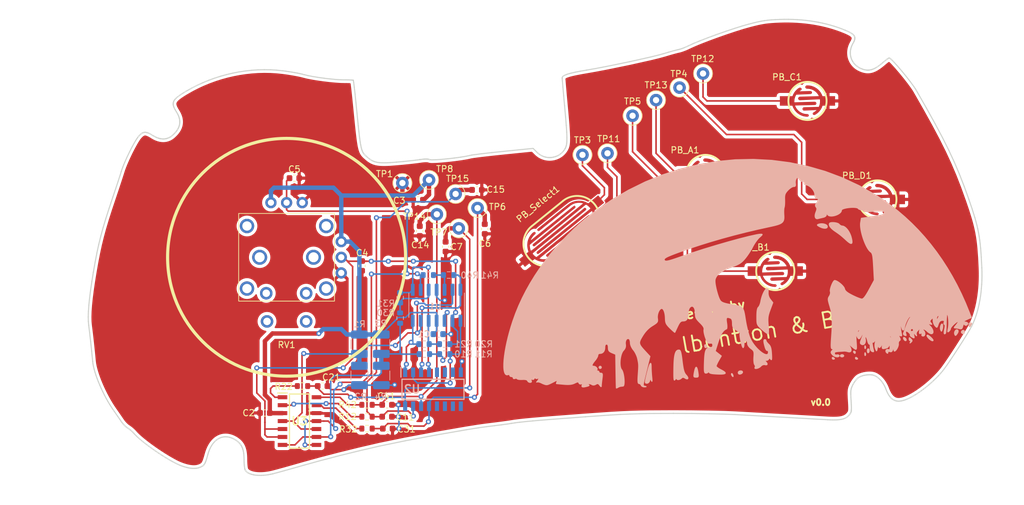
<source format=kicad_pcb>
(kicad_pcb (version 20211014) (generator pcbnew)
  (layers (0 "F.Cu" signal) (31 "B.Cu" signal) (34 "B.Paste" user) (35 "F.Paste" user) (36 "B.SilkS" user "B.Silkscreen") (37 "F.SilkS" user "F.Silkscreen") (38 "B.Mask" user) (39 "F.Mask" user) (44 "Edge.Cuts" user))
  (net 0 "")
  (net 1 "GND")
  (net 2 "Net-(PB_A1-Pad2)")
  (net 3 "Net-(PB_B1-Pad2)")
  (net 4 "Net-(PB_C1-Pad2)")
  (net 5 "Net-(PB_D1-Pad2)")
  (net 6 "TP7_BOT")
  (net 7 "TP15_TOP")
  (net 8 "TP14_LEF")
  (net 9 "TP6_RIG")
  (net 10 "VRef_p")
  (net 11 "+5V")
  (net 12 "VRef_n")
  (net 13 "Net-(R10-Pad2)")
  (net 14 "TopButton")
  (net 15 "xAxis")
  (net 16 "Net-(R20-Pad2)")
  (net 17 "BotButton")
  (net 18 "Net-(R30-Pad2)")
  (net 19 "RigButton")
  (net 20 "yAxis")
  (net 21 "Net-(R40-Pad2)")
  (net 22 "LefButton")
  (net 23 "Net-(PB_Select1-Pad2)")
  (net 24 "Net-(PB_Start1-Pad2)")
  (net 32 "Net-(R12-Pad1)")
  (net 33 "Net-(R22-Pad1)")
  (net 34 "Net-(R32-Pad1)")
  (net 35 "Net-(R42-Pad1)")
  (footprint "pad-button:RKJXV122400R_joystick" (layer "F.Cu") (at 81.76 88.12)
    (fp_text reference "RV1")
    (fp_text value "RKJXV122400R")
  )
  (footprint "TestPoint:TestPoint_Loop_D1.80mm_Drill1.0mm_Beaded" (layer "F.Cu") (at 144.5 61)
    (fp_text reference "TP4")
    (fp_text value "db15.4_ButtonD")
  )
  (footprint "Resistor_SMD:R_0603_1608Metric" (layer "F.Cu") (at 94.6 111.7)
    (fp_text reference "R42")
    (fp_text value "R")
  )
  (footprint "TestPoint:TestPoint_Loop_D1.80mm_Drill1.0mm_Beaded" (layer "F.Cu") (at 104.5 75.75)
    (fp_text reference "TP8")
    (fp_text value "db15.8_5V")
  )
  (footprint "Capacitor_SMD:C_0603_1608Metric" (layer "F.Cu") (at 78.3 113 180)
    (fp_text reference "C2")
    (fp_text value "C")
  )
  (footprint "Capacitor_SMD:C_0603_1608Metric" (layer "F.Cu") (at 113.4 83.6 -90)
    (fp_text reference "C6")
    (fp_text value "C")
  )
  (footprint "External:SOIC127P600X175-14N" (layer "F.Cu") (at 83.82 114.3)
    (fp_text reference "U3")
    (fp_text value "LM339" hide)
  )
  (footprint "pad-button:button_A" (layer "F.Cu") (at 148.64 74.8)
    (fp_text reference "PB_A1")
    (fp_text value "SW_Push")
  )
  (footprint "Resistor_SMD:R_0603_1608Metric" (layer "F.Cu") (at 84.3 108.7)
    (fp_text reference "R22")
    (fp_text value "R")
  )
  (footprint "pad-button:button_A" (layer "F.Cu") (at 176.09 78.87)
    (fp_text reference "PB_D1")
    (fp_text value "SW_Push")
  )
  (footprint "Capacitor_SMD:C_0603_1608Metric" (layer "F.Cu") (at 97.8 113.6)
    (fp_text reference "C11")
    (fp_text value "C")
  )
  (footprint "TestPoint:TestPoint_Loop_D1.80mm_Drill1.0mm_Beaded" (layer "F.Cu") (at 133 71.5)
    (fp_text reference "TP11")
    (fp_text value "db15.11_Start")
  )
  (footprint "TestPoint:TestPoint_Loop_D1.80mm_Drill1.0mm_Beaded" (layer "F.Cu") (at 108.75 78)
    (fp_text reference "TP15")
    (fp_text value "db15.15_Top")
  )
  (footprint "Capacitor_SMD:C_0603_1608Metric" (layer "F.Cu") (at 97.9 115.5)
    (fp_text reference "C31")
    (fp_text value "C")
  )
  (footprint "Capacitor_SMD:C_0603_1608Metric" (layer "F.Cu") (at 103.025 83.925 -90)
    (fp_text reference "C14")
    (fp_text value "C")
  )
  (footprint "Capacitor_SMD:C_0603_1608Metric" (layer "F.Cu") (at 102.75 78.95 180)
    (fp_text reference "C3")
    (fp_text value "C")
  )
  (footprint "pad-button:button_A" (layer "F.Cu") (at 164.93 63.13)
    (fp_text reference "PB_C1")
    (fp_text value "SW_Push")
  )
  (footprint "Capacitor_SMD:C_0603_1608Metric" (layer "F.Cu") (at 107.15 86.425 -90)
    (fp_text reference "C7")
    (fp_text value "C")
  )
  (footprint "TestPoint:TestPoint_Loop_D1.80mm_Drill1.0mm_Beaded" (layer "F.Cu") (at 140.75 63)
    (fp_text reference "TP13")
    (fp_text value "db15.13_ButtonA")
  )
  (footprint "Capacitor_SMD:C_0603_1608Metric" (layer "F.Cu") (at 83 75.475)
    (fp_text reference "C5")
    (fp_text value "C")
  )
  (footprint "Capacitor_SMD:C_0603_1608Metric" (layer "F.Cu") (at 97.8 111.7)
    (fp_text reference "C41")
    (fp_text value "C")
  )
  (footprint "TestPoint:TestPoint_Loop_D1.80mm_Drill1.0mm_Beaded" (layer "F.Cu") (at 137 65.5)
    (fp_text reference "TP5")
    (fp_text value "db15.5_ButtonB")
  )
  (footprint "TestPoint:TestPoint_Loop_D1.80mm_Drill1.0mm_Beaded" (layer "F.Cu") (at 129 71.75)
    (fp_text reference "TP3")
    (fp_text value "db15.3_Select")
  )
  (footprint "pad-button:button_A" (layer "F.Cu") (at 159.79 90.33)
    (fp_text reference "PB_B1")
    (fp_text value "SW_Push")
  )
  (footprint "Resistor_SMD:R_0603_1608Metric" (layer "F.Cu") (at 94.6 113.6)
    (fp_text reference "R12")
    (fp_text value "R")
  )
  (footprint "pad-button:button_start" (layer "F.Cu") (at 125.66 83.93 39)
    (fp_text reference "PB_Select1")
    (fp_text value "SW_Push")
  )
  (footprint "TestPoint:TestPoint_Loop_D1.80mm_Drill1.0mm_Beaded" (layer "F.Cu") (at 105.75 81.25)
    (fp_text reference "TP14")
    (fp_text value "db15.14_Left")
  )
  (footprint "Capacitor_SMD:C_0603_1608Metric" (layer "F.Cu") (at 112.15 77.35)
    (fp_text reference "C15")
    (fp_text value "C")
  )
  (footprint "Resistor_SMD:R_0603_1608Metric" (layer "F.Cu") (at 94.6 115.5)
    (fp_text reference "R32")
    (fp_text value "R")
  )
  (footprint "TestPoint:TestPoint_Loop_D1.80mm_Drill1.0mm_Beaded" (layer "F.Cu") (at 109.25 83.5)
    (fp_text reference "TP7")
    (fp_text value "db15.7_Bottom")
  )
  (footprint "pad-button:button_start" (layer "F.Cu") (at 127.27 101.24 39)
    (fp_text reference "PB_Start1")
    (fp_text value "SW_Push")
  )
  (footprint "Capacitor_SMD:C_0603_1608Metric" (layer "F.Cu") (at 87.5 108.7)
    (fp_text reference "C21")
    (fp_text value "C")
  )
  (footprint "TestPoint:TestPoint_Loop_D1.80mm_Drill1.0mm_Beaded" (layer "F.Cu") (at 148.25 58.75)
    (fp_text reference "TP12")
    (fp_text value "db15.12_ButtonC")
  )
  (footprint "Capacitor_SMD:C_0603_1608Metric" (layer "F.Cu") (at 93.8 89.5 -90)
    (fp_text reference "C4")
    (fp_text value "C")
  )
  (footprint "TestPoint:TestPoint_Loop_D1.80mm_Drill1.0mm_Beaded" (layer "F.Cu") (at 100.25 76.25)
    (fp_text reference "TP1")
    (fp_text value "db15.1_GND")
  )
  (footprint "TestPoint:TestPoint_Loop_D1.80mm_Drill1.0mm_Beaded" (layer "F.Cu") (at 112.25 80.25)
    (fp_text reference "TP6")
    (fp_text value "db15.6_Right")
  )
  (footprint "Resistor_SMD:R_0603_1608Metric" (layer "B.Cu") (at 103.76 103.597)
    (fp_text reference "R10")
    (fp_text value "R")
  )
  (footprint "Resistor_SMD:R_1210_3225Metric_Pad1.30x2.65mm_HandSolder" (layer "B.Cu") (at 93.385 102.012 90)
    (fp_text reference "R1")
    (fp_text value "R")
  )
  (footprint "Resistor_SMD:R_1210_3225Metric_Pad1.30x2.65mm_HandSolder" (layer "B.Cu") (at 96.885 102.012 90)
    (fp_text reference "R3")
    (fp_text value "R")
  )
  (footprint "Resistor_SMD:R_0603_1608Metric" (layer "B.Cu") (at 104.385 90.962)
    (fp_text reference "R40")
    (fp_text value "R")
  )
  (footprint "Resistor_SMD:R_0603_1608Metric" (layer "B.Cu") (at 99.885 94.587 90)
    (fp_text reference "R31")
    (fp_text value "R")
  )
  (footprint "Resistor_SMD:R_0603_1608Metric" (layer "B.Cu") (at 107 102 180)
    (fp_text reference "R20")
    (fp_text value "R")
  )
  (footprint "Resistor_SMD:R_1210_3225Metric_Pad1.30x2.65mm_HandSolder" (layer "B.Cu") (at 93.385 107.012 90)
    (fp_text reference "R2")
    (fp_text value "R")
  )
  (footprint "Resistor_SMD:R_1210_3225Metric_Pad1.30x2.65mm_HandSolder" (layer "B.Cu") (at 96.885 107.012 90)
    (fp_text reference "R4")
    (fp_text value "R")
  )
  (footprint "Capacitor_SMD:C_0603_1608Metric" (layer "B.Cu") (at 105.975 100.4)
    (fp_text reference "C1")
    (fp_text value "C")
  )
  (footprint "Resistor_SMD:R_0603_1608Metric" (layer "B.Cu") (at 103.71 102 180)
    (fp_text reference "R21")
    (fp_text value "R")
  )
  (footprint "Package_SO:SOIC-14_3.9x8.7mm_P1.27mm" (layer "B.Cu") (at 105.71 95.787 90)
    (fp_text reference "U1")
    (fp_text value "LPV324MX")
  )
  (footprint "Resistor_SMD:R_0603_1608Metric" (layer "B.Cu") (at 99.885 97.837 90)
    (fp_text reference "R30")
    (fp_text value "R")
  )
  (footprint "External:SOIC127P600X175-16N" (layer "B.Cu") (at 105.135 109.212 -90)
    (fp_text reference "U2")
    (fp_text value "ULN2002" hide)
  )
  (footprint "Resistor_SMD:R_0603_1608Metric" (layer "B.Cu") (at 107.635 90.962)
    (fp_text reference "R41")
    (fp_text value "R")
  )
  (footprint "Resistor_SMD:R_0603_1608Metric" (layer "B.Cu") (at 107.01 103.597)
    (fp_text reference "R11")
    (fp_text value "R")
  )
  (gr_poly (pts (xy 174.125462 103.371034) (xy 174.129739 103.372212) (xy 174.134145 103.374473) (xy 174.138676 103.377821) (xy 174.143329 103.382259) (xy 174.1481 103.387791) (xy 174.152986 103.39442) (xy 174.163087 103.410986) (xy 174.173603 103.431986) (xy 174.184504 103.457447) (xy 174.193829 103.482789) (xy 174.201754 103.50856) (xy 174.208286 103.534577) (xy 174.213433 103.560659) (xy 174.217202 103.586624) (xy 174.219601 103.612289) (xy 174.220637 103.637473) (xy 174.220318 103.661993) (xy 174.218651 103.685668) (xy 174.215644 103.708316) (xy 174.211304 103.729754) (xy 174.205638 103.7498) (xy 174.198654 103.768273) (xy 174.19036 103.78499) (xy 174.180764 103.79977) (xy 174.175479 103.806376) (xy 174.169871 103.81243) (xy 174.164155 103.8177) (xy 174.15855 103.821984) (xy 174.153061 103.825298) (xy 174.147694 103.827657) (xy 174.142457 103.829077) (xy 174.139889 103.829439) (xy 174.137355 103.829573) (xy 174.134857 103.829479) (xy 174.132394 103.829161) (xy 174.129969 103.828619) (xy 174.127581 103.827856) (xy 174.122922 103.825675) (xy 174.118424 103.822632) (xy 174.114091 103.818744) (xy 174.109931 103.814026) (xy 174.10595 103.808493) (xy 174.102154 103.802161) (xy 174.09855 103.795046) (xy 174.095143 103.787163) (xy 174.09194 103.778528) (xy 174.088947 103.769156) (xy 174.08617 103.759064) (xy 174.083616 103.748266) (xy 174.081291 103.736778) (xy 174.079201 103.724616) (xy 174.077352 103.711795) (xy 174.07575 103.698331) (xy 174.074403 103.68424) (xy 174.073315 103.669537) (xy 174.072494 103.654238) (xy 174.071944 103.638358) (xy 174.071674 103.621913) (xy 174.071689 103.604918) (xy 174.071995 103.58739) (xy 174.072598 103.569343) (xy 174.072609 103.569343) (xy 174.07468 103.530907) (xy 174.077543 103.496528) (xy 174.081169 103.466236) (xy 174.085528 103.440059) (xy 174.090591 103.418026) (xy 174.09633 103.400166) (xy 174.099444 103.39281) (xy 174.102716 103.386507) (xy 174.106142 103.381263) (xy 174.109719 103.37708) (xy 174.113443 103.373962) (xy 174.117311 103.371913) (xy 174.121318 103.370936)) (layer "B.SilkS") (width 0.14) (fill solid))
  (gr_poly (pts (xy 167.347364 82.760537) (xy 167.458447 82.77432) (xy 167.565504 82.794956) (xy 167.667034 82.822104) (xy 167.761539 82.855418) (xy 167.847517 82.894555) (xy 167.923469 82.939173) (xy 167.957217 82.963429) (xy 167.987895 82.988926) (xy 168.015317 83.015621) (xy 168.039295 83.043471) (xy 168.059641 83.072434) (xy 168.076169 83.102466) (xy 168.08869 83.133524) (xy 168.097016 83.165565) (xy 168.102039 83.202218) (xy 168.102874 83.23667) (xy 168.099653 83.268914) (xy 168.092508 83.298944) (xy 168.081571 83.326756) (xy 168.066973 83.352344) (xy 168.048848 83.375702) (xy 168.027326 83.396824) (xy 168.002539 83.415705) (xy 167.97462 83.43234) (xy 167.9437 83.446723) (xy 167.909912 83.458848) (xy 167.873387 83.46871) (xy 167.834257 83.476304) (xy 167.792654 83.481623) (xy 167.748709 83.484662) (xy 167.702556 83.485415) (xy 167.654326 83.483878) (xy 167.60415 83.480044) (xy 167.552161 83.473908) (xy 167.498491 83.465465) (xy 167.443271 83.454708) (xy 167.386633 83.441633) (xy 167.32871 83.426233) (xy 167.269632 83.408503) (xy 167.209533 83.388438) (xy 167.148544 83.366032) (xy 167.086797 83.34128) (xy 167.024424 83.314175) (xy 166.961557 83.284713) (xy 166.898327 83.252887) (xy 166.834867 83.218693) (xy 166.765663 83.179591) (xy 166.704969 83.143949) (xy 166.652661 83.111468) (xy 166.608619 83.08185) (xy 166.57272 83.054796) (xy 166.557785 83.042138) (xy 166.544841 83.030008) (xy 166.533871 83.01837) (xy 166.524861 83.007187) (xy 166.517795 82.99642) (xy 166.512657 82.986033) (xy 166.509433 82.975989) (xy 166.508107 82.96625) (xy 166.508665 82.956778) (xy 166.51109 82.947537) (xy 166.515367 82.938489) (xy 166.521482 82.929597) (xy 166.529418 82.920823) (xy 166.539161 82.91213) (xy 166.550696 82.903481) (xy 166.564006 82.894839) (xy 166.595894 82.877424) (xy 166.634703 82.859587) (xy 166.680311 82.841029) (xy 166.784053 82.806468) (xy 166.892768 82.780824) (xy 167.004956 82.763753) (xy 167.119118 82.75491) (xy 167.233754 82.753953)) (layer "B.SilkS") (width 0.14) (fill solid))
  (gr_poly (pts (xy 169.053533 82.563312) (xy 169.179068 82.57155) (xy 169.305674 82.586052) (xy 169.430511 82.606561) (xy 169.550741 82.632823) (xy 169.663525 82.66458) (xy 169.766023 82.701577) (xy 169.812528 82.72196) (xy 169.855397 82.743557) (xy 169.894275 82.766336) (xy 169.928807 82.790265) (xy 169.958639 82.815312) (xy 169.983415 82.841445) (xy 170.008171 82.869747) (xy 170.034726 82.897254) (xy 170.062835 82.923826) (xy 170.092254 82.949319) (xy 170.12274 82.97359) (xy 170.154049 82.996499) (xy 170.185937 83.017901) (xy 170.218161 83.037655) (xy 170.250477 83.055619) (xy 170.28264 83.071649) (xy 170.314408 83.085604) (xy 170.345536 83.097341) (xy 170.375781 83.106718) (xy 170.4049 83.113592) (xy 170.432647 83.117821) (xy 170.44593 83.118899) (xy 170.458779 83.119262) (xy 170.508176 83.121731) (xy 170.558431 83.129047) (xy 170.609433 83.141073) (xy 170.661074 83.157673) (xy 170.713242 83.178711) (xy 170.765827 83.204049) (xy 170.818719 83.233551) (xy 170.871806 83.267081) (xy 170.92498 83.304502) (xy 170.97813 83.345677) (xy 171.031145 83.390471) (xy 171.083915 83.438745) (xy 171.13633 83.490365) (xy 171.188279 83.545193) (xy 171.239651 83.603093) (xy 171.290338 83.663927) (xy 171.38921 83.793856) (xy 171.484013 83.933888) (xy 171.573863 84.082929) (xy 171.657878 84.239887) (xy 171.735175 84.40367) (xy 171.804872 84.573186) (xy 171.836594 84.659752) (xy 171.866085 84.747341) (xy 171.893234 84.835818) (xy 171.917932 84.925044) (xy 171.968717 85.130546) (xy 172.007039 85.311914) (xy 172.032677 85.469275) (xy 172.04067 85.538993) (xy 172.045409 85.602757) (xy 172.046867 85.660583) (xy 172.045016 85.712486) (xy 172.039828 85.758482) (xy 172.031276 85.798589) (xy 172.019332 85.83282) (xy 172.003968 85.861192) (xy 171.985157 85.883721) (xy 171.962871 85.900423) (xy 171.937083 85.911313) (xy 171.907765 85.916407) (xy 171.874889 85.915722) (xy 171.838428 85.909273) (xy 171.798354 85.897076) (xy 171.75464 85.879147) (xy 171.707257 85.855501) (xy 171.656179 85.826155) (xy 171.601378 85.791124) (xy 171.542825 85.750424) (xy 171.414357 85.652081) (xy 171.270554 85.531253) (xy 171.111195 85.388067) (xy 171.111206 85.388062) (xy 170.843649 85.142811) (xy 170.613105 84.936155) (xy 170.406868 84.757953) (xy 170.212233 84.598062) (xy 170.016495 84.446339) (xy 169.806949 84.292643) (xy 169.57089 84.126832) (xy 169.295613 83.938763) (xy 169.172253 83.852185) (xy 169.05713 83.765243) (xy 168.950482 83.67828) (xy 168.852545 83.59164) (xy 168.763557 83.505668) (xy 168.683756 83.420709) (xy 168.613379 83.337106) (xy 168.552664 83.255204) (xy 168.501847 83.175347) (xy 168.461167 83.09788) (xy 168.444702 83.06015) (xy 168.43086 83.023147) (xy 168.419672 82.986913) (xy 168.411165 82.951492) (xy 168.405371 82.916926) (xy 168.402319 82.88326) (xy 168.402038 82.850535) (xy 168.404558 82.818794) (xy 168.40991 82.788082) (xy 168.418122 82.75844) (xy 168.429224 82.729913) (xy 168.443246 82.702542) (xy 168.459724 82.68013) (xy 168.481793 82.659764) (xy 168.509098 82.641412) (xy 168.541284 82.625042) (xy 168.577997 82.610622) (xy 168.61888 82.59812) (xy 168.711742 82.578742) (xy 168.817031 82.566652) (xy 168.931908 82.561594)) (layer "B.SilkS") (width 0.14) (fill solid))
  (gr_poly (pts (xy 188.8 99.7) (xy 188.825959 99.704865) (xy 188.851593 99.713588) (xy 188.876776 99.726332) (xy 188.901386 99.743265) (xy 188.925296 99.764551) (xy 188.935465 99.775431) (xy 188.944763 99.786854) (xy 188.953192 99.79881) (xy 188.960753 99.81129) (xy 188.967448 99.824285) (xy 188.973278 99.837786) (xy 188.978244 99.851784) (xy 188.98235 99.866269) (xy 188.985595 99.881232) (xy 188.987982 99.896665) (xy 188.989512 99.912558) (xy 188.990187 99.928902) (xy 188.990008 99.945687) (xy 188.988977 99.962905) (xy 188.987095 99.980547) (xy 188.984365 99.998603) (xy 188.980787 100.017064) (xy 188.976364 100.035921) (xy 188.971096 100.055165) (xy 188.964986 100.074787) (xy 188.958035 100.094777) (xy 188.950244 100.115126) (xy 188.932151 100.156866) (xy 188.910719 100.199935) (xy 188.885961 100.244257) (xy 188.857889 100.28976) (xy 188.826516 100.336372) (xy 188.782912 100.397909) (xy 188.743605 100.451566) (xy 188.708215 100.497425) (xy 188.676362 100.535568) (xy 188.661642 100.551771) (xy 188.647664 100.566076) (xy 188.63438 100.578493) (xy 188.621743 100.589031) (xy 188.609704 100.597702) (xy 188.598216 100.604514) (xy 188.587232 100.60948) (xy 188.576704 100.612608) (xy 188.566585 100.613909) (xy 188.556826 100.613393) (xy 188.547381 100.61107) (xy 188.538202 100.606951) (xy 188.529241 100.601045) (xy 188.520451 100.593364) (xy 188.511784 100.583916) (xy 188.503192 100.572713) (xy 188.494629 100.559764) (xy 188.486046 100.54508) (xy 188.468631 100.510547) (xy 188.450567 100.469195) (xy 188.431474 100.421105) (xy 188.431474 100.421111) (xy 188.419113 100.384469) (xy 188.409792 100.34721) (xy 188.403385 100.309501) (xy 188.399768 100.271506) (xy 188.398816 100.233393) (xy 188.400405 100.195325) (xy 188.40441 100.157469) (xy 188.410707 100.119991) (xy 188.41917 100.083057) (xy 188.429676 100.046831) (xy 188.4421 100.01148) (xy 188.456316 99.977169) (xy 188.472202 99.944064) (xy 188.489631 99.912331) (xy 188.508479 99.882135) (xy 188.528622 99.853642) (xy 188.549935 99.827018) (xy 188.572293 99.802428) (xy 188.595572 99.780038) (xy 188.619647 99.760014) (xy 188.644394 99.742521) (xy 188.669688 99.727726) (xy 188.695404 99.715792) (xy 188.721418 99.706888) (xy 188.747605 99.701177) (xy 188.773841 99.698826)) (layer "B.SilkS") (width 0.14) (fill solid))
  (gr_poly (pts (xy 174.125473 102.259783) (xy 174.12975 102.260961) (xy 174.134156 102.263222) (xy 174.138687 102.26657) (xy 174.14334 102.271008) (xy 174.148111 102.27654) (xy 174.152997 102.283169) (xy 174.163097 102.299735) (xy 174.173613 102.320734) (xy 174.184515 102.346196) (xy 174.19384 102.371538) (xy 174.201765 102.397309) (xy 174.208297 102.423326) (xy 174.213444 102.449408) (xy 174.217213 102.475373) (xy 174.219612 102.501038) (xy 174.220648 102.526222) (xy 174.220329 102.550742) (xy 174.218662 102.574417) (xy 174.215655 102.597065) (xy 174.211314 102.618502) (xy 174.205649 102.638549) (xy 174.198665 102.657022) (xy 174.190371 102.673739) (xy 174.180774 102.688519) (xy 174.175489 102.695125) (xy 174.169882 102.701179) (xy 174.164166 102.706449) (xy 174.15856 102.710733) (xy 174.153071 102.714047) (xy 174.147705 102.716406) (xy 174.142468 102.717826) (xy 174.1399 102.718188) (xy 174.137366 102.718322) (xy 174.134867 102.718228) (xy 174.132405 102.71791) (xy 174.12998 102.717368) (xy 174.127592 102.716605) (xy 174.122933 102.714424) (xy 174.118434 102.711381) (xy 174.114102 102.707493) (xy 174.109942 102.702775) (xy 174.105961 102.697242) (xy 174.102165 102.69091) (xy 174.098561 102.683795) (xy 174.095154 102.675912) (xy 174.091951 102.667277) (xy 174.088958 102.657905) (xy 174.086181 102.647813) (xy 174.083627 102.637015) (xy 174.081302 102.625527) (xy 174.079212 102.613365) (xy 174.077363 102.600544) (xy 174.075761 102.58708) (xy 174.074413 102.572989) (xy 174.073326 102.558286) (xy 174.072504 102.542987) (xy 174.071955 102.527107) (xy 174.071685 102.510662) (xy 174.0717 102.493667) (xy 174.072005 102.476139) (xy 174.072609 102.458092) (xy 174.072619 102.458092) (xy 174.074691 102.419656) (xy 174.077554 102.385277) (xy 174.081179 102.354985) (xy 174.085538 102.328808) (xy 174.090602 102.306775) (xy 174.096341 102.288915) (xy 174.099454 102.281558) (xy 174.102726 102.275256) (xy 174.106153 102.270012) (xy 174.10973 102.265829) (xy 174.113454 102.262711) (xy 174.117321 102.260662) (xy 174.121329 102.259684)) (layer "B.SilkS") (width 0.14) (fill solid))
  (gr_poly (pts (xy 144.415783 102.937426) (xy 144.439625 102.940167) (xy 144.462491 102.944941) (xy 144.484431 102.951912) (xy 144.505495 102.961247) (xy 144.525732 102.973114) (xy 144.545194 102.987678) (xy 144.56393 103.005106) (xy 144.58199 103.025564) (xy 144.599425 103.04922) (xy 144.616284 103.076239) (xy 144.632617 103.106788) (xy 144.648475 103.141034) (xy 144.663908 103.179143) (xy 144.678966 103.221282) (xy 144.693698 103.267617) (xy 144.708156 103.318315) (xy 144.722389 103.373542) (xy 144.736447 103.433465) (xy 144.75038 103.49825) (xy 144.764238 103.568064) (xy 144.778073 103.643073) (xy 144.791932 103.723445) (xy 144.805867 103.809344) (xy 144.834165 103.998395) (xy 144.863366 104.211558) (xy 144.893872 104.450165) (xy 144.926083 104.715548) (xy 144.9875 105.199697) (xy 145.048381 105.60575) (xy 145.079464 105.782478) (xy 145.111425 105.943266) (xy 145.144601 106.08931) (xy 145.17933 106.221803) (xy 145.21595 106.341941) (xy 145.254798 106.450918) (xy 145.29621 106.54993) (xy 145.340525 106.64017) (xy 145.38808 106.722833) (xy 145.439212 106.799116) (xy 145.494259 106.87021) (xy 145.553558 106.937313) (xy 145.595265 106.983051) (xy 145.633558 107.027752) (xy 145.668472 107.071326) (xy 145.700041 107.113682) (xy 145.7283 107.154729) (xy 145.753284 107.194374) (xy 145.775026 107.232526) (xy 145.793561 107.269095) (xy 145.808925 107.303989) (xy 145.82115 107.337116) (xy 145.830273 107.368385) (xy 145.836326 107.397705) (xy 145.839345 107.424985) (xy 145.839365 107.450133) (xy 145.836419 107.473057) (xy 145.830542 107.493667) (xy 145.821768 107.511871) (xy 145.810133 107.527578) (xy 145.79567 107.540696) (xy 145.778414 107.551134) (xy 145.7584 107.558801) (xy 145.735661 107.563606) (xy 145.710233 107.565456) (xy 145.68215 107.564261) (xy 145.651447 107.55993) (xy 145.618157 107.55237) (xy 145.582315 107.541491) (xy 145.543957 107.527202) (xy 145.503115 107.50941) (xy 145.459826 107.488025) (xy 145.414122 107.462955) (xy 145.36604 107.43411) (xy 145.320506 107.406728) (xy 145.277287 107.382968) (xy 145.236215 107.362829) (xy 145.197119 107.34631) (xy 145.159832 107.333409) (xy 145.124184 107.324125) (xy 145.106923 107.320839) (xy 145.090007 107.318456) (xy 145.073417 107.316978) (xy 145.057131 107.316402) (xy 145.041129 107.31673) (xy 145.025388 107.31796) (xy 145.009889 107.320094) (xy 144.994609 107.32313) (xy 144.979528 107.327069) (xy 144.964624 107.33191) (xy 144.949877 107.337653) (xy 144.935266 107.344298) (xy 144.920769 107.351845) (xy 144.906364 107.360294) (xy 144.877751 107.379896) (xy 144.849257 107.403102) (xy 144.820713 107.429912) (xy 144.793694 107.455689) (xy 144.765615 107.480113) (xy 144.736603 107.503172) (xy 144.706783 107.52485) (xy 144.645221 107.56401) (xy 144.581937 107.597481) (xy 144.517936 107.625154) (xy 144.454224 107.646915) (xy 144.391805 107.662654) (xy 144.331687 107.672259) (xy 144.274876 107.675618) (xy 144.248024 107.674921) (xy 144.222376 107.67262) (xy 144.198057 107.668702) (xy 144.175193 107.663154) (xy 144.15391 107.65596) (xy 144.134334 107.647107) (xy 144.116589 107.636582) (xy 144.100803 107.624369) (xy 144.087101 107.610456) (xy 144.075608 107.594828) (xy 144.06645 107.577472) (xy 144.059753 107.558373) (xy 144.055643 107.537517) (xy 144.054245 107.514891) (xy 144.053918 107.50487) (xy 144.052949 107.495859) (xy 144.051354 107.487852) (xy 144.049148 107.480837) (xy 144.047821 107.4777) (xy 144.046348 107.474808) (xy 144.04473 107.47216) (xy 144.04297 107.469755) (xy 144.041069 107.467592) (xy 144.039029 107.46567) (xy 144.036853 107.463987) (xy 144.034542 107.462543) (xy 144.032098 107.461336) (xy 144.029524 107.460365) (xy 144.026822 107.45963) (xy 144.023992 107.459129) (xy 144.021039 107.458861) (xy 144.017962 107.458824) (xy 144.011449 107.459443) (xy 144.004471 107.460977) (xy 143.997041 107.463416) (xy 143.989178 107.466752) (xy 143.980896 107.470976) (xy 143.972212 107.476079) (xy 143.963141 107.482053) (xy 143.9537 107.488888) (xy 143.943905 107.496576) (xy 143.933771 107.505108) (xy 143.923316 107.514476) (xy 143.912553 107.524669) (xy 143.901501 107.535681) (xy 143.890174 107.547501) (xy 143.878589 107.560121) (xy 143.866762 107.573533) (xy 143.854708 107.587727) (xy 143.842444 107.602694) (xy 143.829986 107.618426) (xy 143.81735 107.634914) (xy 143.804551 107.652149) (xy 143.784994 107.678) (xy 143.766485 107.700476) (xy 143.749001 107.719391) (xy 143.732519 107.73456) (xy 143.724647 107.740681) (xy 143.717017 107.745796) (xy 143.709625 107.74988) (xy 143.702469 107.752912) (xy 143.695547 107.754867) (xy 143.688854 107.755723) (xy 143.682389 107.755455) (xy 143.676149 107.754042) (xy 143.670129 107.751458) (xy 143.664329 107.747682) (xy 143.658744 107.74269) (xy 143.653371 107.736458) (xy 143.648209 107.728964) (xy 143.643253 107.720183) (xy 143.638501 107.710094) (xy 143.63395 107.698672) (xy 143.629598 107.685894) (xy 143.625441 107.671736) (xy 143.617701 107.639192) (xy 143.610707 107.600851) (xy 143.604436 107.556528) (xy 143.598865 107.506036) (xy 143.59397 107.44919) (xy 143.589728 107.385802) (xy 143.586116 107.315687) (xy 143.583111 107.238659) (xy 143.580689 107.15453) (xy 143.578827 107.063116) (xy 143.577502 106.964228) (xy 143.576369 106.743291) (xy 143.577105 106.490228) (xy 143.579522 106.203549) (xy 143.583435 105.881764) (xy 143.583419 105.881839) (xy 143.60311 105.122288) (xy 143.619773 104.791337) (xy 143.641367 104.491522) (xy 143.668183 104.221783) (xy 143.700512 103.981061) (xy 143.738644 103.768294) (xy 143.78287 103.582425) (xy 143.83348 103.422392) (xy 143.890765 103.287135) (xy 143.955016 103.175595) (xy 144.026522 103.086712) (xy 144.105574 103.019426) (xy 144.192464 102.972676) (xy 144.28748 102.945404) (xy 144.390914 102.936549)) (layer "B.SilkS") (width 0.14) (fill solid))
  (gr_poly (pts (xy 159.217403 72.620195) (xy 162.10325 72.992423) (xy 164.954189 73.58242) (xy 167.758166 74.390885) (xy 170.503127 75.418517) (xy 173.177017 76.666012) (xy 175.767782 78.134069) (xy 177.002351 78.93808) (xy 178.20092 79.796065) (xy 179.36275 80.707098) (xy 180.487104 81.670254) (xy 181.573243 82.684607) (xy 182.620428 83.749233) (xy 183.627921 84.863205) (xy 184.594983 86.025598) (xy 185.520876 87.235487) (xy 186.404862 88.491946) (xy 187.246201 89.79405) (xy 188.044156 91.140873) (xy 188.797988 92.53149) (xy 189.506959 93.964976) (xy 190.17033 95.440404) (xy 190.787362 96.95685) (xy 191.088848 97.737279) (xy 190.398494 98.068101) (xy 190.198388 98.165826) (xy 190.117738 98.207123) (xy 190.049688 98.24385) (xy 189.993989 98.276366) (xy 189.950391 98.305027) (xy 189.918643 98.33019) (xy 189.907134 98.341571) (xy 189.898494 98.352212) (xy 189.892692 98.362156) (xy 189.889695 98.371448) (xy 189.889473 98.380133) (xy 189.891995 98.388256) (xy 189.897229 98.395862) (xy 189.905144 98.402994) (xy 189.915709 98.409697) (xy 189.928892 98.416016) (xy 189.962988 98.427681) (xy 190.007182 98.438345) (xy 190.061224 98.448364) (xy 190.124864 98.458096) (xy 190.165739 98.464556) (xy 190.20456 98.472004) (xy 190.241309 98.480403) (xy 190.275972 98.489716) (xy 190.308533 98.499903) (xy 190.338975 98.510929) (xy 190.367285 98.522753) (xy 190.393444 98.535339) (xy 190.417439 98.548649) (xy 190.439253 98.562645) (xy 190.458871 98.577289) (xy 190.476276 98.592542) (xy 190.491454 98.608368) (xy 190.504388 98.624728) (xy 190.515063 98.641584) (xy 190.523463 98.658898) (xy 190.529572 98.676633) (xy 190.533376 98.694751) (xy 190.534857 98.713213) (xy 190.534 98.731982) (xy 190.53079 98.75102) (xy 190.525211 98.770288) (xy 190.517247 98.78975) (xy 190.506883 98.809367) (xy 190.494102 98.829102) (xy 190.47889 98.848915) (xy 190.46123 98.868771) (xy 190.441107 98.888629) (xy 190.418504 98.908454) (xy 190.393408 98.928206) (xy 190.3658 98.947848) (xy 190.335667 98.967342) (xy 190.324929 98.973569) (xy 190.313965 98.979131) (xy 190.302796 98.984034) (xy 190.291446 98.988285) (xy 190.279935 98.991888) (xy 190.268287 98.994852) (xy 190.256524 98.997182) (xy 190.244667 98.998885) (xy 190.232739 98.999967) (xy 190.220762 99.000434) (xy 190.208758 99.000293) (xy 190.19675 98.999549) (xy 190.184759 98.998211) (xy 190.172807 98.996283) (xy 190.160918 98.993772) (xy 190.149113 98.990685) (xy 190.137414 98.987027) (xy 190.125843 98.982806) (xy 190.114423 98.978027) (xy 190.103175 98.972697) (xy 190.092122 98.966823) (xy 190.081287 98.96041) (xy 190.070691 98.953465) (xy 190.060356 98.945994) (xy 190.050304 98.938004) (xy 190.040559 98.929501) (xy 190.031141 98.920491) (xy 190.022073 98.910981) (xy 190.013378 98.900977) (xy 190.005077 98.890486) (xy 189.997193 98.879513) (xy 189.989747 98.868066) (xy 189.981124 98.854818) (xy 189.972508 98.84299) (xy 189.9639 98.832581) (xy 189.955303 98.82359) (xy 189.946717 98.816014) (xy 189.938144 98.809853) (xy 189.929585 98.805106) (xy 189.921041 98.80177) (xy 189.912515 98.799844) (xy 189.904007 98.799327) (xy 189.895518 98.800218) (xy 189.887051 98.802515) (xy 189.878606 98.806216) (xy 189.870185 98.811321) (xy 189.861789 98.817827) (xy 189.85342 98.825734) (xy 189.845078 98.83504) (xy 189.836766 98.845744) (xy 189.828485 98.857844) (xy 189.820236 98.871339) (xy 189.81202 98.886227) (xy 189.803839 98.902507) (xy 189.795694 98.920178) (xy 189.787587 98.939238) (xy 189.779518 98.959685) (xy 189.77149 98.981519) (xy 189.763504 99.004738) (xy 189.755561 99.02934) (xy 189.747662 99.055325) (xy 189.739809 99.08269) (xy 189.732003 99.111434) (xy 189.724246 99.141557) (xy 189.705138 99.213626) (xy 189.685693 99.278197) (xy 189.665577 99.335513) (xy 189.644454 99.38582) (xy 189.633411 99.408423) (xy 189.62199 99.429365) (xy 189.610149 99.448677) (xy 189.597848 99.46639) (xy 189.585043 99.482536) (xy 189.571693 99.497143) (xy 189.557756 99.510244) (xy 189.543191 99.521868) (xy 189.527955 99.532047) (xy 189.512006 99.540811) (xy 189.495302 99.548191) (xy 189.477802 99.554217) (xy 189.459464 99.55892) (xy 189.440245 99.56233) (xy 189.420104 99.564479) (xy 189.398999 99.565397) (xy 189.376888 99.565115) (xy 189.353729 99.563662) (xy 189.3041 99.557372) (xy 189.249777 99.54677) (xy 189.190423 99.532102) (xy 189.103091 99.510063) (xy 189.01135 99.4894) (xy 188.917942 99.470574) (xy 188.825611 99.454044) (xy 188.737098 99.440271) (xy 188.655145 99.429714) (xy 188.582495 99.422833) (xy 188.52189 99.420089) (xy 188.483836 99.419041) (xy 188.466744 99.41798) (xy 188.450945 99.416523) (xy 188.43644 99.414639) (xy 188.423231 99.412298) (xy 188.411319 99.40947) (xy 188.400706 99.406126) (xy 188.391394 99.402236) (xy 188.383385 99.39777) (xy 188.376679 99.392699) (xy 188.371279 99.386991) (xy 188.367186 99.380618) (xy 188.364403 99.37355) (xy 188.36293 99.365757) (xy 188.362769 99.357209) (xy 188.363922 99.347876) (xy 188.366391 99.337729) (xy 188.370177 99.326738) (xy 188.375282 99.314872) (xy 188.381707 99.302103) (xy 188.389455 99.288399) (xy 188.398526 99.273732) (xy 188.408923 99.258072) (xy 188.420647 99.241388) (xy 188.4337 99.223652) (xy 188.463799 99.1849) (xy 188.499233 99.141579) (xy 188.540016 99.093449) (xy 188.623637 98.994343) (xy 188.699642 98.900767) (xy 188.767838 98.813136) (xy 188.828035 98.731864) (xy 188.880043 98.657368) (xy 188.92367 98.590062) (xy 188.958726 98.530362) (xy 188.985019 98.478682) (xy 189.00236 98.435439) (xy 189.010556 98.401047) (xy 189.011165 98.387299) (xy 189.009417 98.375921) (xy 189.005288 98.366962) (xy 188.998753 98.360477) (xy 188.989789 98.356515) (xy 188.978372 98.355129) (xy 188.964478 98.356372) (xy 188.948084 98.360294) (xy 188.907697 98.376386) (xy 188.857022 98.40382) (xy 188.766846 98.460559) (xy 188.674469 98.524474) (xy 188.580992 98.594424) (xy 188.487515 98.669269) (xy 188.395141 98.747866) (xy 188.30497 98.829075) (xy 188.218103 98.911755) (xy 188.135641 98.994765) (xy 188.058685 99.076964) (xy 187.988337 99.15721) (xy 187.925696 99.234364) (xy 187.871866 99.307283) (xy 187.827945 99.374826) (xy 187.795037 99.435854) (xy 187.783056 99.463567) (xy 187.77424 99.489224) (xy 187.768728 99.512681) (xy 187.766658 99.533795) (xy 187.766123 99.544782) (xy 187.764926 99.556188) (xy 187.760607 99.58015) (xy 187.753836 99.605464) (xy 187.744746 99.631913) (xy 187.73347 99.659278) (xy 187.720141 99.687341) (xy 187.704894 99.715885) (xy 187.687861 99.744693) (xy 187.669177 99.773545) (xy 187.648974 99.802226) (xy 187.627386 99.830516) (xy 187.604547 99.858199) (xy 187.58059 99.885055) (xy 187.555649 99.910869) (xy 187.529856 99.935421) (xy 187.503346 99.958494) (xy 187.483356 99.974815) (xy 187.464549 99.989579) (xy 187.446916 100.002739) (xy 187.430446 100.014246) (xy 187.415129 100.024055) (xy 187.400956 100.032118) (xy 187.387916 100.038387) (xy 187.376 100.042815) (xy 187.365198 100.045356) (xy 187.360211 100.045904) (xy 187.355499 100.045961) (xy 187.35106 100.045524) (xy 187.346893 100.044585) (xy 187.342998 100.043138) (xy 187.339372 100.041179) (xy 187.336014 100.0387) (xy 187.332924 100.035696) (xy 187.330099 100.032161) (xy 187.327539 100.028089) (xy 187.323209 100.018311) (xy 187.319922 100.006314) (xy 187.31767 99.992052) (xy 187.316441 99.975477) (xy 187.316226 99.956542) (xy 187.317015 99.9352) (xy 187.318798 99.911403) (xy 187.321565 99.885104) (xy 187.325307 99.856257) (xy 187.330012 99.824813) (xy 187.335672 99.790726) (xy 187.342276 99.753949) (xy 187.358276 99.672133) (xy 187.377934 99.578988) (xy 187.40117 99.474136) (xy 187.42807 99.330967) (xy 187.448613 99.171368) (xy 187.463074 98.998879) (xy 187.47173 98.817042) (xy 187.474857 98.6294) (xy 187.472731 98.439493) (xy 187.465629 98.250864) (xy 187.453827 98.067053) (xy 187.4376 97.891604) (xy 187.417226 97.728057) (xy 187.392979 97.579954) (xy 187.365138 97.450837) (xy 187.333977 97.344248) (xy 187.299772 97.263727) (xy 187.281615 97.23435) (xy 187.262801 97.212818) (xy 187.243364 97.199574) (xy 187.223339 97.195061) (xy 187.217208 97.196998) (xy 187.21113 97.202746) (xy 187.205114 97.212209) (xy 187.199168 97.225294) (xy 187.18752 97.261945) (xy 187.17625 97.311942) (xy 187.165425 97.374523) (xy 187.155112 97.448929) (xy 187.145375 97.534402) (xy 187.136281 97.630181) (xy 187.127896 97.735507) (xy 187.120286 97.849621) (xy 187.107654 98.101174) (xy 187.098912 98.378765) (xy 187.094589 98.676318) (xy 187.090248 98.9764) (xy 187.081274 99.261238) (xy 187.068223 99.524248) (xy 187.051652 99.758847) (xy 187.032117 99.95845) (xy 187.010176 100.116476) (xy 186.998476 100.17784) (xy 186.986384 100.22634) (xy 186.973968 100.261155) (xy 186.961299 100.28146) (xy 186.939668 100.30212) (xy 186.919127 100.319769) (xy 186.899678 100.334426) (xy 186.881327 100.346112) (xy 186.864076 100.354847) (xy 186.855865 100.358116) (xy 186.84793 100.360654) (xy 186.840272 100.362465) (xy 186.832892 100.363552) (xy 186.825789 100.363916) (xy 186.818966 100.363562) (xy 186.812421 100.36249) (xy 186.806155 100.360704) (xy 186.800169 100.358207) (xy 186.794464 100.355) (xy 186.78904 100.351087) (xy 186.783897 100.346471) (xy 186.779035 100.341152) (xy 186.774456 100.335136) (xy 186.77016 100.328423) (xy 186.766146 100.321017) (xy 186.758971 100.304134) (xy 186.752935 100.284508) (xy 186.74804 100.26216) (xy 186.744292 100.23711) (xy 186.741693 100.20938) (xy 186.740248 100.178989) (xy 186.73996 100.145959) (xy 186.740833 100.110311) (xy 186.742871 100.072064) (xy 186.746077 100.031241) (xy 186.750456 99.98786) (xy 186.756011 99.941944) (xy 186.762747 99.893513) (xy 186.770665 99.842588) (xy 186.779772 99.789189) (xy 186.790069 99.733337) (xy 186.801562 99.675052) (xy 186.814253 99.614356) (xy 186.828148 99.55127) (xy 186.844922 99.473375) (xy 186.859248 99.399428) (xy 186.87113 99.329577) (xy 186.880574 99.263971) (xy 186.887583 99.202758) (xy 186.892162 99.146087) (xy 186.894318 99.094108) (xy 186.894053 99.046968) (xy 186.891373 99.004817) (xy 186.886283 98.967804) (xy 186.878788 98.936077) (xy 186.868892 98.909784) (xy 186.8566 98.889076) (xy 186.849557 98.880862) (xy 186.841917 98.8741) (xy 186.83368 98.868808) (xy 186.824847 98.865005) (xy 186.815419 98.862709) (xy 186.805397 98.86194) (xy 186.796403 98.861496) (xy 186.787803 98.860178) (xy 186.779601 98.858008) (xy 186.771801 98.855008) (xy 186.764407 98.851199) (xy 186.757425 98.846603) (xy 186.750859 98.841243) (xy 186.744713 98.835139) (xy 186.738991 98.828314) (xy 186.733699 98.820789) (xy 186.728841 98.812586) (xy 186.724421 98.803727) (xy 186.720444 98.794234) (xy 186.716914 98.784128) (xy 186.713836 98.773431) (xy 186.711214 98.762165) (xy 186.709053 98.750352) (xy 186.707358 98.738013) (xy 186.706132 98.72517) (xy 186.705381 98.711846) (xy 186.705109 98.698061) (xy 186.70532 98.683838) (xy 186.706019 98.669198) (xy 186.70721 98.654163) (xy 186.708898 98.638755) (xy 186.711088 98.622996) (xy 186.713783 98.606907) (xy 186.716989 98.59051) (xy 186.72071 98.573827) (xy 186.724951 98.55688) (xy 186.729715 98.53969) (xy 186.735008 98.52228) (xy 186.749008 98.474761) (xy 186.75462 98.452694) (xy 186.759282 98.431729) (xy 186.762973 98.411846) (xy 186.765673 98.393025) (xy 186.767363 98.375247) (xy 186.768023 98.358492) (xy 186.767633 98.34274) (xy 186.766173 98.327972) (xy 186.763623 98.314168) (xy 186.759965 98.301309) (xy 186.755177 98.289374) (xy 186.74924 98.278344) (xy 186.742135 98.268199) (xy 186.733841 98.25892) (xy 186.724339 98.250487) (xy 186.713609 98.242881) (xy 186.701631 98.236081) (xy 186.688386 98.230068) (xy 186.673853 98.224822) (xy 186.658014 98.220324) (xy 186.640847 98.216554) (xy 186.622334 98.213491) (xy 186.602454 98.211118) (xy 186.581188 98.209413) (xy 186.558517 98.208358) (xy 186.534419 98.207932) (xy 186.481867 98.208891) (xy 186.423375 98.212131) (xy 186.395995 98.214561) (xy 186.369268 98.217963) (xy 186.343181 98.222349) (xy 186.317721 98.227733) (xy 186.292876 98.234126) (xy 186.268632 98.241544) (xy 186.244976 98.249998) (xy 186.221896 98.259501) (xy 186.199379 98.270067) (xy 186.177412 98.281708) (xy 186.155982 98.294438) (xy 186.135076 98.30827) (xy 186.114682 98.323216) (xy 186.094785 98.33929) (xy 186.075375 98.356505) (xy 186.056437 98.374874) (xy 186.037959 98.394409) (xy 186.019928 98.415124) (xy 186.002331 98.437032) (xy 185.985155 98.460146) (xy 185.968387 98.484479) (xy 185.952015 98.510044) (xy 185.920405 98.564923) (xy 185.890223 98.624885) (xy 185.861366 98.690036) (xy 185.833729 98.76048) (xy 185.807211 98.836321) (xy 185.74322 99.025344) (xy 185.71559 99.100822) (xy 185.689983 99.164046) (xy 185.665731 99.215341) (xy 185.653905 99.236617) (xy 185.642169 99.255033) (xy 185.630438 99.270631) (xy 185.61863 99.28345) (xy 185.606661 99.293532) (xy 185.594448 99.300917) (xy 185.581907 99.305646) (xy 185.568956 99.30776) (xy 185.555512 99.307299) (xy 185.54149 99.304305) (xy 185.526807 99.298817) (xy 185.511381 99.290878) (xy 185.495128 99.280527) (xy 185.477964 99.267806) (xy 185.440573 99.235414) (xy 185.398541 99.194028) (xy 185.351203 99.143976) (xy 185.297891 99.085582) (xy 185.266048 99.04776) (xy 185.235098 99.005827) (xy 185.205201 98.960222) (xy 185.176518 98.911381) (xy 185.149208 98.859743) (xy 185.123432 98.805745) (xy 185.09935 98.749824) (xy 185.077122 98.692418) (xy 185.056909 98.633964) (xy 185.038872 98.5749) (xy 185.023169 98.515663) (xy 185.009962 98.456692) (xy 184.999411 98.398423) (xy 184.991676 98.341294) (xy 184.986918 98.285743) (xy 184.985296 98.232206) (xy 184.984952 98.150125) (xy 184.983704 98.078309) (xy 184.981227 98.016525) (xy 184.977194 97.96454) (xy 184.971281 97.922121) (xy 184.967517 97.904427) (xy 184.966428 97.900578) (xy 185.54375 97.900578) (xy 185.544445 97.948083) (xy 185.545844 97.989407) (xy 185.548103 98.024581) (xy 185.551376 98.053634) (xy 185.553441 98.065875) (xy 185.555817 98.076598) (xy 185.558525 98.085805) (xy 185.561583 98.093501) (xy 185.565011 98.09969) (xy 185.568827 98.104376) (xy 185.573052 98.107562) (xy 185.577705 98.109251) (xy 185.582805 98.109449) (xy 185.588371 98.108158) (xy 185.594423 98.105383) (xy 185.600981 98.101126) (xy 185.608063 98.095393) (xy 185.615688 98.088187) (xy 185.632649 98.069369) (xy 185.652018 98.044704) (xy 185.673949 98.014222) (xy 185.698598 97.977953) (xy 185.72612 97.935927) (xy 185.744424 97.90685) (xy 185.762243 97.877063) (xy 185.779485 97.846785) (xy 185.796055 97.816235) (xy 185.81186 97.785634) (xy 185.826806 97.755199) (xy 185.840801 97.72515) (xy 185.85375 97.695707) (xy 185.86556 97.667089) (xy 185.876138 97.639515) (xy 185.88539 97.613204) (xy 185.893223 97.588376) (xy 185.899542 97.56525) (xy 185.904256 97.544045) (xy 185.907269 97.52498) (xy 185.90849 97.508275) (xy 185.908379 97.500744) (xy 185.907791 97.493605) (xy 185.906739 97.48686) (xy 185.905233 97.480512) (xy 185.903286 97.474562) (xy 185.900908 97.469014) (xy 185.898112 97.463868) (xy 185.89491 97.459128) (xy 185.891311 97.454796) (xy 185.887329 97.450874) (xy 185.882975 97.447364) (xy 185.878261 97.444268) (xy 185.873197 97.44159) (xy 185.867796 97.439331) (xy 185.86207 97.437493) (xy 185.856029 97.436078) (xy 185.849686 97.43509) (xy 185.843052 97.43453) (xy 185.836138 97.434401) (xy 185.828957 97.434704) (xy 185.82152 97.435442) (xy 185.813838 97.436618) (xy 185.805923 97.438233) (xy 185.797786 97.44029) (xy 185.78944 97.442791) (xy 185.780896 97.445739) (xy 185.772166 97.449135) (xy 185.76326 97.452982) (xy 185.754191 97.457282) (xy 185.74497 97.462038) (xy 185.735609 97.467252) (xy 185.72612 97.472926) (xy 185.71663 97.4792) (xy 185.707267 97.486206) (xy 185.698044 97.493916) (xy 185.688973 97.502303) (xy 185.680064 97.51134) (xy 185.671329 97.520998) (xy 185.65443 97.542071) (xy 185.638369 97.565302) (xy 185.62324 97.590473) (xy 185.609136 97.617363) (xy 185.59615 97.645754) (xy 185.584376 97.675426) (xy 185.573908 97.70616) (xy 185.564839 97.737737) (xy 185.557262 97.769936) (xy 185.551271 97.80254) (xy 185.54696 97.835327) (xy 185.544422 97.86808) (xy 185.54375 97.900578) (xy 184.966428 97.900578) (xy 184.963162 97.889037) (xy 184.958173 97.875923) (xy 184.952512 97.865056) (xy 184.946136 97.856405) (xy 184.939005 97.849943) (xy 184.93108 97.84564) (xy 184.922317 97.843467) (xy 184.912679 97.843396) (xy 184.902123 97.845396) (xy 184.890608 97.84944) (xy 184.878095 97.855497) (xy 184.864543 97.863539) (xy 184.84991 97.873537) (xy 184.817242 97.899284) (xy 184.779766 97.932505) (xy 184.737156 97.972969) (xy 184.689087 98.020442) (xy 184.645058 98.065543) (xy 184.606676 98.10743) (xy 184.573902 98.146566) (xy 184.559607 98.165248) (xy 184.5467 98.183416) (xy 184.535177 98.201128) (xy 184.525032 98.218443) (xy 184.516262 98.235418) (xy 184.508862 98.25211) (xy 184.502826 98.268579) (xy 184.498152 98.284882) (xy 184.494832 98.301076) (xy 184.492864 98.317221) (xy 184.492243 98.333373) (xy 184.492963 98.349591) (xy 184.495021 98.365933) (xy 184.498411 98.382457) (xy 184.503129 98.39922) (xy 184.50917 98.416281) (xy 184.51653 98.433697) (xy 184.525204 98.451527) (xy 184.535187 98.469828) (xy 184.546475 98.488659) (xy 184.559063 98.508077) (xy 184.572946 98.528141) (xy 184.604581 98.570435) (xy 184.641342 98.616007) (xy 184.67966 98.662747) (xy 184.712197 98.7039) (xy 184.738789 98.739623) (xy 184.759271 98.770074) (xy 184.767169 98.783371) (xy 184.773478 98.79541) (xy 184.778177 98.806209) (xy 184.781246 98.815789) (xy 184.782664 98.824169) (xy 184.782411 98.831369) (xy 184.780465 98.837409) (xy 184.776807 98.842309) (xy 184.771415 98.846088) (xy 184.76427 98.848765) (xy 184.755351 98.850361) (xy 184.744636 98.850896) (xy 184.732106 98.850388) (xy 184.717741 98.848859) (xy 184.701518 98.846327) (xy 184.683418 98.842812) (xy 184.641505 98.832913) (xy 184.591836 98.81932) (xy 184.534248 98.80219) (xy 184.468574 98.781682) (xy 184.332896 98.739473) (xy 184.279802 98.724355) (xy 184.236628 98.71385) (xy 184.21878 98.710472) (xy 184.203438 98.708422) (xy 184.190608 98.707757) (xy 184.180299 98.708537) (xy 184.17252 98.710818) (xy 184.167279 98.71466) (xy 184.164583 98.72012) (xy 184.164442 98.727258) (xy 184.166863 98.736129) (xy 184.171855 98.746795) (xy 184.179426 98.759311) (xy 184.189585 98.773737) (xy 184.217697 98.808549) (xy 184.256258 98.851698) (xy 184.305335 98.903648) (xy 184.364993 98.964865) (xy 184.516319 99.116963) (xy 184.608584 99.216056) (xy 184.691099 99.318312) (xy 184.763658 99.422412) (xy 184.826056 99.527038) (xy 184.878088 99.630871) (xy 184.919547 99.732593) (xy 184.95023 99.830885) (xy 184.969929 99.924429) (xy 184.975595 99.969008) (xy 184.978439 100.011906) (xy 184.978435 100.052957) (xy 184.975556 100.091997) (xy 184.969778 100.128861) (xy 184.961074 100.163384) (xy 184.949418 100.195402) (xy 184.934786 100.224749) (xy 184.917152 100.25126) (xy 184.896489 100.274772) (xy 184.872772 100.295118) (xy 184.845975 100.312135) (xy 184.816074 100.325657) (xy 184.783041 100.33552) (xy 184.746851 100.341559) (xy 184.707479 100.343608) (xy 184.692755 100.343124) (xy 184.677258 100.341686) (xy 184.644114 100.336048) (xy 184.608378 100.326882) (xy 184.570384 100.31438) (xy 184.530463 100.29873) (xy 184.488949 100.280123) (xy 184.446173 100.258749) (xy 184.402467 100.234797) (xy 184.358165 100.208458) (xy 184.313598 100.179922) (xy 184.269099 100.149378) (xy 184.225 100.117016) (xy 184.181633 100.083027) (xy 184.139331 100.0476) (xy 184.098426 100.010924) (xy 184.059251 99.973191) (xy 184.020364 99.935458) (xy 183.980305 99.898783) (xy 183.939378 99.863356) (xy 183.897887 99.829367) (xy 183.856135 99.797006) (xy 183.814427 99.766462) (xy 183.773067 99.737926) (xy 183.732357 99.711588) (xy 183.692603 99.687637) (xy 183.654107 99.666263) (xy 183.617174 99.647657) (xy 183.582108 99.632007) (xy 183.549212 99.619505) (xy 183.518791 99.61034) (xy 183.491147 99.604701) (xy 183.466586 99.60278) (xy 183.436202 99.603377) (xy 183.422529 99.604144) (xy 183.409869 99.605241) (xy 183.398221 99.606682) (xy 183.387587 99.60848) (xy 183.377965 99.610649) (xy 183.369356 99.613202) (xy 183.36176 99.616153) (xy 183.355177 99.619516) (xy 183.349606 99.623304) (xy 183.345049 99.627531) (xy 183.341504 99.632209) (xy 183.338972 99.637354) (xy 183.337453 99.642977) (xy 183.336946 99.649094) (xy 183.337453 99.655716) (xy 183.338972 99.662859) (xy 183.341504 99.670535) (xy 183.345049 99.678758) (xy 183.349606 99.687541) (xy 183.355177 99.696899) (xy 183.36176 99.706844) (xy 183.369356 99.71739) (xy 183.377965 99.728551) (xy 183.387587 99.74034) (xy 183.409869 99.765858) (xy 183.436202 99.794051) (xy 183.466586 99.825028) (xy 183.495618 99.855836) (xy 183.522498 99.887941) (xy 183.54724 99.921192) (xy 183.569855 99.955441) (xy 183.590357 99.990539) (xy 183.608758 100.026336) (xy 183.625071 100.062684) (xy 183.639308 100.099432) (xy 183.651482 100.136433) (xy 183.661606 100.173537) (xy 183.669692 100.210594) (xy 183.675754 100.247457) (xy 183.679803 100.283974) (xy 183.681852 100.319999) (xy 183.681914 100.35538) (xy 183.680002 100.38997) (xy 183.676128 100.423619) (xy 183.670305 100.456177) (xy 183.662546 100.487497) (xy 183.652862 100.517428) (xy 183.641268 100.545821) (xy 183.627775 100.572528) (xy 183.612396 100.597399) (xy 183.595144 100.620286) (xy 183.576031 100.641038) (xy 183.555071 100.659507) (xy 183.532275 100.675544) (xy 183.507656 100.689) (xy 183.481228 100.699725) (xy 183.453002 100.70757) (xy 183.422991 100.712387) (xy 183.391209 100.714025) (xy 183.374297 100.713726) (xy 183.358031 100.712832) (xy 183.342417 100.711352) (xy 183.327459 100.709292) (xy 183.313164 100.706659) (xy 183.299535 100.703462) (xy 183.28658 100.699706) (xy 183.274301 100.6954) (xy 183.262706 100.690551) (xy 183.251799 100.685165) (xy 183.241585 100.67925) (xy 183.23207 100.672813) (xy 183.223259 100.665862) (xy 183.215157 100.658404) (xy 183.20777 100.650445) (xy 183.201102 100.641994) (xy 183.195159 100.633057) (xy 183.189946 100.623641) (xy 183.185469 100.613755) (xy 183.181732 100.603404) (xy 183.178741 100.592597) (xy 183.176501 100.58134) (xy 183.175017 100.569642) (xy 183.174295 100.557508) (xy 183.17434 100.544946) (xy 183.175157 100.531964) (xy 183.176752 100.518569) (xy 183.179128 100.504767) (xy 183.182293 100.490567) (xy 183.186251 100.475975) (xy 183.191007 100.460999) (xy 183.196566 100.445645) (xy 183.208424 100.412413) (xy 183.213216 100.396999) (xy 183.217247 100.382383) (xy 183.220514 100.368563) (xy 183.223014 100.355537) (xy 183.224745 100.343303) (xy 183.225704 100.331859) (xy 183.225889 100.321201) (xy 183.225297 100.311329) (xy 183.223925 100.302239) (xy 183.22177 100.29393) (xy 183.218831 100.286399) (xy 183.215104 100.279644) (xy 183.210587 100.273663) (xy 183.205277 100.268454) (xy 183.199171 100.264015) (xy 183.192268 100.260342) (xy 183.184564 100.257435) (xy 183.176056 100.25529) (xy 183.166743 100.253906) (xy 183.156621 100.25328) (xy 183.145688 100.253411) (xy 183.13394 100.254295) (xy 183.121377 100.255931) (xy 183.107994 100.258316) (xy 183.09379 100.261449) (xy 183.078761 100.265326) (xy 183.046221 100.275308) (xy 183.010351 100.288243) (xy 182.988546 100.296304) (xy 182.967945 100.303256) (xy 182.948533 100.309055) (xy 182.930295 100.313653) (xy 182.913213 100.317006) (xy 182.897273 100.319068) (xy 182.88246 100.319792) (xy 182.868757 100.319133) (xy 182.856149 100.317045) (xy 182.84462 100.313483) (xy 182.834155 100.308401) (xy 182.824737 100.301753) (xy 182.816352 100.293493) (xy 182.808984 100.283576) (xy 182.802617 100.271955) (xy 182.797235 100.258586) (xy 182.792824 100.243421) (xy 182.789366 100.226417) (xy 182.786847 100.207526) (xy 182.785251 100.186703) (xy 182.784562 100.163903) (xy 182.784764 100.139079) (xy 182.785843 100.112186) (xy 182.787782 100.083178) (xy 182.790566 100.052009) (xy 182.794179 100.018634) (xy 182.80383 99.945081) (xy 182.816609 99.862154) (xy 182.832393 99.769486) (xy 182.852286 99.648588) (xy 182.866105 99.546632) (xy 182.873885 99.465073) (xy 182.875521 99.432399) (xy 182.875661 99.405371) (xy 182.874308 99.38417) (xy 182.871467 99.36898) (xy 182.869491 99.363696) (xy 182.867144 99.359983) (xy 182.864427 99.357863) (xy 182.861341 99.35736) (xy 182.857887 99.358496) (xy 182.854064 99.361294) (xy 182.845317 99.371966) (xy 182.835105 99.38956) (xy 182.823431 99.414257) (xy 182.809945 99.443466) (xy 182.794391 99.474302) (xy 182.776955 99.506499) (xy 182.757821 99.539794) (xy 182.737174 99.573923) (xy 182.715199 99.608623) (xy 182.69208 99.643629) (xy 182.668003 99.678678) (xy 182.617713 99.747848) (xy 182.591869 99.781441) (xy 182.565806 99.814022) (xy 182.539709 99.845326) (xy 182.513762 99.87509) (xy 182.488151 99.903048) (xy 182.46306 99.928939) (xy 182.439112 99.95506) (xy 182.416852 99.983692) (xy 182.396352 100.014551) (xy 182.377684 100.047348) (xy 182.36092 100.081798) (xy 182.346131 100.117615) (xy 182.33339 100.154511) (xy 182.322768 100.1922) (xy 182.314338 100.230395) (xy 182.308171 100.26881) (xy 182.30434 100.307158) (xy 182.302915 100.345153) (xy 182.30397 100.382508) (xy 182.307577 100.418936) (xy 182.313806 100.454152) (xy 182.322731 100.487868) (xy 182.336524 100.53335) (xy 182.347336 100.572494) (xy 182.355026 100.605265) (xy 182.357657 100.619251) (xy 182.359455 100.631631) (xy 182.360404 100.642401) (xy 182.360485 100.651557) (xy 182.359681 100.659095) (xy 182.357976 100.665011) (xy 182.355351 100.6693) (xy 182.351789 100.671959) (xy 182.347273 100.672983) (xy 182.341786 100.672367) (xy 182.335309 100.670109) (xy 182.327826 100.666203) (xy 182.31932 100.660646) (xy 182.309772 100.653433) (xy 182.299166 100.644559) (xy 182.287484 100.634022) (xy 182.260823 100.607939) (xy 182.229649 100.57515) (xy 182.193825 100.53562) (xy 182.15321 100.489318) (xy 182.107666 100.436208) (xy 182.006161 100.317909) (xy 181.965403 100.272108) (xy 181.930954 100.235476) (xy 181.90255 100.208216) (xy 181.890533 100.198164) (xy 181.879927 100.19053) (xy 181.870699 100.185341) (xy 181.862818 100.182621) (xy 181.856249 100.182396) (xy 181.850959 100.184691) (xy 181.846915 100.189532) (xy 181.844085 100.196944) (xy 181.842435 100.206952) (xy 181.841932 100.219581) (xy 181.842542 100.234857) (xy 181.844233 100.252805) (xy 181.850726 100.296819) (xy 181.861143 100.351826) (xy 181.875222 100.418028) (xy 181.913301 100.584826) (xy 181.932585 100.669412) (xy 181.948497 100.743686) (xy 181.960743 100.808003) (xy 181.969028 100.862719) (xy 181.973057 100.908188) (xy 181.973383 100.927566) (xy 181.972536 100.944766) (xy 181.970477 100.959832) (xy 181.96717 100.972808) (xy 181.962579 100.983739) (xy 181.956666 100.992669) (xy 181.949395 100.999643) (xy 181.940729 101.004704) (xy 181.93063 101.007898) (xy 181.919063 101.009268) (xy 181.90599 101.00886) (xy 181.891375 101.006717) (xy 181.875181 101.002884) (xy 181.857371 100.997405) (xy 181.816755 100.981687) (xy 181.769234 100.959919) (xy 181.714512 100.932456) (xy 181.652296 100.899653) (xy 181.613781 100.878177) (xy 181.577043 100.855984) (xy 181.542242 100.833245) (xy 181.509538 100.810131) (xy 181.479093 100.786813) (xy 181.451066 100.763463) (xy 181.425618 100.740252) (xy 181.40291 100.71735) (xy 181.383102 100.69493) (xy 181.366354 100.673162) (xy 181.352828 100.652216) (xy 181.342684 100.632266) (xy 181.33893 100.622717) (xy 181.336082 100.61348) (xy 181.33416 100.604578) (xy 181.333183 100.596032) (xy 181.333172 100.587862) (xy 181.334147 100.580091) (xy 181.336128 100.57274) (xy 181.339135 100.56583) (xy 181.346559 100.546321) (xy 181.349591 100.524704) (xy 181.348483 100.501194) (xy 181.343484 100.476006) (xy 181.334844 100.449355) (xy 181.322813 100.421457) (xy 181.307642 100.392526) (xy 181.28958 100.362777) (xy 181.268878 100.332427) (xy 181.245785 100.301691) (xy 181.193428 100.239918) (xy 181.134509 100.17918) (xy 181.071029 100.121201) (xy 181.004988 100.0677) (xy 180.938387 100.0204) (xy 180.873225 99.981023) (xy 180.84181 99.964843) (xy 180.811504 99.95129) (xy 180.782559 99.940578) (xy 180.755224 99.932923) (xy 180.729749 99.92854) (xy 180.706384 99.927644) (xy 180.685379 99.930451) (xy 180.666985 99.937175) (xy 180.651452 99.948031) (xy 180.639029 99.963236) (xy 180.63405 99.971915) (xy 180.62943 99.981251) (xy 180.621261 100.001781) (xy 180.614515 100.024589) (xy 180.609183 100.049442) (xy 180.60526 100.076105) (xy 180.602736 100.104341) (xy 180.601606 100.133917) (xy 180.601861 100.164597) (xy 180.603494 100.196147) (xy 180.606498 100.228332) (xy 180.610865 100.260915) (xy 180.616588 100.293664) (xy 180.62366 100.326341) (xy 180.632073 100.358714) (xy 180.64182 100.390546) (xy 180.652893 100.421602) (xy 180.667179 100.46093) (xy 180.678242 100.496216) (xy 180.682544 100.512362) (xy 180.686016 100.527521) (xy 180.688649 100.541699) (xy 180.690434 100.554904) (xy 180.691365 100.567144) (xy 180.691431 100.578426) (xy 180.690626 100.588758) (xy 180.688941 100.598148) (xy 180.686367 100.606603) (xy 180.682896 100.61413) (xy 180.67852 100.620737) (xy 180.673231 100.626432) (xy 180.66702 100.631222) (xy 180.65988 100.635114) (xy 180.651801 100.638117) (xy 180.642776 100.640238) (xy 180.632796 100.641484) (xy 180.621853 100.641863) (xy 180.609939 100.641382) (xy 180.597045 100.640049) (xy 180.583164 100.637872) (xy 180.568287 100.634858) (xy 180.552405 100.631014) (xy 180.53551 100.626349) (xy 180.498651 100.614583) (xy 180.457641 100.599619) (xy 180.439104 100.592151) (xy 180.421392 100.584291) (xy 180.404507 100.576042) (xy 180.388451 100.567407) (xy 180.373223 100.558389) (xy 180.358826 100.548992) (xy 180.345261 100.539216) (xy 180.332529 100.529067) (xy 180.320631 100.518546) (xy 180.309569 100.507657) (xy 180.299343 100.496402) (xy 180.289956 100.484785) (xy 180.281407 100.472808) (xy 180.2737 100.460474) (xy 180.266834 100.447787) (xy 180.26081 100.434748) (xy 180.255631 100.421362) (xy 180.251298 100.407631) (xy 180.247811 100.393557) (xy 180.245171 100.379145) (xy 180.243382 100.364396) (xy 180.242442 100.349314) (xy 180.242354 100.333901) (xy 180.243119 100.318161) (xy 180.244738 100.302096) (xy 180.247212 100.28571) (xy 180.250543 100.269005) (xy 180.254731 100.251984) (xy 180.259779 100.23465) (xy 180.265687 100.217006) (xy 180.272456 100.199056) (xy 180.280088 100.180801) (xy 180.312828 100.102779) (xy 180.355591 99.995746) (xy 180.426738 99.810624) (xy 181.374409 99.810624) (xy 181.374621 99.823097) (xy 181.375543 99.83514) (xy 181.37717 99.846745) (xy 181.379497 99.857902) (xy 181.382518 99.868602) (xy 181.386229 99.878837) (xy 181.390623 99.888598) (xy 181.395696 99.897875) (xy 181.401442 99.90666) (xy 181.407855 99.914943) (xy 181.414931 99.922715) (xy 181.422663 99.929969) (xy 181.431047 99.936693) (xy 181.440078 99.94288) (xy 181.449749 99.948521) (xy 181.460055 99.953606) (xy 181.470992 99.958126) (xy 181.482554 99.962073) (xy 181.494735 99.965438) (xy 181.50753 99.968211) (xy 181.520933 99.970383) (xy 181.53494 99.971946) (xy 181.549545 99.97289) (xy 181.564743 99.973207) (xy 181.592451 99.972303) (xy 181.619382 99.96965) (xy 181.645396 99.965338) (xy 181.670355 99.959456) (xy 181.694118 99.952094) (xy 181.716546 99.94334) (xy 181.7375 99.933284) (xy 181.756841 99.922015) (xy 181.774428 99.909623) (xy 181.790122 99.896198) (xy 181.803785 99.881827) (xy 181.809811 99.874316) (xy 181.815276 99.866602) (xy 181.820164 99.858696) (xy 181.824457 99.85061) (xy 181.828137 99.842355) (xy 181.831187 99.833942) (xy 181.833589 99.825382) (xy 181.835327 99.816687) (xy 181.836383 99.807867) (xy 181.836738 99.798936) (xy 181.836738 99.798939) (xy 181.836738 99.798934) (xy 181.836738 99.798936) (xy 181.835793 99.770519) (xy 181.833023 99.743491) (xy 181.828528 99.717879) (xy 181.82241 99.693706) (xy 181.814769 99.670995) (xy 181.805704 99.649771) (xy 181.795316 99.630057) (xy 181.783705 99.611875) (xy 181.770972 99.59525) (xy 181.757217 99.580205) (xy 181.74254 99.566764) (xy 181.727041 99.554949) (xy 181.710821 99.544785) (xy 181.693979 99.536295) (xy 181.676617 99.529503) (xy 181.658834 99.524431) (xy 181.640731 99.521103) (xy 181.622408 99.519543) (xy 181.603965 99.519774) (xy 181.585503 99.521821) (xy 181.567122 99.525705) (xy 181.548921 99.531451) (xy 181.531003 99.539082) (xy 181.513465 99.548621) (xy 181.49641 99.560093) (xy 181.479937 99.57352) (xy 181.464146 99.588926) (xy 181.449138 99.606335) (xy 181.435013 99.62577) (xy 181.421871 99.647254) (xy 181.409813 99.670811) (xy 181.398939 99.696464) (xy 181.393273 99.712048) (xy 181.388361 99.727275) (xy 181.384197 99.742135) (xy 181.380775 99.75662) (xy 181.378091 99.77072) (xy 181.376139 99.784427) (xy 181.374913 99.797732) (xy 181.374409 99.810624) (xy 180.426738 99.810624) (xy 180.463947 99.713808) (xy 180.590678 99.37332) (xy 180.721305 99.012614) (xy 180.788422 98.832347) (xy 180.860518 98.652748) (xy 180.935338 98.478565) (xy 181.010626 98.314546) (xy 181.084125 98.165439) (xy 181.15358 98.035991) (xy 181.216734 97.93095) (xy 181.245243 97.889067) (xy 181.271331 97.855065) (xy 181.294942 97.825566) (xy 181.31618 97.796894) (xy 181.33501 97.769197) (xy 181.351394 97.742625) (xy 181.365295 97.717326) (xy 181.376676 97.693447) (xy 181.3855 97.671138) (xy 181.391729 97.650547) (xy 181.395327 97.631823) (xy 181.396127 97.623207) (xy 181.396256 97.615113) (xy 181.395708 97.60756) (xy 181.394479 97.600567) (xy 181.392564 97.594152) (xy 181.389959 97.588333) (xy 181.386659 97.583129) (xy 181.382659 97.578559) (xy 181.377955 97.574641) (xy 181.372542 97.571394) (xy 181.366415 97.568836) (xy 181.35957 97.566986) (xy 181.352002 97.565862) (xy 181.343707 97.565483) (xy 181.32063 97.568114) (xy 181.296135 97.575871) (xy 181.270334 97.588552) (xy 181.243338 97.605953) (xy 181.215258 97.627872) (xy 181.186206 97.654105) (xy 181.156293 97.684451) (xy 181.125631 97.718705) (xy 181.062503 97.79813) (xy 180.997712 97.890757) (xy 180.93215 97.994962) (xy 180.866707 98.109123) (xy 180.802273 98.231617) (xy 180.73974 98.36082) (xy 180.679998 98.49511) (xy 180.623938 98.632864) (xy 180.572451 98.772458) (xy 180.526426 98.91227) (xy 180.486756 99.050676) (xy 180.45433 99.186054) (xy 180.420516 99.332525) (xy 180.386327 99.45725) (xy 180.369077 99.511451) (xy 180.351715 99.560207) (xy 180.334237 99.603517) (xy 180.316635 99.641377) (xy 180.298905 99.673784) (xy 180.28104 99.700737) (xy 180.263035 99.722232) (xy 180.244884 99.738267) (xy 180.22658 99.748839) (xy 180.208119 99.753945) (xy 180.189493 99.753583) (xy 180.170699 99.747751) (xy 180.151729 99.736445) (xy 180.132578 99.719663) (xy 180.113239 99.697402) (xy 180.093709 99.669659) (xy 180.073979 99.636433) (xy 180.054045 99.59772) (xy 180.033901 99.553518) (xy 180.013541 99.503824) (xy 179.972149 99.387949) (xy 179.929823 99.250075) (xy 179.886516 99.09018) (xy 179.842182 98.908243) (xy 179.63766 98.028506) (xy 179.731836 98.95454) (xy 179.75294 99.14969) (xy 179.77685 99.349391) (xy 179.82979 99.739917) (xy 179.857169 99.919477) (xy 179.884055 100.081058) (xy 179.909623 100.219029) (xy 179.933047 100.327757) (xy 179.947859 100.392354) (xy 179.959611 100.450095) (xy 179.968175 100.501188) (xy 179.97342 100.545844) (xy 179.975216 100.584273) (xy 179.97478 100.601218) (xy 179.973434 100.616685) (xy 179.97116 100.6307) (xy 179.967943 100.64329) (xy 179.963767 100.65448) (xy 179.958615 100.664297) (xy 179.952471 100.672767) (xy 179.945319 100.679917) (xy 179.937143 100.685772) (xy 179.927926 100.690359) (xy 179.917653 100.693704) (xy 179.906306 100.695834) (xy 179.89387 100.696774) (xy 179.880329 100.69655) (xy 179.865666 100.69519) (xy 179.849865 100.692719) (xy 179.814784 100.68455) (xy 179.774957 100.672253) (xy 179.730255 100.656037) (xy 179.68353 100.638678) (xy 179.642581 100.624847) (xy 179.607326 100.614769) (xy 179.591807 100.611207) (xy 179.57768 100.608667) (xy 179.564934 100.607177) (xy 179.55356 100.606765) (xy 179.543546 100.607459) (xy 179.534882 100.609286) (xy 179.527558 100.612275) (xy 179.521563 100.616454) (xy 179.516887 100.62185) (xy 179.513519 100.628492) (xy 179.51145 100.636407) (xy 179.510667 100.645624) (xy 179.511162 100.65617) (xy 179.512924 100.668073) (xy 179.515941 100.681361) (xy 179.520204 100.696063) (xy 179.525703 100.712206) (xy 179.532426 100.729817) (xy 179.549505 100.76956) (xy 179.571358 100.815513) (xy 179.597901 100.867902) (xy 179.629051 100.926949) (xy 179.656609 100.980064) (xy 179.680415 101.029555) (xy 179.700466 101.075621) (xy 179.716757 101.118458) (xy 179.729283 101.158266) (xy 179.738041 101.195243) (xy 179.743025 101.229586) (xy 179.744101 101.245833) (xy 179.744232 101.261495) (xy 179.743418 101.276598) (xy 179.741657 101.291167) (xy 179.73895 101.305227) (xy 179.735296 101.318801) (xy 179.730694 101.331916) (xy 179.725143 101.344595) (xy 179.718644 101.356864) (xy 179.711196 101.368747) (xy 179.702797 101.380269) (xy 179.693449 101.391455) (xy 179.683149 101.402329) (xy 179.671897 101.412917) (xy 179.646538 101.433333) (xy 179.617366 101.452899) (xy 179.606143 101.460335) (xy 179.595203 101.468582) (xy 179.584555 101.477609) (xy 179.57421 101.487384) (xy 179.564178 101.497877) (xy 179.554471 101.509056) (xy 179.545099 101.520891) (xy 179.536072 101.53335) (xy 179.527402 101.546401) (xy 179.519099 101.560015) (xy 179.503636 101.588804) (xy 179.48977 101.619467) (xy 179.477584 101.651754) (xy 179.467165 101.685418) (xy 179.458598 101.720209) (xy 179.451969 101.755877) (xy 179.447362 101.792175) (xy 179.444863 101.828852) (xy 179.444558 101.86566) (xy 179.446531 101.90235) (xy 179.448398 101.920573) (xy 179.450868 101.938673) (xy 179.454831 101.974916) (xy 179.456027 102.013489) (xy 179.454578 102.054161) (xy 179.450607 102.096705) (xy 179.43559 102.186498) (xy 179.411959 102.281041) (xy 179.380696 102.378509) (xy 179.342784 102.477078) (xy 179.299204 102.574921) (xy 179.250941 102.670214) (xy 179.198975 102.761132) (xy 179.144291 102.845849) (xy 179.087869 102.92254) (xy 179.030694 102.989381) (xy 178.973747 103.044545) (xy 178.945666 103.067178) (xy 178.91801 103.086208) (xy 178.890903 103.101405) (xy 178.864467 103.112544) (xy 178.838825 103.119394) (xy 178.8141 103.121728) (xy 178.806261 103.120941) (xy 178.798769 103.118605) (xy 178.791629 103.11476) (xy 178.784844 103.109443) (xy 178.778418 103.102693) (xy 178.772356 103.094549) (xy 178.766659 103.085049) (xy 178.761334 103.074233) (xy 178.756382 103.062137) (xy 178.751809 103.048802) (xy 178.747618 103.034266) (xy 178.743813 103.018566) (xy 178.740397 103.001743) (xy 178.737375 102.983834) (xy 178.732526 102.944913) (xy 178.729296 102.902112) (xy 178.727716 102.85574) (xy 178.727817 102.806106) (xy 178.729629 102.753518) (xy 178.733182 102.698284) (xy 178.738507 102.640714) (xy 178.745635 102.581115) (xy 178.754596 102.519797) (xy 178.782011 102.343845) (xy 178.799401 102.220031) (xy 178.80406 102.177912) (xy 178.805881 102.149111) (xy 178.804752 102.133722) (xy 178.803046 102.131087) (xy 178.800562 102.13184) (xy 178.797285 102.135994) (xy 178.793201 102.14356) (xy 178.782558 102.168975) (xy 178.768522 102.208181) (xy 178.750982 102.261271) (xy 178.704946 102.409483) (xy 178.643565 102.614368) (xy 178.613483 102.712455) (xy 178.58424 102.800899) (xy 178.555544 102.880016) (xy 178.527104 102.950124) (xy 178.498626 103.011538) (xy 178.46982 103.064574) (xy 178.440393 103.10955) (xy 178.425355 103.129114) (xy 178.410052 103.146782) (xy 178.394448 103.162592) (xy 178.378507 103.176586) (xy 178.36219 103.188801) (xy 178.345464 103.199278) (xy 178.328289 103.208056) (xy 178.310631 103.215175) (xy 178.292452 103.220674) (xy 178.273717 103.224593) (xy 178.254388 103.226971) (xy 178.234429 103.227849) (xy 178.213804 103.227265) (xy 178.192476 103.225259) (xy 178.147564 103.21714) (xy 178.099403 103.203807) (xy 178.061811 103.192945) (xy 178.026015 103.184748) (xy 177.992104 103.179185) (xy 177.960163 103.176221) (xy 177.93028 103.175825) (xy 177.90254 103.177963) (xy 177.889501 103.179973) (xy 177.877031 103.182603) (xy 177.86514 103.185851) (xy 177.853839 103.189711) (xy 177.843139 103.194181) (xy 177.833051 103.199255) (xy 177.823586 103.20493) (xy 177.814754 103.211202) (xy 177.806566 103.218066) (xy 177.799034 103.225518) (xy 177.792167 103.233555) (xy 177.785977 103.242171) (xy 177.780475 103.251364) (xy 177.775672 103.261129) (xy 177.771577 103.271461) (xy 177.768203 103.282357) (xy 177.76556 103.293812) (xy 177.763658 103.305823) (xy 177.76251 103.318386) (xy 177.762124 103.331495) (xy 177.761472 103.361884) (xy 177.760646 103.375632) (xy 177.759476 103.388419) (xy 177.757955 103.400244) (xy 177.756075 103.41111) (xy 177.753827 103.421016) (xy 177.751206 103.429965) (xy 177.748202 103.437956) (xy 177.744808 103.444992) (xy 177.741017 103.451073) (xy 177.736821 103.456201) (xy 177.732212 103.460375) (xy 177.727183 103.463599) (xy 177.721725 103.465872) (xy 177.715832 103.467195) (xy 177.709495 103.46757) (xy 177.702707 103.466998) (xy 177.695461 103.46548) (xy 177.687747 103.463017) (xy 177.67956 103.459609) (xy 177.670891 103.455259) (xy 177.661732 103.449966) (xy 177.652076 103.443733) (xy 177.641915 103.43656) (xy 177.631242 103.428449) (xy 177.620049 103.419399) (xy 177.608327 103.409414) (xy 177.58327 103.386637) (xy 177.55601 103.360126) (xy 177.5323 103.334756) (xy 177.511393 103.308983) (xy 177.493222 103.282912) (xy 177.477723 103.256648) (xy 177.464828 103.230297) (xy 177.454472 103.203965) (xy 177.44659 103.177758) (xy 177.441115 103.15178) (xy 177.437981 103.126138) (xy 177.437123 103.100936) (xy 177.438475 103.076282) (xy 177.441971 103.05228) (xy 177.447545 103.029036) (xy 177.45513 103.006655) (xy 177.464663 102.985243) (xy 177.476075 102.964906) (xy 177.489302 102.945749) (xy 177.504278 102.927878) (xy 177.520936 102.911399) (xy 177.539211 102.896416) (xy 177.559038 102.883036) (xy 177.580349 102.871365) (xy 177.60308 102.861507) (xy 177.627165 102.853568) (xy 177.652536 102.847655) (xy 177.67913 102.843872) (xy 177.706879 102.842326) (xy 177.735719 102.843121) (xy 177.765582 102.846363) (xy 177.796404 102.852159) (xy 177.828117 102.860613) (xy 177.860658 102.871832) (xy 177.880128 102.878846) (xy 177.89868 102.884565) (xy 177.916328 102.88895) (xy 177.933089 102.891962) (xy 177.948977 102.893562) (xy 177.964009 102.893712) (xy 177.978199 102.892373) (xy 177.991563 102.889507) (xy 178.004116 102.885074) (xy 178.015875 102.879036) (xy 178.026855 102.871354) (xy 178.03707 102.86199) (xy 178.046537 102.850904) (xy 178.055271 102.838059) (xy 178.063287 102.823416) (xy 178.070601 102.806935) (xy 178.077229 102.788578) (xy 178.083186 102.768307) (xy 178.088487 102.746083) (xy 178.093148 102.721866) (xy 178.097184 102.695619) (xy 178.100611 102.667303) (xy 178.103445 102.636879) (xy 178.1057 102.604308) (xy 178.107393 102.569551) (xy 178.108538 102.532571) (xy 178.109152 102.493327) (xy 178.109249 102.451783) (xy 178.107957 102.361634) (xy 178.104786 102.261815) (xy 178.096779 102.086757) (xy 178.087868 101.954789) (xy 178.082998 101.904796) (xy 178.07781 101.865376) (xy 178.072274 101.83646) (xy 178.066358 101.817983) (xy 178.063249 101.812638) (xy 178.060033 101.809877) (xy 178.056707 101.809693) (xy 178.053267 101.812077) (xy 178.049709 101.817019) (xy 178.04603 101.824513) (xy 178.038291 101.847121) (xy 178.03002 101.879834) (xy 178.021185 101.922583) (xy 178.001703 102.037927) (xy 177.991248 102.095197) (xy 177.977859 102.150219) (xy 177.961602 102.202909) (xy 177.942545 102.253183) (xy 177.920757 102.300957) (xy 177.896304 102.346146) (xy 177.869254 102.388665) (xy 177.839676 102.428432) (xy 177.807636 102.46536) (xy 177.773203 102.499367) (xy 177.736444 102.530367) (xy 177.697427 102.558277) (xy 177.65622 102.583011) (xy 177.61289 102.604486) (xy 177.567505 102.622618) (xy 177.520132 102.637322) (xy 177.40037 102.668623) (xy 177.294454 102.694113) (xy 177.201711 102.713272) (xy 177.121465 102.72558) (xy 177.085818 102.729001) (xy 177.053042 102.730515) (xy 177.023054 102.730055) (xy 176.995768 102.727557) (xy 176.971101 102.722956) (xy 176.948969 102.716187) (xy 176.929286 102.707184) (xy 176.911969 102.695883) (xy 176.896933 102.682218) (xy 176.884094 102.666125) (xy 176.873368 102.647539) (xy 176.86467 102.626393) (xy 176.857917 102.602624) (xy 176.853023 102.576166) (xy 176.849905 102.546955) (xy 176.848478 102.514924) (xy 176.850361 102.442147) (xy 176.857996 102.357313) (xy 176.870711 102.259903) (xy 176.887829 102.149396) (xy 176.919651 101.95248) (xy 176.941059 101.810662) (xy 176.947478 101.76008) (xy 176.950837 101.722871) (xy 176.950984 101.6989) (xy 176.949805 101.691838) (xy 176.947766 101.688034) (xy 176.944848 101.687474) (xy 176.941032 101.690139) (xy 176.930628 101.70508) (xy 176.916404 101.732724) (xy 176.898205 101.772936) (xy 176.849279 101.89053) (xy 176.782631 102.05679) (xy 176.739165 102.159278) (xy 176.695376 102.250253) (xy 176.673477 102.291382) (xy 176.651636 102.329585) (xy 176.629899 102.364843) (xy 176.608314 102.397142) (xy 176.586926 102.426465) (xy 176.565782 102.452796) (xy 176.544927 102.476118) (xy 176.52441 102.496415) (xy 176.504274 102.51367) (xy 176.484569 102.527868) (xy 176.465338 102.538993) (xy 176.44663 102.547026) (xy 176.428489 102.551954) (xy 176.410963 102.553759) (xy 176.394098 102.552424) (xy 176.37794 102.547934) (xy 176.362536 102.540272) (xy 176.347932 102.529423) (xy 176.334174 102.515369) (xy 176.321308 102.498094) (xy 176.309382 102.477582) (xy 176.298441 102.453817) (xy 176.288531 102.426783) (xy 176.2797 102.396463) (xy 176.271993 102.36284) (xy 176.265457 102.325899) (xy 176.260138 102.285623) (xy 176.256082 102.241996) (xy 176.25466 102.22623) (xy 176.252921 102.212342) (xy 176.250875 102.200312) (xy 176.248531 102.190119) (xy 176.2459 102.181741) (xy 176.242991 102.175159) (xy 176.239814 102.170352) (xy 176.238128 102.168607) (xy 176.236378 102.167298) (xy 176.234567 102.166422) (xy 176.232695 102.165977) (xy 176.230763 102.16596) (xy 176.228773 102.166368) (xy 176.224622 102.168451) (xy 176.220253 102.172204) (xy 176.215675 102.177607) (xy 176.210898 102.184639) (xy 176.205931 102.193279) (xy 176.200785 102.203507) (xy 176.19547 102.215302) (xy 176.189995 102.228643) (xy 176.184371 102.243509) (xy 176.178606 102.259879) (xy 176.166697 102.29705) (xy 176.154346 102.33999) (xy 176.141632 102.388532) (xy 176.128634 102.44251) (xy 176.115431 102.501758) (xy 176.102102 102.56611) (xy 176.05919 102.777508) (xy 176.041017 102.861324) (xy 176.024423 102.930908) (xy 176.008949 102.986526) (xy 175.994138 103.028446) (xy 175.986838 103.044353) (xy 175.979533 103.056936) (xy 175.972164 103.066227) (xy 175.964675 103.072262) (xy 175.957008 103.075071) (xy 175.949106 103.07469) (xy 175.940912 103.071152) (xy 175.93237 103.06449) (xy 175.92342 103.054737) (xy 175.914007 103.041927) (xy 175.893561 103.007268) (xy 175.870573 102.960782) (xy 175.844587 102.902735) (xy 175.781785 102.753025) (xy 175.761588 102.699837) (xy 175.74372 102.643803) (xy 175.728194 102.585232) (xy 175.715022 102.524436) (xy 175.704213 102.461726) (xy 175.69578 102.397411) (xy 175.689735 102.331803) (xy 175.686087 102.265212) (xy 175.68485 102.197948) (xy 175.686033 102.130324) (xy 175.68965 102.062648) (xy 175.695709 101.995232) (xy 175.704225 101.928387) (xy 175.715206 101.862423) (xy 175.728666 101.79765) (xy 175.744615 101.73438) (xy 175.788762 101.570303) (xy 175.805406 101.504273) (xy 175.818298 101.448624) (xy 175.827343 101.403137) (xy 175.832443 101.367594) (xy 175.8335 101.341776) (xy 175.832482 101.332446) (xy 175.830416 101.325464) (xy 175.827292 101.320805) (xy 175.823095 101.318441) (xy 175.817815 101.318344) (xy 175.811439 101.320487) (xy 175.803955 101.324843) (xy 175.79535 101.331384) (xy 175.774731 101.350913) (xy 175.749484 101.378857) (xy 175.719512 101.414995) (xy 175.645002 101.510983) (xy 175.610243 101.555716) (xy 175.577774 101.595083) (xy 175.547451 101.629122) (xy 175.533049 101.644155) (xy 175.519129 101.65787) (xy 175.505674 101.670272) (xy 175.492664 101.681364) (xy 175.480083 101.691152) (xy 175.467912 101.699641) (xy 175.456132 101.706834) (xy 175.444726 101.712737) (xy 175.433676 101.717354) (xy 175.422964 101.72069) (xy 175.412571 101.722749) (xy 175.40248 101.723536) (xy 175.392672 101.723056) (xy 175.38313 101.721313) (xy 175.373834 101.718313) (xy 175.364769 101.714058) (xy 175.355914 101.708555) (xy 175.347252 101.701807) (xy 175.338765 101.69382) (xy 175.330436 101.684598) (xy 175.322245 101.674146) (xy 175.314175 101.662467) (xy 175.306207 101.649568) (xy 175.298324 101.635452) (xy 175.290508 101.620124) (xy 175.28274 101.603589) (xy 175.272758 101.583666) (xy 175.264271 101.571195) (xy 175.257233 101.565838) (xy 175.251596 101.567254) (xy 175.247314 101.575106) (xy 175.244341 101.589055) (xy 175.242132 101.633887) (xy 175.244594 101.699039) (xy 175.251354 101.781802) (xy 175.27627 101.989317) (xy 175.313887 102.234745) (xy 175.36121 102.496404) (xy 175.415247 102.752607) (xy 175.443847 102.871887) (xy 175.473004 102.981671) (xy 175.483959 103.023581) (xy 175.492038 103.061408) (xy 175.497187 103.095209) (xy 175.498648 103.110617) (xy 175.499356 103.125039) (xy 175.499306 103.138482) (xy 175.498492 103.150953) (xy 175.496906 103.162458) (xy 175.494543 103.173006) (xy 175.491395 103.182602) (xy 175.487457 103.191253) (xy 175.482722 103.198968) (xy 175.477183 103.205751) (xy 175.470834 103.211611) (xy 175.463668 103.216554) (xy 175.455679 103.220587) (xy 175.44686 103.223718) (xy 175.437205 103.225952) (xy 175.426708 103.227297) (xy 175.415361 103.22776) (xy 175.403159 103.227347) (xy 175.390095 103.226067) (xy 175.376162 103.223924) (xy 175.361354 103.220927) (xy 175.345664 103.217083) (xy 175.311615 103.206879) (xy 175.27396 103.193366) (xy 175.249353 103.183256) (xy 175.225757 103.172183) (xy 175.203161 103.160116) (xy 175.181554 103.147026) (xy 175.160925 103.132882) (xy 175.141264 103.117653) (xy 175.122559 103.10131) (xy 175.1048 103.083822) (xy 175.087977 103.065159) (xy 175.072078 103.045291) (xy 175.057092 103.024187) (xy 175.04301 103.001818) (xy 175.029819 102.978152) (xy 175.017509 102.95316) (xy 175.006069 102.926811) (xy 174.995489 102.899076) (xy 174.985758 102.869923) (xy 174.976865 102.839323) (xy 174.968799 102.807246) (xy 174.961549 102.77366) (xy 174.955104 102.738537) (xy 174.949455 102.701845) (xy 174.944589 102.663554) (xy 174.940496 102.623634) (xy 174.937166 102.582055) (xy 174.934587 102.538786) (xy 174.932749 102.493798) (xy 174.93164 102.44706) (xy 174.93157 102.348212) (xy 174.934289 102.242001) (xy 174.934416 102.218418) (xy 174.933006 102.195496) (xy 174.930133 102.173354) (xy 174.92587 102.152111) (xy 174.920291 102.131885) (xy 174.913468 102.112795) (xy 174.905475 102.09496) (xy 174.896386 102.078498) (xy 174.886273 102.063529) (xy 174.875209 102.05017) (xy 174.869344 102.044132) (xy 174.863269 102.038541) (xy 174.856993 102.033412) (xy 174.850525 102.02876) (xy 174.843875 102.0246) (xy 174.837051 102.020946) (xy 174.830062 102.017814) (xy 174.822919 102.015218) (xy 174.81563 102.013173) (xy 174.808204 102.011694) (xy 174.80065 102.010796) (xy 174.792978 102.010493) (xy 174.785135 102.009769) (xy 174.777076 102.007621) (xy 174.76882 102.004085) (xy 174.760383 101.999196) (xy 174.751783 101.992989) (xy 174.743037 101.9855) (xy 174.734163 101.976765) (xy 174.725178 101.966818) (xy 174.7161 101.955696) (xy 174.706945 101.943434) (xy 174.697732 101.930067) (xy 174.688477 101.91563) (xy 174.669913 101.883692) (xy 174.651392 101.847902) (xy 174.633054 101.808545) (xy 174.615038 101.765904) (xy 174.597483 101.720263) (xy 174.580528 101.671906) (xy 174.564312 101.621116) (xy 174.548976 101.568178) (xy 174.534657 101.513375) (xy 174.521495 101.45699) (xy 174.490142 101.328947) (xy 174.455552 101.21308) (xy 174.418686 101.110022) (xy 174.380504 101.020408) (xy 174.341967 100.944873) (xy 174.304036 100.88405) (xy 174.285597 100.859354) (xy 174.26767 100.838574) (xy 174.250375 100.821789) (xy 174.233831 100.809079) (xy 174.218159 100.800522) (xy 174.20348 100.796198) (xy 174.189912 100.796187) (xy 174.177576 100.800567) (xy 174.166593 100.809418) (xy 174.157081 100.822819) (xy 174.149162 100.84085) (xy 174.142956 100.863589) (xy 174.138582 100.891116) (xy 174.13616 100.92351) (xy 174.135811 100.960851) (xy 174.137655 101.003217) (xy 174.148401 101.103344) (xy 174.169358 101.224526) (xy 174.179224 101.280439) (xy 174.186319 101.335334) (xy 174.190725 101.389111) (xy 174.192523 101.441673) (xy 174.191795 101.492919) (xy 174.188622 101.542752) (xy 174.183085 101.591071) (xy 174.175267 101.63778) (xy 174.165249 101.682778) (xy 174.153112 101.725966) (xy 174.138938 101.767247) (xy 174.122808 101.806521) (xy 174.104803 101.843688) (xy 174.085006 101.878651) (xy 174.063498 101.911311) (xy 174.040359 101.941568) (xy 174.015673 101.969324) (xy 173.98952 101.99448) (xy 173.961981 102.016937) (xy 173.933139 102.036596) (xy 173.903074 102.053358) (xy 173.871868 102.067125) (xy 173.839604 102.077797) (xy 173.806361 102.085276) (xy 173.772222 102.089463) (xy 173.737269 102.090259) (xy 173.701581 102.087566) (xy 173.665243 102.081283) (xy 173.628333 102.071313) (xy 173.590935 102.057557) (xy 173.55313 102.039916) (xy 173.514999 102.01829) (xy 173.495866 102.00599) (xy 173.478026 101.993478) (xy 173.461482 101.980669) (xy 173.446239 101.967479) (xy 173.432302 101.953822) (xy 173.419677 101.939615) (xy 173.408368 101.924772) (xy 173.398379 101.909208) (xy 173.389717 101.892839) (xy 173.382384 101.875579) (xy 173.376388 101.857345) (xy 173.371731 101.838052) (xy 173.368419 101.817614) (xy 173.366458 101.795946) (xy 173.365851 101.772965) (xy 173.366603 101.748585) (xy 173.36872 101.722721) (xy 173.372206 101.69529) (xy 173.377067 101.666205) (xy 173.383306 101.635382) (xy 173.390929 101.602736) (xy 173.399941 101.568183) (xy 173.410346 101.531639) (xy 173.422149 101.493016) (xy 173.435356 101.452233) (xy 173.44997 101.409202) (xy 173.483443 101.316063) (xy 173.522605 101.212921) (xy 173.567497 101.099097) (xy 173.696776 100.764554) (xy 173.746869 100.625608) (xy 173.765096 100.571662) (xy 177.992279 100.571662) (xy 177.993012 100.580538) (xy 177.99454 100.590756) (xy 177.996854 100.602323) (xy 177.999947 100.615246) (xy 178.008443 100.64519) (xy 178.019967 100.680647) (xy 178.034463 100.721676) (xy 178.051872 100.768334) (xy 178.065296 100.801627) (xy 178.079398 100.832931) (xy 178.094061 100.862129) (xy 178.109166 100.889104) (xy 178.124595 100.913738) (xy 178.140231 100.935915) (xy 178.155955 100.955518) (xy 178.17165 100.972428) (xy 178.187198 100.98653) (xy 178.202481 100.997706) (xy 178.209986 101.00216) (xy 178.217381 101.005839) (xy 178.22465 101.008727) (xy 178.23178 101.010811) (xy 178.238755 101.012076) (xy 178.24556 101.012506) (xy 178.252181 101.012088) (xy 178.258603 101.010807) (xy 178.264812 101.008647) (xy 178.270792 101.005595) (xy 178.276529 101.001636) (xy 178.282008 100.996755) (xy 178.287024 100.99114) (xy 178.29138 100.985005) (xy 178.295084 100.978371) (xy 178.298145 100.971259) (xy 178.30057 100.963692) (xy 178.302369 100.955689) (xy 178.303548 100.947273) (xy 178.304116 100.938465) (xy 178.304081 100.929285) (xy 178.303451 100.919756) (xy 178.302235 100.909898) (xy 178.30044 100.899733) (xy 178.298075 100.889282) (xy 178.295148 100.878566) (xy 178.291666 100.867607) (xy 178.287638 100.856425) (xy 178.283073 100.845043) (xy 178.277977 100.83348) (xy 178.266229 100.809902) (xy 178.252459 100.785861) (xy 178.236732 100.761526) (xy 178.219113 100.737068) (xy 178.199667 100.712657) (xy 178.178459 100.688463) (xy 178.155554 100.664657) (xy 178.123142 100.633002) (xy 178.09446 100.60616) (xy 178.069449 100.584188) (xy 178.058303 100.575047) (xy 178.048052 100.567145) (xy 178.03869 100.56049) (xy 178.03021 100.555089) (xy 178.022604 100.550949) (xy 178.015864 100.548079) (xy 178.009984 100.546484) (xy 178.004957 100.546172) (xy 178.000774 100.547152) (xy 177.997429 100.549429) (xy 177.994914 100.553011) (xy 177.993222 100.557906) (xy 177.992346 100.56412) (xy 177.992279 100.571662) (xy 173.765096 100.571662) (xy 173.787302 100.505941) (xy 173.8181 100.40585) (xy 173.839293 100.325631) (xy 173.850907 100.265582) (xy 173.852969 100.225999) (xy 173.850428 100.213976) (xy 173.845508 100.20718) (xy 173.838215 100.205649) (xy 173.828551 100.20942) (xy 173.81652 100.21853) (xy 173.802125 100.233017) (xy 173.766258 100.278267) (xy 173.720978 100.345467) (xy 173.66631 100.434914) (xy 173.602285 100.546905) (xy 173.528927 100.681736) (xy 173.481945 100.768282) (xy 173.438157 100.845434) (xy 173.397275 100.913393) (xy 173.35901 100.972361) (xy 173.323073 101.02254) (xy 173.289176 101.064132) (xy 173.272902 101.081771) (xy 173.257029 101.097338) (xy 173.241521 101.11086) (xy 173.226344 101.122361) (xy 173.211459 101.131867) (xy 173.196831 101.139402) (xy 173.182424 101.144992) (xy 173.168203 101.148663) (xy 173.15413 101.150439) (xy 173.140169 101.150346) (xy 173.126286 101.148409) (xy 173.112442 101.144653) (xy 173.098604 101.139103) (xy 173.084733 101.131785) (xy 173.070795 101.122724) (xy 173.056752 101.111945) (xy 173.028211 101.085333) (xy 172.998822 101.052153) (xy 172.977767 101.02474) (xy 172.956317 100.993383) (xy 172.934626 100.958444) (xy 172.912846 100.920287) (xy 172.89113 100.879275) (xy 172.869631 100.835771) (xy 172.848503 100.790139) (xy 172.827899 100.742742) (xy 172.807971 100.693943) (xy 172.788874 100.644106) (xy 172.770758 100.593593) (xy 172.753779 100.542768) (xy 172.738089 100.491994) (xy 172.723841 100.441635) (xy 172.711188 100.392054) (xy 172.700283 100.343614) (xy 172.690958 100.304591) (xy 172.686782 100.291517) (xy 172.682931 100.282641) (xy 172.679403 100.277891) (xy 172.676199 100.277197) (xy 172.673318 100.280488) (xy 172.670759 100.287692) (xy 172.666609 100.313558) (xy 172.663745 100.354228) (xy 172.662164 100.409134) (xy 172.661863 100.477709) (xy 172.66284 100.559386) (xy 172.665091 100.653597) (xy 172.673403 100.877352) (xy 172.686776 101.144436) (xy 172.705186 101.450309) (xy 172.743168 102.020316) (xy 172.756101 102.245508) (xy 172.762537 102.432384) (xy 172.76063 102.582114) (xy 172.755972 102.643414) (xy 172.748536 102.695866) (xy 172.738092 102.739617) (xy 172.72441 102.774811) (xy 172.707259 102.801596) (xy 172.686409 102.820118) (xy 172.661628 102.830522) (xy 172.632686 102.832954) (xy 172.599353 102.827562) (xy 172.561398 102.814491) (xy 172.51859 102.793887) (xy 172.4707 102.765897) (xy 172.358747 102.688341) (xy 172.223695 102.582992) (xy 172.0637 102.45102) (xy 171.661499 102.111884) (xy 171.209996 101.732671) (xy 171.604856 102.253815) (xy 171.647553 102.312088) (xy 171.686834 102.369602) (xy 171.722723 102.426251) (xy 171.755244 102.481928) (xy 171.784419 102.536528) (xy 171.810272 102.589944) (xy 171.832826 102.64207) (xy 171.852105 102.692801) (xy 171.868132 102.74203) (xy 171.88093 102.789651) (xy 171.890523 102.835559) (xy 171.896934 102.879646) (xy 171.900187 102.921807) (xy 171.900304 102.961936) (xy 171.89731 102.999927) (xy 171.891227 103.035674) (xy 171.88208 103.06907) (xy 171.86989 103.10001) (xy 171.854683 103.128387) (xy 171.83648 103.154096) (xy 171.815305 103.177031) (xy 171.791183 103.197084) (xy 171.764135 103.214151) (xy 171.734186 103.228125) (xy 171.701359 103.2389) (xy 171.665677 103.24637) (xy 171.627164 103.250429) (xy 171.585842 103.25097) (xy 171.541736 103.247889) (xy 171.494868 103.241078) (xy 171.445263 103.230432) (xy 171.392942 103.215845) (xy 171.309637 103.192081) (xy 171.222786 103.170926) (xy 171.134944 103.15277) (xy 171.048665 103.138004) (xy 170.966502 103.12702) (xy 170.89101 103.120208) (xy 170.856563 103.118489) (xy 170.824742 103.117959) (xy 170.795865 103.118669) (xy 170.770253 103.120665) (xy 170.629213 103.133333) (xy 170.416334 103.148815) (xy 170.160478 103.165149) (xy 169.89051 103.180373) (xy 169.824477 103.184555) (xy 169.760295 103.190033) (xy 169.698297 103.196719) (xy 169.638815 103.204524) (xy 169.582182 103.21336) (xy 169.52873 103.223137) (xy 169.478791 103.233767) (xy 169.432699 103.245163) (xy 169.390784 103.257234) (xy 169.353379 103.269893) (xy 169.320818 103.283052) (xy 169.293431 103.296621) (xy 169.271552 103.310512) (xy 169.255512 103.324636) (xy 169.249786 103.331758) (xy 169.245645 103.338905) (xy 169.243129 103.346067) (xy 169.242282 103.353231) (xy 169.243246 103.414209) (xy 169.246298 103.469049) (xy 169.251675 103.517966) (xy 169.255309 103.54027) (xy 169.259613 103.561173) (xy 169.264617 103.580702) (xy 169.270351 103.598884) (xy 169.276843 103.615745) (xy 169.284125 103.631312) (xy 169.292225 103.645612) (xy 169.301173 103.658671) (xy 169.310999 103.670516) (xy 169.321732 103.681173) (xy 169.333403 103.69067) (xy 169.34604 103.699033) (xy 169.359673 103.706289) (xy 169.374333 103.712465) (xy 169.390049 103.717586) (xy 169.40685 103.721681) (xy 169.424766 103.724774) (xy 169.443827 103.726894) (xy 169.464062 103.728067) (xy 169.485501 103.72832) (xy 169.532111 103.72617) (xy 169.583892 103.720659) (xy 169.641084 103.712) (xy 169.675926 103.707122) (xy 169.709791 103.704384) (xy 169.742503 103.703716) (xy 169.773888 103.705045) (xy 169.80377 103.708301) (xy 169.831973 103.713413) (xy 169.858323 103.720309) (xy 169.882643 103.728917) (xy 169.90476 103.739168) (xy 169.924496 103.750989) (xy 169.933417 103.757466) (xy 169.941677 103.76431) (xy 169.949254 103.77151) (xy 169.956127 103.779058) (xy 169.962274 103.786946) (xy 169.967672 103.795164) (xy 169.972299 103.803703) (xy 169.976135 103.812555) (xy 169.979156 103.82171) (xy 169.981341 103.83116) (xy 169.982668 103.840896) (xy 169.983116 103.850909) (xy 169.981167 103.877846) (xy 169.975444 103.902681) (xy 169.966136 103.925429) (xy 169.953428 103.94611) (xy 169.937509 103.96474) (xy 169.918565 103.981337) (xy 169.896784 103.995918) (xy 169.872353 104.008502) (xy 169.845459 104.019105) (xy 169.816289 104.027745) (xy 169.78503 104.03444) (xy 169.751871 104.039207) (xy 169.716997 104.042064) (xy 169.680596 104.043028) (xy 169.642856 104.042117) (xy 169.603963 104.039348) (xy 169.564105 104.034739) (xy 169.523469 104.028308) (xy 169.482241 104.020072) (xy 169.440611 104.010047) (xy 169.398764 103.998253) (xy 169.356887 103.984707) (xy 169.315169 103.969426) (xy 169.273795 103.952427) (xy 169.232954 103.933728) (xy 169.192833 103.913348) (xy 169.153618 103.891302) (xy 169.115498 103.867609) (xy 169.078658 103.842287) (xy 169.043287 103.815352) (xy 169.009572 103.786823) (xy 168.977699 103.756717) (xy 168.916145 103.693576) (xy 168.862441 103.63479) (xy 168.816541 103.579832) (xy 168.796503 103.553623) (xy 168.778398 103.528173) (xy 168.762222 103.503416) (xy 168.747967 103.479287) (xy 168.735629 103.455718) (xy 168.725201 103.432645) (xy 168.716677 103.41) (xy 168.710052 103.387719) (xy 168.705321 103.365735) (xy 168.702476 103.343982) (xy 168.701513 103.322394) (xy 168.702426 103.300906) (xy 168.705208 103.279451) (xy 168.709854 103.257963) (xy 168.716359 103.236377) (xy 168.724716 103.214626) (xy 168.734919 103.192644) (xy 168.746963 103.170366) (xy 168.760843 103.147725) (xy 168.776551 103.124656) (xy 168.794083 103.101093) (xy 168.813433 103.076969) (xy 168.857561 103.026775) (xy 168.908891 102.973548) (xy 168.939201 102.942566) (xy 168.965301 102.914369) (xy 168.987177 102.888849) (xy 168.996528 102.877059) (xy 169.004817 102.865897) (xy 169.012044 102.855351) (xy 169.018207 102.845405) (xy 169.023303 102.836048) (xy 169.027331 102.827264) (xy 169.03029 102.819042) (xy 169.032178 102.811366) (xy 169.032993 102.804224) (xy 169.032734 102.797602) (xy 169.031397 102.791487) (xy 169.028983 102.785864) (xy 169.02549 102.780721) (xy 169.020914 102.776043) (xy 169.015256 102.771817) (xy 169.008512 102.768031) (xy 169.000683 102.764669) (xy 168.991764 102.761718) (xy 168.981756 102.759166) (xy 168.970656 102.756998) (xy 168.958463 102.7552) (xy 168.945174 102.75376) (xy 168.915305 102.751897) (xy 168.881034 102.7513) (xy 168.862563 102.750221) (xy 168.845145 102.746884) (xy 168.828773 102.741138) (xy 168.813437 102.732834) (xy 168.799129 102.721822) (xy 168.78584 102.707952) (xy 168.773561 102.691073) (xy 168.762282 102.671037) (xy 168.751996 102.647693) (xy 168.742693 102.620891) (xy 168.734365 102.590481) (xy 168.727002 102.556314) (xy 168.720596 102.518238) (xy 168.715137 102.476105) (xy 168.710618 102.429765) (xy 168.707029 102.379067) (xy 168.704361 102.323861) (xy 168.702606 102.263998) (xy 168.701754 102.199327) (xy 168.701797 102.1297) (xy 168.702726 102.054965) (xy 168.704531 101.974972) (xy 168.710738 101.798616) (xy 168.720346 101.599431) (xy 168.733285 101.376219) (xy 168.749484 101.127779) (xy 168.768872 100.852912) (xy 168.826156 99.984145) (xy 172.94674 99.984145) (xy 172.947125 100.00817) (xy 172.948261 100.030301) (xy 172.950123 100.050551) (xy 172.952685 100.06893) (xy 172.95592 100.08545) (xy 172.959803 100.100124) (xy 172.964308 100.112961) (xy 172.969407 100.123974) (xy 172.975076 100.133175) (xy 172.981288 100.140574) (xy 172.988018 100.146184) (xy 172.995238 100.150016) (xy 173.002923 100.152081) (xy 173.011048 100.152391) (xy 173.019585 100.150957) (xy 173.028509 100.147791) (xy 173.037793 100.142905) (xy 173.047412 100.13631) (xy 173.05734 100.128017) (xy 173.067551 100.118039) (xy 173.078017 100.106386) (xy 173.088714 100.09307) (xy 173.099616 100.078103) (xy 173.110695 100.061496) (xy 173.121927 100.043261) (xy 173.133285 100.023408) (xy 173.144742 100.001951) (xy 173.156274 99.9789) (xy 173.167853 99.954267) (xy 173.179455 99.928063) (xy 173.191051 99.900299) (xy 173.202618 99.870989) (xy 173.213371 99.841157) (xy 173.221945 99.813517) (xy 173.22837 99.788141) (xy 173.232676 99.7651) (xy 173.234893 99.744464) (xy 173.235226 99.735071) (xy 173.235049 99.726307) (xy 173.234364 99.71818) (xy 173.233175 99.710698) (xy 173.231485 99.703872) (xy 173.2293 99.69771) (xy 173.226621 99.692221) (xy 173.223453 99.687414) (xy 173.2198 99.683298) (xy 173.215666 99.679881) (xy 173.211053 99.677173) (xy 173.205966 99.675183) (xy 173.200408 99.673919) (xy 173.194384 99.67339) (xy 173.187896 99.673606) (xy 173.180949 99.674575) (xy 173.173546 99.676307) (xy 173.165692 99.678809) (xy 173.157388 99.682092) (xy 173.148641 99.686164) (xy 173.139452 99.691033) (xy 173.129826 99.69671) (xy 173.111176 99.709139) (xy 173.09305 99.722995) (xy 173.075539 99.738129) (xy 173.05874 99.754395) (xy 173.042744 99.771644) (xy 173.027647 99.789729) (xy 173.013543 99.808503) (xy 173.000524 99.827818) (xy 172.988685 99.847528) (xy 172.97812 99.867484) (xy 172.968923 99.887539) (xy 172.961188 99.907546) (xy 172.955008 99.927358) (xy 172.952531 99.937144) (xy 172.950477 99.946826) (xy 172.94886 99.956386) (xy 172.94769 99.965804) (xy 172.94698 99.975063) (xy 172.94674 99.984145) (xy 168.826156 99.984145) (xy 168.829111 99.939331) (xy 168.865127 99.160836) (xy 168.875534 98.492561) (xy 168.870702 98.191986) (xy 168.858949 97.909641) (xy 168.840101 97.642419) (xy 168.813986 97.387212) (xy 168.78043 97.140911) (xy 168.739261 96.900408) (xy 168.690305 96.662595) (xy 168.633389 96.424364) (xy 168.494986 95.934215) (xy 168.388402 95.578938) (xy 168.346001 95.428727) (xy 168.310751 95.294604) (xy 168.282571 95.174919) (xy 168.261378 95.068023) (xy 168.247091 94.972268) (xy 168.239627 94.886005) (xy 168.238905 94.807584) (xy 168.244843 94.735358) (xy 168.25736 94.667677) (xy 168.276372 94.602893) (xy 168.301798 94.539356) (xy 168.333556 94.475418) (xy 168.371565 94.40943) (xy 168.415742 94.339743) (xy 168.443567 94.294694) (xy 168.469386 94.247713) (xy 168.493118 94.19918) (xy 168.51468 94.149473) (xy 168.533992 94.098973) (xy 168.550972 94.048059) (xy 168.565538 93.99711) (xy 168.57761 93.946507) (xy 168.587104 93.896627) (xy 168.593941 93.847851) (xy 168.598039 93.800559) (xy 168.599315 93.755129) (xy 168.597689 93.711941) (xy 168.593079 93.671375) (xy 168.585404 93.633809) (xy 168.574582 93.599625) (xy 168.564411 93.56475) (xy 168.558131 93.523903) (xy 168.555559 93.477547) (xy 168.556512 93.426146) (xy 168.568264 93.310069) (xy 168.591924 93.179386) (xy 168.626033 93.037812) (xy 168.66913 92.889061) (xy 168.719752 92.736847) (xy 168.776441 92.584886) (xy 168.837733 92.436891) (xy 168.902169 92.296577) (xy 168.968287 92.167659) (xy 169.034627 92.053851) (xy 169.099727 91.958868) (xy 169.162126 91.886424) (xy 169.191857 91.859815) (xy 169.220364 91.840234) (xy 169.247466 91.828144) (xy 169.272979 91.824011) (xy 169.31436 91.826552) (xy 169.359159 91.83401) (xy 169.407083 91.846142) (xy 169.457839 91.862704) (xy 169.566678 91.908139) (xy 169.683336 91.968361) (xy 169.805473 92.041416) (xy 169.930749 92.125351) (xy 170.056821 92.218211) (xy 170.181351 92.318042) (xy 170.301998 92.422891) (xy 170.41642 92.530804) (xy 170.522279 92.639827) (xy 170.617232 92.748005) (xy 170.69894 92.853386) (xy 170.765062 92.954014) (xy 170.791547 93.001936) (xy 170.813257 93.047937) (xy 170.829901 93.091773) (xy 170.841186 93.1332) (xy 170.848987 93.166401) (xy 170.858249 93.199119) (xy 170.869028 93.231401) (xy 170.881383 93.263299) (xy 170.895372 93.294859) (xy 170.911052 93.326131) (xy 170.928481 93.357164) (xy 170.947717 93.388007) (xy 170.968818 93.418708) (xy 170.991842 93.449316) (xy 171.016847 93.479881) (xy 171.04389 93.510451) (xy 171.073029 93.541075) (xy 171.104322 93.571802) (xy 171.137827 93.60268) (xy 171.173602 93.633758) (xy 171.211705 93.665086) (xy 171.252193 93.696713) (xy 171.340556 93.761055) (xy 171.439156 93.827176) (xy 171.548453 93.895467) (xy 171.668912 93.966318) (xy 171.800995 94.040121) (xy 171.945164 94.117265) (xy 172.101883 94.198143) (xy 172.342054 94.316496) (xy 172.579988 94.426902) (xy 172.809484 94.526944) (xy 173.024343 94.614209) (xy 173.218365 94.686278) (xy 173.385351 94.740738) (xy 173.456768 94.760608) (xy 173.519101 94.77517) (xy 173.571575 94.784122) (xy 173.613415 94.787161) (xy 173.637102 94.785864) (xy 173.66133 94.781974) (xy 173.686126 94.775454) (xy 173.71152 94.766268) (xy 173.737539 94.75438) (xy 173.764211 94.739754) (xy 173.791565 94.722352) (xy 173.819629 94.702139) (xy 173.84843 94.679078) (xy 173.877996 94.653133) (xy 173.908357 94.624268) (xy 173.93954 94.592445) (xy 173.971573 94.557629) (xy 174.004484 94.519783) (xy 174.038301 94.478872) (xy 174.073053 94.434858) (xy 174.145473 94.337376) (xy 174.221968 94.227048) (xy 174.302763 94.103583) (xy 174.388083 93.966689) (xy 174.478153 93.816076) (xy 174.573199 93.651452) (xy 174.673444 93.472527) (xy 174.779113 93.279009) (xy 175.593167 91.771038) (xy 175.479103 89.642578) (xy 175.44327 89.024549) (xy 175.407072 88.530134) (xy 175.367291 88.143269) (xy 175.345053 87.985146) (xy 175.320712 87.847887) (xy 175.293867 87.729482) (xy 175.264117 87.627924) (xy 175.231058 87.541204) (xy 175.194289 87.467315) (xy 175.153408 87.404247) (xy 175.108013 87.349994) (xy 175.057702 87.302546) (xy 175.002072 87.259896) (xy 174.927385 87.201065) (xy 174.851719 87.128898) (xy 174.775331 87.044163) (xy 174.698482 86.947622) (xy 174.544434 86.722188) (xy 174.391646 86.458715) (xy 174.242188 86.163324) (xy 174.098133 85.842133) (xy 173.961553 85.501263) (xy 173.834518 85.146835) (xy 173.7191 84.784966) (xy 173.61737 84.421778) (xy 173.5314 84.06339) (xy 173.463262 83.715922) (xy 173.415026 83.385494) (xy 173.388765 83.078226) (xy 173.38655 82.800237) (xy 173.395107 82.674135) (xy 173.410452 82.557647) (xy 173.525691 81.875581) (xy 175.092829 81.656355) (xy 175.722485 81.565528) (xy 176.214821 81.486254) (xy 176.414633 81.449212) (xy 176.586284 81.412972) (xy 176.73183 81.376839) (xy 176.853325 81.340119) (xy 176.952827 81.302116) (xy 177.032391 81.262135) (xy 177.094073 81.21948) (xy 177.13993 81.173457) (xy 177.172018 81.12337) (xy 177.192392 81.068525) (xy 177.203108 81.008225) (xy 177.206224 80.941776) (xy 177.2055 80.919442) (xy 177.203213 80.898388) (xy 177.199186 80.878596) (xy 177.196467 80.869167) (xy 177.193246 80.860047) (xy 177.189504 80.851233) (xy 177.185217 80.842724) (xy 177.180365 80.834518) (xy 177.174924 80.826611) (xy 177.168874 80.819002) (xy 177.162193 80.811689) (xy 177.154857 80.804669) (xy 177.146847 80.79794) (xy 177.138139 80.7915) (xy 177.128712 80.785347) (xy 177.118545 80.779479) (xy 177.107614 80.773893) (xy 177.095898 80.768587) (xy 177.083376 80.76356) (xy 177.055825 80.75433) (xy 177.024784 80.746185) (xy 176.99008 80.739109) (xy 176.951537 80.733084) (xy 176.908979 80.728091) (xy 176.862233 80.724114) (xy 176.811122 80.721135) (xy 176.755473 80.719136) (xy 176.695109 80.7181) (xy 176.629856 80.718009) (xy 176.55954 80.718845) (xy 176.483984 80.720592) (xy 176.403014 80.723231) (xy 176.316455 80.726744) (xy 176.224132 80.731115) (xy 176.021493 80.742359) (xy 175.793697 80.75682) (xy 175.539344 80.774359) (xy 175.164741 80.797835) (xy 174.8337 80.812132) (xy 174.548189 80.817329) (xy 174.310176 80.8135) (xy 174.121629 80.800724) (xy 174.046521 80.791004) (xy 173.984517 80.779076) (xy 173.935863 80.764949) (xy 173.900806 80.748633) (xy 173.879591 80.730137) (xy 173.874252 80.720075) (xy 173.872465 80.709471) (xy 173.871995 80.700082) (xy 173.8706 80.690811) (xy 173.868303 80.681671) (xy 173.865128 80.672673) (xy 173.861097 80.66383) (xy 173.856233 80.655153) (xy 173.85056 80.646654) (xy 173.8441 80.638344) (xy 173.836876 80.630235) (xy 173.828912 80.622339) (xy 173.820231 80.614668) (xy 173.810855 80.607233) (xy 173.800807 80.600047) (xy 173.790112 80.59312) (xy 173.778791 80.586465) (xy 173.766867 80.580094) (xy 173.754365 80.574018) (xy 173.741306 80.568248) (xy 173.727714 80.562797) (xy 173.713612 80.557677) (xy 173.699022 80.552899) (xy 173.683969 80.548475) (xy 173.668475 80.544416) (xy 173.652562 80.540735) (xy 173.636255 80.537443) (xy 173.619576 80.534551) (xy 173.602548 80.532072) (xy 173.585194 80.530018) (xy 173.567537 80.5284) (xy 173.5496 80.527229) (xy 173.531407 80.526518) (xy 173.51298 80.526279) (xy 173.475766 80.525318) (xy 173.43843 80.522499) (xy 173.401216 80.517916) (xy 173.364365 80.511665) (xy 173.328122 80.503841) (xy 173.292729 80.494538) (xy 173.25843 80.483851) (xy 173.225466 80.471876) (xy 173.194082 80.458707) (xy 173.16452 80.444439) (xy 173.137024 80.429167) (xy 173.111836 80.412986) (xy 173.089199 80.395992) (xy 173.069356 80.378278) (xy 173.052551 80.35994) (xy 173.039025 80.341073) (xy 173.010395 80.306833) (xy 172.96967 80.276215) (xy 172.917702 80.249133) (xy 172.855344 80.225501) (xy 172.70287 80.18824) (xy 172.519071 80.163741) (xy 172.310769 80.15131) (xy 172.084787 80.150257) (xy 171.847948 80.15989) (xy 171.607073 80.179518) (xy 171.368985 80.208448) (xy 171.140507 80.245989) (xy 170.928462 80.291449) (xy 170.739671 80.344137) (xy 170.580958 80.403361) (xy 170.515012 80.435207) (xy 170.459144 80.468429) (xy 170.414207 80.502938) (xy 170.381053 80.538649) (xy 170.360535 80.575475) (xy 170.353506 80.61333) (xy 170.348117 80.677437) (xy 170.332367 80.740734) (xy 170.306879 80.80303) (xy 170.272279 80.864129) (xy 170.229191 80.923837) (xy 170.17824 80.981961) (xy 170.120049 81.038306) (xy 170.055243 81.092679) (xy 169.984447 81.144885) (xy 169.908285 81.19473) (xy 169.827382 81.242021) (xy 169.742363 81.286563) (xy 169.65385 81.328162) (xy 169.56247 81.366625) (xy 169.468846 81.401756) (xy 169.373604 81.433363) (xy 169.277367 81.461251) (xy 169.180759 81.485226) (xy 169.084407 81.505094) (xy 168.988933 81.520662) (xy 168.894962 81.531734) (xy 168.803119 81.538118) (xy 168.714028 81.539618) (xy 168.628314 81.536041) (xy 168.546602 81.527194) (xy 168.469514 81.512881) (xy 168.397677 81.492909) (xy 168.331715 81.467084) (xy 168.272252 81.435212) (xy 168.219912 81.397099) (xy 168.17532 81.35255) (xy 168.1391 81.301373) (xy 168.082623 81.206142) (xy 168.059336 81.16878) (xy 168.03906 81.138267) (xy 168.021577 81.114612) (xy 168.013815 81.10536) (xy 168.00667 81.097826) (xy 168.000115 81.092012) (xy 167.994122 81.087918) (xy 167.988664 81.085547) (xy 167.983715 81.084899) (xy 167.979246 81.085976) (xy 167.975231 81.088778) (xy 167.971643 81.093307) (xy 167.968453 81.099565) (xy 167.965636 81.107552) (xy 167.963164 81.11727) (xy 167.959146 81.141903) (xy 167.956181 81.173474) (xy 167.954052 81.211992) (xy 167.952542 81.257469) (xy 167.951432 81.309912) (xy 167.950533 81.328249) (xy 167.948502 81.346406) (xy 167.945354 81.36437) (xy 167.941104 81.382128) (xy 167.935769 81.399668) (xy 167.929362 81.416976) (xy 167.921899 81.434039) (xy 167.913395 81.450846) (xy 167.903866 81.467383) (xy 167.893325 81.483638) (xy 167.88179 81.499597) (xy 167.869275 81.515247) (xy 167.855794 81.530577) (xy 167.841363 81.545573) (xy 167.825998 81.560223) (xy 167.809714 81.574513) (xy 167.792524 81.588431) (xy 167.774446 81.601964) (xy 167.755494 81.6151) (xy 167.735682 81.627825) (xy 167.715027 81.640126) (xy 167.693544 81.651991) (xy 167.671247 81.663408) (xy 167.648152 81.674363) (xy 167.624273 81.684843) (xy 167.599627 81.694836) (xy 167.574228 81.704329) (xy 167.548092 81.713309) (xy 167.493666 81.729679) (xy 167.436473 81.743845) (xy 167.213062 81.794825) (xy 166.981283 81.849805) (xy 166.768512 81.902183) (xy 166.602125 81.945355) (xy 166.561101 81.954907) (xy 166.521823 81.960894) (xy 166.484314 81.963398) (xy 166.448601 81.962504) (xy 166.414709 81.958293) (xy 166.382664 81.950848) (xy 166.352489 81.940252) (xy 166.324212 81.926588) (xy 166.297857 81.909938) (xy 166.273449 81.890385) (xy 166.251014 81.868012) (xy 166.230576 81.842902) (xy 166.212162 81.815137) (xy 166.195797 81.7848) (xy 166.181505 81.751974) (xy 166.169313 81.716741) (xy 166.159245 81.679184) (xy 166.151327 81.639386) (xy 166.145584 81.59743) (xy 166.142041 81.553399) (xy 166.140724 81.507374) (xy 166.141658 81.45944) (xy 166.144868 81.409678) (xy 166.15038 81.358171) (xy 166.158219 81.305002) (xy 166.168409 81.250254) (xy 166.180978 81.19401) (xy 166.195949 81.136351) (xy 166.213348 81.077362) (xy 166.2332 81.017124) (xy 166.255531 80.955721) (xy 166.280366 80.893235) (xy 166.309949 80.819468) (xy 166.335755 80.749972) (xy 166.357793 80.684515) (xy 166.37607 80.622861) (xy 166.390592 80.564775) (xy 166.401367 80.510023) (xy 166.408402 80.458369) (xy 166.411704 80.409581) (xy 166.41128 80.363421) (xy 166.407138 80.319657) (xy 166.399284 80.278054) (xy 166.387726 80.238376) (xy 166.37247 80.200388) (xy 166.353524 80.163858) (xy 166.330896 80.128548) (xy 166.304591 80.094226) (xy 166.290859 80.077162) (xy 166.278117 80.060234) (xy 166.266365 80.043416) (xy 166.255609 80.026683) (xy 166.245849 80.010012) (xy 166.237088 79.993377) (xy 166.22933 79.976753) (xy 166.222576 79.960116) (xy 166.21683 79.943441) (xy 166.212094 79.926703) (xy 166.208371 79.909878) (xy 166.205663 79.89294) (xy 166.203973 79.875866) (xy 166.203304 79.858629) (xy 166.203658 79.841206) (xy 166.205037 79.823571) (xy 166.207446 79.8057) (xy 166.210885 79.787568) (xy 166.215358 79.769151) (xy 166.220868 79.750423) (xy 166.227417 79.73136) (xy 166.235007 79.711937) (xy 166.243642 79.692129) (xy 166.253323 79.671912) (xy 166.264055 79.651261) (xy 166.275838 79.630151) (xy 166.302573 79.586454) (xy 166.333548 79.540624) (xy 166.368785 79.492463) (xy 166.430371 79.406985) (xy 166.483774 79.324392) (xy 166.528994 79.245048) (xy 166.566028 79.169314) (xy 166.594876 79.097553) (xy 166.615537 79.030129) (xy 166.622796 78.998157) (xy 166.628009 78.967405) (xy 166.631174 78.937918) (xy 166.632291 78.909743) (xy 166.631361 78.882923) (xy 166.628383 78.857505) (xy 166.623357 78.833534) (xy 166.616283 78.811056) (xy 166.60716 78.790115) (xy 166.595989 78.770757) (xy 166.58277 78.753027) (xy 166.567501 78.736971) (xy 166.550184 78.722634) (xy 166.530818 78.710062) (xy 166.509402 78.699299) (xy 166.485938 78.690392) (xy 166.460424 78.683385) (xy 166.43286 78.678324) (xy 166.403246 78.675254) (xy 166.371583 78.67422) (xy 166.354406 78.673675) (xy 166.337783 78.672037) (xy 166.321713 78.669306) (xy 166.306194 78.665481) (xy 166.291228 78.660561) (xy 166.276813 78.654544) (xy 166.262949 78.64743) (xy 166.249634 78.639217) (xy 166.23687 78.629905) (xy 166.224655 78.619492) (xy 166.212988 78.607977) (xy 166.20187 78.59536) (xy 166.191298 78.581638) (xy 166.181274 78.566812) (xy 166.171797 78.550879) (xy 166.162865 78.533839) (xy 166.154479 78.515691) (xy 166.146638 78.496434) (xy 166.139341 78.476067) (xy 166.132588 78.454588) (xy 166.126378 78.431996) (xy 166.120712 78.408291) (xy 166.115587 78.383471) (xy 166.111004 78.357535) (xy 166.106962 78.330483) (xy 166.103461 78.302313) (xy 166.1005 78.273023) (xy 166.098078 78.242614) (xy 166.097558 78.233906) (xy 167.020068 78.233906) (xy 167.020512 78.247464) (xy 167.021835 78.25956) (xy 167.024027 78.270204) (xy 167.025445 78.274983) (xy 167.027076 78.279402) (xy 167.028918 78.283461) (xy 167.030971 78.287161) (xy 167.033231 78.290503) (xy 167.035699 78.293488) (xy 167.038373 78.296118) (xy 167.041251 78.298392) (xy 167.044332 78.300313) (xy 167.047614 78.30188) (xy 167.051096 78.303094) (xy 167.054777 78.303958) (xy 167.058655 78.30447) (xy 167.062729 78.304634) (xy 167.066997 78.304448) (xy 167.071458 78.303915) (xy 167.080952 78.30181) (xy 167.091201 78.298325) (xy 167.102194 78.293467) (xy 167.113917 78.287244) (xy 167.126361 78.279663) (xy 167.139514 78.270732) (xy 167.153365 78.260458) (xy 167.167901 78.248848) (xy 167.183112 78.23591) (xy 167.198986 78.221651) (xy 167.215512 78.206078) (xy 167.232679 78.189199) (xy 167.250474 78.171021) (xy 167.268888 78.151551) (xy 167.287907 78.130797) (xy 167.307522 78.108766) (xy 167.327719 78.085466) (xy 167.348489 78.060903) (xy 167.36982 78.035086) (xy 167.391699 78.008021) (xy 167.414117 77.979716) (xy 167.414106 77.979721) (xy 167.489295 77.88293) (xy 167.518375 77.844447) (xy 167.541681 77.812474) (xy 167.55914 77.786938) (xy 167.570677 77.767764) (xy 167.574202 77.760541) (xy 167.576219 77.75488) (xy 167.576719 77.750774) (xy 167.575692 77.748212) (xy 167.57313 77.747186) (xy 167.569023 77.747686) (xy 167.563363 77.749703) (xy 167.556139 77.753228) (xy 167.536965 77.764764) (xy 167.511428 77.782222) (xy 167.479454 77.805527) (xy 167.44097 77.834607) (xy 167.344177 77.909792) (xy 167.279071 77.96228) (xy 167.218332 78.014006) (xy 167.163291 78.06364) (xy 167.115276 78.109853) (xy 167.094319 78.131262) (xy 167.075616 78.151316) (xy 167.059336 78.16985) (xy 167.045642 78.186699) (xy 167.034703 78.201694) (xy 167.026683 78.214672) (xy 167.021749 78.225464) (xy 167.020492 78.229989) (xy 167.020068 78.233906) (xy 166.097558 78.233906) (xy 166.096196 78.211083) (xy 166.094852 78.17843) (xy 166.093777 78.109754) (xy 166.091758 78.050843) (xy 166.085782 77.991129) (xy 166.075976 77.930754) (xy 166.062463 77.869856) (xy 166.045368 77.808578) (xy 166.024816 77.747058) (xy 166.000931 77.685438) (xy 165.973838 77.623857) (xy 165.910526 77.501377) (xy 165.835877 77.380741) (xy 165.750888 77.263071) (xy 165.656556 77.149492) (xy 165.553878 77.041125) (xy 165.44385 76.939095) (xy 165.32747 76.844524) (xy 165.205735 76.758536) (xy 165.079641 76.682253) (xy 165.015272 76.648102) (xy 164.950186 76.616798) (xy 164.884509 76.588483) (xy 164.818366 76.563296) (xy 164.751881 76.541377) (xy 164.685179 76.522868) (xy 164.633694 76.50876) (xy 164.586624 76.493369) (xy 164.543944 76.476667) (xy 164.524243 76.467814) (xy 164.505631 76.458622) (xy 164.488105 76.449087) (xy 164.471662 76.439205) (xy 164.4563 76.428973) (xy 164.442015 76.418386) (xy 164.428804 76.407442) (xy 164.416665 76.396136) (xy 164.405595 76.384465) (xy 164.39559 76.372424) (xy 164.386648 76.360011) (xy 164.378767 76.347222) (xy 164.371942 76.334052) (xy 164.366172 76.320498) (xy 164.361453 76.306556) (xy 164.357783 76.292223) (xy 164.355158 76.277494) (xy 164.353576 76.262367) (xy 164.353033 76.246837) (xy 164.353527 76.230901) (xy 164.355056 76.214555) (xy 164.357615 76.197795) (xy 164.361203 76.180617) (xy 164.365816 76.163018) (xy 164.371451 76.144994) (xy 164.378106 76.126541) (xy 164.391585 76.08976) (xy 164.402294 76.056826) (xy 164.410209 76.027713) (xy 164.41311 76.014581) (xy 164.415304 76.002394) (xy 164.416788 75.99115) (xy 164.417557 75.980844) (xy 164.41761 75.971473) (xy 164.416943 75.963035) (xy 164.415553 75.955526) (xy 164.413437 75.948942) (xy 164.410592 75.94328) (xy 164.407015 75.938538) (xy 164.402703 75.934711) (xy 164.397653 75.931796) (xy 164.391862 75.929791) (xy 164.385327 75.928691) (xy 164.378045 75.928494) (xy 164.370013 75.929197) (xy 164.361227 75.930795) (xy 164.351685 75.933285) (xy 164.341384 75.936666) (xy 164.330321 75.940932) (xy 164.305896 75.952109) (xy 164.278385 75.966791) (xy 164.247764 75.984952) (xy 164.232887 75.993475) (xy 164.217733 76.000829) (xy 164.202307 76.007017) (xy 164.186616 76.012042) (xy 164.170664 76.015906) (xy 164.154458 76.018612) (xy 164.138003 76.020163) (xy 164.121304 76.020561) (xy 164.104368 76.019809) (xy 164.087199 76.01791) (xy 164.069804 76.014866) (xy 164.052187 76.01068) (xy 164.034355 76.005354) (xy 164.016313 75.998892) (xy 163.998067 75.991296) (xy 163.979622 75.982568) (xy 163.960984 75.972711) (xy 163.942158 75.961728) (xy 163.92315 75.949622) (xy 163.903965 75.936395) (xy 163.88461 75.92205) (xy 163.865089 75.906589) (xy 163.845409 75.890016) (xy 163.825575 75.872333) (xy 163.785466 75.833646) (xy 163.744807 75.79055) (xy 163.703644 75.743067) (xy 163.66202 75.691218) (xy 163.609452 75.624366) (xy 163.561486 75.565685) (xy 163.517681 75.515036) (xy 163.477598 75.472285) (xy 163.458814 75.453828) (xy 163.440795 75.437295) (xy 163.423487 75.422667) (xy 163.406833 75.409929) (xy 163.39078 75.399063) (xy 163.375271 75.390052) (xy 163.360252 75.382879) (xy 163.345667 75.377527) (xy 163.331463 75.37398) (xy 163.317583 75.372219) (xy 163.303972 75.372228) (xy 163.290576 75.373991) (xy 163.27734 75.377489) (xy 163.264208 75.382706) (xy 163.251125 75.389625) (xy 163.238036 75.398229) (xy 163.224886 75.408501) (xy 163.211621 75.420424) (xy 163.198184 75.433981) (xy 163.184522 75.449154) (xy 163.156299 75.484284) (xy 163.12651 75.525676) (xy 163.107306 75.556618) (xy 163.08931 75.591878) (xy 163.072588 75.631051) (xy 163.057203 75.673734) (xy 163.043221 75.719524) (xy 163.030706 75.768016) (xy 163.019722 75.818808) (xy 163.010335 75.871495) (xy 163.00261 75.925675) (xy 162.99661 75.980943) (xy 162.9924 76.036896) (xy 162.990046 76.093131) (xy 162.989611 76.149244) (xy 162.991161 76.20483) (xy 162.99476 76.259488) (xy 163.000473 76.312813) (xy 163.00886 76.384794) (xy 163.014439 76.450141) (xy 163.017052 76.509126) (xy 163.016543 76.562025) (xy 163.012754 76.609114) (xy 163.00958 76.630564) (xy 163.005527 76.650665) (xy 163.000576 76.669451) (xy 162.994707 76.686956) (xy 162.9879 76.703214) (xy 162.980136 76.718259) (xy 162.971394 76.732127) (xy 162.961656 76.744851) (xy 162.950901 76.756465) (xy 162.939111 76.767005) (xy 162.926265 76.776504) (xy 162.912343 76.784997) (xy 162.897327 76.792518) (xy 162.881196 76.799102) (xy 162.863931 76.804782) (xy 162.845512 76.809593) (xy 162.805134 76.816747) (xy 162.759905 76.820838) (xy 162.709668 76.822141) (xy 162.690669 76.82291) (xy 162.670488 76.825191) (xy 162.626817 76.834142) (xy 162.579116 76.84869) (xy 162.527853 76.868536) (xy 162.473489 76.893378) (xy 162.416491 76.922913) (xy 162.357322 76.956841) (xy 162.296447 76.994861) (xy 162.234331 77.036669) (xy 162.171437 77.081967) (xy 162.108231 77.13045) (xy 162.045177 77.18182) (xy 161.982739 77.235772) (xy 161.921382 77.292008) (xy 161.861569 77.350224) (xy 161.803767 77.410119) (xy 161.719527 77.502005) (xy 161.644304 77.588215) (xy 161.577652 77.670067) (xy 161.519128 77.748882) (xy 161.468286 77.82598) (xy 161.445607 77.864297) (xy 161.424682 77.902679) (xy 161.405456 77.941292) (xy 161.387872 77.9803) (xy 161.371875 78.019868) (xy 161.35741 78.060162) (xy 161.34442 78.101346) (xy 161.332851 78.143585) (xy 161.322647 78.187043) (xy 161.313752 78.231887) (xy 161.30611 78.278281) (xy 161.299667 78.32639) (xy 161.290151 78.428412) (xy 161.284761 78.539273) (xy 161.283051 78.660293) (xy 161.284576 78.792792) (xy 161.288893 78.938088) (xy 161.293467 79.132584) (xy 161.293237 79.324992) (xy 161.288527 79.510317) (xy 161.279664 79.683566) (xy 161.266974 79.839743) (xy 161.250783 79.973853) (xy 161.231417 80.080901) (xy 161.220644 80.122717) (xy 161.209201 80.155894) (xy 161.197929 80.188998) (xy 161.18765 80.2306) (xy 161.178387 80.280084) (xy 161.170167 80.336832) (xy 161.163012 80.400226) (xy 161.156948 80.469651) (xy 161.151998 80.544488) (xy 161.148189 80.62412) (xy 161.144085 80.795302) (xy 161.144834 80.978258) (xy 161.15063 81.168052) (xy 161.16167 81.359745) (xy 161.173489 81.574144) (xy 161.175209 81.767267) (xy 161.171653 81.856389) (xy 161.164818 81.940839) (xy 161.154453 82.020831) (xy 161.140307 82.096583) (xy 161.122127 82.168309) (xy 161.099664 82.236224) (xy 161.072665 82.300545) (xy 161.040879 82.361487) (xy 161.004056 82.419264) (xy 160.961944 82.474094) (xy 160.91429 82.526191) (xy 160.860846 82.57577) (xy 160.801358 82.623048) (xy 160.735575 82.66824) (xy 160.663247 82.711561) (xy 160.584122 82.753227) (xy 160.497949 82.793454) (xy 160.404477 82.832456) (xy 160.303454 82.870449) (xy 160.194628 82.90765) (xy 159.952566 82.980534) (xy 159.67628 83.052831) (xy 159.36376 83.126267) (xy 159.012996 83.202564) (xy 157.039706 83.636076) (xy 155.096585 84.096074) (xy 153.187845 84.581372) (xy 151.317695 85.090782) (xy 149.490348 85.623118) (xy 147.710014 86.177195) (xy 145.980903 86.751824) (xy 144.307228 87.345821) (xy 143.661422 87.586502) (xy 143.142353 87.789501) (xy 142.73897 87.960762) (xy 142.577207 88.03635) (xy 142.440221 88.106232) (xy 142.32663 88.171153) (xy 142.235054 88.231855) (xy 142.16411 88.289082) (xy 142.112417 88.343577) (xy 142.078593 88.396084) (xy 142.061258 88.447344) (xy 142.059029 88.498102) (xy 142.070525 88.549101) (xy 142.08221 88.578374) (xy 142.096179 88.605136) (xy 142.112695 88.62933) (xy 142.132022 88.650903) (xy 142.154425 88.669801) (xy 142.180168 88.685969) (xy 142.209516 88.699354) (xy 142.242732 88.7099) (xy 142.28008 88.717553) (xy 142.321826 88.72226) (xy 142.368233 88.723965) (xy 142.419565 88.722615) (xy 142.476087 88.718156) (xy 142.538062 88.710532) (xy 142.605756 88.699691) (xy 142.679432 88.685576) (xy 142.759355 88.668135) (xy 142.845788 88.647313) (xy 142.938997 88.623055) (xy 143.039244 88.595308) (xy 143.146796 88.564017) (xy 143.261915 88.529127) (xy 143.515913 88.448336) (xy 143.803352 88.352501) (xy 144.126348 88.241187) (xy 144.487012 88.11396) (xy 144.88746 87.970385) (xy 146.524402 87.406194) (xy 148.379614 86.809728) (xy 150.334859 86.214336) (xy 152.271899 85.653366) (xy 154.072497 85.160165) (xy 155.618415 84.768083) (xy 156.791417 84.510466) (xy 157.201125 84.442504) (xy 157.473265 84.420664) (xy 157.53183 84.422177) (xy 157.581826 84.425466) (xy 157.603552 84.427927) (xy 157.623065 84.431015) (xy 157.640343 84.43479) (xy 157.655361 84.439312) (xy 157.668096 84.444642) (xy 157.678525 84.450841) (xy 157.686624 84.45797) (xy 157.692371 84.46609) (xy 157.69574 84.47526) (xy 157.69671 84.485543) (xy 157.695256 84.496997) (xy 157.691355 84.509686) (xy 157.684984 84.523668) (xy 157.676119 84.539005) (xy 157.664737 84.555758) (xy 157.650815 84.573987) (xy 157.634329 84.593753) (xy 157.615255 84.615116) (xy 157.59357 84.638138) (xy 157.569251 84.662879) (xy 157.512616 84.717762) (xy 157.445163 84.78025) (xy 157.366704 84.850829) (xy 157.277052 84.929984) (xy 157.215812 84.986646) (xy 157.151056 85.052088) (xy 157.083343 85.125529) (xy 157.013232 85.20619) (xy 156.94128 85.293289) (xy 156.868046 85.386045) (xy 156.794088 85.483678) (xy 156.719964 85.585407) (xy 156.646234 85.69045) (xy 156.573455 85.798027) (xy 156.502185 85.907357) (xy 156.432984 86.017659) (xy 156.366408 86.128153) (xy 156.303017 86.238057) (xy 156.24337 86.34659) (xy 156.188023 86.452973) (xy 156.070218 86.675032) (xy 155.932197 86.915901) (xy 155.778993 87.167896) (xy 155.615635 87.423335) (xy 155.447155 87.674538) (xy 155.278586 87.913821) (xy 155.114958 88.133503) (xy 154.961303 88.325902) (xy 154.852333 88.454004) (xy 154.74736 88.571683) (xy 154.644798 88.67994) (xy 154.54306 88.779778) (xy 154.440561 88.872199) (xy 154.335714 88.958207) (xy 154.226934 89.038803) (xy 154.112634 89.11499) (xy 153.991227 89.18777) (xy 153.861129 89.258146) (xy 153.720752 89.327121) (xy 153.568511 89.395696) (xy 153.402819 89.464874) (xy 153.222091 89.535657) (xy 153.02474 89.609049) (xy 152.809179 89.686051) (xy 152.495107 89.8017) (xy 152.200136 89.921126) (xy 151.924425 90.044195) (xy 151.668136 90.170771) (xy 151.431428 90.300719) (xy 151.214463 90.433904) (xy 151.017399 90.57019) (xy 150.840399 90.709443) (xy 150.683621 90.851527) (xy 150.547227 90.996308) (xy 150.431376 91.143649) (xy 150.33623 91.293416) (xy 150.261948 91.445473) (xy 150.208691 91.599686) (xy 150.189997 91.677559) (xy 150.176619 91.755919) (xy 150.168578 91.834751) (xy 150.165893 91.914037) (xy 150.171568 92.072069) (xy 150.187949 92.251784) (xy 150.214074 92.44959) (xy 150.248979 92.661894) (xy 150.341276 93.115627) (xy 150.457135 93.584239) (xy 150.588849 94.03899) (xy 150.658243 94.252186) (xy 150.728711 94.451138) (xy 150.79929 94.632254) (xy 150.869016 94.791941) (xy 150.936926 94.926606) (xy 151.002056 95.032656) (xy 151.02202 95.059838) (xy 151.043333 95.086258) (xy 151.06607 95.111943) (xy 151.090306 95.136921) (xy 151.116115 95.16122) (xy 151.143572 95.184868) (xy 151.172751 95.207894) (xy 151.203726 95.230325) (xy 151.236573 95.252188) (xy 151.271365 95.273513) (xy 151.308177 95.294327) (xy 151.347083 95.314659) (xy 151.388159 95.334535) (xy 151.431477 95.353984) (xy 151.525143 95.391713) (xy 151.628676 95.42807) (xy 151.742672 95.463279) (xy 151.867727 95.497563) (xy 152.004436 95.531147) (xy 152.153396 95.564254) (xy 152.315202 95.597107) (xy 152.490449 95.629932) (xy 152.679734 95.662951) (xy 153.358816 95.780104) (xy 153.633431 95.834427) (xy 153.869628 95.89107) (xy 153.97446 95.921469) (xy 154.071056 95.953898) (xy 154.159872 95.98884) (xy 154.241364 96.026779) (xy 154.315988 96.068197) (xy 154.384201 96.113578) (xy 154.446458 96.163406) (xy 154.503217 96.218163) (xy 154.554932 96.278332) (xy 154.60206 96.344398) (xy 154.645058 96.416844) (xy 154.684381 96.496152) (xy 154.720485 96.582806) (xy 154.753827 96.677289) (xy 154.784863 96.780085) (xy 154.814049 96.891677) (xy 154.868696 97.143182) (xy 154.921417 97.43567) (xy 155.035676 98.159062) (xy 155.104249 98.562873) (xy 155.186185 98.979784) (xy 155.278404 99.397797) (xy 155.377831 99.804913) (xy 155.481387 100.189133) (xy 155.585996 100.538459) (xy 155.688579 100.840891) (xy 155.786059 101.084432) (xy 155.861749 101.244724) (xy 155.944813 101.404025) (xy 156.130498 101.717693) (xy 156.337985 102.021525) (xy 156.562144 102.311606) (xy 156.797847 102.584026) (xy 157.039963 102.834871) (xy 157.283364 103.06023) (xy 157.522921 103.256189) (xy 157.753505 103.418837) (xy 157.969985 103.54426) (xy 158.071334 103.591791) (xy 158.167233 103.628548) (xy 158.257042 103.654043) (xy 158.34012 103.667787) (xy 158.415825 103.66929) (xy 158.483516 103.658064) (xy 158.542552 103.63362) (xy 158.592292 103.595469) (xy 158.632095 103.54312) (xy 158.66132 103.476087) (xy 158.679325 103.393879) (xy 158.685469 103.296007) (xy 158.68456 103.257722) (xy 158.681893 103.221612) (xy 158.677558 103.187818) (xy 158.671645 103.15648) (xy 158.664243 103.127738) (xy 158.655443 103.101731) (xy 158.645334 103.078601) (xy 158.634006 103.058485) (xy 158.627912 103.049603) (xy 158.621548 103.041526) (xy 158.614924 103.034274) (xy 158.608052 103.027863) (xy 158.600942 103.022311) (xy 158.593606 103.017636) (xy 158.586055 103.013854) (xy 158.5783 103.010984) (xy 158.570353 103.009043) (xy 158.562224 103.008049) (xy 158.553926 103.008018) (xy 158.545469 103.008969) (xy 158.536864 103.010919) (xy 158.528123 103.013885) (xy 158.519256 103.017886) (xy 158.510276 103.022938) (xy 158.501041 103.027575) (xy 158.491421 103.030343) (xy 158.481438 103.031279) (xy 158.471117 103.030421) (xy 158.460482 103.027807) (xy 158.449556 103.023475) (xy 158.438362 103.017463) (xy 158.426925 103.009809) (xy 158.415267 103.00055) (xy 158.403414 102.989725) (xy 158.391388 102.977372) (xy 158.379213 102.963527) (xy 158.366912 102.94823) (xy 158.35451 102.931518) (xy 158.342031 102.913429) (xy 158.329497 102.894001) (xy 158.316932 102.873272) (xy 158.30436 102.851279) (xy 158.291806 102.828061) (xy 158.279291 102.803655) (xy 158.266841 102.778099) (xy 158.254479 102.751432) (xy 158.242228 102.723691) (xy 158.230112 102.694913) (xy 158.20638 102.634402) (xy 158.183473 102.570202) (xy 158.16158 102.502615) (xy 158.14089 102.431944) (xy 158.060828 102.13016) (xy 158.029255 101.998958) (xy 158.003316 101.880283) (xy 157.983004 101.773685) (xy 157.968317 101.678715) (xy 157.95925 101.594923) (xy 157.955799 101.52186) (xy 157.957959 101.459077) (xy 157.965726 101.406123) (xy 157.979096 101.362549) (xy 157.998064 101.327906) (xy 158.009647 101.313793) (xy 158.022627 101.301744) (xy 158.037004 101.291703) (xy 158.052779 101.283613) (xy 158.088516 101.273064) (xy 158.129835 101.269648) (xy 158.139329 101.269881) (xy 158.148702 101.270572) (xy 158.157943 101.271709) (xy 158.16704 101.273281) (xy 158.175981 101.275277) (xy 158.184754 101.277685) (xy 158.193347 101.280494) (xy 158.201749 101.283692) (xy 158.209947 101.287269) (xy 158.21793 101.291212) (xy 158.225686 101.29551) (xy 158.233202 101.300153) (xy 158.240468 101.305127) (xy 158.247471 101.310423) (xy 158.254199 101.316028) (xy 158.260641 101.321932) (xy 158.266784 101.328122) (xy 158.272616 101.334588) (xy 158.278127 101.341318) (xy 158.283304 101.3483) (xy 158.288134 101.355523) (xy 158.292607 101.362977) (xy 158.29671 101.370648) (xy 158.300432 101.378527) (xy 158.30376 101.386601) (xy 158.306683 101.39486) (xy 158.309189 101.403291) (xy 158.311266 101.411883) (xy 158.312902 101.420626) (xy 158.314085 101.429507) (xy 158.314804 101.438515) (xy 158.315046 101.447639) (xy 158.315576 101.457256) (xy 158.317147 101.467729) (xy 158.319733 101.47902) (xy 158.32331 101.491095) (xy 158.333327 101.517452) (xy 158.346993 101.546516) (xy 158.364098 101.578003) (xy 158.384435 101.611627) (xy 158.407797 101.647104) (xy 158.433976 101.68415) (xy 158.462764 101.72248) (xy 158.493955 101.761809) (xy 158.527339 101.801852) (xy 158.562711 101.842326) (xy 158.599862 101.882945) (xy 158.638585 101.923425) (xy 158.678672 101.963481) (xy 158.719915 102.002829) (xy 158.776181 102.058248) (xy 158.827874 102.115746) (xy 158.852075 102.145498) (xy 158.875215 102.176036) (xy 158.897323 102.207451) (xy 158.918425 102.23983) (xy 158.938549 102.273264) (xy 158.957723 102.30784) (xy 158.975975 102.343649) (xy 158.993331 102.38078) (xy 159.009819 102.41932) (xy 159.025468 102.459361) (xy 159.040304 102.500989) (xy 159.054356 102.544295) (xy 159.080214 102.636297) (xy 159.103263 102.736077) (xy 159.123724 102.844349) (xy 159.141817 102.961824) (xy 159.157762 103.089216) (xy 159.17178 103.227237) (xy 159.184091 103.376599) (xy 159.194917 103.538015) (xy 159.21113 103.841754) (xy 159.218728 104.083545) (xy 159.219131 104.18224) (xy 159.217182 104.266687) (xy 159.212815 104.337296) (xy 159.205963 104.394481) (xy 159.19656 104.438655) (xy 159.18454 104.470228) (xy 159.177528 104.48142) (xy 159.169836 104.489616) (xy 159.161458 104.494868) (xy 159.152384 104.497229) (xy 159.142606 104.496749) (xy 159.132115 104.49348) (xy 159.108965 104.478783) (xy 159.082867 104.453548) (xy 159.053755 104.41819) (xy 159.024828 104.381199) (xy 158.997765 104.348837) (xy 158.972449 104.321088) (xy 158.960409 104.308937) (xy 158.948761 104.297933) (xy 158.93749 104.288073) (xy 158.926583 104.279354) (xy 158.916023 104.271775) (xy 158.905797 104.265334) (xy 158.895889 104.260027) (xy 158.886285 104.255854) (xy 158.87697 104.252812) (xy 158.867929 104.250897) (xy 158.859148 104.250109) (xy 158.850612 104.250445) (xy 158.842305 104.251903) (xy 158.834213 104.25448) (xy 158.826323 104.258175) (xy 158.818617 104.262985) (xy 158.811083 104.268907) (xy 158.803705 104.27594) (xy 158.796468 104.284082) (xy 158.789358 104.29333) (xy 158.782359 104.303681) (xy 158.775458 104.315134) (xy 158.76864 104.327687) (xy 158.761889 104.341337) (xy 158.75519 104.356082) (xy 158.74853 104.371919) (xy 158.743324 104.383786) (xy 158.737408 104.395503) (xy 158.730808 104.407054) (xy 158.723549 104.418425) (xy 158.715657 104.429601) (xy 158.707156 104.440567) (xy 158.698073 104.451308) (xy 158.688431 104.46181) (xy 158.678256 104.472058) (xy 158.667574 104.482036) (xy 158.65641 104.49173) (xy 158.644788 104.501126) (xy 158.632735 104.510208) (xy 158.620274 104.518961) (xy 158.607432 104.527371) (xy 158.594234 104.535422) (xy 158.580705 104.543101) (xy 158.56687 104.550392) (xy 158.552754 104.55728) (xy 158.538383 104.563751) (xy 158.523781 104.569789) (xy 158.508975 104.57538) (xy 158.493988 104.580509) (xy 158.478847 104.585161) (xy 158.463576 104.589321) (xy 158.448202 104.592975) (xy 158.432748 104.596107) (xy 158.41724 104.598703) (xy 158.401704 104.600748) (xy 158.386164 104.602227) (xy 158.370646 104.603125) (xy 158.355175 104.603428) (xy 158.314032 104.604025) (xy 158.277907 104.605886) (xy 158.246764 104.609122) (xy 158.233048 104.611289) (xy 158.220563 104.613841) (xy 158.209305 104.61679) (xy 158.199268 104.620151) (xy 158.190449 104.623937) (xy 158.182841 104.628161) (xy 158.176441 104.632838) (xy 158.171244 104.63798) (xy 158.167245 104.643602) (xy 158.164439 104.649716) (xy 158.162822 104.656337) (xy 158.162389 104.663479) (xy 158.163136 104.671154) (xy 158.165056 104.679376) (xy 158.168147 104.688159) (xy 158.172403 104.697517) (xy 158.177819 104.707462) (xy 158.184391 104.718009) (xy 158.192114 104.729172) (xy 158.200983 104.740963) (xy 158.222141 104.766486) (xy 158.247827 104.794688) (xy 158.278004 104.825676) (xy 158.308342 104.856904) (xy 158.336315 104.887507) (xy 158.361934 104.917438) (xy 158.385214 104.946655) (xy 158.406167 104.975112) (xy 158.424806 105.002765) (xy 158.441145 105.029569) (xy 158.455197 105.055479) (xy 158.466974 105.080452) (xy 158.476491 105.104442) (xy 158.483759 105.127404) (xy 158.488793 105.149295) (xy 158.491605 105.170069) (xy 158.492208 105.189682) (xy 158.490616 105.20809) (xy 158.486842 105.225247) (xy 158.480898 105.24111) (xy 158.472799 105.255633) (xy 158.462556 105.268772) (xy 158.450184 105.280483) (xy 158.435695 105.29072) (xy 158.419102 105.29944) (xy 158.400419 105.306597) (xy 158.379659 105.312147) (xy 158.356834 105.316045) (xy 158.331959 105.318248) (xy 158.305045 105.318709) (xy 158.276107 105.317386) (xy 158.245156 105.314232) (xy 158.212208 105.309204) (xy 158.177273 105.302256) (xy 158.140367 105.293345) (xy 158.099583 105.284718) (xy 158.057593 105.279757) (xy 158.014611 105.27838) (xy 157.970851 105.280505) (xy 157.926531 105.286052) (xy 157.881863 105.294939) (xy 157.837064 105.307084) (xy 157.792348 105.322406) (xy 157.747931 105.340823) (xy 157.704027 105.362253) (xy 157.660851 105.386616) (xy 157.618619 105.413829) (xy 157.577546 105.443812) (xy 157.537846 105.476482) (xy 157.499735 105.511758) (xy 157.463427 105.549559) (xy 157.431309 105.582946) (xy 157.396778 105.614958) (xy 157.360101 105.64555) (xy 157.321544 105.674676) (xy 157.239856 105.728341) (xy 157.153846 105.775583) (xy 157.065645 105.816031) (xy 156.977387 105.849315) (xy 156.891202 105.875064) (xy 156.809221 105.892907) (xy 156.733578 105.902474) (xy 156.666404 105.903394) (xy 156.636659 105.900495) (xy 156.60983 105.895295) (xy 156.586185 105.887749) (xy 156.565989 105.877808) (xy 156.549509 105.865428) (xy 156.537011 105.850562) (xy 156.528763 105.833164) (xy 156.52503 105.813186) (xy 156.526079 105.790584) (xy 156.532176 105.765309) (xy 156.543588 105.737318) (xy 156.560582 105.706561) (xy 156.566455 105.696347) (xy 156.571754 105.685661) (xy 156.576484 105.674528) (xy 156.580648 105.662978) (xy 156.584252 105.651036) (xy 156.5873 105.638731) (xy 156.591749 105.61314) (xy 156.594033 105.586422) (xy 156.594188 105.558795) (xy 156.592252 105.530478) (xy 156.588264 105.501689) (xy 156.582261 105.472647) (xy 156.574281 105.44357) (xy 156.564361 105.414676) (xy 156.55254 105.386184) (xy 156.538854 105.358313) (xy 156.523342 105.33128) (xy 156.506041 105.305303) (xy 156.486988 105.280602) (xy 156.477186 105.267414) (xy 156.467694 105.251889) (xy 156.449673 105.214139) (xy 156.432988 105.167967) (xy 156.417702 105.113988) (xy 156.403875 105.052817) (xy 156.391571 104.985069) (xy 156.380851 104.911359) (xy 156.371778 104.832301) (xy 156.364412 104.748511) (xy 156.358818 104.660605) (xy 156.355056 104.569196) (xy 156.353188 104.474899) (xy 156.353278 104.378331) (xy 156.355386 104.280105) (xy 156.359575 104.180837) (xy 156.365907 104.081141) (xy 156.385304 103.781241) (xy 156.390071 103.655129) (xy 156.390841 103.542852) (xy 156.387083 103.442867) (xy 156.378264 103.353628) (xy 156.363854 103.273594) (xy 156.354386 103.236546) (xy 156.34332 103.20122) (xy 156.330591 103.167423) (xy 156.316131 103.134963) (xy 156.299875 103.103646) (xy 156.281756 103.07328) (xy 156.239661 103.014626) (xy 156.189317 102.95746) (xy 156.130191 102.900236) (xy 156.061751 102.841412) (xy 155.983466 102.779444) (xy 155.894804 102.712789) (xy 155.83461 102.666319) (xy 155.777224 102.618072) (xy 155.722793 102.568274) (xy 155.671465 102.517153) (xy 155.623391 102.464936) (xy 155.578717 102.411848) (xy 155.537593 102.358119) (xy 155.500167 102.303973) (xy 155.466588 102.249638) (xy 155.437005 102.195342) (xy 155.411565 102.141311) (xy 155.390417 102.087771) (xy 155.37371 102.034951) (xy 155.361593 101.983076) (xy 155.357302 101.957565) (xy 155.354214 101.932374) (xy 155.352347 101.907534) (xy 155.351721 101.883072) (xy 155.350434 101.835888) (xy 155.346627 101.790846) (xy 155.34038 101.748071) (xy 155.331775 101.707687) (xy 155.320892 101.669818) (xy 155.307812 101.634589) (xy 155.292615 101.602125) (xy 155.275383 101.57255) (xy 155.256195 101.545987) (xy 155.245893 101.533875) (xy 155.235132 101.522563) (xy 155.223924 101.512066) (xy 155.212276 101.502401) (xy 155.200201 101.493582) (xy 155.187707 101.485626) (xy 155.174806 101.478547) (xy 155.161506 101.472361) (xy 155.147818 101.467085) (xy 155.133753 101.462733) (xy 155.11932 101.459321) (xy 155.104529 101.456864) (xy 155.089391 101.455379) (xy 155.073915 101.454881) (xy 155.056822 101.455423) (xy 155.040273 101.457051) (xy 155.024266 101.459764) (xy 155.008801 101.463562) (xy 154.99388 101.468446) (xy 154.9795 101.474414) (xy 154.965664 101.481468) (xy 154.95237 101.489607) (xy 154.939618 101.498831) (xy 154.92741 101.50914) (xy 154.915744 101.520535) (xy 154.90462 101.533015) (xy 154.894039 101.54658) (xy 154.884001 101.56123) (xy 154.874505 101.576965) (xy 154.865552 101.593786) (xy 154.857142 101.611691) (xy 154.849274 101.630682) (xy 154.841949 101.650759) (xy 154.835166 101.67192) (xy 154.828926 101.694167) (xy 154.823229 101.717498) (xy 154.818074 101.741916) (xy 154.813461 101.767418) (xy 154.809392 101.794005) (xy 154.805865 101.821678) (xy 154.802881 101.850436) (xy 154.800439 101.880279) (xy 154.79854 101.911207) (xy 154.797183 101.943221) (xy 154.796369 101.97632) (xy 154.796098 102.010504) (xy 154.795335 102.067104) (xy 154.793098 102.122117) (xy 154.789461 102.175258) (xy 154.784499 102.226242) (xy 154.778289 102.274784) (xy 154.770906 102.3206) (xy 154.762425 102.363404) (xy 154.752921 102.402912) (xy 154.74247 102.438839) (xy 154.731147 102.4709) (xy 154.719028 102.49881) (xy 154.706187 102.522284) (xy 154.692702 102.541038) (xy 154.678646 102.554786) (xy 154.671428 102.559694) (xy 154.664095 102.563244) (xy 154.656658 102.5654) (xy 154.649125 102.566126) (xy 154.631256 102.560302) (xy 154.61204 102.543296) (xy 154.591631 102.515812) (xy 154.57018 102.478552) (xy 154.524759 102.377515) (xy 154.476994 102.245805) (xy 154.428099 102.089044) (xy 154.37929 101.912851) (xy 154.331781 101.722848) (xy 154.286789 101.524655) (xy 154.245527 101.323893) (xy 154.209211 101.126182) (xy 154.179057 100.937144) (xy 154.15628 100.762398) (xy 154.142094 100.607565) (xy 154.137715 100.478266) (xy 154.144359 100.380122) (xy 154.152194 100.344489) (xy 154.16324 100.318753) (xy 154.167447 100.310042) (xy 154.169894 100.300434) (xy 154.170618 100.289964) (xy 154.169653 100.278669) (xy 154.167037 100.266583) (xy 154.162804 100.253741) (xy 154.156991 100.240179) (xy 154.149634 100.225931) (xy 154.140769 100.211033) (xy 154.13043 100.195521) (xy 154.118656 100.179428) (xy 154.10548 100.162791) (xy 154.090939 100.145644) (xy 154.07507 100.128023) (xy 154.039488 100.0915) (xy 153.999021 100.053501) (xy 153.953955 100.014309) (xy 153.904579 99.974205) (xy 153.851179 99.93347) (xy 153.794043 99.892386) (xy 153.733458 99.851235) (xy 153.66971 99.810297) (xy 153.603088 99.769854) (xy 153.501561 99.708751) (xy 153.410782 99.651174) (xy 153.330171 99.596164) (xy 153.259149 99.542763) (xy 153.227052 99.516366) (xy 153.197136 99.490011) (xy 153.169328 99.463579) (xy 153.143554 99.436949) (xy 153.119744 99.410002) (xy 153.097824 99.382618) (xy 153.077723 99.354677) (xy 153.059367 99.326059) (xy 153.042684 99.296644) (xy 153.027602 99.266312) (xy 153.014049 99.234944) (xy 153.001952 99.202419) (xy 152.991239 99.168617) (xy 152.981837 99.13342) (xy 152.973674 99.096706) (xy 152.966678 99.058356) (xy 152.955896 98.976268) (xy 152.948911 98.886196) (xy 152.945145 98.787182) (xy 152.944018 98.678267) (xy 152.94288 98.592495) (xy 152.939465 98.511401) (xy 152.933771 98.434978) (xy 152.925793 98.363218) (xy 152.91553 98.296113) (xy 152.90298 98.233657) (xy 152.888139 98.175842) (xy 152.871004 98.122661) (xy 152.851574 98.074105) (xy 152.829846 98.030169) (xy 152.805816 97.990843) (xy 152.779482 97.956121) (xy 152.750842 97.925996) (xy 152.719892 97.90046) (xy 152.686631 97.879505) (xy 152.651056 97.863124) (xy 152.531935 97.819312) (xy 152.42585 97.784843) (xy 152.377538 97.771306) (xy 152.332296 97.760337) (xy 152.290061 97.752013) (xy 152.25077 97.746413) (xy 152.21436 97.743613) (xy 152.180767 97.743692) (xy 152.149929 97.746726) (xy 152.121783 97.752793) (xy 152.096266 97.761971) (xy 152.073314 97.774337) (xy 152.052865 97.789969) (xy 152.034856 97.808943) (xy 152.019223 97.831339) (xy 152.005904 97.857232) (xy 151.994835 97.886701) (xy 151.985954 97.919824) (xy 151.979198 97.956677) (xy 151.974503 97.997337) (xy 151.971807 98.041884) (xy 151.971046 98.090394) (xy 151.972157 98.142944) (xy 151.975078 98.199612) (xy 151.986097 98.325613) (xy 152.003596 98.469017) (xy 152.027073 98.630442) (xy 152.050993 98.808408) (xy 152.066896 98.976837) (xy 152.074892 99.131871) (xy 152.075961 99.20316) (xy 152.075094 99.269653) (xy 152.072307 99.330869) (xy 152.067614 99.386324) (xy 152.061027 99.435538) (xy 152.052561 99.478027) (xy 152.042231 99.513309) (xy 152.030049 99.540903) (xy 152.016031 99.560325) (xy 152.008337 99.566821) (xy 152.000189 99.571094) (xy 151.950183 99.591293) (xy 151.900888 99.614144) (xy 151.852284 99.639679) (xy 151.804351 99.66793) (xy 151.757068 99.698926) (xy 151.710416 99.7327) (xy 151.664376 99.769282) (xy 151.618927 99.808705) (xy 151.57405 99.850998) (xy 151.529724 99.896194) (xy 151.485929 99.944323) (xy 151.442647 99.995417) (xy 151.399857 100.049508) (xy 151.357538 100.106625) (xy 151.315672 100.166801) (xy 151.274239 100.230067) (xy 151.233218 100.296454) (xy 151.19259 100.365993) (xy 151.112432 100.514652) (xy 151.033607 100.676295) (xy 150.955955 100.851171) (xy 150.879317 101.039531) (xy 150.803536 101.241623) (xy 150.728451 101.457699) (xy 150.653904 101.688007) (xy 150.204196 103.124996) (xy 151.176907 103.890141) (xy 150.763995 104.607583) (xy 150.681052 104.755602) (xy 150.603673 104.901229) (xy 150.533551 105.040737) (xy 150.472379 105.170401) (xy 150.421853 105.286494) (xy 150.383666 105.38529) (xy 150.369728 105.427037) (xy 150.359511 105.463062) (xy 150.353225 105.4929) (xy 150.351083 105.516084) (xy 150.352052 105.526372) (xy 150.354926 105.537507) (xy 150.35966 105.549454) (xy 150.366204 105.562176) (xy 150.374511 105.575637) (xy 150.384535 105.5898) (xy 150.396227 105.604629) (xy 150.40954 105.620088) (xy 150.44084 105.652747) (xy 150.478053 105.687486) (xy 150.520802 105.724013) (xy 150.568705 105.762036) (xy 150.621383 105.801264) (xy 150.678456 105.841405) (xy 150.739544 105.882166) (xy 150.804267 105.923257) (xy 150.872246 105.964386) (xy 150.9431 106.005261) (xy 151.016451 106.045589) (xy 151.091917 106.08508) (xy 151.28375 106.186399) (xy 151.445805 106.27954) (xy 151.515638 106.323082) (xy 151.577992 106.364622) (xy 151.632856 106.404177) (xy 151.680219 106.44176) (xy 151.720068 106.477387) (xy 151.752393 106.511071) (xy 151.777181 106.542828) (xy 151.794422 106.572673) (xy 151.804104 106.600618) (xy 151.806216 106.62668) (xy 151.800746 106.650873) (xy 151.787682 106.673212) (xy 151.767013 106.69371) (xy 151.738728 106.712383) (xy 151.702815 106.729245) (xy 151.659262 106.744311) (xy 151.608059 106.757596) (xy 151.549194 106.769113) (xy 151.482654 106.778878) (xy 151.408429 106.786905) (xy 151.236878 106.797803) (xy 151.034448 106.801926) (xy 150.801046 106.799389) (xy 150.536583 106.790309) (xy 150.195045 106.772108) (xy 149.913574 106.749528) (xy 149.793909 106.736223) (xy 149.687516 106.721378) (xy 149.593811 106.704844) (xy 149.512215 106.686471) (xy 149.442144 106.666112) (xy 149.383017 106.643618) (xy 149.334253 106.61884) (xy 149.295269 106.59163) (xy 149.265484 106.56184) (xy 149.244316 106.52932) (xy 149.231183 106.493922) (xy 149.225503 106.455497) (xy 149.223304 106.421922) (xy 149.220533 106.392454) (xy 149.217184 106.367089) (xy 149.213247 106.345825) (xy 149.208714 106.328658) (xy 149.206221 106.32161) (xy 149.203577 106.315585) (xy 149.200779 106.310582) (xy 149.197828 106.306601) (xy 149.194721 106.303642) (xy 149.191458 106.301705) (xy 149.188038 106.300787) (xy 149.18446 106.300891) (xy 149.180723 106.302014) (xy 149.176825 106.304156) (xy 149.172766 106.307318) (xy 149.168544 106.311498) (xy 149.164159 106.316696) (xy 149.15961 106.322912) (xy 149.150015 106.338396) (xy 149.139749 106.357945) (xy 149.128805 106.381556) (xy 149.117175 106.409226) (xy 149.111983 106.421094) (xy 149.106058 106.432811) (xy 149.099425 106.444364) (xy 149.09211 106.455737) (xy 149.084139 106.466915) (xy 149.075538 106.477883) (xy 149.066332 106.488627) (xy 149.056547 106.499132) (xy 149.046209 106.509383) (xy 149.035344 106.519365) (xy 149.023977 106.529063) (xy 149.012135 106.538463) (xy 148.999843 106.547549) (xy 148.987126 106.556307) (xy 148.974011 106.564721) (xy 148.960524 106.572778) (xy 148.946689 106.580462) (xy 148.932534 106.587758) (xy 148.918083 106.594652) (xy 148.903363 106.601128) (xy 148.888398 106.607172) (xy 148.873216 106.612769) (xy 148.857842 106.617905) (xy 148.842301 106.622563) (xy 148.826619 106.62673) (xy 148.810822 106.63039) (xy 148.794937 106.633529) (xy 148.778987 106.636132) (xy 148.763001 106.638184) (xy 148.747002 106.63967) (xy 148.731017 106.640575) (xy 148.715072 106.640885) (xy 148.690357 106.640217) (xy 148.667025 106.638051) (xy 148.645045 106.634175) (xy 148.62439 106.628381) (xy 148.614549 106.6247) (xy 148.60503 106.620459) (xy 148.595826 106.615634) (xy 148.586936 106.610198) (xy 148.578355 106.604125) (xy 148.570079 106.597389) (xy 148.562106 106.589963) (xy 148.554432 106.581822) (xy 148.547052 106.572938) (xy 148.539964 106.563287) (xy 148.533163 106.55284) (xy 148.526646 106.541573) (xy 148.52041 106.52946) (xy 148.51445 106.516472) (xy 148.503347 106.487774) (xy 148.493308 106.455268) (xy 148.484304 106.418744) (xy 148.476306 106.377994) (xy 148.469286 106.332806) (xy 148.463213 106.282971) (xy 148.45806 106.22828) (xy 148.453797 106.168521) (xy 148.450395 106.103487) (xy 148.447826 106.032965) (xy 148.446061 105.956748) (xy 148.445071 105.874624) (xy 148.444826 105.786384) (xy 148.445298 105.691818) (xy 148.446458 105.590717) (xy 148.450726 105.368066) (xy 148.457398 105.116755) (xy 148.466244 104.835102) (xy 148.479313 104.498657) (xy 148.495561 104.19584) (xy 148.51571 103.925007) (xy 148.540478 103.684512) (xy 148.570588 103.472711) (xy 148.606759 103.287957) (xy 148.649713 103.128607) (xy 148.700171 102.993015) (xy 148.758852 102.879535) (xy 148.791502 102.830574) (xy 148.826478 102.786524) (xy 148.863871 102.74718) (xy 148.90377 102.712336) (xy 148.946266 102.681786) (xy 148.991448 102.655325) (xy 149.090233 102.613847) (xy 149.200845 102.586257) (xy 149.324005 102.570909) (xy 149.460435 102.566158) (xy 149.480308 102.565758) (xy 149.49962 102.564561) (xy 149.518367 102.562572) (xy 149.536544 102.559796) (xy 149.554146 102.556239) (xy 149.57117 102.551906) (xy 149.58761 102.546803) (xy 149.603462 102.540933) (xy 149.618721 102.534304) (xy 149.633383 102.52692) (xy 149.647442 102.518786) (xy 149.660895 102.509907) (xy 149.673737 102.500289) (xy 149.685962 102.489938) (xy 149.697567 102.478857) (xy 149.708548 102.467053) (xy 149.718898 102.454531) (xy 149.728614 102.441297) (xy 149.737691 102.427354) (xy 149.746124 102.412709) (xy 149.75391 102.397367) (xy 149.761042 102.381333) (xy 149.767517 102.364613) (xy 149.77333 102.347211) (xy 149.778477 102.329133) (xy 149.782952 102.310384) (xy 149.786752 102.29097) (xy 149.789871 102.270895) (xy 149.792304 102.250166) (xy 149.794049 102.228786) (xy 149.795098 102.206762) (xy 149.795449 102.184099) (xy 149.794245 102.132626) (xy 149.792711 102.108671) (xy 149.79053 102.085884) (xy 149.787683 102.064248) (xy 149.784152 102.043749) (xy 149.779916 102.024372) (xy 149.774958 102.006101) (xy 149.769257 101.988922) (xy 149.762796 101.972818) (xy 149.755555 101.957776) (xy 149.747514 101.943778) (xy 149.738655 101.930812) (xy 149.728959 101.91886) (xy 149.718407 101.907908) (xy 149.706979 101.897942) (xy 149.694657 101.888944) (xy 149.681421 101.880901) (xy 149.667253 101.873797) (xy 149.652133 101.867617) (xy 149.636042 101.862346) (xy 149.618962 101.857968) (xy 149.600873 101.854468) (xy 149.581756 101.851832) (xy 149.561592 101.850043) (xy 149.540363 101.849087) (xy 149.518048 101.848949) (xy 149.49463 101.849612) (xy 149.444404 101.853285) (xy 149.389534 101.859985) (xy 149.358555 101.863907) (xy 149.328741 101.866605) (xy 149.300027 101.868) (xy 149.272344 101.868014) (xy 149.245626 101.866571) (xy 149.219807 101.863591) (xy 149.19482 101.858997) (xy 149.170597 101.852712) (xy 149.147072 101.844657) (xy 149.124179 101.834754) (xy 149.101851 101.822926) (xy 149.08002 101.809095) (xy 149.05862 101.793182) (xy 149.037584 101.775111) (xy 149.016846 101.754803) (xy 148.996339 101.73218) (xy 148.975996 101.707165) (xy 148.95575 101.679679) (xy 148.935534 101.649645) (xy 148.915282 101.616985) (xy 148.894927 101.58162) (xy 148.874402 101.543474) (xy 148.85364 101.502469) (xy 148.832575 101.458526) (xy 148.789268 101.361515) (xy 148.743946 101.25182) (xy 148.696075 101.128817) (xy 148.645121 100.991885) (xy 148.578988 100.798031) (xy 148.520901 100.60204) (xy 148.471874 100.409286) (xy 148.432918 100.22514) (xy 148.405046 100.054974) (xy 148.395583 99.976812) (xy 148.389272 99.904161) (xy 148.386238 99.83769) (xy 148.386608 99.778073) (xy 148.390508 99.725979) (xy 148.398066 99.682082) (xy 148.403448 99.656275) (xy 148.40735 99.630195) (xy 148.409756 99.603815) (xy 148.410648 99.577105) (xy 148.41001 99.550036) (xy 148.407826 99.522582) (xy 148.404078 99.494712) (xy 148.39875 99.466398) (xy 148.391825 99.437612) (xy 148.383287 99.408325) (xy 148.373118 99.378509) (xy 148.361303 99.348135) (xy 148.347824 99.317175) (xy 148.332664 99.2856) (xy 148.315808 99.253381) (xy 148.297238 99.22049) (xy 148.254889 99.152578) (xy 148.205485 99.081635) (xy 148.148893 99.007433) (xy 148.084977 98.929744) (xy 148.013605 98.848339) (xy 147.934644 98.76299) (xy 147.847959 98.673469) (xy 147.753416 98.579546) (xy 147.642046 98.469334) (xy 147.542158 98.366991) (xy 147.453159 98.271317) (xy 147.374456 98.18111) (xy 147.305457 98.095168) (xy 147.245569 98.012289) (xy 147.194198 97.931272) (xy 147.171522 97.891086) (xy 147.150752 97.850914) (xy 147.131816 97.810608) (xy 147.114638 97.770015) (xy 147.099145 97.728987) (xy 147.085262 97.687372) (xy 147.062033 97.601784) (xy 147.044357 97.512049) (xy 147.031641 97.416965) (xy 147.023292 97.31533) (xy 147.018717 97.205944) (xy 147.017324 97.087603) (xy 147.01256 96.916111) (xy 147.003633 96.813744) (xy 149.610495 96.813744) (xy 149.610737 96.823798) (xy 149.611455 96.833724) (xy 149.612639 96.843511) (xy 149.614275 96.853145) (xy 149.616352 96.862613) (xy 149.618858 96.871904) (xy 149.621781 96.881005) (xy 149.625109 96.889902) (xy 149.628831 96.898584) (xy 149.632934 96.907038) (xy 149.637407 96.915251) (xy 149.642237 96.923211) (xy 149.647414 96.930905) (xy 149.652925 96.938321) (xy 149.658757 96.945446) (xy 149.6649 96.952268) (xy 149.671342 96.958773) (xy 149.67807 96.96495) (xy 149.685073 96.970785) (xy 149.692338 96.976267) (xy 149.699855 96.981383) (xy 149.707611 96.986119) (xy 149.715594 96.990465) (xy 149.723792 96.994406) (xy 149.732193 96.99793) (xy 149.740787 97.001026) (xy 149.74956 97.003679) (xy 149.758501 97.005879) (xy 149.767598 97.007611) (xy 149.776839 97.008864) (xy 149.786212 97.009625) (xy 149.795706 97.009882) (xy 149.814573 97.009458) (xy 149.832911 97.008215) (xy 149.850625 97.006194) (xy 149.86762 97.003438) (xy 149.883801 96.999988) (xy 149.899073 96.995885) (xy 149.913342 96.991173) (xy 149.926511 96.985892) (xy 149.938487 96.980085) (xy 149.949174 96.973793) (xy 149.958478 96.967058) (xy 149.966303 96.959922) (xy 149.972554 96.952428) (xy 149.97506 96.948559) (xy 149.977137 96.944616) (xy 149.978773 96.940604) (xy 149.979956 96.936529) (xy 149.980675 96.932395) (xy 149.980917 96.928208) (xy 149.980675 96.92387) (xy 149.979956 96.919291) (xy 149.978773 96.914483) (xy 149.977137 96.90946) (xy 149.97506 96.904232) (xy 149.972554 96.898814) (xy 149.969631 96.893218) (xy 149.966303 96.887455) (xy 149.958478 96.875483) (xy 149.949174 96.862999) (xy 149.938487 96.850103) (xy 149.926511 96.836894) (xy 149.913342 96.823475) (xy 149.899073 96.809946) (xy 149.883801 96.796406) (xy 149.86762 96.782956) (xy 149.850625 96.769697) (xy 149.832911 96.75673) (xy 149.814573 96.744154) (xy 149.795706 96.73207) (xy 149.786212 96.726462) (xy 149.776839 96.721432) (xy 149.767598 96.716976) (xy 149.758501 96.713089) (xy 149.74956 96.709764) (xy 149.740787 96.706998) (xy 149.732193 96.704784) (xy 149.723792 96.703117) (xy 149.715594 96.701993) (xy 149.707611 96.701405) (xy 149.699855 96.70135) (xy 149.692338 96.701821) (xy 149.685073 96.702813) (xy 149.67807 96.704321) (xy 149.671342 96.70634) (xy 149.6649 96.708864) (xy 149.658757 96.711889) (xy 149.652925 96.715409) (xy 149.647414 96.719419) (xy 149.642237 96.723913) (xy 149.637407 96.728887) (xy 149.632934 96.734335) (xy 149.628831 96.740252) (xy 149.625109 96.746633) (xy 149.621781 96.753472) (xy 149.618858 96.760764) (xy 149.616352 96.768505) (xy 149.614275 96.776688) (xy 149.612639 96.785309) (xy 149.611455 96.794362) (xy 149.610737 96.803842) (xy 149.610495 96.813744) (xy 147.003633 96.813744) (xy 146.998642 96.756523) (xy 146.976131 96.609467) (xy 146.945589 96.475571) (xy 146.907576 96.355465) (xy 146.885944 96.300779) (xy 146.862654 96.249776) (xy 146.837777 96.202534) (xy 146.811384 96.159133) (xy 146.783543 96.11965) (xy 146.754326 96.084164) (xy 146.723803 96.052754) (xy 146.692044 96.025498) (xy 146.659118 96.002475) (xy 146.625096 95.983764) (xy 146.590049 95.969442) (xy 146.554045 95.959589) (xy 146.517157 95.954283) (xy 146.479452 95.953602) (xy 146.441003 95.957626) (xy 146.401879 95.966432) (xy 146.362149 95.980099) (xy 146.321885 95.998706) (xy 146.281156 96.022332) (xy 146.240033 96.051054) (xy 146.198585 96.084952) (xy 146.156883 96.124104) (xy 146.127664 96.156979) (xy 146.099142 96.196225) (xy 146.07147 96.24133) (xy 146.0448 96.291778) (xy 146.019286 96.347055) (xy 145.99508 96.406649) (xy 145.972335 96.470044) (xy 145.951205 96.536726) (xy 145.931842 96.606182) (xy 145.9144 96.677897) (xy 145.89903 96.751357) (xy 145.885887 96.826048) (xy 145.875122 96.901456) (xy 145.86689 96.977067) (xy 145.861343 97.052366) (xy 145.858633 97.12684) (xy 145.853528 97.283528) (xy 145.843531 97.42743) (xy 145.828387 97.558915) (xy 145.807843 97.678352) (xy 145.781644 97.786111) (xy 145.749536 97.882561) (xy 145.731187 97.926661) (xy 145.711265 97.968073) (xy 145.689739 98.006842) (xy 145.666577 98.043014) (xy 145.641747 98.076637) (xy 145.615217 98.107756) (xy 145.586956 98.136417) (xy 145.556932 98.162666) (xy 145.525113 98.18655) (xy 145.491467 98.208115) (xy 145.455962 98.227407) (xy 145.418568 98.244472) (xy 145.379251 98.259357) (xy 145.337981 98.272107) (xy 145.294725 98.282769) (xy 145.249451 98.291389) (xy 145.152725 98.302687) (xy 145.047549 98.306371) (xy 145.015477 98.306937) (xy 144.984304 98.308674) (xy 144.953974 98.311637) (xy 144.924433 98.315885) (xy 144.895624 98.321473) (xy 144.867495 98.328458) (xy 144.839989 98.336897) (xy 144.813051 98.346846) (xy 144.786627 98.358362) (xy 144.760661 98.371503) (xy 144.735099 98.386323) (xy 144.709886 98.402881) (xy 144.684966 98.421232) (xy 144.660286 98.441434) (xy 144.635789 98.463544) (xy 144.61142 98.487616) (xy 144.587126 98.51371) (xy 144.56285 98.541881) (xy 144.538538 98.572185) (xy 144.514136 98.60468) (xy 144.489587 98.639422) (xy 144.464837 98.676468) (xy 144.414514 98.757698) (xy 144.362728 98.848824) (xy 144.309038 98.950299) (xy 144.253005 99.062575) (xy 144.194189 99.186108) (xy 143.895169 99.824429) (xy 143.752865 100.123731) (xy 143.75033 100.125756) (xy 143.745922 100.125887) (xy 143.739688 100.124167) (xy 143.73168 100.120638) (xy 143.710533 100.108324) (xy 143.682873 100.089285) (xy 143.649095 100.063862) (xy 143.609592 100.032395) (xy 143.564756 99.995224) (xy 143.51498 99.95269) (xy 143.460658 99.905133) (xy 143.402183 99.852892) (xy 143.274348 99.735724) (xy 143.134618 99.603907) (xy 142.98614 99.460165) (xy 142.872312 99.347173) (xy 142.770525 99.24265) (xy 142.680107 99.145177) (xy 142.600383 99.053337) (xy 142.530682 98.965714) (xy 142.470328 98.880889) (xy 142.443447 98.839084) (xy 142.418649 98.797446) (xy 142.395853 98.7558) (xy 142.374972 98.713967) (xy 142.355923 98.671772) (xy 142.338622 98.629036) (xy 142.322985 98.585583) (xy 142.308927 98.541234) (xy 142.296364 98.495814) (xy 142.285213 98.449145) (xy 142.266806 98.351352) (xy 142.253034 98.246437) (xy 142.243222 98.132983) (xy 142.236698 98.009572) (xy 142.232788 97.874788) (xy 142.226025 97.69761) (xy 142.213206 97.527281) (xy 142.194672 97.364617) (xy 142.170759 97.210434) (xy 142.141805 97.065549) (xy 142.108151 96.930775) (xy 142.070133 96.806931) (xy 142.028089 96.694831) (xy 141.98236 96.595292) (xy 141.933281 96.509129) (xy 141.881193 96.437159) (xy 141.826433 96.380197) (xy 141.798157 96.3576) (xy 141.76934 96.33906) (xy 141.740024 96.32468) (xy 141.710252 96.314563) (xy 141.680065 96.308809) (xy 141.649507 96.307521) (xy 141.618619 96.310802) (xy 141.587443 96.318752) (xy 141.551782 96.332586) (xy 141.516578 96.350332) (xy 141.481892 96.371827) (xy 141.447787 96.39691) (xy 141.414326 96.425419) (xy 141.381569 96.457191) (xy 141.34958 96.492065) (xy 141.31842 96.529878) (xy 141.288153 96.570469) (xy 141.25884 96.613674) (xy 141.230543 96.659333) (xy 141.203325 96.707283) (xy 141.177248 96.757361) (xy 141.152374 96.809406) (xy 141.106484 96.918747) (xy 141.066153 97.034011) (xy 141.031879 97.153899) (xy 141.00416 97.277114) (xy 140.983494 97.402361) (xy 140.975962 97.465341) (xy 140.970379 97.528342) (xy 140.966808 97.591202) (xy 140.965312 97.65376) (xy 140.965952 97.715853) (xy 140.968791 97.777318) (xy 140.973891 97.837995) (xy 140.981314 97.89772) (xy 140.994896 97.998291) (xy 141.004206 98.088964) (xy 141.006967 98.131005) (xy 141.00831 98.171072) (xy 141.008118 98.209332) (xy 141.006274 98.24595) (xy 141.002661 98.281094) (xy 140.997162 98.314931) (xy 140.989661 98.347628) (xy 140.98004 98.37935) (xy 140.968183 98.410265) (xy 140.953973 98.44054) (xy 140.937293 98.470341) (xy 140.918026 98.499835) (xy 140.896055 98.529189) (xy 140.871264 98.558569) (xy 140.843535 98.588143) (xy 140.812752 98.618077) (xy 140.778798 98.648537) (xy 140.741555 98.679691) (xy 140.700908 98.711706) (xy 140.656739 98.744747) (xy 140.557369 98.814577) (xy 140.442509 98.890517) (xy 140.311225 98.973898) (xy 140.162583 99.066057) (xy 140.049071 99.138381) (xy 139.938078 99.214132) (xy 139.829548 99.293366) (xy 139.723427 99.376139) (xy 139.619662 99.462507) (xy 139.518197 99.552528) (xy 139.418978 99.646256) (xy 139.321951 99.743748) (xy 139.227062 99.845061) (xy 139.134256 99.950251) (xy 139.043479 100.059374) (xy 138.954677 100.172486) (xy 138.867795 100.289644) (xy 138.782778 100.410904) (xy 138.699573 100.536322) (xy 138.618126 100.665955) (xy 138.491284 100.87552) (xy 138.38243 101.062918) (xy 138.292179 101.231462) (xy 138.254223 101.309699) (xy 138.221149 101.384466) (xy 138.193033 101.456175) (xy 138.169954 101.525242) (xy 138.151989 101.59208) (xy 138.139214 101.657104) (xy 138.131706 101.720728) (xy 138.129543 101.783366) (xy 138.132801 101.845433) (xy 138.141559 101.907342) (xy 138.155892 101.969507) (xy 138.175877 102.032343) (xy 138.201593 102.096265) (xy 138.233116 102.161685) (xy 138.270523 102.229019) (xy 138.313891 102.298681) (xy 138.363298 102.371084) (xy 138.418819 102.446643) (xy 138.548517 102.608885) (xy 138.703602 102.788722) (xy 138.884689 102.989465) (xy 139.092395 103.21443) (xy 139.780523 103.955312) (xy 139.235053 106.177766) (xy 138.869513 107.675877) (xy 138.772018 108.118951) (xy 138.743165 108.279972) (xy 138.727032 108.406739) (xy 138.723212 108.503815) (xy 138.731299 108.575768) (xy 138.750885 108.627163) (xy 138.781564 108.662565) (xy 138.822928 108.686542) (xy 138.874571 108.703657) (xy 139.007064 108.735571) (xy 139.04906 108.746947) (xy 139.084789 108.757526) (xy 139.114219 108.767345) (xy 139.137316 108.776437) (xy 139.14648 108.780723) (xy 139.154049 108.784839) (xy 139.160018 108.788792) (xy 139.164384 108.792586) (xy 139.167142 108.796224) (xy 139.168289 108.799712) (xy 139.167819 108.803054) (xy 139.16573 108.806253) (xy 139.162017 108.809315) (xy 139.156676 108.812245) (xy 139.149702 108.815045) (xy 139.141092 108.817722) (xy 139.118947 108.822719) (xy 139.090208 108.827273) (xy 139.054842 108.831418) (xy 139.012816 108.835189) (xy 138.964097 108.838622) (xy 138.908653 108.841752) (xy 138.865057 108.842501) (xy 138.821598 108.840401) (xy 138.778549 108.835583) (xy 138.736179 108.828178) (xy 138.69476 108.818318) (xy 138.654563 108.806135) (xy 138.615861 108.791759) (xy 138.578923 108.775323) (xy 138.544022 108.756957) (xy 138.511428 108.736794) (xy 138.481413 108.714964) (xy 138.454248 108.6916) (xy 138.430204 108.666833) (xy 138.409553 108.640793) (xy 138.400584 108.627338) (xy 138.392566 108.613614) (xy 138.385531 108.599638) (xy 138.379514 108.585426) (xy 138.373733 108.571186) (xy 138.367406 108.557126) (xy 138.353198 108.52962) (xy 138.337067 108.503049) (xy 138.319191 108.477557) (xy 138.299748 108.453285) (xy 138.278915 108.430377) (xy 138.256868 108.408974) (xy 138.233787 108.38922) (xy 138.209848 108.371256) (xy 138.185228 108.355224) (xy 138.160106 108.341269) (xy 138.134658 108.329531) (xy 138.121867 108.324539) (xy 138.109062 108.320154) (xy 138.096264 108.316395) (xy 138.083496 108.313279) (xy 138.070779 108.310825) (xy 138.058136 108.30905) (xy 138.04559 108.307972) (xy 138.033162 108.307609) (xy 138.016452 108.306664) (xy 138.000604 108.303782) (xy 137.985612 108.298891) (xy 137.971467 108.291922) (xy 137.958161 108.282802) (xy 137.945688 108.271462) (xy 137.934039 108.25783) (xy 137.923206 108.241835) (xy 137.913183 108.223407) (xy 137.903961 108.202475) (xy 137.895533 108.178967) (xy 137.887891 108.152812) (xy 137.881027 108.123941) (xy 137.874935 108.092282) (xy 137.869605 108.057764) (xy 137.865031 108.020316) (xy 137.861206 107.979867) (xy 137.85812 107.936347) (xy 137.855767 107.889685) (xy 137.854139 107.839809) (xy 137.853229 107.786648) (xy 137.853028 107.730133) (xy 137.853529 107.670192) (xy 137.854725 107.606753) (xy 137.859169 107.469102) (xy 137.866299 107.316612) (xy 137.876054 107.148717) (xy 137.888373 106.964849) (xy 137.926811 106.409972) (xy 137.952997 105.976784) (xy 137.965918 105.635981) (xy 137.96709 105.491067) (xy 137.964566 105.35826) (xy 137.958222 105.233897) (xy 137.947931 105.114315) (xy 137.933565 104.995851) (xy 137.915001 104.874843) (xy 137.864766 104.610539) (xy 137.796216 104.292099) (xy 137.776344 104.210193) (xy 137.752039 104.124653) (xy 137.723639 104.036174) (xy 137.691483 103.945453) (xy 137.65591 103.853185) (xy 137.617258 103.760066) (xy 137.575866 103.666792) (xy 137.532072 103.574058) (xy 137.486215 103.48256) (xy 137.438633 103.392994) (xy 137.389664 103.306056) (xy 137.339649 103.222441) (xy 137.288924 103.142845) (xy 137.237829 103.067963) (xy 137.186701 102.998493) (xy 137.135881 102.935128) (xy 137.084158 102.871035) (xy 137.034295 102.804053) (xy 136.986497 102.734645) (xy 136.940967 102.663274) (xy 136.897909 102.590402) (xy 136.857526 102.516491) (xy 136.820022 102.442005) (xy 136.785602 102.367406) (xy 136.754467 102.293156) (xy 136.726823 102.219718) (xy 136.702873 102.147554) (xy 136.682821 102.077128) (xy 136.66687 102.008901) (xy 136.655225 101.943337) (xy 136.648088 101.880897) (xy 136.645664 101.822045) (xy 136.644661 101.767386) (xy 136.641718 101.713044) (xy 136.636934 101.659351) (xy 136.630409 101.606641) (xy 136.622241 101.555247) (xy 136.61253 101.505502) (xy 136.601375 101.45774) (xy 136.588874 101.412294) (xy 136.575128 101.369497) (xy 136.560234 101.329682) (xy 136.544293 101.293183) (xy 136.527403 101.260332) (xy 136.509664 101.231464) (xy 136.491174 101.20691) (xy 136.472033 101.187005) (xy 136.45234 101.172081) (xy 136.419794 101.153903) (xy 136.387454 101.139628) (xy 136.355392 101.129154) (xy 136.32368 101.122378) (xy 136.292387 101.119197) (xy 136.261586 101.119509) (xy 136.231348 101.123211) (xy 136.201743 101.130201) (xy 136.172844 101.140376) (xy 136.14472 101.153632) (xy 136.117443 101.169869) (xy 136.091085 101.188982) (xy 136.065716 101.21087) (xy 136.041408 101.23543) (xy 136.018231 101.262559) (xy 135.996258 101.292154) (xy 135.975558 101.324113) (xy 135.956204 101.358334) (xy 135.938266 101.394713) (xy 135.921815 101.433148) (xy 135.906923 101.473537) (xy 135.893661 101.515776) (xy 135.8821 101.559764) (xy 135.872311 101.605397) (xy 135.864365 101.652573) (xy 135.858333 101.70119) (xy 135.854287 101.751144) (xy 135.852298 101.802333) (xy 135.852436 101.854654) (xy 135.854773 101.908006) (xy 135.859381 101.962284) (xy 135.86633 102.017388) (xy 135.875893 102.093144) (xy 135.881846 102.166002) (xy 135.884108 102.236212) (xy 135.882597 102.304028) (xy 135.87723 102.369702) (xy 135.867925 102.433487) (xy 135.8546 102.495634) (xy 135.837174 102.556397) (xy 135.815564 102.616028) (xy 135.789688 102.67478) (xy 135.759464 102.732905) (xy 135.724811 102.790656) (xy 135.685645 102.848284) (xy 135.641885 102.906044) (xy 135.593449 102.964186) (xy 135.540255 103.022965) (xy 135.49051 103.081123) (xy 135.442923 103.147076) (xy 135.397542 103.220287) (xy 135.354416 103.30022) (xy 135.275126 103.478106) (xy 135.205443 103.676444) (xy 135.145758 103.890942) (xy 135.096462 104.11731) (xy 135.057946 104.351257) (xy 135.030601 104.588492) (xy 135.014817 104.824724) (xy 135.010986 105.055664) (xy 135.019498 105.277019) (xy 135.040745 105.4845) (xy 135.075116 105.673815) (xy 135.123004 105.840674) (xy 135.152138 105.914341) (xy 135.184798 105.980786) (xy 135.221032 106.039471) (xy 135.26089 106.08986) (xy 135.295751 106.133985) (xy 135.329444 106.187602) (xy 135.393079 106.320487) (xy 135.4513 106.482863) (xy 135.503611 106.66908) (xy 135.549517 106.873486) (xy 135.588523 107.090431) (xy 135.620134 107.314262) (xy 135.643855 107.53933) (xy 135.65919 107.759983) (xy 135.665645 107.97057) (xy 135.662724 108.16544) (xy 135.649932 108.338942) (xy 135.626775 108.485424) (xy 135.611154 108.546767) (xy 135.592756 108.599237) (xy 135.571519 108.642125) (xy 135.547382 108.674727) (xy 135.520281 108.696336) (xy 135.490155 108.706246) (xy 135.071395 108.757414) (xy 135.051327 108.760511) (xy 135.029466 108.764997) (xy 135.006023 108.770784) (xy 134.981215 108.777787) (xy 134.955253 108.78592) (xy 134.928352 108.795096) (xy 134.900726 108.80523) (xy 134.872587 108.816236) (xy 134.84415 108.828028) (xy 134.815628 108.840519) (xy 134.787235 108.853624) (xy 134.759185 108.867256) (xy 134.731691 108.88133) (xy 134.704966 108.89576) (xy 134.679225 108.91046) (xy 134.654681 108.925343) (xy 134.630991 108.93981) (xy 134.607758 108.953289) (xy 134.585111 108.965735) (xy 134.563179 108.977103) (xy 134.542091 108.987349) (xy 134.521977 108.996426) (xy 134.502965 109.00429) (xy 134.485185 109.010895) (xy 134.468766 109.016198) (xy 134.453837 109.020153) (xy 134.440528 109.022715) (xy 134.428966 109.023838) (xy 134.419282 109.023478) (xy 134.415185 109.022728) (xy 134.411605 109.021591) (xy 134.408559 109.02006) (xy 134.406064 109.01813) (xy 134.404134 109.015796) (xy 134.402787 109.013051) (xy 134.403017 109.013051) (xy 134.398085 108.947228) (xy 134.391856 108.780816) (xy 134.376522 108.190824) (xy 134.359035 107.332276) (xy 134.341419 106.294372) (xy 134.30019 103.632933) (xy 133.713591 103.386289) (xy 133.628491 103.349204) (xy 133.551599 103.312724) (xy 133.482542 103.276331) (xy 133.420943 103.239506) (xy 133.392823 103.22077) (xy 133.366427 103.20173) (xy 133.341709 103.182324) (xy 133.31862 103.162485) (xy 133.297116 103.142149) (xy 133.277147 103.121251) (xy 133.258668 103.099726) (xy 133.241632 103.07751) (xy 133.225992 103.054537) (xy 133.2117 103.030743) (xy 133.19871 103.006063) (xy 133.186976 102.980431) (xy 133.17645 102.953784) (xy 133.167085 102.926056) (xy 133.158834 102.897183) (xy 133.151652 102.867099) (xy 133.145489 102.83574) (xy 133.140301 102.803041) (xy 133.132658 102.733363) (xy 133.128347 102.657546) (xy 133.126993 102.575072) (xy 133.125919 102.506379) (xy 133.122693 102.442181) (xy 133.11731 102.38247) (xy 133.109768 102.327237) (xy 133.100061 102.276472) (xy 133.088185 102.230167) (xy 133.074135 102.188314) (xy 133.057908 102.150904) (xy 133.039499 102.117927) (xy 133.018904 102.089376) (xy 133.007785 102.076757) (xy 132.996119 102.065241) (xy 132.983903 102.054828) (xy 132.971138 102.045514) (xy 132.957823 102.037301) (xy 132.943958 102.030186) (xy 132.929543 102.024169) (xy 132.914575 102.019249) (xy 132.899056 102.015423) (xy 132.882985 102.012692) (xy 132.849182 102.010509) (xy 132.832477 102.011039) (xy 132.816266 102.012625) (xy 132.800551 102.015263) (xy 132.785333 102.018949) (xy 132.770617 102.023678) (xy 132.756404 102.029445) (xy 132.742696 102.036247) (xy 132.729496 102.044077) (xy 132.716806 102.052933) (xy 132.704629 102.062809) (xy 132.692967 102.073701) (xy 132.681823 102.085604) (xy 132.671199 102.098514) (xy 132.661098 102.112426) (xy 132.651521 102.127336) (xy 132.642471 102.14324) (xy 132.633952 102.160132) (xy 132.625964 102.178008) (xy 132.618511 102.196864) (xy 132.611595 102.216695) (xy 132.605218 102.237497) (xy 132.599383 102.259265) (xy 132.594092 102.281995) (xy 132.589348 102.305682) (xy 132.585153 102.330321) (xy 132.58151 102.355909) (xy 132.57842 102.38244) (xy 132.575887 102.40991) (xy 132.573912 102.438314) (xy 132.572499 102.467649) (xy 132.571649 102.497909) (xy 132.571365 102.52909) (xy 132.567914 102.63806) (xy 132.557672 102.74148) (xy 132.540803 102.839144) (xy 132.517473 102.930848) (xy 132.503436 102.974402) (xy 132.487845 103.016389) (xy 132.470722 103.056785) (xy 132.452086 103.095563) (xy 132.431958 103.132698) (xy 132.410359 103.168164) (xy 132.387309 103.201937) (xy 132.362829 103.23399) (xy 132.33694 103.264298) (xy 132.309663 103.292836) (xy 132.281017 103.319578) (xy 132.251023 103.344498) (xy 132.219702 103.367571) (xy 132.187075 103.388772) (xy 132.153163 103.408074) (xy 132.117985 103.425453) (xy 132.081562 103.440883) (xy 132.043916 103.454339) (xy 132.005066 103.465794) (xy 131.965034 103.475224) (xy 131.923839 103.482603) (xy 131.881503 103.487905) (xy 131.838046 103.491105) (xy 131.793489 103.492177) (xy 131.776401 103.492566) (xy 131.759529 103.49372) (xy 131.742896 103.49562) (xy 131.726522 103.498246) (xy 131.710428 103.501581) (xy 131.694637 103.505605) (xy 131.67917 103.510298) (xy 131.664047 103.515642) (xy 131.64929 103.521617) (xy 131.634921 103.528205) (xy 131.620962 103.535387) (xy 131.607432 103.543143) (xy 131.594354 103.551455) (xy 131.581749 103.560302) (xy 131.569639 103.569667) (xy 131.558044 103.579531) (xy 131.546987 103.589873) (xy 131.536488 103.600676) (xy 131.526569 103.611919) (xy 131.517251 103.623585) (xy 131.508556 103.635654) (xy 131.500505 103.648106) (xy 131.493119 103.660923) (xy 131.48642 103.674086) (xy 131.480429 103.687576) (xy 131.475167 103.701373) (xy 131.470657 103.715459) (xy 131.466918 103.729815) (xy 131.463973 103.744421) (xy 131.461843 103.759258) (xy 131.46055 103.774308) (xy 131.460114 103.789551) (xy 131.459508 103.805514) (xy 131.457712 103.822699) (xy 131.450664 103.86052) (xy 131.439207 103.902578) (xy 131.423579 103.948438) (xy 131.404017 103.997667) (xy 131.380759 104.04983) (xy 131.354041 104.104491) (xy 131.324102 104.161218) (xy 131.291179 104.219574) (xy 131.255508 104.279125) (xy 131.217328 104.339438) (xy 131.176876 104.400076) (xy 131.134388 104.460607) (xy 131.090104 104.520594) (xy 131.044259 104.579604) (xy 130.997091 104.637202) (xy 130.904863 104.749141) (xy 130.823312 104.853107) (xy 130.752415 104.949202) (xy 130.692147 105.03753) (xy 130.642484 105.118196) (xy 130.603402 105.191303) (xy 130.574877 105.256955) (xy 130.564566 105.287017) (xy 130.556885 105.315255) (xy 130.551831 105.341681) (xy 130.549401 105.366307) (xy 130.549592 105.389148) (xy 130.552401 105.410216) (xy 130.557825 105.429524) (xy 130.565861 105.447085) (xy 130.576506 105.462912) (xy 130.589757 105.477018) (xy 130.605611 105.489416) (xy 130.624064 105.500118) (xy 130.645115 105.509139) (xy 130.668759 105.51649) (xy 130.694994 105.522185) (xy 130.723817 105.526237) (xy 130.789215 105.529463) (xy 130.825549 105.530886) (xy 130.861596 105.535049) (xy 130.897241 105.541794) (xy 130.932367 105.550961) (xy 130.96686 105.562391) (xy 131.000603 105.575925) (xy 131.033482 105.591403) (xy 131.06538 105.608668) (xy 131.096181 105.627559) (xy 131.125772 105.647917) (xy 131.154035 105.669584) (xy 131.180855 105.6924) (xy 131.206118 105.716207) (xy 131.229706 105.740845) (xy 131.251505 105.766154) (xy 131.271399 105.791977) (xy 131.289273 105.818153) (xy 131.30501 105.844524) (xy 131.318497 105.870931) (xy 131.329615 105.897214) (xy 131.338251 105.923214) (xy 131.344289 105.948773) (xy 131.347613 105.973731) (xy 131.348108 105.997929) (xy 131.345657 106.021208) (xy 131.340146 106.043409) (xy 131.331459 106.064373) (xy 131.319481 106.083941) (xy 131.304095 106.101953) (xy 131.285186 106.11825) (xy 131.262639 106.132674) (xy 131.236338 106.145065) (xy 131.222611 106.150727) (xy 131.209955 106.156264) (xy 131.198368 106.161676) (xy 131.18785 106.166961) (xy 131.178398 106.172117) (xy 131.170012 106.177142) (xy 131.162689 106.182034) (xy 131.156429 106.186792) (xy 131.15123 106.191412) (xy 131.147091 106.195894) (xy 131.14401 106.200236) (xy 131.141985 106.204436) (xy 131.141016 106.208491) (xy 131.141101 106.212401) (xy 131.142238 106.216163) (xy 131.144426 106.219775) (xy 131.147664 106.223235) (xy 131.15195 106.226542) (xy 131.157283 106.229694) (xy 131.163661 106.232688) (xy 131.171083 106.235524) (xy 131.179547 106.238198) (xy 131.189053 106.24071) (xy 131.199598 106.243057) (xy 131.211181 106.245237) (xy 131.223801 106.247249) (xy 131.252145 106.25076) (xy 131.284619 106.253576) (xy 131.321211 106.255679) (xy 131.354228 106.258131) (xy 131.386319 106.262399) (xy 131.417318 106.26838) (xy 131.447058 106.275974) (xy 131.475375 106.285076) (xy 131.502101 106.295585) (xy 131.52707 106.307399) (xy 131.550117 106.320414) (xy 131.571074 106.334528) (xy 131.589776 106.34964) (xy 131.606057 106.365646) (xy 131.61975 106.382444) (xy 131.625575 106.391108) (xy 131.63069 106.399932) (xy 131.635075 106.408902) (xy 131.63871 106.418006) (xy 131.641573 106.427232) (xy 131.643644 106.436566) (xy 131.644901 106.445996) (xy 131.645325 106.455508) (xy 131.645721 106.465002) (xy 131.646897 106.474375) (xy 131.648833 106.483616) (xy 131.651509 106.492713) (xy 131.654906 106.501653) (xy 131.659006 106.510426) (xy 131.663787 106.519019) (xy 131.669232 106.527421) (xy 131.67532 106.535619) (xy 131.682032 106.543602) (xy 131.689349 106.551357) (xy 131.697252 106.558873) (xy 131.70572 106.566139) (xy 131.714734 106.573141) (xy 131.724276 106.579869) (xy 131.734325 106.586311) (xy 131.744863 106.592453) (xy 131.755869 106.598286) (xy 131.767324 106.603796) (xy 131.77921 106.608973) (xy 131.791506 106.613803) (xy 131.804193 106.618276) (xy 131.817252 106.622379) (xy 131.830664 106.6261) (xy 131.844408 106.629428) (xy 131.858465 106.632351) (xy 131.872817 106.634857) (xy 131.887443 106.636934) (xy 131.902325 106.63857) (xy 131.917442 106.639753) (xy 131.932776 106.640471) (xy 131.948307 106.640714) (xy 131.971457 106.641135) (xy 131.993313 106.642453) (xy 132.013891 106.644748) (xy 132.03321 106.648102) (xy 132.051287 106.652595) (xy 132.06814 106.658308) (xy 132.083784 106.665323) (xy 132.098239 106.673718) (xy 132.111522 106.683577) (xy 132.12365 106.694979) (xy 132.13464 106.708006) (xy 132.144509 106.722737) (xy 132.153276 106.739255) (xy 132.160958 106.75764) (xy 132.167572 106.777973) (xy 132.173136 106.800334) (xy 132.177666 106.824805) (xy 132.181181 106.851467) (xy 132.183698 106.880399) (xy 132.185234 106.911684) (xy 132.185807 106.945402) (xy 132.185434 106.981634) (xy 132.184132 107.020461) (xy 132.18192 107.061963) (xy 132.178814 107.106222) (xy 132.174832 107.153318) (xy 132.164309 107.256345) (xy 132.150492 107.371693) (xy 132.133518 107.500007) (xy 132.087799 107.856324) (xy 132.050346 108.191287) (xy 132.025035 108.467272) (xy 132.018142 108.571391) (xy 132.015737 108.646655) (xy 132.015049 108.686239) (xy 132.014162 108.703896) (xy 132.012891 108.720123) (xy 132.011216 108.734915) (xy 132.009121 108.748267) (xy 132.006588 108.760176) (xy 132.003599 108.770635) (xy 132.000136 108.77964) (xy 131.996182 108.787187) (xy 131.99172 108.79327) (xy 131.986731 108.797885) (xy 131.981198 108.801028) (xy 131.975103 108.802692) (xy 131.968429 108.802874) (xy 131.961157 108.801568) (xy 131.953271 108.798771) (xy 131.944753 108.794476) (xy 131.935584 108.78868) (xy 131.925748 108.781377) (xy 131.915226 108.772563) (xy 131.904002 108.762233) (xy 131.892056 108.750382) (xy 131.879373 108.737006) (xy 131.85172 108.705657) (xy 131.820902 108.668149) (xy 131.786777 108.624442) (xy 131.749205 108.574499) (xy 131.709406 108.522345) (xy 131.671707 108.476393) (xy 131.653514 108.455712) (xy 131.63569 108.436545) (xy 131.618182 108.41888) (xy 131.600938 108.402704) (xy 131.583906 108.388005) (xy 131.567034 108.374771) (xy 131.550269 108.36299) (xy 131.53356 108.352649) (xy 131.516854 108.343737) (xy 131.5001 108.336241) (xy 131.483244 108.330148) (xy 131.466236 108.325447) (xy 131.449021 108.322125) (xy 131.43155 108.320171) (xy 131.413769 108.319571) (xy 131.395626 108.320314) (xy 131.377069 108.322387) (xy 131.358046 108.325779) (xy 131.338505 108.330476) (xy 131.318393 108.336467) (xy 131.297659 108.34374) (xy 131.27625 108.352282) (xy 131.254115 108.362081) (xy 131.2312 108.373124) (xy 131.207454 108.385401) (xy 131.182824 108.398897) (xy 131.130707 108.429502) (xy 131.089777 108.453005) (xy 131.048576 108.473833) (xy 131.007236 108.491976) (xy 130.96589 108.507423) (xy 130.924671 108.520163) (xy 130.88371 108.530186) (xy 130.843141 108.537482) (xy 130.803096 108.542039) (xy 130.763708 108.543847) (xy 130.725108 108.542895) (xy 130.68743 108.539174) (xy 130.650806 108.532671) (xy 130.615369 108.523377) (xy 130.581251 108.511281) (xy 130.548584 108.496373) (xy 130.517502 108.478641) (xy 130.489449 108.461795) (xy 130.459354 108.445421) (xy 130.427495 108.429604) (xy 130.394147 108.414429) (xy 130.359586 108.399981) (xy 130.32409 108.386344) (xy 130.287934 108.373604) (xy 130.251395 108.361845) (xy 130.214749 108.351151) (xy 130.178273 108.341608) (xy 130.142243 108.333301) (xy 130.106935 108.326314) (xy 130.072625 108.320732) (xy 130.03959 108.31664) (xy 130.008107 108.314123) (xy 129.978451 108.313265) (xy 129.939213 108.313644) (xy 129.905037 108.314842) (xy 129.875903 108.316955) (xy 129.851795 108.320073) (xy 129.841619 108.322039) (xy 129.832693 108.324291) (xy 129.825014 108.326842) (xy 129.81858 108.329703) (xy 129.813388 108.332885) (xy 129.809436 108.3364) (xy 129.806723 108.34026) (xy 129.805245 108.344477) (xy 129.805 108.349062) (xy 129.805987 108.354027) (xy 129.808203 108.359383) (xy 129.811645 108.365142) (xy 129.816311 108.371316) (xy 129.822199 108.377917) (xy 129.829307 108.384955) (xy 129.837633 108.392444) (xy 129.857927 108.408817) (xy 129.883064 108.427128) (xy 129.913024 108.447472) (xy 129.947791 108.469941) (xy 129.964418 108.480773) (xy 129.97968 108.491335) (xy 129.99357 108.501639) (xy 130.006079 108.511698) (xy 130.0172 108.521524) (xy 130.026923 108.531128) (xy 130.035241 108.540522) (xy 130.042145 108.549719) (xy 130.047628 108.55873) (xy 130.051681 108.567568) (xy 130.054296 108.576245) (xy 130.055464 108.584771) (xy 130.055179 108.593161) (xy 130.053431 108.601424) (xy 130.050213 108.609575) (xy 130.045515 108.617623) (xy 130.039331 108.625583) (xy 130.031652 108.633464) (xy 130.022469 108.641281) (xy 130.011775 108.649043) (xy 129.999561 108.656764) (xy 129.98582 108.664456) (xy 129.970542 108.67213) (xy 129.953721 108.679799) (xy 129.935347 108.687474) (xy 129.915413 108.695168) (xy 129.89391 108.702892) (xy 129.87083 108.710659) (xy 129.846165 108.71848) (xy 129.819907 108.726368) (xy 129.76258 108.742391) (xy 129.633127 108.77577) (xy 129.515134 108.803443) (xy 129.408381 108.825362) (xy 129.312643 108.841479) (xy 129.227698 108.851746) (xy 129.153325 108.856114) (xy 129.0893 108.854535) (xy 129.035401 108.846962) (xy 129.01218 108.840912) (xy 128.991407 108.833345) (xy 128.973054 108.824256) (xy 128.957094 108.813638) (xy 128.943499 108.801485) (xy 128.93224 108.787791) (xy 128.923291 108.772551) (xy 128.916623 108.755757) (xy 128.912209 108.737405) (xy 128.910021 108.717488) (xy 128.91003 108.695999) (xy 128.91221 108.672934) (xy 128.922969 108.622049) (xy 128.942075 108.564784) (xy 128.955571 108.527513) (xy 128.96611 108.493693) (xy 128.973673 108.463298) (xy 128.976333 108.449377) (xy 128.97824 108.436302) (xy 128.979394 108.42407) (xy 128.97979 108.412678) (xy 128.979428 108.402123) (xy 128.978304 108.392401) (xy 128.976416 108.383509) (xy 128.973761 108.375444) (xy 128.970337 108.368202) (xy 128.966141 108.36178) (xy 128.961171 108.356175) (xy 128.955424 108.351383) (xy 128.948898 108.347402) (xy 128.941591 108.344228) (xy 128.933499 108.341857) (xy 128.92462 108.340287) (xy 128.914952 108.339514) (xy 128.904493 108.339534) (xy 128.893239 108.340346) (xy 128.881188 108.341944) (xy 128.868338 108.344326) (xy 128.854686 108.34749) (xy 128.824967 108.356145) (xy 128.79201 108.367883) (xy 128.778319 108.372753) (xy 128.764546 108.376898) (xy 128.750715 108.380326) (xy 128.736849 108.383047) (xy 128.722972 108.385072) (xy 128.709107 108.386411) (xy 128.695276 108.387072) (xy 128.681504 108.387067) (xy 128.667813 108.386406) (xy 128.654228 108.385097) (xy 128.64077 108.383152) (xy 128.627463 108.38058) (xy 128.614331 108.37739) (xy 128.601397 108.373594) (xy 128.588685 108.3692) (xy 128.576216 108.36422) (xy 128.564015 108.358662) (xy 128.552106 108.352536) (xy 128.54051 108.345854) (xy 128.529252 108.338624) (xy 128.518354 108.330856) (xy 128.507841 108.32256) (xy 128.497735 108.313748) (xy 128.488059 108.304427) (xy 128.478838 108.294608) (xy 128.470093 108.284302) (xy 128.461849 108.273518) (xy 128.454128 108.262266) (xy 128.446954 108.250556) (xy 128.440351 108.238397) (xy 128.434341 108.225801) (xy 128.428947 108.212776) (xy 128.421112 108.193224) (xy 128.413065 108.174964) (xy 128.404744 108.158) (xy 128.396084 108.142334) (xy 128.387022 108.127969) (xy 128.377493 108.114909) (xy 128.367434 108.103154) (xy 128.356782 108.09271) (xy 128.345472 108.083577) (xy 128.333441 108.07576) (xy 128.320625 108.06926) (xy 128.30696 108.064081) (xy 128.292382 108.060225) (xy 128.276828 108.057695) (xy 128.260234 108.056495) (xy 128.242536 108.056626) (xy 128.223671 108.058091) (xy 128.203574 108.060894) (xy 128.182181 108.065037) (xy 128.15943 108.070523) (xy 128.135256 108.077354) (xy 128.109596 108.085534) (xy 128.082385 108.095065) (xy 128.05356 108.10595) (xy 128.023058 108.118192) (xy 127.990813 108.131793) (xy 127.956764 108.146757) (xy 127.920845 108.163085) (xy 127.843146 108.199849) (xy 127.757204 108.242107) (xy 127.678801 108.278998) (xy 127.598436 108.312318) (xy 127.515694 108.342112) (xy 127.43016 108.368425) (xy 127.341417 108.391303) (xy 127.249049 108.41079) (xy 127.152642 108.426932) (xy 127.051779 108.439774) (xy 126.946044 108.44936) (xy 126.835022 108.455737) (xy 126.718297 108.458949) (xy 126.595453 108.459042) (xy 126.466074 108.456059) (xy 126.329746 108.450048) (xy 126.186051 108.441052) (xy 126.034574 108.429118) (xy 125.210943 108.355895) (xy 124.951133 108.331049) (xy 124.844715 108.318862) (xy 124.842789 108.317887) (xy 124.841182 108.31616) (xy 124.839888 108.313699) (xy 124.838904 108.310523) (xy 124.838224 108.306653) (xy 124.837844 108.302108) (xy 124.837964 108.291072) (xy 124.839227 108.277573) (xy 124.841596 108.261766) (xy 124.845034 108.243811) (xy 124.849502 108.223863) (xy 124.854964 108.202081) (xy 124.861381 108.17862) (xy 124.868718 108.153639) (xy 124.876936 108.127295) (xy 124.885997 108.099744) (xy 124.895865 108.071144) (xy 124.906502 108.041652) (xy 124.917871 108.011426) (xy 124.934127 107.967417) (xy 124.946871 107.928836) (xy 124.951858 107.91156) (xy 124.955884 107.895614) (xy 124.958924 107.880989) (xy 124.960949 107.867677) (xy 124.961933 107.855669) (xy 124.961847 107.844956) (xy 124.960665 107.835529) (xy 124.958359 107.827379) (xy 124.954902 107.820496) (xy 124.950268 107.814873) (xy 124.944427 107.810501) (xy 124.937354 107.807369) (xy 124.92902 107.80547) (xy 124.9194 107.804795) (xy 124.908464 107.805334) (xy 124.896186 107.807079) (xy 124.882539 107.810021) (xy 124.867496 107.814151) (xy 124.851029 107.819459) (xy 124.83311 107.825938) (xy 124.79281 107.84237) (xy 124.746378 107.863375) (xy 124.693595 107.888882) (xy 124.634243 107.91882) (xy 124.296658 108.090912) (xy 124.028121 108.225133) (xy 123.817473 108.326083) (xy 123.653556 108.398363) (xy 123.585634 108.425189) (xy 123.52521 108.446572) (xy 123.470889 108.463088) (xy 123.421276 108.475312) (xy 123.374977 108.483818) (xy 123.330596 108.489182) (xy 123.242009 108.492783) (xy 123.212926 108.491391) (xy 123.179393 108.487306) (xy 123.141809 108.480666) (xy 123.100572 108.471609) (xy 123.056079 108.460273) (xy 123.008729 108.446794) (xy 122.958919 108.43131) (xy 122.907048 108.413959) (xy 122.853513 108.394879) (xy 122.798714 108.374207) (xy 122.743047 108.35208) (xy 122.686911 108.328636) (xy 122.630704 108.304014) (xy 122.574825 108.278349) (xy 122.51967 108.251781) (xy 122.465638 108.224446) (xy 122.411921 108.197683) (xy 122.35769 108.172795) (xy 122.303312 108.14986) (xy 122.249153 108.12896) (xy 122.19558 108.110177) (xy 122.142961 108.093591) (xy 122.091662 108.079283) (xy 122.042051 108.067334) (xy 121.994493 108.057826) (xy 121.949357 108.05084) (xy 121.90701 108.046455) (xy 121.867817 108.044755) (xy 121.832147 108.045818) (xy 121.800365 108.049728) (xy 121.77284 108.056564) (xy 121.749937 108.066407) (xy 121.740066 108.071737) (xy 121.730919 108.076352) (xy 121.722495 108.080261) (xy 121.714791 108.083474) (xy 121.707805 108.086) (xy 121.701535 108.087847) (xy 121.69598 108.089025) (xy 121.691136 108.089542) (xy 121.687003 108.089408) (xy 121.683577 108.088631) (xy 121.682128 108.088005) (xy 121.680856 108.087222) (xy 121.67976 108.086282) (xy 121.678839 108.085188) (xy 121.678094 108.083939) (xy 121.677524 108.082538) (xy 121.676907 108.079282) (xy 121.676988 108.075429) (xy 121.677764 108.070988) (xy 121.679233 108.065967) (xy 121.681392 108.060377) (xy 121.68424 108.054225) (xy 121.687775 108.047521) (xy 121.691995 108.040273) (xy 121.696896 108.032492) (xy 121.702478 108.024185) (xy 121.708738 108.015362) (xy 121.715675 108.006032) (xy 121.723285 107.996204) (xy 121.740518 107.975089) (xy 121.760422 107.952091) (xy 121.782979 107.92728) (xy 121.833621 107.869493) (xy 121.877912 107.812524) (xy 121.91581 107.757064) (xy 121.947276 107.703801) (xy 121.97227 107.653425) (xy 121.990751 107.606624) (xy 121.997538 107.58478) (xy 122.002681 107.564089) (xy 122.006176 107.544636) (xy 122.008018 107.526508) (xy 122.008203 107.50979) (xy 122.006724 107.49457) (xy 122.003577 107.480933) (xy 121.998757 107.468966) (xy 121.992259 107.458754) (xy 121.984077 107.450384) (xy 121.974208 107.443942) (xy 121.962646 107.439514) (xy 121.949386 107.437186) (xy 121.934422 107.437044) (xy 121.917751 107.439175) (xy 121.899367 107.443665) (xy 121.879264 107.450599) (xy 121.857438 107.460065) (xy 121.833885 107.472147) (xy 121.808598 107.486933) (xy 121.797832 107.493123) (xy 121.786783 107.498574) (xy 121.775477 107.503293) (xy 121.763935 107.507289) (xy 121.752182 107.51057) (xy 121.740241 107.513145) (xy 121.728135 107.515021) (xy 121.715889 107.516207) (xy 121.703526 107.516711) (xy 121.69107 107.516541) (xy 121.678543 107.515705) (xy 121.665969 107.514213) (xy 121.653373 107.512071) (xy 121.640778 107.509288) (xy 121.628206 107.505872) (xy 121.615682 107.501832) (xy 121.60323 107.497176) (xy 121.590872 107.491911) (xy 121.578633 107.486047) (xy 121.566535 107.479591) (xy 121.554604 107.472551) (xy 121.542861 107.464936) (xy 121.53133 107.456755) (xy 121.520036 107.448014) (xy 121.509002 107.438723) (xy 121.498251 107.428889) (xy 121.487806 107.418521) (xy 121.477692 107.407628) (xy 121.467932 107.396216) (xy 121.45855 107.384295) (xy 121.449568 107.371873) (xy 121.441011 107.358957) (xy 121.418013 107.323452) (xy 121.397142 107.29304) (xy 121.378307 107.267758) (xy 121.369624 107.257051) (xy 121.361414 107.247641) (xy 121.353668 107.23953) (xy 121.346372 107.232724) (xy 121.339516 107.227227) (xy 121.333087 107.223043) (xy 121.327075 107.220177) (xy 121.321467 107.218634) (xy 121.316252 107.218417) (xy 121.311419 107.219531) (xy 121.306956 107.221981) (xy 121.30285 107.225772) (xy 121.299092 107.230906) (xy 121.295669 107.23739) (xy 121.292569 107.245227) (xy 121.289781 107.254422) (xy 121.287293 107.264979) (xy 121.285095 107.276903) (xy 121.283173 107.290198) (xy 121.281517 107.304869) (xy 121.278956 107.338355) (xy 121.277318 107.377396) (xy 121.276511 107.422029) (xy 121.276033 107.44108) (xy 121.274993 107.459344) (xy 121.273395 107.476821) (xy 121.27124 107.493507) (xy 121.26853 107.509401) (xy 121.265267 107.524503) (xy 121.261454 107.538809) (xy 121.257094 107.552318) (xy 121.252187 107.565028) (xy 121.246737 107.576938) (xy 121.240745 107.588046) (xy 121.234214 107.59835) (xy 121.227146 107.607849) (xy 121.219544 107.61654) (xy 121.211409 107.624422) (xy 121.202743 107.631493) (xy 121.193549 107.637751) (xy 121.183829 107.643195) (xy 121.173586 107.647823) (xy 121.162821 107.651632) (xy 121.151536 107.654623) (xy 121.139734 107.656792) (xy 121.127418 107.658137) (xy 121.114588 107.658658) (xy 121.101248 107.658352) (xy 121.0874 107.657218) (xy 121.073046 107.655253) (xy 121.058188 107.652457) (xy 121.042828 107.648827) (xy 121.026968 107.644362) (xy 121.010611 107.639059) (xy 120.99376 107.632918) (xy 120.957995 107.620051) (xy 120.925786 107.610299) (xy 120.911004 107.606604) (xy 120.897098 107.603704) (xy 120.884063 107.601603) (xy 120.871895 107.600307) (xy 120.860589 107.59982) (xy 120.850142 107.600148) (xy 120.840547 107.601297) (xy 120.831802 107.60327) (xy 120.823902 107.606074) (xy 120.816842 107.609714) (xy 120.810618 107.614194) (xy 120.805225 107.619519) (xy 120.800658 107.625696) (xy 120.796915 107.632728) (xy 120.793989 107.640622) (xy 120.791877 107.649381) (xy 120.790574 107.659013) (xy 120.790075 107.669521) (xy 120.790377 107.68091) (xy 120.791475 107.693186) (xy 120.793364 107.706355) (xy 120.79604 107.72042) (xy 120.799498 107.735388) (xy 120.803735 107.751263) (xy 120.814524 107.785756) (xy 120.828373 107.82394) (xy 120.841103 107.860184) (xy 120.846246 107.877421) (xy 120.850572 107.89407) (xy 120.854082 107.910129) (xy 120.856776 107.925599) (xy 120.858653 107.940481) (xy 120.859713 107.954775) (xy 120.859956 107.968482) (xy 120.859382 107.981601) (xy 120.85799 107.994134) (xy 120.85578 108.00608) (xy 120.852752 108.017439) (xy 120.848906 108.028213) (xy 120.844241 108.038402) (xy 120.838757 108.048005) (xy 120.832454 108.057023) (xy 120.825332 108.065458) (xy 120.81739 108.073308) (xy 120.808629 108.080574) (xy 120.799047 108.087257) (xy 120.788645 108.093357) (xy 120.777422 108.098875) (xy 120.765379 108.10381) (xy 120.752514 108.108163) (xy 120.738828 108.111935) (xy 120.72432 108.115125) (xy 120.708991 108.117734) (xy 120.692839 108.119764) (xy 120.675865 108.121212) (xy 120.658069 108.122081) (xy 120.63945 108.122371) (xy 120.608036 108.12106) (xy 120.576516 108.117213) (xy 120.545095 108.11096) (xy 120.513978 108.102431) (xy 120.483371 108.091755) (xy 120.453479 108.079061) (xy 120.424507 108.064479) (xy 120.39666 108.048139) (xy 120.370145 108.03017) (xy 120.345165 108.010702) (xy 120.321926 107.989864) (xy 120.300634 107.967787) (xy 120.281493 107.944598) (xy 120.26471 107.920429) (xy 120.250488 107.895408) (xy 120.244403 107.882619) (xy 120.239035 107.869666) (xy 120.232427 107.854425) (xy 120.224513 107.839727) (xy 120.215297 107.825575) (xy 120.204785 107.811969) (xy 120.192982 107.798911) (xy 120.179894 107.786402) (xy 120.165526 107.774444) (xy 120.149883 107.763038) (xy 120.132972 107.752185) (xy 120.114797 107.741887) (xy 120.095364 107.732145) (xy 120.074679 107.722961) (xy 120.052746 107.714335) (xy 120.029571 107.70627) (xy 120.00516 107.698766) (xy 119.979519 107.691826) (xy 119.952651 107.68545) (xy 119.924564 107.679639) (xy 119.895263 107.674396) (xy 119.864752 107.669722) (xy 119.833037 107.665617) (xy 119.800124 107.662084) (xy 119.730726 107.656737) (xy 119.656599 107.653692) (xy 119.577789 107.65296) (xy 119.494338 107.654551) (xy 119.406289 107.658478) (xy 119.330852 107.661921) (xy 119.256579 107.66373) (xy 119.113227 107.662671) (xy 119.044999 107.659915) (xy 118.979635 107.655748) (xy 118.917561 107.650228) (xy 118.859203 107.643409) (xy 118.804984 107.635349) (xy 118.755332 107.626103) (xy 118.710669 107.615727) (xy 118.671423 107.604277) (xy 118.638017 107.591809) (xy 118.610877 107.578379) (xy 118.590428 107.564043) (xy 118.577095 107.548857) (xy 118.571951 107.541247) (xy 118.566168 107.534002) (xy 118.55977 107.527128) (xy 118.552781 107.520626) (xy 118.545222 107.5145) (xy 118.537119 107.508752) (xy 118.528494 107.503386) (xy 118.519371 107.498405) (xy 118.509773 107.493811) (xy 118.499723 107.489608) (xy 118.489246 107.485799) (xy 118.478364 107.482386) (xy 118.467101 107.479373) (xy 118.45548 107.476762) (xy 118.443525 107.474557) (xy 118.431258 107.47276) (xy 118.418704 107.471375) (xy 118.405886 107.470405) (xy 118.379552 107.469719) (xy 118.352441 107.470729) (xy 118.324742 107.473456) (xy 118.296642 107.477925) (xy 118.268327 107.484161) (xy 118.254148 107.487948) (xy 118.239986 107.492186) (xy 118.225864 107.496878) (xy 118.211805 107.502026) (xy 118.184109 107.511593) (xy 118.15719 107.518803) (xy 118.131187 107.523709) (xy 118.106239 107.526361) (xy 118.082486 107.526812) (xy 118.071101 107.526229) (xy 118.060067 107.525114) (xy 118.049402 107.523476) (xy 118.039122 107.521319) (xy 118.029246 107.518651) (xy 118.01979 107.515478) (xy 118.010773 107.511807) (xy 118.002211 107.507643) (xy 117.994121 107.502994) (xy 117.986523 107.497867) (xy 117.979432 107.492266) (xy 117.972866 107.4862) (xy 117.966843 107.479674) (xy 117.96138 107.472695) (xy 117.956494 107.465269) (xy 117.952203 107.457403) (xy 117.948525 107.449104) (xy 117.945476 107.440377) (xy 117.943075 107.43123) (xy 117.941338 107.421669) (xy 117.940283 107.4117) (xy 117.939927 107.401329) (xy 117.939564 107.39082) (xy 117.938486 107.380444) (xy 117.936711 107.370215) (xy 117.934257 107.360145) (xy 117.931142 107.350248) (xy 117.927383 107.340536) (xy 117.922999 107.331023) (xy 117.918007 107.321723) (xy 117.912424 107.312648) (xy 117.906269 107.303811) (xy 117.89956 107.295226) (xy 117.892315 107.286905) (xy 117.88455 107.278862) (xy 117.876284 107.27111) (xy 117.867535 107.263662) (xy 117.858321 107.256531) (xy 117.848658 107.249731) (xy 117.838566 107.243274) (xy 117.828062 107.237174) (xy 117.817164 107.231444) (xy 117.805889 107.226096) (xy 117.794256 107.221145) (xy 117.782281 107.216602) (xy 117.769984 107.212483) (xy 117.757381 107.208798) (xy 117.744491 107.205562) (xy 117.731331 107.202788) (xy 117.71792 107.200489) (xy 117.704274 107.198678) (xy 117.690412 107.197368) (xy 117.676352 107.196573) (xy 117.662111 107.196305) (xy 117.633811 107.195241) (xy 117.606305 107.19212) (xy 117.579734 107.187047) (xy 117.554243 107.180127) (xy 117.529971 107.171465) (xy 117.507063 107.161167) (xy 117.485661 107.149336) (xy 117.465907 107.136079) (xy 117.447943 107.121501) (xy 117.439678 107.113749) (xy 117.431913 107.105706) (xy 117.424667 107.097386) (xy 117.417958 107.0888) (xy 117.411803 107.079963) (xy 117.40622 107.070888) (xy 117.401228 107.061588) (xy 117.396843 107.052075) (xy 117.393085 107.042363) (xy 117.389969 107.032466) (xy 117.387515 107.022395) (xy 117.38574 107.012166) (xy 117.384662 107.001789) (xy 117.384299 106.99128) (xy 117.383953 106.980903) (xy 117.382928 106.970921) (xy 117.38124 106.961339) (xy 117.378905 106.952165) (xy 117.375942 106.943405) (xy 117.372366 106.935066) (xy 117.368195 106.927154) (xy 117.363446 106.919676) (xy 117.358136 106.912638) (xy 117.352281 106.906048) (xy 117.345899 106.899912) (xy 117.339006 106.894236) (xy 117.33162 106.889028) (xy 117.323757 106.884293) (xy 117.315434 106.880039) (xy 117.306668 106.876272) (xy 117.297477 106.872999) (xy 117.287877 106.870226) (xy 117.277885 106.86796) (xy 117.267518 106.866208) (xy 117.256793 106.864976) (xy 117.245726 106.864271) (xy 117.234336 106.8641) (xy 117.222638 106.864469) (xy 117.21065 106.865385) (xy 117.198388 106.866854) (xy 117.18587 106.868884) (xy 117.173113 106.87148) (xy 117.160132 106.87465) (xy 117.146947 106.8784) (xy 117.133572 106.882737) (xy 117.120026 106.887667) (xy 117.013913 106.91615) (xy 116.916897 106.917206) (xy 116.828904 106.891668) (xy 116.749861 106.840372) (xy 116.679694 106.764151) (xy 116.618331 106.66384) (xy 116.565697 106.540273) (xy 116.521719 106.394283) (xy 116.486325 106.226706) (xy 116.45944 106.038375) (xy 116.440992 105.830125) (xy 116.430906 105.60279) (xy 116.435531 105.094201) (xy 116.472726 104.519281) (xy 116.541906 103.884705) (xy 116.642483 103.197147) (xy 116.773871 102.463279) (xy 116.935482 101.689776) (xy 117.12673 100.883311) (xy 117.347027 100.050557) (xy 117.595787 99.19819) (xy 117.872422 98.332881) (xy 118.316954 97.094465) (xy 118.820153 95.864042) (xy 119.38035 94.643834) (xy 119.99588 93.436063) (xy 120.665073 92.24295) (xy 121.386262 91.066718) (xy 122.15778 89.909588) (xy 122.977958 88.773783) (xy 123.84513 87.661525) (xy 124.757627 86.575034) (xy 125.713782 85.516534) (xy 126.711927 84.488246) (xy 127.750394 83.492392) (xy 128.827516 82.531194) (xy 129.941625 81.606874) (xy 131.091053 80.721653) (xy 133.662969 78.954583) (xy 136.320524 77.398301) (xy 139.051663 76.053506) (xy 141.844331 74.920895) (xy 144.686474 74.001166) (xy 147.566038 73.295018) (xy 150.470967 72.803149) (xy 153.389207 72.526256) (xy 156.308704 72.465039)) (layer "B.SilkS") (width 0.14) (fill solid))
  (gr_poly (pts (xy 174.644333 102.752763) (xy 174.662426 102.756951) (xy 174.679397 102.763736) (xy 174.695237 102.772959) (xy 174.70994 102.784462) (xy 174.723499 102.798086) (xy 174.735907 102.813671) (xy 174.747158 102.831058) (xy 174.757245 102.850089) (xy 174.76616 102.870605) (xy 174.773897 102.892446) (xy 174.780449 102.915454) (xy 174.785809 102.93947) (xy 174.78997 102.964335) (xy 174.792926 102.989889) (xy 174.794669 103.015974) (xy 174.795193 103.042431) (xy 174.794491 103.0691) (xy 174.792556 103.095824) (xy 174.789381 103.122442) (xy 174.784959 103.148797) (xy 174.779283 103.174728) (xy 174.772347 103.200077) (xy 174.764144 103.224686) (xy 174.754667 103.248394) (xy 174.743908 103.271044) (xy 174.731862 103.292475) (xy 174.718521 103.31253) (xy 174.703878 103.331049) (xy 174.687927 103.347873) (xy 174.670661 103.362843) (xy 174.652072 103.3758) (xy 174.644514 103.379984) (xy 174.636982 103.383188) (xy 174.629487 103.385431) (xy 174.622041 103.386728) (xy 174.614654 103.387098) (xy 174.607338 103.386557) (xy 174.600104 103.385123) (xy 174.592962 103.382812) (xy 174.585925 103.379641) (xy 174.579002 103.375629) (xy 174.572206 103.370791) (xy 174.565548 103.365145) (xy 174.559038 103.358709) (xy 174.552687 103.351499) (xy 174.546507 103.343532) (xy 174.54051 103.334826) (xy 174.534705 103.325397) (xy 174.529105 103.315263) (xy 174.52372 103.304441) (xy 174.518561 103.292947) (xy 174.51364 103.2808) (xy 174.508968 103.268016) (xy 174.504555 103.254612) (xy 174.500414 103.240606) (xy 174.496555 103.226014) (xy 174.492989 103.210854) (xy 174.489727 103.195143) (xy 174.486781 103.178897) (xy 174.484162 103.162134) (xy 174.48188 103.144872) (xy 174.479947 103.127127) (xy 174.478375 103.108916) (xy 174.478364 103.108921) (xy 174.476518 103.072495) (xy 174.476493 103.03709) (xy 174.478213 103.002889) (xy 174.481604 102.970077) (xy 174.486589 102.938836) (xy 174.493093 102.90935) (xy 174.501042 102.881801) (xy 174.51036 102.856375) (xy 174.52097 102.833253) (xy 174.532799 102.812619) (xy 174.54577 102.794656) (xy 174.559808 102.779549) (xy 174.567203 102.773123) (xy 174.574837 102.767479) (xy 174.582701 102.762641) (xy 174.590783 102.758631) (xy 174.599077 102.755472) (xy 174.607571 102.753187) (xy 174.616256 102.7518) (xy 174.625123 102.751332)) (layer "B.SilkS") (width 0.14) (fill solid))
  (gr_poly (pts (xy 154.296933 106.271546) (xy 154.334745 106.275184) (xy 154.36958 106.281074) (xy 154.40146 106.289074) (xy 154.430404 106.299042) (xy 154.456435 106.310836) (xy 154.479573 106.324314) (xy 154.499839 106.339333) (xy 154.517254 106.355753) (xy 154.531839 106.37343) (xy 154.543614 106.392224) (xy 154.552601 106.411991) (xy 154.558821 106.432591) (xy 154.562295 106.45388) (xy 154.563043 106.475717) (xy 154.561086 106.497961) (xy 154.556446 106.520468) (xy 154.549143 106.543097) (xy 154.539198 106.565707) (xy 154.526632 106.588154) (xy 154.511467 106.610298) (xy 154.493722 106.631995) (xy 154.473419 106.653104) (xy 154.45058 106.673484) (xy 154.425224 106.692992) (xy 154.397373 106.711485) (xy 154.367047 106.728823) (xy 154.334268 106.744863) (xy 154.299057 106.759463) (xy 154.261434 106.772481) (xy 154.22142 106.783775) (xy 154.179037 106.793203) (xy 154.162072 106.796145) (xy 154.145453 106.798335) (xy 154.129191 106.799784) (xy 154.113299 106.8005) (xy 154.097792 106.800493) (xy 154.082679 106.799773) (xy 154.067976 106.798349) (xy 154.053694 106.79623) (xy 154.039846 106.793427) (xy 154.026444 106.789947) (xy 154.013502 106.785802) (xy 154.001031 106.781001) (xy 153.989046 106.775552) (xy 153.977558 106.769466) (xy 153.96658 106.762751) (xy 153.956124 106.755419) (xy 153.946204 106.747476) (xy 153.936832 106.738935) (xy 153.928021 106.729803) (xy 153.919783 106.72009) (xy 153.912132 106.709806) (xy 153.905079 106.698961) (xy 153.898638 106.687563) (xy 153.892821 106.675622) (xy 153.887641 106.663148) (xy 153.88311 106.65015) (xy 153.879242 106.636638) (xy 153.876048 106.622621) (xy 153.873542 106.608109) (xy 153.871737 106.593111) (xy 153.870644 106.577636) (xy 153.870277 106.561694) (xy 153.870277 106.561689) (xy 153.870738 106.545738) (xy 153.872111 106.530105) (xy 153.874379 106.514802) (xy 153.877526 106.499843) (xy 153.881535 106.485239) (xy 153.886391 106.471002) (xy 153.892076 106.457146) (xy 153.898575 106.443681) (xy 153.905871 106.430622) (xy 153.913948 106.417979) (xy 153.92279 106.405766) (xy 153.932379 106.393994) (xy 153.942701 106.382676) (xy 153.953737 106.371825) (xy 153.965473 106.361452) (xy 153.977892 106.35157) (xy 153.990978 106.342192) (xy 154.004713 106.333329) (xy 154.019082 106.324994) (xy 154.034069 106.3172) (xy 154.049657 106.309958) (xy 154.065829 106.303281) (xy 154.08257 106.297181) (xy 154.099863 106.291672) (xy 154.117692 106.286764) (xy 154.13604 106.282471) (xy 154.154892 106.278804) (xy 154.17423 106.275776) (xy 154.194038 106.2734) (xy 154.214301 106.271687) (xy 154.235001 106.27065) (xy 154.256123 106.270302)) (layer "B.SilkS") (width 0.14) (fill solid))
  (gr_poly (pts (xy 181.21167 100.975152) (xy 181.220193 100.977379) (xy 181.229543 100.981115) (xy 181.239756 100.986358) (xy 181.250868 100.99311) (xy 181.262916 101.00137) (xy 181.275937 101.011137) (xy 181.289968 101.022412) (xy 181.321204 101.049483) (xy 181.356919 101.082582) (xy 181.397405 101.121708) (xy 181.442956 101.166858) (xy 181.485088 101.209966) (xy 181.521769 101.249817) (xy 181.553024 101.286801) (xy 181.566625 101.30434) (xy 181.57888 101.32131) (xy 181.589791 101.33776) (xy 181.599362 101.353737) (xy 181.607596 101.369292) (xy 181.614497 101.384473) (xy 181.620068 101.399329) (xy 181.624312 101.41391) (xy 181.627232 101.428263) (xy 181.628832 101.442438) (xy 181.629115 101.456485) (xy 181.628084 101.470452) (xy 181.625742 101.484387) (xy 181.622093 101.498341) (xy 181.617141 101.512361) (xy 181.610887 101.526497) (xy 181.603336 101.540798) (xy 181.594491 101.555313) (xy 181.584354 101.570091) (xy 181.572931 101.585181) (xy 181.560223 101.600631) (xy 181.546233 101.616491) (xy 181.514425 101.649635) (xy 181.477531 101.685006) (xy 181.442375 101.717372) (xy 181.411211 101.74543) (xy 181.383973 101.769182) (xy 181.360598 101.788627) (xy 181.341019 101.803768) (xy 181.32517 101.814604) (xy 181.318625 101.818408) (xy 181.312987 101.821136) (xy 181.30825 101.822789) (xy 181.304404 101.823366) (xy 181.301442 101.822868) (xy 181.299356 101.821294) (xy 181.298137 101.818646) (xy 181.297777 101.814921) (xy 181.298268 101.810122) (xy 181.299602 101.804248) (xy 181.304765 101.789275) (xy 181.313202 101.770004) (xy 181.324846 101.746434) (xy 181.339633 101.718568) (xy 181.357496 101.686405) (xy 181.357486 101.686395) (xy 181.369944 101.662811) (xy 181.380371 101.639889) (xy 181.388784 101.617747) (xy 181.395201 101.596504) (xy 181.399639 101.576278) (xy 181.402116 101.557188) (xy 181.402624 101.548107) (xy 181.402649 101.539353) (xy 181.402193 101.530943) (xy 181.401257 101.522892) (xy 181.399844 101.515213) (xy 181.397957 101.507922) (xy 181.395596 101.501034) (xy 181.392766 101.494563) (xy 181.389467 101.488525) (xy 181.385702 101.482934) (xy 181.381474 101.477805) (xy 181.376784 101.473153) (xy 181.371634 101.468993) (xy 181.366028 101.465339) (xy 181.359966 101.462207) (xy 181.353452 101.459611) (xy 181.346487 101.457566) (xy 181.339073 101.456087) (xy 181.331214 101.455189) (xy 181.322911 101.454886) (xy 181.314439 101.454511) (xy 181.306075 101.453399) (xy 181.297829 101.451568) (xy 181.289712 101.449036) (xy 181.281734 101.445822) (xy 181.273905 101.441944) (xy 181.266237 101.43742) (xy 181.25874 101.43227) (xy 181.251425 101.42651) (xy 181.244301 101.42016) (xy 181.237381 101.413238) (xy 181.230674 101.405762) (xy 181.22419 101.397751) (xy 181.217941 101.389223) (xy 181.211938 101.380197) (xy 181.20619 101.37069) (xy 181.200708 101.360721) (xy 181.195503 101.350309) (xy 181.190586 101.339472) (xy 181.185967 101.328228) (xy 181.181656 101.316595) (xy 181.177665 101.304593) (xy 181.174003 101.292238) (xy 181.170682 101.279551) (xy 181.167712 101.266549) (xy 181.165104 101.25325) (xy 181.162868 101.239673) (xy 181.161014 101.225836) (xy 181.159555 101.211757) (xy 181.158499 101.197456) (xy 181.157857 101.18295) (xy 181.157641 101.168257) (xy 181.158022 101.122881) (xy 181.159361 101.08355) (xy 181.161951 101.050263) (xy 181.163807 101.035885) (xy 181.166086 101.023018) (xy 181.168824 101.011661) (xy 181.172058 101.001814) (xy 181.175825 100.993477) (xy 181.180162 100.98665) (xy 181.185104 100.981332) (xy 181.19069 100.977523) (xy 181.196955 100.975224) (xy 181.203936 100.974434)) (layer "B.SilkS") (width 0.14) (fill solid))
  (gr_poly (pts (xy 131.839977 105.529705) (xy 131.84935 105.530424) (xy 131.858591 105.531607) (xy 131.867688 105.533243) (xy 131.876628 105.53532) (xy 131.885401 105.537826) (xy 131.893995 105.540749) (xy 131.902396 105.544078) (xy 131.910594 105.5478) (xy 131.918577 105.551903) (xy 131.926332 105.556376) (xy 131.933849 105.561207) (xy 131.941114 105.566383) (xy 131.948116 105.571894) (xy 131.954844 105.577727) (xy 131.961286 105.58387) (xy 131.967428 105.590312) (xy 131.973261 105.59704) (xy 131.978771 105.604043) (xy 131.983948 105.611309) (xy 131.988778 105.618825) (xy 131.993251 105.626581) (xy 131.997354 105.634564) (xy 132.001075 105.642762) (xy 132.004403 105.651164) (xy 132.007326 105.659757) (xy 132.009832 105.66853) (xy 132.011909 105.67747) (xy 132.013545 105.686567) (xy 132.014728 105.695808) (xy 132.015446 105.705181) (xy 132.015689 105.714674) (xy 132.015446 105.724167) (xy 132.014728 105.733541) (xy 132.013545 105.742782) (xy 132.011909 105.751879) (xy 132.009832 105.760819) (xy 132.007326 105.769592) (xy 132.004403 105.778185) (xy 132.001075 105.786587) (xy 131.997354 105.794785) (xy 131.993251 105.802768) (xy 131.988778 105.810523) (xy 131.983948 105.818039) (xy 131.978771 105.825305) (xy 131.973261 105.832307) (xy 131.967428 105.839035) (xy 131.961286 105.845476) (xy 131.954844 105.851619) (xy 131.948116 105.857452) (xy 131.941114 105.862962) (xy 131.933849 105.868139) (xy 131.926332 105.872969) (xy 131.918577 105.877442) (xy 131.910594 105.881545) (xy 131.902396 105.885266) (xy 131.893995 105.888594) (xy 131.885401 105.891517) (xy 131.876628 105.894023) (xy 131.867688 105.8961) (xy 131.858591 105.897736) (xy 131.84935 105.898919) (xy 131.839977 105.899637) (xy 131.830483 105.89988) (xy 131.820989 105.899637) (xy 131.811616 105.898919) (xy 131.802375 105.897736) (xy 131.793278 105.8961) (xy 131.784337 105.894023) (xy 131.775564 105.891517) (xy 131.766971 105.888594) (xy 131.75857 105.885266) (xy 131.750372 105.881545) (xy 131.742389 105.877442) (xy 131.734633 105.872969) (xy 131.727117 105.868139) (xy 131.719852 105.862962) (xy 131.712849 105.857452) (xy 131.706121 105.851619) (xy 131.69968 105.845476) (xy 131.693537 105.839035) (xy 131.687705 105.832307) (xy 131.682194 105.825305) (xy 131.677018 105.818039) (xy 131.672188 105.810523) (xy 131.667715 105.802768) (xy 131.663612 105.794785) (xy 131.65989 105.786587) (xy 131.656562 105.778185) (xy 131.65364 105.769592) (xy 131.651134 105.760819) (xy 131.649057 105.751879) (xy 131.647421 105.742782) (xy 131.646238 105.733541) (xy 131.645519 105.724167) (xy 131.645277 105.714674) (xy 131.645519 105.70518) (xy 131.646238 105.695807) (xy 131.647421 105.686566) (xy 131.649057 105.677469) (xy 131.651134 105.668528) (xy 131.65364 105.659755) (xy 131.656562 105.651161) (xy 131.65989 105.64276) (xy 131.663612 105.634562) (xy 131.667715 105.626579) (xy 131.672188 105.618823) (xy 131.677018 105.611306) (xy 131.682194 105.604041) (xy 131.687705 105.597038) (xy 131.693537 105.59031) (xy 131.69968 105.583868) (xy 131.706121 105.577725) (xy 131.712849 105.571893) (xy 131.719852 105.566382) (xy 131.727117 105.561205) (xy 131.734633 105.556375) (xy 131.742389 105.551902) (xy 131.750372 105.547799) (xy 131.75857 105.544077) (xy 131.766971 105.540749) (xy 131.775564 105.537826) (xy 131.784337 105.53532) (xy 131.793278 105.533243) (xy 131.802375 105.531607) (xy 131.811616 105.530423) (xy 131.820989 105.529705) (xy 131.830483 105.529463)) (layer "B.SilkS") (width 0.14) (fill solid))
  (gr_poly (pts (xy 168.969274 104.109722) (xy 168.977257 104.11031) (xy 168.985456 104.111436) (xy 168.993857 104.113104) (xy 169.002451 104.115319) (xy 169.011224 104.118087) (xy 169.020165 104.121414) (xy 169.029262 104.125304) (xy 169.038503 104.129762) (xy 169.047876 104.134794) (xy 169.05737 104.140405) (xy 169.076237 104.152485) (xy 169.094575 104.165058) (xy 169.112289 104.178024) (xy 169.129284 104.191283) (xy 169.145465 104.204733) (xy 169.160737 104.218275) (xy 169.175005 104.231806) (xy 169.188175 104.245228) (xy 169.200151 104.258438) (xy 169.210838 104.271336) (xy 169.220142 104.283823) (xy 169.227966 104.295796) (xy 169.234218 104.307155) (xy 169.238801 104.3178) (xy 169.240437 104.322823) (xy 169.24162 104.32763) (xy 169.242339 104.332207) (xy 169.242581 104.336543) (xy 169.242339 104.340732) (xy 169.24162 104.344867) (xy 169.240437 104.348943) (xy 169.238801 104.352956) (xy 169.236724 104.356899) (xy 169.234218 104.360768) (xy 169.231295 104.364558) (xy 169.227966 104.368264) (xy 169.224245 104.371879) (xy 169.220142 104.375399) (xy 169.215669 104.378819) (xy 169.210838 104.382133) (xy 169.205661 104.385337) (xy 169.200151 104.388424) (xy 169.194318 104.39139) (xy 169.188175 104.39423) (xy 169.181733 104.396939) (xy 169.175005 104.39951) (xy 169.168003 104.401939) (xy 169.160737 104.404221) (xy 169.15322 104.40635) (xy 169.145465 104.408322) (xy 169.137482 104.41013) (xy 169.129284 104.411771) (xy 169.120882 104.413238) (xy 169.112289 104.414526) (xy 169.103516 104.41563) (xy 169.094575 104.416546) (xy 169.085478 104.417267) (xy 169.076237 104.417788) (xy 169.066863 104.418105) (xy 169.05737 104.418211) (xy 169.047876 104.417955) (xy 169.038503 104.417194) (xy 169.029262 104.415941) (xy 169.020165 104.414208) (xy 169.011224 104.412009) (xy 169.002451 104.409355) (xy 168.993857 104.406259) (xy 168.985456 104.402735) (xy 168.977257 104.398793) (xy 168.969274 104.394448) (xy 168.961519 104.389711) (xy 168.954002 104.384596) (xy 168.946737 104.379114) (xy 168.939734 104.373278) (xy 168.933006 104.367101) (xy 168.926564 104.360595) (xy 168.920421 104.353774) (xy 168.914588 104.346649) (xy 168.909078 104.339233) (xy 168.903901 104.331538) (xy 168.899071 104.323578) (xy 168.894598 104.315365) (xy 168.890494 104.306911) (xy 168.886773 104.29823) (xy 168.883444 104.289332) (xy 168.880521 104.280232) (xy 168.878016 104.270941) (xy 168.875939 104.261473) (xy 168.874303 104.25184) (xy 168.873119 104.242053) (xy 168.872401 104.232127) (xy 168.872158 104.222073) (xy 168.872401 104.21217) (xy 168.873119 104.202688) (xy 168.874303 104.193634) (xy 168.875939 104.185012) (xy 168.878016 104.176827) (xy 168.880521 104.169086) (xy 168.883444 104.161792) (xy 168.886773 104.154952) (xy 168.890494 104.14857) (xy 168.894598 104.142652) (xy 168.899071 104.137204) (xy 168.903901 104.132229) (xy 168.909078 104.127734) (xy 168.914588 104.123724) (xy 168.920421 104.120204) (xy 168.926564 104.117179) (xy 168.933006 104.114654) (xy 168.939734 104.112635) (xy 168.946737 104.111127) (xy 168.954002 104.110136) (xy 168.961519 104.109665)) (layer "B.SilkS") (width 0.14) (fill solid))
  (gr_poly (pts (xy 172.673434 104.109722) (xy 172.681417 104.11031) (xy 172.689615 104.111436) (xy 172.698017 104.113104) (xy 172.70661 104.115319) (xy 172.715383 104.118087) (xy 172.724324 104.121414) (xy 172.733421 104.125304) (xy 172.742662 104.129762) (xy 172.752035 104.134794) (xy 172.761529 104.140405) (xy 172.780396 104.152485) (xy 172.798734 104.165058) (xy 172.816448 104.178024) (xy 172.833443 104.191283) (xy 172.849624 104.204733) (xy 172.864897 104.218275) (xy 172.879165 104.231806) (xy 172.892335 104.245228) (xy 172.90431 104.258438) (xy 172.914998 104.271336) (xy 172.924301 104.283823) (xy 172.932126 104.295796) (xy 172.938377 104.307155) (xy 172.94296 104.3178) (xy 172.944596 104.322823) (xy 172.945779 104.32763) (xy 172.946498 104.332207) (xy 172.94674 104.336543) (xy 172.946498 104.340732) (xy 172.945779 104.344867) (xy 172.944596 104.348943) (xy 172.94296 104.352956) (xy 172.940883 104.356899) (xy 172.938377 104.360768) (xy 172.935454 104.364558) (xy 172.932126 104.368264) (xy 172.928404 104.371879) (xy 172.924301 104.375399) (xy 172.919828 104.378819) (xy 172.914998 104.382133) (xy 172.909821 104.385337) (xy 172.90431 104.388424) (xy 172.898478 104.39139) (xy 172.892335 104.39423) (xy 172.885893 104.396939) (xy 172.879165 104.39951) (xy 172.872162 104.401939) (xy 172.864897 104.404221) (xy 172.85738 104.40635) (xy 172.849624 104.408322) (xy 172.841641 104.41013) (xy 172.833443 104.411771) (xy 172.825041 104.413238) (xy 172.816448 104.414526) (xy 172.807675 104.41563) (xy 172.798734 104.416546) (xy 172.789637 104.417267) (xy 172.780396 104.417788) (xy 172.771023 104.418105) (xy 172.761529 104.418211) (xy 172.752035 104.417955) (xy 172.742662 104.417194) (xy 172.733421 104.415941) (xy 172.724324 104.414208) (xy 172.715383 104.412009) (xy 172.70661 104.409355) (xy 172.698017 104.406259) (xy 172.689615 104.402735) (xy 172.681417 104.398793) (xy 172.673434 104.394448) (xy 172.665678 104.389711) (xy 172.658162 104.384596) (xy 172.650896 104.379114) (xy 172.643893 104.373278) (xy 172.637165 104.367101) (xy 172.630724 104.360595) (xy 172.624581 104.353774) (xy 172.618748 104.346649) (xy 172.613237 104.339233) (xy 172.608061 104.331538) (xy 172.60323 104.323578) (xy 172.598757 104.315365) (xy 172.594654 104.306911) (xy 172.590932 104.29823) (xy 172.587604 104.289332) (xy 172.584681 104.280232) (xy 172.582175 104.270941) (xy 172.580098 104.261473) (xy 172.578462 104.25184) (xy 172.577279 104.242053) (xy 172.57656 104.232127) (xy 172.576318 104.222073) (xy 172.57656 104.21217) (xy 172.577279 104.202688) (xy 172.578462 104.193634) (xy 172.580098 104.185012) (xy 172.582175 104.176827) (xy 172.584681 104.169086) (xy 172.587604 104.161792) (xy 172.590932 104.154952) (xy 172.594654 104.14857) (xy 172.598757 104.142652) (xy 172.60323 104.137204) (xy 172.608061 104.132229) (xy 172.613237 104.127734) (xy 172.618748 104.123724) (xy 172.624581 104.120204) (xy 172.630724 104.117179) (xy 172.637165 104.114654) (xy 172.643893 104.112635) (xy 172.650896 104.111127) (xy 172.658162 104.110136) (xy 172.665678 104.109665)) (layer "B.SilkS") (width 0.14) (fill solid))
  (gr_poly (pts (xy 148.620948 102.08145) (xy 148.629541 102.082204) (xy 148.638314 102.08372) (xy 148.647255 102.086008) (xy 148.656352 102.089079) (xy 148.665593 102.092946) (xy 148.674966 102.097619) (xy 148.68446 102.103109) (xy 148.703327 102.115669) (xy 148.721665 102.129652) (xy 148.739379 102.144909) (xy 148.756374 102.161294) (xy 148.772555 102.178657) (xy 148.787827 102.19685) (xy 148.802096 102.215725) (xy 148.815265 102.235134) (xy 148.827241 102.254929) (xy 148.837928 102.274962) (xy 148.847232 102.295084) (xy 148.855057 102.315148) (xy 148.861308 102.335005) (xy 148.863814 102.344809) (xy 148.865891 102.354507) (xy 148.867527 102.364078) (xy 148.86871 102.373505) (xy 148.869429 102.38277) (xy 148.869671 102.391853) (xy 148.869429 102.400786) (xy 148.86871 102.409606) (xy 148.867527 102.418302) (xy 148.865891 102.426861) (xy 148.863814 102.435275) (xy 148.861308 102.44353) (xy 148.858385 102.451616) (xy 148.855057 102.459522) (xy 148.851335 102.467236) (xy 148.847232 102.474748) (xy 148.842759 102.482046) (xy 148.837928 102.489118) (xy 148.832752 102.495955) (xy 148.827241 102.502545) (xy 148.821409 102.508876) (xy 148.815265 102.514937) (xy 148.808824 102.520717) (xy 148.802096 102.526206) (xy 148.795093 102.531391) (xy 148.787827 102.536262) (xy 148.780311 102.540808) (xy 148.772555 102.545017) (xy 148.764572 102.548878) (xy 148.756374 102.55238) (xy 148.747972 102.555512) (xy 148.739379 102.558262) (xy 148.730606 102.56062) (xy 148.721665 102.562575) (xy 148.712568 102.564114) (xy 148.703327 102.565228) (xy 148.693954 102.565904) (xy 148.68446 102.566132) (xy 148.674966 102.565754) (xy 148.665593 102.564634) (xy 148.656352 102.562789) (xy 148.647255 102.560238) (xy 148.638314 102.557) (xy 148.629541 102.553094) (xy 148.620948 102.548537) (xy 148.612546 102.543348) (xy 148.604348 102.537546) (xy 148.596365 102.531149) (xy 148.588609 102.524176) (xy 148.581093 102.516644) (xy 148.573827 102.508574) (xy 148.566824 102.499983) (xy 148.560096 102.49089) (xy 148.553655 102.481313) (xy 148.547512 102.47127) (xy 148.541679 102.460781) (xy 148.536168 102.449864) (xy 148.530992 102.438537) (xy 148.526161 102.426819) (xy 148.521688 102.414727) (xy 148.517585 102.402282) (xy 148.513863 102.389501) (xy 148.510535 102.376403) (xy 148.507612 102.363006) (xy 148.505106 102.349329) (xy 148.503029 102.33539) (xy 148.501393 102.321208) (xy 148.50021 102.306802) (xy 148.499491 102.292189) (xy 148.499249 102.277388) (xy 148.499491 102.262737) (xy 148.50021 102.248569) (xy 148.501393 102.234893) (xy 148.503029 102.221722) (xy 148.505106 102.209067) (xy 148.507612 102.196938) (xy 148.510535 102.185348) (xy 148.513863 102.174306) (xy 148.517585 102.163825) (xy 148.521688 102.153916) (xy 148.526161 102.144589) (xy 148.530992 102.135856) (xy 148.536168 102.127728) (xy 148.541679 102.120216) (xy 148.547512 102.113332) (xy 148.553655 102.107086) (xy 148.560096 102.10149) (xy 148.566824 102.096554) (xy 148.573827 102.092291) (xy 148.581093 102.088711) (xy 148.588609 102.085825) (xy 148.596365 102.083645) (xy 148.604348 102.082182) (xy 148.612546 102.081447)) (layer "B.SilkS") (width 0.14) (fill solid))
  (gr_poly (pts (xy 184.098002 100.55732) (xy 184.121636 100.562137) (xy 184.147979 100.570602) (xy 184.176785 100.582495) (xy 184.207807 100.597593) (xy 184.275516 100.636523) (xy 184.349135 100.685621) (xy 184.426693 100.743119) (xy 184.506219 100.807245) (xy 184.585742 100.876229) (xy 184.663291 100.948303) (xy 184.736895 101.021695) (xy 184.804583 101.094635) (xy 184.864384 101.165355) (xy 184.914326 101.232083) (xy 184.95244 101.293049) (xy 184.966445 101.320819) (xy 184.976754 101.346484) (xy 184.98312 101.369824) (xy 184.985296 101.390618) (xy 184.984114 101.408265) (xy 184.980626 101.423651) (xy 184.974921 101.436817) (xy 184.967087 101.447805) (xy 184.957214 101.456657) (xy 184.94539 101.463414) (xy 184.931704 101.468118) (xy 184.916244 101.470812) (xy 184.899098 101.471536) (xy 184.880357 101.470333) (xy 184.860107 101.467244) (xy 184.838439 101.462312) (xy 184.81544 101.455578) (xy 184.791199 101.447084) (xy 184.765805 101.436871) (xy 184.739347 101.424982) (xy 184.711912 101.411458) (xy 184.683591 101.396342) (xy 184.654471 101.379674) (xy 184.624641 101.361497) (xy 184.594191 101.341852) (xy 184.563207 101.320782) (xy 184.53178 101.298328) (xy 184.499997 101.274532) (xy 184.467948 101.249435) (xy 184.435721 101.22308) (xy 184.403404 101.195509) (xy 184.371087 101.166762) (xy 184.338858 101.136883) (xy 184.306806 101.105912) (xy 184.275019 101.073891) (xy 184.243586 101.040863) (xy 184.203104 100.996043) (xy 184.166177 100.952371) (xy 184.132872 100.910024) (xy 184.103255 100.869175) (xy 184.077393 100.829999) (xy 184.055354 100.792672) (xy 184.037203 100.757367) (xy 184.023007 100.724261) (xy 184.012834 100.693528) (xy 184.006749 100.665342) (xy 184.005262 100.652259) (xy 184.004821 100.639878) (xy 184.005436 100.628222) (xy 184.007115 100.617312) (xy 184.009866 100.60717) (xy 184.013698 100.597818) (xy 184.018618 100.589278) (xy 184.024637 100.581571) (xy 184.03176 100.57472) (xy 184.039998 100.568746) (xy 184.049358 100.563671) (xy 184.059849 100.559517) (xy 184.077325 100.556373)) (layer "B.SilkS") (width 0.14) (fill solid))
  (gr_poly (pts (xy 190.896823 98.585031) (xy 190.911067 98.58607) (xy 190.925914 98.588033) (xy 190.941365 98.590916) (xy 190.957424 98.594717) (xy 190.974095 98.599433) (xy 191.009285 98.611595) (xy 191.047776 98.627298) (xy 191.065257 98.6352) (xy 191.081567 98.643164) (xy 191.096711 98.65121) (xy 191.110692 98.65936) (xy 191.123514 98.667635) (xy 191.135181 98.676056) (xy 191.145698 98.684642) (xy 191.155068 98.693417) (xy 191.163295 98.702399) (xy 191.170384 98.711611) (xy 191.176338 98.721073) (xy 191.181161 98.730805) (xy 191.184858 98.74083) (xy 191.187431 98.751168) (xy 191.188887 98.761839) (xy 191.189228 98.772866) (xy 191.188458 98.784268) (xy 191.186581 98.796066) (xy 191.183602 98.808282) (xy 191.179525 98.820936) (xy 191.174353 98.83405) (xy 191.16809 98.847644) (xy 191.160741 98.861739) (xy 191.15231 98.876357) (xy 191.1428 98.891517) (xy 191.132216 98.907241) (xy 191.120561 98.92355) (xy 191.10784 98.940465) (xy 191.079214 98.976196) (xy 191.028216 99.036402) (xy 190.982116 99.087996) (xy 190.940691 99.130908) (xy 190.921662 99.149088) (xy 190.90372 99.165072) (xy 190.886835 99.178852) (xy 190.870981 99.190418) (xy 190.856129 99.199764) (xy 190.842252 99.206879) (xy 190.829323 99.211756) (xy 190.817312 99.214387) (xy 190.806194 99.214761) (xy 190.795939 99.212872) (xy 190.786521 99.20871) (xy 190.777911 99.202267) (xy 190.770082 99.193535) (xy 190.763006 99.182505) (xy 190.756656 99.169167) (xy 190.751003 99.153515) (xy 190.74602 99.135539) (xy 190.741679 99.115231) (xy 190.737953 99.092582) (xy 190.734814 99.067584) (xy 190.732233 99.040228) (xy 190.730184 99.010506) (xy 190.727569 98.943928) (xy 190.726747 98.867783) (xy 190.727785 98.82277) (xy 190.730919 98.781735) (xy 190.733279 98.762701) (xy 190.736172 98.744653) (xy 190.739603 98.727587) (xy 190.743573 98.7115) (xy 190.748086 98.69639) (xy 190.753146 98.682254) (xy 190.758755 98.669088) (xy 190.764917 98.65689) (xy 190.771636 98.645657) (xy 190.778914 98.635385) (xy 190.786754 98.626073) (xy 190.795161 98.617716) (xy 190.804136 98.610312) (xy 190.813685 98.603858) (xy 190.823808 98.598351) (xy 190.834511 98.593788) (xy 190.845796 98.590166) (xy 190.857666 98.587482) (xy 190.870125 98.585734) (xy 190.883176 98.584918)) (layer "B.SilkS") (width 0.14) (fill solid))
  (gr_poly (pts (xy 180.333201 100.929888) (xy 180.34338 100.930758) (xy 180.354121 100.932364) (xy 180.365421 100.934712) (xy 180.377278 100.937807) (xy 180.389688 100.941657) (xy 180.41527 100.951249) (xy 180.440074 100.962629) (xy 180.464049 100.975661) (xy 180.487146 100.990207) (xy 180.509316 101.006129) (xy 180.530508 101.023291) (xy 180.550672 101.041554) (xy 180.56976 101.060783) (xy 180.587721 101.080839) (xy 180.604506 101.101586) (xy 180.620064 101.122886) (xy 180.634347 101.144601) (xy 180.647304 101.166596) (xy 180.658886 101.188731) (xy 180.669044 101.210871) (xy 180.677726 101.232878) (xy 180.684885 101.254614) (xy 180.690469 101.275943) (xy 180.69443 101.296726) (xy 180.696717 101.316828) (xy 180.697281 101.33611) (xy 180.696072 101.354436) (xy 180.69304 101.371667) (xy 180.688136 101.387668) (xy 180.681311 101.4023) (xy 180.672513 101.415426) (xy 180.661695 101.42691) (xy 180.648805 101.436613) (xy 180.633794 101.444399) (xy 180.616613 101.450131) (xy 180.597211 101.45367) (xy 180.57554 101.454881) (xy 180.566124 101.454497) (xy 180.556536 101.453359) (xy 180.546795 101.451485) (xy 180.536919 101.448895) (xy 180.526928 101.445606) (xy 180.51684 101.441638) (xy 180.506674 101.437009) (xy 180.496449 101.431739) (xy 180.486183 101.425846) (xy 180.475896 101.419348) (xy 180.465606 101.412265) (xy 180.455332 101.404616) (xy 180.434907 101.387693) (xy 180.414772 101.368728) (xy 180.395077 101.347874) (xy 180.375973 101.32528) (xy 180.35761 101.301096) (xy 180.340137 101.275472) (xy 180.323707 101.24856) (xy 180.308469 101.220509) (xy 180.294574 101.191469) (xy 180.282171 101.161592) (xy 180.282171 101.161598) (xy 180.270482 101.128907) (xy 180.261363 101.098509) (xy 180.254789 101.070454) (xy 180.250734 101.044792) (xy 180.249644 101.032874) (xy 180.249175 101.021573) (xy 180.249324 101.010895) (xy 180.250087 101.000846) (xy 180.251462 100.991433) (xy 180.253446 100.982662) (xy 180.256034 100.974539) (xy 180.259225 100.96707) (xy 180.263016 100.960262) (xy 180.267402 100.954121) (xy 180.272382 100.948653) (xy 180.277952 100.943865) (xy 180.284108 100.939761) (xy 180.290849 100.93635) (xy 180.29817 100.933637) (xy 180.306069 100.931627) (xy 180.314542 100.930329) (xy 180.323587 100.929747)) (layer "B.SilkS") (width 0.14) (fill solid))
  (gr_poly (pts (xy 189.820572 99.78837) (xy 189.829392 99.789448) (xy 189.838088 99.791223) (xy 189.846648 99.793677) (xy 189.855061 99.796792) (xy 189.863316 99.800551) (xy 189.871401 99.804935) (xy 189.879307 99.809927) (xy 189.887021 99.81551) (xy 189.894533 99.821664) (xy 189.90183 99.828373) (xy 189.908903 99.835619) (xy 189.91574 99.843384) (xy 189.922329 99.851649) (xy 189.92866 99.860398) (xy 189.934721 99.869613) (xy 189.940501 99.879275) (xy 189.945989 99.889367) (xy 189.951174 99.899871) (xy 189.956045 99.910769) (xy 189.96059 99.922043) (xy 189.964799 99.933677) (xy 189.96866 99.945651) (xy 189.972162 99.957948) (xy 189.975293 99.97055) (xy 189.978044 99.98344) (xy 189.980402 99.9966) (xy 189.982356 100.010011) (xy 189.983895 100.023656) (xy 189.985009 100.037518) (xy 189.985685 100.051578) (xy 189.985913 100.065818) (xy 189.985279 100.092066) (xy 189.983407 100.117098) (xy 189.980339 100.140899) (xy 189.976115 100.163452) (xy 189.970778 100.184743) (xy 189.96437 100.204755) (xy 189.956933 100.223473) (xy 189.948507 100.240881) (xy 189.939136 100.256964) (xy 189.928861 100.271706) (xy 189.917724 100.285092) (xy 189.905767 100.297106) (xy 189.893031 100.307732) (xy 189.879559 100.316954) (xy 189.865392 100.324758) (xy 189.850572 100.331127) (xy 189.835141 100.336046) (xy 189.81914 100.339499) (xy 189.802613 100.34147) (xy 189.785599 100.341945) (xy 189.768142 100.340907) (xy 189.750283 100.338341) (xy 189.732064 100.334231) (xy 189.713527 100.328561) (xy 189.694714 100.321317) (xy 189.675666 100.312481) (xy 189.656425 100.30204) (xy 189.637033 100.289977) (xy 189.617533 100.276276) (xy 189.597965 100.260922) (xy 189.578371 100.243899) (xy 189.558795 100.225192) (xy 189.545838 100.210919) (xy 189.534683 100.195898) (xy 189.525284 100.180206) (xy 189.517596 100.163924) (xy 189.511572 100.147129) (xy 189.507168 100.129901) (xy 189.504337 100.112317) (xy 189.503035 100.094458) (xy 189.503215 100.076402) (xy 189.504832 100.058228) (xy 189.50784 100.040014) (xy 189.512194 100.021839) (xy 189.517848 100.003783) (xy 189.524757 99.985924) (xy 189.532874 99.968341) (xy 189.542155 99.951112) (xy 189.552553 99.934317) (xy 189.564024 99.918034) (xy 189.57652 99.902342) (xy 189.589998 99.88732) (xy 189.604411 99.873047) (xy 189.619714 99.859602) (xy 189.635861 99.847063) (xy 189.652806 99.835509) (xy 189.670504 99.82502) (xy 189.688909 99.815673) (xy 189.707976 99.807548) (xy 189.727659 99.800723) (xy 189.747912 99.795278) (xy 189.76869 99.791291) (xy 189.789948 99.788841) (xy 189.811639 99.788007)) (layer "B.SilkS") (width 0.14) (fill solid))
  (gr_poly (pts (xy 186.419505 98.779356) (xy 186.427446 98.780776) (xy 186.435164 98.78326) (xy 186.449901 98.791343) (xy 186.463658 98.803457) (xy 186.476377 98.819455) (xy 186.487999 98.839187) (xy 186.498467 98.862508) (xy 186.507722 98.889267) (xy 186.515706 98.919318) (xy 186.52236 98.952513) (xy 186.527627 98.988703) (xy 186.531447 99.027741) (xy 186.533764 99.069479) (xy 186.534518 99.113769) (xy 186.533651 99.160462) (xy 186.531105 99.209412) (xy 186.526822 99.26047) (xy 186.520743 99.313487) (xy 186.512811 99.368317) (xy 186.502966 99.424812) (xy 186.491152 99.482822) (xy 186.477308 99.542201) (xy 186.461378 99.602801) (xy 186.441059 99.674615) (xy 186.422377 99.737363) (xy 186.40508 99.791166) (xy 186.388914 99.836145) (xy 186.373626 99.87242) (xy 186.366231 99.887331) (xy 186.358961 99.900112) (xy 186.351784 99.910777) (xy 186.344668 99.919341) (xy 186.337581 99.92582) (xy 186.330491 99.930228) (xy 186.323368 99.932581) (xy 186.316179 99.932894) (xy 186.308892 99.931182) (xy 186.301476 99.927459) (xy 186.2939 99.921741) (xy 186.286131 99.914044) (xy 186.278138 99.904381) (xy 186.269889 99.892768) (xy 186.252498 99.863754) (xy 186.233703 99.827121) (xy 186.213251 99.78299) (xy 186.190889 99.731482) (xy 186.177354 99.695376) (xy 186.16599 99.656268) (xy 186.156779 99.614531) (xy 186.149705 99.570539) (xy 186.144748 99.524665) (xy 186.141893 99.477282) (xy 186.141121 99.428766) (xy 186.142415 99.379488) (xy 186.145757 99.329823) (xy 186.151131 99.280145) (xy 186.158518 99.230827) (xy 186.167901 99.182242) (xy 186.179263 99.134765) (xy 186.192587 99.088768) (xy 186.207854 99.044626) (xy 186.225047 99.002712) (xy 186.246717 98.956689) (xy 186.268049 98.916324) (xy 186.288983 98.88147) (xy 186.309462 98.851978) (xy 186.329427 98.827701) (xy 186.348819 98.80849) (xy 186.367582 98.794198) (xy 186.385656 98.784677) (xy 186.402983 98.779779) (xy 186.411348 98.779018)) (layer "B.SilkS") (width 0.14) (fill solid))
  (gr_poly (pts (xy 172.390234 103.121997) (xy 172.400161 103.122715) (xy 172.409947 103.123899) (xy 172.419581 103.125535) (xy 172.42905 103.127611) (xy 172.43834 103.130117) (xy 172.447441 103.13304) (xy 172.456338 103.136368) (xy 172.46502 103.14009) (xy 172.473474 103.144193) (xy 172.481687 103.148665) (xy 172.489647 103.153496) (xy 172.497342 103.158672) (xy 172.504757 103.164182) (xy 172.511882 103.170015) (xy 172.518704 103.176158) (xy 172.525209 103.182599) (xy 172.531386 103.189327) (xy 172.537222 103.196329) (xy 172.542703 103.203595) (xy 172.547819 103.211111) (xy 172.552556 103.218867) (xy 172.556901 103.226849) (xy 172.560842 103.235047) (xy 172.564367 103.243449) (xy 172.567462 103.252042) (xy 172.570116 103.260815) (xy 172.572315 103.269756) (xy 172.574047 103.278852) (xy 172.5753 103.288093) (xy 172.576061 103.297467) (xy 172.576318 103.30696) (xy 172.575894 103.325827) (xy 172.574651 103.344165) (xy 172.57263 103.361879) (xy 172.569873 103.378874) (xy 172.566423 103.395056) (xy 172.56232 103.410328) (xy 172.557608 103.424596) (xy 172.552327 103.437766) (xy 172.54652 103.449742) (xy 172.540228 103.460429) (xy 172.533494 103.469732) (xy 172.526359 103.477557) (xy 172.518865 103.483809) (xy 172.514997 103.486315) (xy 172.511054 103.488391) (xy 172.507043 103.490027) (xy 172.502969 103.491211) (xy 172.498836 103.491929) (xy 172.49465 103.492172) (xy 172.490312 103.491929) (xy 172.485734 103.491211) (xy 172.480926 103.490027) (xy 172.475903 103.488391) (xy 172.470676 103.486314) (xy 172.465258 103.483808) (xy 172.459661 103.480885) (xy 172.453899 103.477557) (xy 172.441927 103.469731) (xy 172.429443 103.460428) (xy 172.416546 103.44974) (xy 172.403338 103.437764) (xy 172.389919 103.424594) (xy 172.376389 103.410325) (xy 172.362848 103.395053) (xy 172.349398 103.378872) (xy 172.336139 103.361877) (xy 172.323172 103.344164) (xy 172.310596 103.325827) (xy 172.298512 103.30696) (xy 172.292903 103.297467) (xy 172.287873 103.288093) (xy 172.283417 103.278852) (xy 172.279529 103.269756) (xy 172.276204 103.260815) (xy 172.273437 103.252042) (xy 172.271223 103.243449) (xy 172.269556 103.235047) (xy 172.268432 103.226849) (xy 172.267844 103.218867) (xy 172.267789 103.211111) (xy 172.26826 103.203595) (xy 172.269252 103.196329) (xy 172.27076 103.189327) (xy 172.272779 103.182599) (xy 172.275303 103.176158) (xy 172.278328 103.170015) (xy 172.281848 103.164182) (xy 172.285858 103.158672) (xy 172.290352 103.153496) (xy 172.295326 103.148665) (xy 172.300774 103.144193) (xy 172.306691 103.14009) (xy 172.313071 103.136368) (xy 172.31991 103.13304) (xy 172.327202 103.130117) (xy 172.334943 103.127611) (xy 172.343125 103.125535) (xy 172.351746 103.123899) (xy 172.360799 103.122715) (xy 172.370278 103.121997) (xy 172.38018 103.121755)) (layer "B.SilkS") (width 0.14) (fill solid))
  (gr_poly (pts (xy 147.179888 105.691398) (xy 147.198959 105.700456) (xy 147.217902 105.716378) (xy 147.23671 105.739163) (xy 147.255377 105.768811) (xy 147.273897 105.805324) (xy 147.292263 105.848702) (xy 147.310469 105.898945) (xy 147.346376 106.020027) (xy 147.381568 106.168574) (xy 147.415993 106.344589) (xy 147.449601 106.548076) (xy 147.482143 106.775638) (xy 147.493012 106.869594) (xy 147.499818 106.951433) (xy 147.502215 107.021982) (xy 147.499854 107.082065) (xy 147.496781 107.10844) (xy 147.492389 107.132508) (xy 147.486635 107.154373) (xy 147.479474 107.174137) (xy 147.470864 107.191904) (xy 147.460761 107.207777) (xy 147.449122 107.221859) (xy 147.435903 107.234254) (xy 147.421062 107.245063) (xy 147.404555 107.254392) (xy 147.386337 107.262342) (xy 147.366367 107.269018) (xy 147.320995 107.278957) (xy 147.268091 107.285034) (xy 147.207308 107.288074) (xy 147.138299 107.288905) (xy 147.069341 107.288114) (xy 147.008647 107.285223) (xy 146.981295 107.282745) (xy 146.955886 107.279449) (xy 146.932379 107.275238) (xy 146.910731 107.270014) (xy 146.890902 107.263679) (xy 146.872851 107.256136) (xy 146.856536 107.247287) (xy 146.841917 107.237035) (xy 146.828952 107.225281) (xy 146.8176 107.21193) (xy 146.80782 107.196882) (xy 146.79957 107.18004) (xy 146.792811 107.161308) (xy 146.787499 107.140587) (xy 146.783595 107.117779) (xy 146.781057 107.092787) (xy 146.779844 107.065515) (xy 146.779915 107.035863) (xy 146.781228 107.003734) (xy 146.783743 106.969032) (xy 146.792213 106.891514) (xy 146.804994 106.802529) (xy 146.821758 106.701296) (xy 146.842175 106.587036) (xy 146.842164 106.587068) (xy 146.882716 106.378819) (xy 146.923158 106.197997) (xy 146.963441 106.044604) (xy 147.003514 105.918645) (xy 147.023456 105.865954) (xy 147.043327 105.820122) (xy 147.06312 105.78115) (xy 147.082828 105.749039) (xy 147.102446 105.723788) (xy 147.121968 105.705398) (xy 147.141386 105.693869) (xy 147.160695 105.689203)) (layer "B.SilkS") (width 0.14) (fill solid))
  (gr_poly (pts (xy 170.474732 103.678344) (xy 170.502238 103.681163) (xy 170.528808 103.685745) (xy 170.554299 103.691996) (xy 170.57857 103.699821) (xy 170.601477 103.709124) (xy 170.622879 103.719811) (xy 170.642633 103.731786) (xy 170.660596 103.744955) (xy 170.676626 103.759223) (xy 170.683872 103.766739) (xy 170.690581 103.774495) (xy 170.696735 103.782477) (xy 170.702318 103.790675) (xy 170.70731 103.799077) (xy 170.711694 103.80767) (xy 170.715453 103.816443) (xy 170.718568 103.825384) (xy 170.721022 103.834481) (xy 170.722797 103.843722) (xy 170.723875 103.853095) (xy 170.724238 103.862589) (xy 170.723875 103.872082) (xy 170.722797 103.881456) (xy 170.721022 103.890697) (xy 170.718568 103.899794) (xy 170.715453 103.908735) (xy 170.711694 103.917508) (xy 170.70731 103.926101) (xy 170.702318 103.934503) (xy 170.696735 103.942701) (xy 170.690581 103.950684) (xy 170.683872 103.958439) (xy 170.676626 103.965956) (xy 170.668862 103.973222) (xy 170.660596 103.980224) (xy 170.651847 103.986953) (xy 170.642633 103.993394) (xy 170.632971 103.999537) (xy 170.622879 104.00537) (xy 170.612375 104.010881) (xy 170.601477 104.016057) (xy 170.590203 104.020888) (xy 170.57857 104.025361) (xy 170.566596 104.029464) (xy 170.554299 104.033186) (xy 170.541697 104.036514) (xy 170.528808 104.039437) (xy 170.515649 104.041943) (xy 170.502238 104.04402) (xy 170.488593 104.045656) (xy 170.474732 104.046839) (xy 170.460672 104.047558) (xy 170.446432 104.0478) (xy 170.418131 104.046839) (xy 170.390623 104.044019) (xy 170.364052 104.039436) (xy 170.338559 104.033185) (xy 170.314287 104.02536) (xy 170.291379 104.016056) (xy 170.269976 104.005368) (xy 170.250222 103.993392) (xy 170.232258 103.980222) (xy 170.216228 103.965954) (xy 170.208982 103.958437) (xy 170.202273 103.950681) (xy 170.196118 103.942699) (xy 170.190536 103.9345) (xy 170.185544 103.926099) (xy 170.181159 103.917506) (xy 170.177401 103.908733) (xy 170.174285 103.899792) (xy 170.171831 103.890695) (xy 170.170057 103.881455) (xy 170.168979 103.872082) (xy 170.168615 103.862589) (xy 170.168979 103.853095) (xy 170.170057 103.843722) (xy 170.171831 103.834481) (xy 170.174285 103.825384) (xy 170.177401 103.816443) (xy 170.181159 103.80767) (xy 170.185544 103.799077) (xy 170.190536 103.790675) (xy 170.196118 103.782477) (xy 170.202273 103.774495) (xy 170.208982 103.766739) (xy 170.216228 103.759223) (xy 170.223993 103.751958) (xy 170.232258 103.744955) (xy 170.241007 103.738227) (xy 170.250222 103.731786) (xy 170.259884 103.725643) (xy 170.269976 103.719811) (xy 170.28048 103.7143) (xy 170.291379 103.709124) (xy 170.302654 103.704293) (xy 170.314287 103.699821) (xy 170.326261 103.695718) (xy 170.338559 103.691996) (xy 170.351161 103.688668) (xy 170.364052 103.685745) (xy 170.377211 103.68324) (xy 170.390623 103.681163) (xy 170.404269 103.679527) (xy 170.418131 103.678344) (xy 170.432191 103.677625) (xy 170.446432 103.677383)) (layer "B.SilkS") (width 0.14) (fill solid))
  (gr_poly (pts (xy 152.847142 106.700169) (xy 152.853117 106.701301) (xy 152.859227 106.703137) (xy 152.865461 106.705664) (xy 152.871805 106.708869) (xy 152.878248 106.71274) (xy 152.884776 106.717265) (xy 152.891377 106.722429) (xy 152.898038 106.728222) (xy 152.904746 106.73463) (xy 152.911489 106.741641) (xy 152.918254 106.749242) (xy 152.925028 106.75742) (xy 152.931798 106.766164) (xy 152.938552 106.775459) (xy 152.945278 106.785294) (xy 152.951961 106.795656) (xy 152.958591 106.806532) (xy 152.965153 106.81791) (xy 152.971636 106.829777) (xy 152.978027 106.84212) (xy 152.984312 106.854927) (xy 152.990479 106.868185) (xy 152.996516 106.881882) (xy 153.00241 106.896005) (xy 153.008148 106.910541) (xy 153.028949 106.96856) (xy 153.044542 107.020152) (xy 153.050456 107.0435) (xy 153.055154 107.065196) (xy 153.058665 107.085223) (xy 153.061016 107.103567) (xy 153.062237 107.120212) (xy 153.062355 107.135142) (xy 153.0614 107.148343) (xy 153.0594 107.1598) (xy 153.056384 107.169496) (xy 153.052381 107.177416) (xy 153.047418 107.183545) (xy 153.041525 107.187868) (xy 153.03473 107.190369) (xy 153.027062 107.191032) (xy 153.018549 107.189843) (xy 153.00922 107.186787) (xy 152.999103 107.181847) (xy 152.988227 107.175008) (xy 152.976621 107.166255) (xy 152.964314 107.155573) (xy 152.951333 107.142946) (xy 152.937708 107.128358) (xy 152.923466 107.111796) (xy 152.908638 107.093242) (xy 152.877333 107.0501) (xy 152.844021 106.99881) (xy 152.84401 106.99881) (xy 152.832035 106.978231) (xy 152.821292 106.95733) (xy 152.811801 106.936254) (xy 152.803579 106.915149) (xy 152.796643 106.894163) (xy 152.79101 106.873441) (xy 152.786698 106.85313) (xy 152.783725 106.833377) (xy 152.782107 106.814328) (xy 152.781862 106.796129) (xy 152.783008 106.778928) (xy 152.785562 106.762871) (xy 152.789541 106.748104) (xy 152.79207 106.74125) (xy 152.794963 106.734773) (xy 152.79822 106.728693) (xy 152.801845 106.723026) (xy 152.805839 106.717792) (xy 152.810205 106.713009) (xy 152.81487 106.708862) (xy 152.81976 106.705506) (xy 152.824862 106.70293) (xy 152.830164 106.701121) (xy 152.835654 106.700067) (xy 152.841317 106.699753)) (layer "B.SilkS") (width 0.14) (fill solid))
  (gr_poly (pts (xy 139.892349 105.070095) (xy 139.907248 105.080678) (xy 139.9208 105.099648) (xy 139.93299 105.127029) (xy 139.953223 105.207121) (xy 139.967825 105.321148) (xy 139.976675 105.469303) (xy 139.979652 105.651778) (xy 139.981611 105.821328) (xy 139.987225 106.015233) (xy 139.996102 106.226694) (xy 140.007846 106.448914) (xy 140.038367 106.89843) (xy 140.056355 107.112129) (xy 140.075638 107.309391) (xy 140.095462 107.514554) (xy 140.107271 107.68039) (xy 140.110174 107.748532) (xy 140.111078 107.80681) (xy 140.109984 107.855211) (xy 140.106893 107.893725) (xy 140.101808 107.92234) (xy 140.094729 107.941046) (xy 140.090442 107.94668) (xy 140.085657 107.949832) (xy 140.080375 107.950501) (xy 140.074595 107.948685) (xy 140.068318 107.944384) (xy 140.061544 107.937596) (xy 140.046504 107.916553) (xy 140.029478 107.885544) (xy 140.010467 107.84456) (xy 139.957876 107.725678) (xy 139.935919 107.679128) (xy 139.916323 107.641233) (xy 139.907286 107.625546) (xy 139.898691 107.612041) (xy 139.890487 107.600724) (xy 139.882626 107.591599) (xy 139.875056 107.584674) (xy 139.867729 107.579953) (xy 139.860595 107.577444) (xy 139.853604 107.577151) (xy 139.846706 107.579081) (xy 139.839852 107.583239) (xy 139.832992 107.589631) (xy 139.826076 107.598264) (xy 139.819055 107.609142) (xy 139.811878 107.622273) (xy 139.796861 107.655313) (xy 139.780627 107.69743) (xy 139.762778 107.748672) (xy 139.720645 107.878718) (xy 139.713328 107.900419) (xy 139.705332 107.921671) (xy 139.687393 107.962751) (xy 139.667005 108.00181) (xy 139.644349 108.0387) (xy 139.619603 108.073273) (xy 139.592947 108.105381) (xy 139.564561 108.134876) (xy 139.534622 108.16161) (xy 139.503312 108.185434) (xy 139.487198 108.196209) (xy 139.470808 108.206202) (xy 139.454165 108.215393) (xy 139.437291 108.223764) (xy 139.420208 108.231297) (xy 139.402939 108.237974) (xy 139.385506 108.243775) (xy 139.367932 108.248682) (xy 139.350239 108.252677) (xy 139.332449 108.255741) (xy 139.314585 108.257856) (xy 139.29667 108.259004) (xy 139.278725 108.259165) (xy 139.260773 108.258321) (xy 139.232115 108.25591) (xy 139.205322 108.252981) (xy 139.180397 108.249297) (xy 139.157348 108.244617) (xy 139.13618 108.238705) (xy 139.116897 108.231321) (xy 139.099505 108.222229) (xy 139.09152 108.216967) (xy 139.08401 108.211189) (xy 139.076975 108.204864) (xy 139.070416 108.197963) (xy 139.064335 108.190456) (xy 139.058731 108.182313) (xy 139.053605 108.173504) (xy 139.048958 108.164) (xy 139.04479 108.153772) (xy 139.041103 108.142788) (xy 139.037896 108.131019) (xy 139.035172 108.118436) (xy 139.031169 108.090707) (xy 139.029101 108.059363) (xy 139.028973 108.024166) (xy 139.030791 107.984877) (xy 139.034558 107.941257) (xy 139.040282 107.89307) (xy 139.047967 107.840075) (xy 139.057619 107.782036) (xy 139.069243 107.718714) (xy 139.082845 107.649871) (xy 139.09843 107.575268) (xy 139.13557 107.40783) (xy 139.180707 107.214496) (xy 139.233884 106.993358) (xy 139.295145 106.74251) (xy 139.295129 106.742505) (xy 139.447644 106.150009) (xy 139.517516 105.901379) (xy 139.58297 105.684753) (xy 139.643884 105.500323) (xy 139.700137 105.348282) (xy 139.751609 105.228823) (xy 139.798177 105.142141) (xy 139.83972 105.088427) (xy 139.858569 105.073993) (xy 139.876117 105.067875)) (layer "B.SilkS") (width 0.14) (fill solid))
  (gr_poly (pts (xy 158.517666 93.109413) (xy 158.551153 93.126281) (xy 158.580871 93.155505) (xy 158.606489 93.197491) (xy 158.627678 93.252644) (xy 158.644105 93.321372) (xy 158.65544 93.40408) (xy 158.661351 93.501174) (xy 158.655583 93.740146) (xy 158.652285 93.815285) (xy 158.652504 93.890188) (xy 158.656211 93.964762) (xy 158.663376 94.038911) (xy 158.673969 94.112541) (xy 158.687961 94.185557) (xy 158.705321 94.257864) (xy 158.72602 94.329369) (xy 158.750027 94.399977) (xy 158.777315 94.469592) (xy 158.807851 94.538121) (xy 158.841607 94.605468) (xy 158.878553 94.67154) (xy 158.918659 94.736241) (xy 158.961895 94.799477) (xy 159.008232 94.861154) (xy 159.402601 95.362522) (xy 158.972685 96.510314) (xy 158.849743 96.851833) (xy 158.798996 97.006002) (xy 158.755062 97.15185) (xy 158.717689 97.291432) (xy 158.686627 97.426803) (xy 158.661624 97.560016) (xy 158.642428 97.693127) (xy 158.628787 97.82819) (xy 158.62045 97.967259) (xy 158.617165 98.11239) (xy 158.61868 98.265636) (xy 158.624745 98.429053) (xy 158.635107 98.604694) (xy 158.667717 99.00087) (xy 158.693678 99.312826) (xy 158.709779 99.584282) (xy 158.716033 99.814901) (xy 158.712457 100.004344) (xy 158.706988 100.08352) (xy 158.699067 100.152276) (xy 158.688697 100.21057) (xy 158.675879 100.258359) (xy 158.660615 100.295602) (xy 158.642907 100.322256) (xy 158.622758 100.338279) (xy 158.611768 100.342291) (xy 158.600169 100.34363) (xy 158.589275 100.342689) (xy 158.576481 100.339897) (xy 158.545445 100.328946) (xy 158.507564 100.311145) (xy 158.463339 100.286862) (xy 158.413273 100.256468) (xy 158.357868 100.220329) (xy 158.297626 100.178816) (xy 158.23305 100.132297) (xy 158.164641 100.081141) (xy 158.092902 100.025716) (xy 158.018335 99.966393) (xy 157.941442 99.903538) (xy 157.862725 99.837522) (xy 157.782686 99.768712) (xy 157.701829 99.697479) (xy 157.620654 99.62419) (xy 157.620675 99.624195) (xy 157.482916 99.497867) (xy 157.362248 99.385118) (xy 157.257541 99.283049) (xy 157.167662 99.188763) (xy 157.127929 99.143633) (xy 157.091479 99.099361) (xy 157.058169 99.055587) (xy 157.027859 99.011947) (xy 157.000407 98.96808) (xy 156.975672 98.923622) (xy 156.953511 98.878213) (xy 156.933784 98.831489) (xy 156.916348 98.783088) (xy 156.901064 98.732649) (xy 156.887788 98.679809) (xy 156.876379 98.624205) (xy 156.866696 98.565476) (xy 156.858598 98.50326) (xy 156.851943 98.437193) (xy 156.846588 98.366914) (xy 156.839218 98.212272) (xy 156.835356 98.036433) (xy 156.833624 97.60958) (xy 156.837509 97.297426) (xy 156.849252 97.022075) (xy 156.858111 96.897962) (xy 156.868983 96.782763) (xy 156.881886 96.676381) (xy 156.896835 96.57872) (xy 156.913847 96.489686) (xy 156.932938 96.409182) (xy 156.954124 96.337111) (xy 156.977423 96.273379) (xy 157.00285 96.21789) (xy 157.030422 96.170547) (xy 157.060154 96.131255) (xy 157.092065 96.099917) (xy 157.105467 96.088024) (xy 157.119003 96.0745) (xy 157.146385 96.042792) (xy 157.174018 96.005257) (xy 157.201709 95.962357) (xy 157.229265 95.914555) (xy 157.256493 95.862313) (xy 157.2832 95.806094) (xy 157.309194 95.746361) (xy 157.334281 95.683576) (xy 157.358269 95.618203) (xy 157.380965 95.550703) (xy 157.402176 95.48154) (xy 157.421708 95.411175) (xy 157.43937 95.340073) (xy 157.454967 95.268695) (xy 157.468309 95.197504) (xy 157.529844 94.890079) (xy 157.605422 94.596337) (xy 157.692393 94.319527) (xy 157.788113 94.062899) (xy 157.889933 93.8297) (xy 157.995207 93.623181) (xy 158.101288 93.446591) (xy 158.205528 93.303178) (xy 158.305282 93.196192) (xy 158.352649 93.157374) (xy 158.397902 93.12888) (xy 158.44071 93.111119) (xy 158.480741 93.104494)) (layer "B.SilkS") (width 0.14) (fill solid))
  (gr_circle (center 81.76 88.12) (end 100.76 88.12) (layer "F.SilkS") (width 0.5) (fill none))
  (gr_line (start 69.337636 119.169894) (end 69.416653 118.960419) (layer "Edge.Cuts") (width 0.177002))
  (gr_line (start 70.006913 117.897341) (end 70.122899 117.753423) (layer "Edge.Cuts") (width 0.177002))
  (gr_line (start 63.663619 63.447522) (end 63.653653 63.539314) (layer "Edge.Cuts") (width 0.177002))
  (gr_line (start 92.366815 59.821507) (end 92.329208 59.813948) (layer "Edge.Cuts") (width 0.177002))
  (gr_line (start 171.938522 112.491098) (end 171.94204 112.424639) (layer "Edge.Cuts") (width 0.177002))
  (gr_line (start 64.163837 67.97428) (end 64.077661 68.083947) (layer "Edge.Cuts") (width 0.177002))
  (gr_line (start 59.242283 68.147727) (end 59.177487 68.144617) (layer "Edge.Cuts") (width 0.177002))
  (gr_line (start 102.999516 72.517027) (end 102.999516 72.517027) (layer "Edge.Cuts") (width 0.177002))
  (gr_line (start 72.137228 116.812529) (end 72.301506 116.826175) (layer "Edge.Cuts") (width 0.177002))
  (gr_line (start 171.944349 112.353727) (end 171.945488 112.197284) (layer "Edge.Cuts") (width 0.177002))
  (gr_line (start 84.246518 58.848162) (end 83.901486 58.770179) (layer "Edge.Cuts") (width 0.177002))
  (gr_line (start 126.372407 70.42601) (end 126.314155 70.576197) (layer "Edge.Cuts") (width 0.177002))
  (gr_line (start 104.363526 72.443116) (end 104.28605 72.433361) (layer "Edge.Cuts") (width 0.177002))
  (gr_line (start 93.596875 70.198481) (end 93.555808 69.966628) (layer "Edge.Cuts") (width 0.177002))
  (gr_line (start 171.901479 112.767654) (end 171.911605 112.718723) (layer "Edge.Cuts") (width 0.177002))
  (gr_line (start 64.077661 68.083947) (end 63.985092 68.19302) (layer "Edge.Cuts") (width 0.177002))
  (gr_line (start 64.384032 67.641589) (end 64.317021 67.753114) (layer "Edge.Cuts") (width 0.177002))
  (gr_line (start 71.348198 116.910663) (end 71.501064 116.869199) (layer "Edge.Cuts") (width 0.177002))
  (gr_line (start 70.767052 117.182596) (end 70.907416 117.098908) (layer "Edge.Cuts") (width 0.177002))
  (gr_line (start 171.801543 55.868136) (end 171.783157 55.724716) (layer "Edge.Cuts") (width 0.177002))
  (gr_line (start 103.802248 72.427963) (end 103.685671 72.435565) (layer "Edge.Cuts") (width 0.177002))
  (gr_line (start 172.591841 57.377391) (end 172.487605 57.272008) (layer "Edge.Cuts") (width 0.177002))
  (gr_line (start 125.876062 60.909325) (end 125.996909 62.290807) (layer "Edge.Cuts") (width 0.177002))
  (gr_line (start 129.469025 113.611279) (end 129.469025 113.611279) (layer "Edge.Cuts") (width 0.177002))
  (gr_line (start 50.300551 94.659963) (end 50.186952 95.774287) (layer "Edge.Cuts") (width 0.177002))
  (gr_line (start 167.946974 50.842735) (end 167.311066 50.693002) (layer "Edge.Cuts") (width 0.177002))
  (gr_line (start 85.924723 59.226223) (end 85.147068 59.073796) (layer "Edge.Cuts") (width 0.177002))
  (gr_line (start 62.854086 69.058248) (end 62.761785 69.092518) (layer "Edge.Cuts") (width 0.177002))
  (gr_line (start 59.761041 118.320006) (end 60.292696 118.706276) (layer "Edge.Cuts") (width 0.177002))
  (gr_line (start 91.366683 59.766997) (end 91.12352 59.767767) (layer "Edge.Cuts") (width 0.177002))
  (gr_line (start 69.416653 118.960419) (end 69.501515 118.759998) (layer "Edge.Cuts") (width 0.177002))
  (gr_line (start 107.482606 72.376949) (end 106.473481 72.472517) (layer "Edge.Cuts") (width 0.177002))
  (gr_line (start 114.939035 115.041356) (end 116.076831 114.895074) (layer "Edge.Cuts") (width 0.177002))
  (gr_line (start 58.139969 68.776197) (end 58.139969 68.776197) (layer "Edge.Cuts") (width 0.177002))
  (gr_line (start 64.588256 67.188916) (end 64.546769 67.303096) (layer "Edge.Cuts") (width 0.177002))
  (gr_line (start 181.605999 110.406128) (end 181.834213 110.277718) (layer "Edge.Cuts") (width 0.177002))
  (gr_line (start 181.385239 110.523973) (end 181.605999 110.406128) (layer "Edge.Cuts") (width 0.177002))
  (gr_line (start 180.965389 110.727827) (end 181.17176 110.631218) (layer "Edge.Cuts") (width 0.177002))
  (gr_line (start 180.387206 110.953481) (end 180.573285 110.888994) (layer "Edge.Cuts") (width 0.177002))
  (gr_line (start 177.852102 56.315477) (end 177.804255 56.345496) (layer "Edge.Cuts") (width 0.177002))
  (gr_line (start 174.553271 58.210321) (end 174.452338 58.207024) (layer "Edge.Cuts") (width 0.177002))
  (gr_line (start 172.48547 53.199235) (end 172.491223 53.129236) (layer "Edge.Cuts") (width 0.177002))
  (gr_line (start 54.129359 112.582848) (end 54.129359 112.582848) (layer "Edge.Cuts") (width 0.177002))
  (gr_line (start 68.176472 121.578662) (end 68.228281 121.550606) (layer "Edge.Cuts") (width 0.177002))
  (gr_line (start 97.51044 73.021901) (end 97.160865 73.023012) (layer "Edge.Cuts") (width 0.177002))
  (gr_line (start 64.690796 66.249368) (end 64.700258 66.369469) (layer "Edge.Cuts") (width 0.177002))
  (gr_line (start 57.046984 115.923273) (end 57.173178 116.043342) (layer "Edge.Cuts") (width 0.177002))
  (gr_line (start 171.846266 112.94094) (end 171.86235 112.900353) (layer "Edge.Cuts") (width 0.177002))
  (gr_line (start 63.2986 68.820037) (end 63.212043 68.876593) (layer "Edge.Cuts") (width 0.177002))
  (gr_line (start 58.575117 68.358293) (end 58.515569 68.404356) (layer "Edge.Cuts") (width 0.177002))
  (gr_line (start 174.977306 106.894793) (end 175.127021 106.905376) (layer "Edge.Cuts") (width 0.177002))
  (gr_line (start 109.5444 72.118385) (end 108.536204 72.255757) (layer "Edge.Cuts") (width 0.177002))
  (gr_line (start 170.454374 113.997208) (end 170.646609 113.945617) (layer "Edge.Cuts") (width 0.177002))
  (gr_line (start 123.370001 72.15472) (end 123.21057 72.128488) (layer "Edge.Cuts") (width 0.177002))
  (gr_line (start 64.277375 62.550247) (end 64.171538 62.643372) (layer "Edge.Cuts") (width 0.177002))
  (gr_line (start 56.331751 115.373368) (end 56.390999 115.411598) (layer "Edge.Cuts") (width 0.177002))
  (gr_line (start 63.682453 63.357123) (end 63.663619 63.447522) (layer "Edge.Cuts") (width 0.177002))
  (gr_line (start 143.514122 113.077267) (end 143.514122 113.077267) (layer "Edge.Cuts") (width 0.177002))
  (gr_line (start 63.550849 68.623627) (end 63.550849 68.623627) (layer "Edge.Cuts") (width 0.177002))
  (gr_line (start 79.587898 122.718849) (end 79.587898 122.718849) (layer "Edge.Cuts") (width 0.177002))
  (gr_line (start 126.489456 69.851488) (end 126.460145 70.06947) (layer "Edge.Cuts") (width 0.177002))
  (gr_line (start 68.601816 121.226572) (end 68.635842 121.177959) (layer "Edge.Cuts") (width 0.177002))
  (gr_line (start 185.483331 107.415661) (end 185.758618 107.133161) (layer "Edge.Cuts") (width 0.177002))
  (gr_line (start 186.021456 106.850701) (end 186.270316 106.569633) (layer "Edge.Cuts") (width 0.177002))
  (gr_line (start 171.687271 113.206393) (end 171.741358 113.130725) (layer "Edge.Cuts") (width 0.177002))
  (gr_line (start 178.377582 110.708389) (end 178.489495 110.798036) (layer "Edge.Cuts") (width 0.177002))
  (gr_line (start 57.088532 70.482462) (end 56.67595 71.289646) (layer "Edge.Cuts") (width 0.177002))
  (gr_line (start 103.294935 72.475748) (end 103.150769 72.494938) (layer "Edge.Cuts") (width 0.177002))
  (gr_line (start 58.515569 68.404356) (end 58.39456 68.51008) (layer "Edge.Cuts") (width 0.177002))
  (gr_line (start 171.934891 111.81709) (end 171.923752 111.58829) (layer "Edge.Cuts") (width 0.177002))
  (gr_line (start 59.308612 68.155248) (end 59.242283 68.147727) (layer "Edge.Cuts") (width 0.177002))
  (gr_line (start 55.786504 114.889305) (end 55.856627 114.962094) (layer "Edge.Cuts") (width 0.177002))
  (gr_line (start 125.794409 59.917076) (end 125.876062 60.909325) (layer "Edge.Cuts") (width 0.177002))
  (gr_line (start 179.115158 111.078371) (end 179.254717 111.101107) (layer "Edge.Cuts") (width 0.177002))
  (gr_line (start 74.432435 118.082005) (end 74.487647 118.166175) (layer "Edge.Cuts") (width 0.177002))
  (gr_line (start 172.035301 54.245742) (end 172.105906 54.098822) (layer "Edge.Cuts") (width 0.177002))
  (gr_line (start 64.317021 67.753114) (end 64.243623 67.864007) (layer "Edge.Cuts") (width 0.177002))
  (gr_line (start 57.845272 69.175667) (end 57.672368 69.448273) (layer "Edge.Cuts") (width 0.177002))
  (gr_line (start 55.168626 75.03021) (end 54.84646 76.019733) (layer "Edge.Cuts") (width 0.177002))
  (gr_line (start 121.081135 114.273211) (end 122.582063 114.144243) (layer "Edge.Cuts") (width 0.177002))
  (gr_line (start 64.463876 121.241328) (end 64.8515 121.403908) (layer "Edge.Cuts") (width 0.177002))
  (gr_line (start 96.647469 118.283928) (end 100.666069 117.457127) (layer "Edge.Cuts") (width 0.177002))
  (gr_line (start 172.405595 53.503959) (end 172.433899 53.423733) (layer "Edge.Cuts") (width 0.177002))
  (gr_line (start 182.131459 61.158209) (end 181.909934 60.829601) (layer "Edge.Cuts") (width 0.177002))
  (gr_line (start 63.468027 68.693553) (end 63.383936 68.759023) (layer "Edge.Cuts") (width 0.177002))
  (gr_line (start 182.697369 109.736678) (end 183.016013 109.514713) (layer "Edge.Cuts") (width 0.177002))
  (gr_line (start 163.993446 50.191023) (end 163.306141 50.140595) (layer "Edge.Cuts") (width 0.177002))
  (gr_line (start 189.756637 101.457709) (end 190.358486 100.488573) (layer "Edge.Cuts") (width 0.177002))
  (gr_line (start 63.73123 64.031027) (end 63.771108 64.138294) (layer "Edge.Cuts") (width 0.177002))
  (gr_line (start 192.746686 92.451272) (end 192.776913 91.801457) (layer "Edge.Cuts") (width 0.177002))
  (gr_line (start 52.40447 109.599921) (end 52.668897 110.131433) (layer "Edge.Cuts") (width 0.177002))
  (gr_line (start 149.094859 53.006446) (end 147.824848 53.496829) (layer "Edge.Cuts") (width 0.177002))
  (gr_line (start 174.855003 58.190933) (end 174.754432 58.202324) (layer "Edge.Cuts") (width 0.177002))
  (gr_line (start 63.985092 68.19302) (end 63.780768 68.409435) (layer "Edge.Cuts") (width 0.177002))
  (gr_line (start 178.850984 110.999675) (end 178.980638 111.044572) (layer "Edge.Cuts") (width 0.177002))
  (gr_line (start 84.522789 58.920047) (end 84.522789 58.920047) (layer "Edge.Cuts") (width 0.177002))
  (gr_line (start 103.43209 72.459457) (end 103.294935 72.475748) (layer "Edge.Cuts") (width 0.177002))
  (gr_line (start 112.363616 115.378608) (end 113.728226 115.188866) (layer "Edge.Cuts") (width 0.177002))
  (gr_line (start 171.950291 56.421276) (end 171.901986 56.286568) (layer "Edge.Cuts") (width 0.177002))
  (gr_line (start 55.717414 114.814629) (end 55.786504 114.889305) (layer "Edge.Cuts") (width 0.177002))
  (gr_line (start 52.091082 84.741596) (end 51.763771 86.078077) (layer "Edge.Cuts") (width 0.177002))
  (gr_line (start 174.146065 58.168541) (end 173.937274 58.119546) (layer "Edge.Cuts") (width 0.177002))
  (gr_line (start 192.506603 85.99874) (end 192.429313 85.369376) (layer "Edge.Cuts") (width 0.177002))
  (gr_line (start 69.337943 59.82675) (end 68.404802 60.209701) (layer "Edge.Cuts") (width 0.177002))
  (gr_line (start 175.127021 106.905376) (end 175.268395 106.924135) (layer "Edge.Cuts") (width 0.177002))
  (gr_line (start 75.639732 122.590191) (end 75.738992 122.643388) (layer "Edge.Cuts") (width 0.177002))
  (gr_line (start 55.598112 73.725494) (end 55.474251 74.067836) (layer "Edge.Cuts") (width 0.177002))
  (gr_line (start 173.502449 57.967301) (end 173.502449 57.967301) (layer "Edge.Cuts") (width 0.177002))
  (gr_line (start 177.928364 56.273914) (end 177.893638 56.291495) (layer "Edge.Cuts") (width 0.177002))
  (gr_line (start 62.382056 69.185015) (end 62.284613 69.196993) (layer "Edge.Cuts") (width 0.177002))
  (gr_line (start 110.774968 71.902647) (end 110.417321 71.974276) (layer "Edge.Cuts") (width 0.177002))
  (gr_line (start 55.90601 72.961232) (end 55.743062 73.35454) (layer "Edge.Cuts") (width 0.177002))
  (gr_line (start 55.462007 114.507861) (end 55.521653 114.584681) (layer "Edge.Cuts") (width 0.177002))
  (gr_line (start 145.942726 54.310647) (end 145.734524 54.411215) (layer "Edge.Cuts") (width 0.177002))
  (gr_line (start 74.311764 117.921505) (end 74.373826 118.000488) (layer "Edge.Cuts") (width 0.177002))
  (gr_line (start 165.345919 50.342117) (end 164.673554 50.258226) (layer "Edge.Cuts") (width 0.177002))
  (gr_line (start 54.029939 78.465767) (end 54.029939 78.465767) (layer "Edge.Cuts") (width 0.177002))
  (gr_line (start 173.502449 57.967301) (end 173.353544 57.900597) (layer "Edge.Cuts") (width 0.177002))
  (gr_line (start 129.658478 58.205236) (end 129.658478 58.205236) (layer "Edge.Cuts") (width 0.177002))
  (gr_line (start 75.956974 122.738422) (end 76.075259 122.7802) (layer "Edge.Cuts") (width 0.177002))
  (gr_line (start 161.206528 50.090878) (end 160.495918 50.108462) (layer "Edge.Cuts") (width 0.177002))
  (gr_line (start 176.287944 107.448371) (end 176.428786 107.578307) (layer "Edge.Cuts") (width 0.177002))
  (gr_line (start 125.224748 71.783107) (end 125.083784 71.861121) (layer "Edge.Cuts") (width 0.177002))
  (gr_line (start 59.177487 68.144617) (end 59.114047 68.145927) (layer "Edge.Cuts") (width 0.177002))
  (gr_line (start 59.254554 117.937185) (end 59.761041 118.320006) (layer "Edge.Cuts") (width 0.177002))
  (gr_line (start 103.150769 72.494938) (end 102.999516 72.517027) (layer "Edge.Cuts") (width 0.177002))
  (gr_line (start 85.147068 59.073796) (end 84.522789 58.920047) (layer "Edge.Cuts") (width 0.177002))
  (gr_line (start 79.587898 122.718849) (end 79.587889 122.718506) (layer "Edge.Cuts") (width 0.177002))
  (gr_line (start 92.393251 59.829458) (end 92.366815 59.821507) (layer "Edge.Cuts") (width 0.177002))
  (gr_line (start 192.429313 85.369376) (end 192.339643 84.762888) (layer "Edge.Cuts") (width 0.177002))
  (gr_line (start 68.064821 121.633058) (end 68.176472 121.578662) (layer "Edge.Cuts") (width 0.177002))
  (gr_line (start 126.314155 70.576197) (end 126.246429 70.715416) (layer "Edge.Cuts") (width 0.177002))
  (gr_line (start 75.844812 122.692808) (end 75.956974 122.738422) (layer "Edge.Cuts") (width 0.177002))
  (gr_line (start 171.783157 55.724716) (end 171.772454 55.579738) (layer "Edge.Cuts") (width 0.177002))
  (gr_line (start 145.942726 54.310647) (end 145.942726 54.310647) (layer "Edge.Cuts") (width 0.177002))
  (gr_line (start 172.426808 108.070714) (end 172.482875 107.989247) (layer "Edge.Cuts") (width 0.177002))
  (gr_line (start 66.210442 121.794784) (end 66.413671 121.826716) (layer "Edge.Cuts") (width 0.177002))
  (gr_line (start 173.144111 107.297613) (end 173.26235 107.233211) (layer "Edge.Cuts") (width 0.177002))
  (gr_line (start 171.94204 112.424639) (end 171.944349 112.353727) (layer "Edge.Cuts") (width 0.177002))
  (gr_line (start 108.536204 72.255757) (end 107.482606 72.376949) (layer "Edge.Cuts") (width 0.177002))
  (gr_line (start 175.574837 57.968631) (end 175.364626 58.058093) (layer "Edge.Cuts") (width 0.177002))
  (gr_line (start 191.646435 81.760853) (end 191.223333 80.407441) (layer "Edge.Cuts") (width 0.177002))
  (gr_line (start 125.76442 59.460246) (end 125.76442 59.460246) (layer "Edge.Cuts") (width 0.177002))
  (gr_line (start 178.01631 56.270455) (end 177.975395 56.259412) (layer "Edge.Cuts") (width 0.177002))
  (gr_line (start 95.231118 72.565369) (end 95.045298 72.441016) (layer "Edge.Cuts") (width 0.177002))
  (gr_line (start 178.269672 110.607465) (end 178.377582 110.708389) (layer "Edge.Cuts") (width 0.177002))
  (gr_line (start 74.995872 121.237496) (end 75.018171 121.478598) (layer "Edge.Cuts") (width 0.177002))
  (gr_line (start 171.808103 54.989206) (end 171.837037 54.840158) (layer "Edge.Cuts") (width 0.177002))
  (gr_line (start 74.905306 119.426472) (end 74.921379 119.555964) (layer "Edge.Cuts") (width 0.177002))
  (gr_line (start 74.96464 120.427811) (end 74.96464 120.427811) (layer "Edge.Cuts") (width 0.177002))
  (gr_line (start 172.07386 52.408016) (end 171.995604 52.352727) (layer "Edge.Cuts") (width 0.177002))
  (gr_line (start 63.659681 63.728431) (end 63.675357 63.826434) (layer "Edge.Cuts") (width 0.177002))
  (gr_line (start 69.501515 118.759998) (end 69.592032 118.568736) (layer "Edge.Cuts") (width 0.177002))
  (gr_line (start 172.209337 52.51914) (end 172.145072 52.463431) (layer "Edge.Cuts") (width 0.177002))
  (gr_line (start 50.843887 105.14564) (end 50.922901 105.560738) (layer "Edge.Cuts") (width 0.177002))
  (gr_line (start 65.720098 61.581527) (end 65.720098 61.581527) (layer "Edge.Cuts") (width 0.177002))
  (gr_line (start 145.293229 54.603418) (end 145.073204 54.690088) (layer "Edge.Cuts") (width 0.177002))
  (gr_line (start 171.927707 112.611922) (end 171.933756 112.553421) (layer "Edge.Cuts") (width 0.177002))
  (gr_line (start 172.390075 57.162092) (end 172.299333 57.04789) (layer "Edge.Cuts") (width 0.177002))
  (gr_line (start 94.671757 72.141068) (end 94.671757 72.141068) (layer "Edge.Cuts") (width 0.177002))
  (gr_line (start 172.715208 107.686779) (end 172.773105 107.619878) (layer "Edge.Cuts") (width 0.177002))
  (gr_line (start 104.202248 72.426496) (end 104.112043 72.422524) (layer "Edge.Cuts") (width 0.177002))
  (gr_line (start 68.795112 120.878) (end 68.825873 120.804849) (layer "Edge.Cuts") (width 0.177002))
  (gr_line (start 177.171764 56.827218) (end 177.003777 56.969952) (layer "Edge.Cuts") (width 0.177002))
  (gr_line (start 123.052401 72.093169) (end 122.895924 72.048701) (layer "Edge.Cuts") (width 0.177002))
  (gr_line (start 64.546769 67.303096) (end 64.498904 67.416593) (layer "Edge.Cuts") (width 0.177002))
  (gr_line (start 50.186952 95.774287) (end 50.116694 96.761554) (layer "Edge.Cuts") (width 0.177002))
  (gr_line (start 124.485152 72.089075) (end 124.328953 72.12473) (layer "Edge.Cuts") (width 0.177002))
  (gr_line (start 125.855853 71.26995) (end 125.740896 71.388788) (layer "Edge.Cuts") (width 0.177002))
  (gr_line (start 50.162039 99.005898) (end 50.162039 99.005898) (layer "Edge.Cuts") (width 0.177002))
  (gr_line (start 64.67447 66.842152) (end 64.652104 66.958457) (layer "Edge.Cuts") (width 0.177002))
  (gr_line (start 66.983296 121.865555) (end 67.159786 121.859514) (layer "Edge.Cuts") (width 0.177002))
  (gr_line (start 104.611675 72.511026) (end 104.558748 72.489717) (layer "Edge.Cuts") (width 0.177002))
  (gr_line (start 172.484992 52.995482) (end 172.472814 52.931393) (layer "Edge.Cuts") (width 0.177002))
  (gr_line (start 192.76651 89.801422) (end 192.681095 88.113437) (layer "Edge.Cuts") (width 0.177002))
  (gr_line (start 175.399742 106.951366) (end 175.474676 106.9722) (layer "Edge.Cuts") (width 0.177002))
  (gr_line (start 67.329568 121.843977) (end 67.492632 121.818944) (layer "Edge.Cuts") (width 0.177002))
  (gr_line (start 190.840108 99.684541) (end 191.150757 99.12455) (layer "Edge.Cuts") (width 0.177002))
  (gr_line (start 74.96464 120.427811) (end 74.968359 120.705184) (layer "Edge.Cuts") (width 0.177002))
  (gr_line (start 56.642041 115.584403) (end 56.777327 115.690271) (layer "Edge.Cuts") (width 0.177002))
  (gr_line (start 171.809312 113.018537) (end 171.828599 112.980229) (layer "Edge.Cuts") (width 0.177002))
  (gr_line (start 57.672368 69.448273) (end 57.48655 69.761113) (layer "Edge.Cuts") (width 0.177002))
  (gr_line (start 75.249454 122.268589) (end 75.312647 122.340226) (layer "Edge.Cuts") (width 0.177002))
  (gr_line (start 66.000551 121.753361) (end 66.210442 121.794784) (layer "Edge.Cuts") (width 0.177002))
  (gr_line (start 74.865067 119.17997) (end 74.886554 119.30118) (layer "Edge.Cuts") (width 0.177002))
  (gr_line (start 126.881104 58.769281) (end 126.63371 58.843759) (layer "Edge.Cuts") (width 0.177002))
  (gr_line (start 122.741571 71.995023) (end 122.589773 71.932074) (layer "Edge.Cuts") (width 0.177002))
  (gr_line (start 192.235903 84.17034) (end 192.116402 83.582797) (layer "Edge.Cuts") (width 0.177002))
  (gr_line (start 75.192376 58.340334) (end 74.196634 58.489282) (layer "Edge.Cuts") (width 0.177002))
  (gr_line (start 98.320662 72.987282) (end 97.895862 73.009795) (layer "Edge.Cuts") (width 0.177002))
  (gr_line (start 127.163398 58.694066) (end 126.881104 58.769281) (layer "Edge.Cuts") (width 0.177002))
  (gr_line (start 69.895646 118.050935) (end 70.006913 117.897341) (layer "Edge.Cuts") (width 0.177002))
  (gr_line (start 166.009991 50.442603) (end 165.345919 50.342117) (layer "Edge.Cuts") (width 0.177002))
  (gr_line (start 175.474676 106.9722) (end 175.54971 106.997066) (layer "Edge.Cuts") (width 0.177002))
  (gr_line (start 74.968359 120.705184) (end 74.979019 120.977386) (layer "Edge.Cuts") (width 0.177002))
  (gr_line (start 60.390429 68.649927) (end 60.390429 68.649927) (layer "Edge.Cuts") (width 0.177002))
  (gr_line (start 63.035362 68.976336) (end 62.945286 69.019521) (layer "Edge.Cuts") (width 0.177002))
  (gr_line (start 67.489391 60.630109) (end 66.593795 61.087531) (layer "Edge.Cuts") (width 0.177002))
  (gr_line (start 57.968448 116.866026) (end 58.350023 117.204534) (layer "Edge.Cuts") (width 0.177002))
  (gr_line (start 51.498874 107.476851) (end 51.698863 107.998747) (layer "Edge.Cuts") (width 0.177002))
  (gr_line (start 72.803912 116.935524) (end 72.973946 116.995122) (layer "Edge.Cuts") (width 0.177002))
  (gr_line (start 160.495918 50.108462) (end 159.786337 50.139241) (layer "Edge.Cuts") (width 0.177002))
  (gr_line (start 68.668939 121.125893) (end 68.70126 121.070118) (layer "Edge.Cuts") (width 0.177002))
  (gr_line (start 114.515833 71.389603) (end 112.883525 71.576288) (layer "Edge.Cuts") (width 0.177002))
  (gr_line (start 171.848386 109.561162) (end 171.860442 109.425135) (layer "Edge.Cuts") (width 0.177002))
  (gr_line (start 93.770228 70.921552) (end 93.72481 70.768034) (layer "Edge.Cuts") (width 0.177002))
  (gr_line (start 61.398574 119.466523) (end 61.956329 119.829177) (layer "Edge.Cuts") (width 0.177002))
  (gr_line (start 112.883525 71.576288) (end 111.674961 71.731055) (layer "Edge.Cuts") (width 0.177002))
  (gr_line (start 63.818734 64.249327) (end 63.873947 64.364465) (layer "Edge.Cuts") (width 0.177002))
  (gr_line (start 68.73296 121.01038) (end 68.764192 120.946426) (layer "Edge.Cuts") (width 0.177002))
  (gr_line (start 57.48655 69.761113) (end 57.088532 70.482462) (layer "Edge.Cuts") (width 0.177002))
  (gr_line (start 74.714681 118.630982) (end 74.750669 118.733569) (layer "Edge.Cuts") (width 0.177002))
  (gr_line (start 64.167479 64.872847) (end 64.167479 64.872847) (layer "Edge.Cuts") (width 0.177002))
  (gr_line (start 126.419995 58.917892) (end 126.238739 58.992074) (layer "Edge.Cuts") (width 0.177002))
  (gr_line (start 50.10463 98.372871) (end 50.162039 99.005898) (layer "Edge.Cuts") (width 0.177002))
  (gr_line (start 58.002169 68.949556) (end 57.845272 69.175667) (layer "Edge.Cuts") (width 0.177002))
  (gr_line (start 75.461763 122.472584) (end 75.547249 122.533246) (layer "Edge.Cuts") (width 0.177002))
  (gr_line (start 171.945488 112.197284) (end 171.942235 112.019247) (layer "Edge.Cuts") (width 0.177002))
  (gr_line (start 54.796697 113.540833) (end 55.109319 113.995833) (layer "Edge.Cuts") (width 0.177002))
  (gr_line (start 61.680714 69.175216) (end 61.577082 69.155977) (layer "Edge.Cuts") (width 0.177002))
  (gr_line (start 172.702703 57.477992) (end 172.591841 57.377391) (layer "Edge.Cuts") (width 0.177002))
  (gr_line (start 143.976482 55.002073) (end 143.715766 55.069749) (layer "Edge.Cuts") (width 0.177002))
  (gr_line (start 64.700258 66.369469) (end 64.703358 66.488784) (layer "Edge.Cuts") (width 0.177002))
  (gr_line (start 172.885594 107.500549) (end 172.939305 107.449268) (layer "Edge.Cuts") (width 0.177002))
  (gr_line (start 84.31065 121.406487) (end 87.165052 120.615472) (layer "Edge.Cuts") (width 0.177002))
  (gr_line (start 146.748198 53.940872) (end 145.942726 54.310647) (layer "Edge.Cuts") (width 0.177002))
  (gr_line (start 153.286902 51.536535) (end 151.903702 51.998372) (layer "Edge.Cuts") (width 0.177002))
  (gr_line (start 104.73503 72.537348) (end 104.611675 72.511026) (layer "Edge.Cuts") (width 0.177002))
  (gr_line (start 171.827531 56.00975) (end 171.801543 55.868136) (layer "Edge.Cuts") (width 0.177002))
  (gr_line (start 171.774424 55.2861) (end 171.787259 55.137936) (layer "Edge.Cuts") (width 0.177002))
  (gr_line (start 72.467504 116.851154) (end 72.635035 116.887569) (layer "Edge.Cuts") (width 0.177002))
  (gr_line (start 93.432317 69.121254) (end 93.389862 68.783856) (layer "Edge.Cuts") (width 0.177002))
  (gr_line (start 75.128322 122.072874) (end 75.146889 122.114548) (layer "Edge.Cuts") (width 0.177002))
  (gr_line (start 110.417321 71.974276) (end 109.5444 72.118385) (layer "Edge.Cuts") (width 0.177002))
  (gr_line (start 63.793758 63.090889) (end 63.747362 63.179145) (layer "Edge.Cuts") (width 0.177002))
  (gr_line (start 171.9195 54.542098) (end 171.973193 54.393583) (layer "Edge.Cuts") (width 0.177002))
  (gr_line (start 171.889919 112.814026) (end 171.901479 112.767654) (layer "Edge.Cuts") (width 0.177002))
  (gr_line (start 64.589381 65.760866) (end 64.624266 65.884232) (layer "Edge.Cuts") (width 0.177002))
  (gr_line (start 68.825873 120.804849) (end 68.856629 120.726719) (layer "Edge.Cuts") (width 0.177002))
  (gr_line (start 138.082862 113.124341) (end 139.67483 113.095698) (layer "Edge.Cuts") (width 0.177002))
  (gr_line (start 57.288162 116.161078) (end 57.340173 116.217968) (layer "Edge.Cuts") (width 0.177002))
  (gr_line (start 174.955796 58.174548) (end 174.855003 58.190933) (layer "Edge.Cuts") (width 0.177002))
  (gr_line (start 172.105906 54.098822) (end 172.185089 53.953072) (layer "Edge.Cuts") (width 0.177002))
  (gr_line (start 111.674961 71.731055) (end 111.284256 71.789898) (layer "Edge.Cuts") (width 0.177002))
  (gr_line (start 74.5881 118.342949) (end 74.633451 118.435791) (layer "Edge.Cuts") (width 0.177002))
  (gr_line (start 179.980273 58.344943) (end 179.294232 57.543753) (layer "Edge.Cuts") (width 0.177002))
  (gr_line (start 184.901512 107.975368) (end 185.19712 107.696848) (layer "Edge.Cuts") (width 0.177002))
  (gr_line (start 121.117371 70.716846) (end 116.396935 71.192026) (layer "Edge.Cuts") (width 0.177002))
  (gr_line (start 173.210777 57.827622) (end 173.074227 57.748627) (layer "Edge.Cuts") (width 0.177002))
  (gr_line (start 65.094559 121.492774) (end 65.331003 121.572154) (layer "Edge.Cuts") (width 0.177002))
  (gr_line (start 171.860442 109.425135) (end 171.877982 109.299652) (layer "Edge.Cuts") (width 0.177002))
  (gr_line (start 151.662301 113.185759) (end 153.350204 113.254635) (layer "Edge.Cuts") (width 0.177002))
  (gr_line (start 50.905309 90.509766) (end 50.905309 90.509766) (layer "Edge.Cuts") (width 0.177002))
  (gr_line (start 69.049711 120.139123) (end 69.121028 119.891894) (layer "Edge.Cuts") (width 0.177002))
  (gr_line (start 71.814581 116.81882) (end 71.974857 116.810112) (layer "Edge.Cuts") (width 0.177002))
  (gr_line (start 169.768227 114.095148) (end 170.016589 114.071646) (layer "Edge.Cuts") (width 0.177002))
  (gr_line (start 60.292696 118.706276) (end 60.841286 119.090336) (layer "Edge.Cuts") (width 0.177002))
  (gr_line (start 52.668897 110.131433) (end 52.944941 110.654819) (layer "Edge.Cuts") (width 0.177002))
  (gr_line (start 93.975326 71.399306) (end 93.91982 71.296914) (layer "Edge.Cuts") (width 0.177002))
  (gr_line (start 182.303726 61.437672) (end 182.131459 61.158209) (layer "Edge.Cuts") (width 0.177002))
  (gr_line (start 74.246195 117.844936) (end 74.311764 117.921505) (layer "Edge.Cuts") (width 0.177002))
  (gr_line (start 74.979019 120.977386) (end 74.995872 121.237496) (layer "Edge.Cuts") (width 0.177002))
  (gr_line (start 171.966634 108.95885) (end 172.009237 108.847923) (layer "Edge.Cuts") (width 0.177002))
  (gr_line (start 55.584457 114.661776) (end 55.649887 114.738605) (layer "Edge.Cuts") (width 0.177002))
  (gr_line (start 73.863803 117.494139) (end 73.947738 117.560422) (layer "Edge.Cuts") (width 0.177002))
  (gr_line (start 75.383489 122.408234) (end 75.461763 122.472584) (layer "Edge.Cuts") (width 0.177002))
  (gr_line (start 171.27062 113.635817) (end 171.397419 113.530874) (layer "Edge.Cuts") (width 0.177002))
  (gr_line (start 93.204018 67.110877) (end 93.096463 66.056548) (layer "Edge.Cuts") (width 0.177002))
  (gr_line (start 71.656588 116.838551) (end 71.814581 116.81882) (layer "Edge.Cuts") (width 0.177002))
  (gr_line (start 59.592775 68.229244) (end 59.518556 68.204178) (layer "Edge.Cuts") (width 0.177002))
  (gr_line (start 192.78702 90.47541) (end 192.76651 89.801422) (layer "Edge.Cuts") (width 0.177002))
  (gr_line (start 178.726024 110.943644) (end 178.850984 110.999675) (layer "Edge.Cuts") (width 0.177002))
  (gr_line (start 68.918745 120.554501) (end 68.982694 120.359314) (layer "Edge.Cuts") (width 0.177002))
  (gr_line (start 179.705352 111.103291) (end 179.866791 111.082131) (layer "Edge.Cuts") (width 0.177002))
  (gr_line (start 57.387849 116.272949) (end 57.387849 116.272949) (layer "Edge.Cuts") (width 0.177002))
  (gr_line (start 63.040295 120.491244) (end 63.550039 120.779335) (layer "Edge.Cuts") (width 0.177002))
  (gr_line (start 110.464384 115.681661) (end 112.363616 115.378608) (layer "Edge.Cuts") (width 0.177002))
  (gr_line (start 68.228281 121.550606) (end 68.277618 121.521638) (layer "Edge.Cuts") (width 0.177002))
  (gr_line (start 192.116402 83.582797) (end 191.97945 82.991325) (layer "Edge.Cuts") (width 0.177002))
  (gr_line (start 58.693182 68.279717) (end 58.634263 68.31675) (layer "Edge.Cuts") (width 0.177002))
  (gr_line (start 124.938912 71.930787) (end 124.790562 71.992042) (layer "Edge.Cuts") (width 0.177002))
  (gr_line (start 74.675627 118.531762) (end 74.714681 118.630982) (layer "Edge.Cuts") (width 0.177002))
  (gr_line (start 73.588743 117.305011) (end 73.68436 117.366552) (layer "Edge.Cuts") (width 0.177002))
  (gr_line (start 123.530263 72.171927) (end 123.370001 72.15472) (layer "Edge.Cuts") (width 0.177002))
  (gr_line (start 93.867374 71.184291) (end 93.81763 71.059737) (layer "Edge.Cuts") (width 0.177002))
  (gr_line (start 177.968241 110.236679) (end 178.065174 110.371646) (layer "Edge.Cuts") (width 0.177002))
  (gr_line (start 126.088719 59.0667) (end 125.968714 59.142161) (layer "Edge.Cuts") (width 0.177002))
  (gr_line (start 77.056418 122.962738) (end 77.379441 122.978676) (layer "Edge.Cuts") (width 0.177002))
  (gr_line (start 103.56231 72.446062) (end 103.43209 72.459457) (layer "Edge.Cuts") (width 0.177002))
  (gr_line (start 68.856629 120.726719) (end 68.918745 120.554501) (layer "Edge.Cuts") (width 0.177002))
  (gr_line (start 169.186789 51.190814) (end 168.572397 51.008702) (layer "Edge.Cuts") (width 0.177002))
  (gr_line (start 63.550849 68.623627) (end 63.468027 68.693553) (layer "Edge.Cuts") (width 0.177002))
  (gr_line (start 63.990625 62.824982) (end 63.915229 62.914147) (layer "Edge.Cuts") (width 0.177002))
  (gr_line (start 126.065853 71.008397) (end 125.964315 71.143133) (layer "Edge.Cuts") (width 0.177002))
  (gr_line (start 172.270488 108.319983) (end 172.320174 108.236655) (layer "Edge.Cuts") (width 0.177002))
  (gr_line (start 92.837738 63.444187) (end 92.837738 63.444187) (layer "Edge.Cuts") (width 0.177002))
  (gr_line (start 93.681018 70.597484) (end 93.638493 70.4082) (layer "Edge.Cuts") (width 0.177002))
  (gr_line (start 171.911605 112.718723) (end 171.920335 112.666918) (layer "Edge.Cuts") (width 0.177002))
  (gr_line (start 158.064231 50.299844) (end 157.527962 50.390744) (layer "Edge.Cuts") (width 0.177002))
  (gr_line (start 142.048668 55.550317) (end 142.048668 55.550317) (layer "Edge.Cuts") (width 0.177002))
  (gr_line (start 77.718243 122.978083) (end 78.071079 122.960721) (layer "Edge.Cuts") (width 0.177002))
  (gr_line (start 68.492614 121.354228) (end 68.530356 121.314452) (layer "Edge.Cuts") (width 0.177002))
  (gr_line (start 57.173178 116.043342) (end 57.232327 116.102723) (layer "Edge.Cuts") (width 0.177002))
  (gr_line (start 171.828599 112.980229) (end 171.846266 112.94094) (layer "Edge.Cuts") (width 0.177002))
  (gr_line (start 56.390999 115.411598) (end 56.390999 115.411598) (layer "Edge.Cuts") (width 0.177002))
  (gr_line (start 172.361417 52.689701) (end 172.317413 52.632107) (layer "Edge.Cuts") (width 0.177002))
  (gr_line (start 51.162497 106.476076) (end 51.319487 106.96789) (layer "Edge.Cuts") (width 0.177002))
  (gr_line (start 79.185866 58.154406) (end 78.190085 58.138526) (layer "Edge.Cuts") (width 0.177002))
  (gr_line (start 68.369491 121.459951) (end 68.412336 121.426723) (layer "Edge.Cuts") (width 0.177002))
  (gr_line (start 64.006497 64.608411) (end 64.167479 64.872847) (layer "Edge.Cuts") (width 0.177002))
  (gr_line (start 59.051789 68.151669) (end 58.990535 68.161851) (layer "Edge.Cuts") (width 0.177002))
  (gr_line (start 122.895924 72.048701) (end 122.741571 71.995023) (layer "Edge.Cuts") (width 0.177002))
  (gr_line (start 177.955782 56.263098) (end 177.928364 56.273914) (layer "Edge.Cuts") (width 0.177002))
  (gr_line (start 61.956329 119.829177) (end 62.506314 120.172638) (layer "Edge.Cuts") (width 0.177002))
  (gr_line (start 171.397419 113.530874) (end 171.515346 113.414279) (layer "Edge.Cuts") (width 0.177002))
  (gr_line (start 73.48912 117.244812) (end 73.48912 117.244812) (layer "Edge.Cuts") (width 0.177002))
  (gr_line (start 81.159739 58.313537) (end 80.176446 58.212596) (layer "Edge.Cuts") (width 0.177002))
  (gr_line (start 104.015358 72.421443) (end 103.912119 72.423256) (layer "Edge.Cuts") (width 0.177002))
  (gr_line (start 69.592032 118.568736) (end 69.688018 118.386736) (layer "Edge.Cuts") (width 0.177002))
  (gr_line (start 171.920335 112.666918) (end 171.927707 112.611922) (layer "Edge.Cuts") (width 0.177002))
  (gr_line (start 192.083332 96.648681) (end 192.225138 96.094546) (layer "Edge.Cuts") (width 0.177002))
  (gr_line (start 64.167479 64.872847) (end 64.319734 65.131061) (layer "Edge.Cuts") (width 0.177002))
  (gr_line (start 58.990535 68.161851) (end 58.93011 68.176484) (layer "Edge.Cuts") (width 0.177002))
  (gr_line (start 80.176446 58.212596) (end 79.185866 58.154406) (layer "Edge.Cuts") (width 0.177002))
  (gr_line (start 94.034251 71.493168) (end 93.975326 71.399306) (layer "Edge.Cuts") (width 0.177002))
  (gr_line (start 72.973946 116.995122) (end 73.14495 117.066467) (layer "Edge.Cuts") (width 0.177002))
  (gr_line (start 168.572397 51.008702) (end 167.946974 50.842735) (layer "Edge.Cuts") (width 0.177002))
  (gr_line (start 173.26235 107.233211) (end 173.392489 107.173426) (layer "Edge.Cuts") (width 0.177002))
  (gr_line (start 183.335946 109.280609) (end 183.655641 109.03572) (layer "Edge.Cuts") (width 0.177002))
  (gr_line (start 168.888399 114.114704) (end 169.205537 114.11635) (layer "Edge.Cuts") (width 0.177002))
  (gr_line (start 56.204126 115.278811) (end 56.269283 115.328925) (layer "Edge.Cuts") (width 0.177002))
  (gr_line (start 176.826175 108.034905) (end 176.948124 108.20704) (layer "Edge.Cuts") (width 0.177002))
  (gr_line (start 74.104313 117.698565) (end 74.177063 117.770662) (layer "Edge.Cuts") (width 0.177002))
  (gr_line (start 182.38154 109.945151) (end 182.697369 109.736678) (layer "Edge.Cuts") (width 0.177002))
  (gr_line (start 68.566705 121.271985) (end 68.601816 121.226572) (layer "Edge.Cuts") (width 0.177002))
  (gr_line (start 104.558748 72.489717) (end 104.499799 72.471295) (layer "Edge.Cuts") (width 0.177002))
  (gr_line (start 123.21057 72.128488) (end 123.052401 72.093169) (layer "Edge.Cuts") (width 0.177002))
  (gr_line (start 177.750594 56.381188) (end 177.691617 56.422188) (layer "Edge.Cuts") (width 0.177002))
  (gr_line (start 192.681095 88.113437) (end 192.573203 86.659915) (layer "Edge.Cuts") (width 0.177002))
  (gr_line (start 57.644978 116.553611) (end 57.968448 116.866026) (layer "Edge.Cuts") (width 0.177002))
  (gr_line (start 57.340173 116.217968) (end 57.387849 116.272949) (layer "Edge.Cuts") (width 0.177002))
  (gr_line (start 64.548145 65.636652) (end 64.589381 65.760866) (layer "Edge.Cuts") (width 0.177002))
  (gr_line (start 93.389862 68.783856) (end 93.300861 68.015445) (layer "Edge.Cuts") (width 0.177002))
  (gr_line (start 175.699758 107.058551) (end 175.774612 107.094994) (layer "Edge.Cuts") (width 0.177002))
  (gr_line (start 62.186213 69.204512) (end 62.086881 69.207572) (layer "Edge.Cuts") (width 0.177002))
  (gr_line (start 172.456711 53.346316) (end 172.473933 53.271539) (layer "Edge.Cuts") (width 0.177002))
  (gr_line (start 53.230806 111.165866) (end 53.524696 111.660361) (layer "Edge.Cuts") (width 0.177002))
  (gr_line (start 177.874621 110.090293) (end 177.968241 110.236679) (layer "Edge.Cuts") (width 0.177002))
  (gr_line (start 93.91982 71.296914) (end 93.867374 71.184291) (layer "Edge.Cuts") (width 0.177002))
  (gr_line (start 75.146889 122.114548) (end 75.194129 122.193353) (layer "Edge.Cuts") (width 0.177002))
  (gr_line (start 96.647469 118.283928) (end 96.647469 118.283928) (layer "Edge.Cuts") (width 0.177002))
  (gr_line (start 168.175507 114.088554) (end 168.545524 114.10533) (layer "Edge.Cuts") (width 0.177002))
  (gr_line (start 113.728226 115.188866) (end 113.728226 115.188866) (layer "Edge.Cuts") (width 0.177002))
  (gr_line (start 171.741358 113.130725) (end 171.765729 113.093469) (layer "Edge.Cuts") (width 0.177002))
  (gr_line (start 176.738794 57.193343) (end 176.486372 57.393435) (layer "Edge.Cuts") (width 0.177002))
  (gr_line (start 63.383936 68.759023) (end 63.2986 68.820037) (layer "Edge.Cuts") (width 0.177002))
  (gr_line (start 177.366273 108.976655) (end 177.450195 109.185837) (layer "Edge.Cuts") (width 0.177002))
  (gr_line (start 93.476532 119.01798) (end 96.647469 118.283928) (layer "Edge.Cuts") (width 0.177002))
  (gr_line (start 126.460145 70.06947) (end 126.4211 70.259039) (layer "Edge.Cuts") (width 0.177002))
  (gr_line (start 175.399742 106.951366) (end 175.399742 106.951366) (layer "Edge.Cuts") (width 0.177002))
  (gr_line (start 55.474251 74.067836) (end 55.374569 74.375307) (layer "Edge.Cuts") (width 0.177002))
  (gr_line (start 188.387222 72.944165) (end 187.499428 71.026513) (layer "Edge.Cuts") (width 0.177002))
  (gr_line (start 64.076008 62.734837) (end 63.990625 62.824982) (layer "Edge.Cuts") (width 0.177002))
  (gr_line (start 73.206114 58.678333) (end 72.2229 58.907047) (layer "Edge.Cuts") (width 0.177002))
  (gr_line (start 125.776577 59.377502) (end 125.76442 59.460246) (layer "Edge.Cuts") (width 0.177002))
  (gr_line (start 100.666069 117.457127) (end 105.69102 116.513726) (layer "Edge.Cuts") (width 0.177002))
  (gr_line (start 67.941429 121.686859) (end 68.064821 121.633058) (layer "Edge.Cuts") (width 0.177002))
  (gr_line (start 82.784628 121.841229) (end 84.31065 121.406487) (layer "Edge.Cuts") (width 0.177002))
  (gr_line (start 184.288212 108.518996) (end 184.598034 108.249869) (layer "Edge.Cuts") (width 0.177002))
  (gr_line (start 121.756752 71.356236) (end 121.117371 70.716846) (layer "Edge.Cuts") (width 0.177002))
  (gr_line (start 162.612188 50.107036) (end 161.912134 50.090433) (layer "Edge.Cuts") (width 0.177002))
  (gr_line (start 77.379441 122.978676) (end 77.718243 122.978083) (layer "Edge.Cuts") (width 0.177002))
  (gr_line (start 191.567717 98.197653) (end 191.754426 97.701357) (layer "Edge.Cuts") (width 0.177002))
  (gr_line (start 126.518111 68.968913) (end 126.508945 69.599278) (layer "Edge.Cuts") (width 0.177002))
  (gr_line (start 172.22381 108.402784) (end 172.270488 108.319983) (layer "Edge.Cuts") (width 0.177002))
  (gr_line (start 111.284256 71.789898) (end 111.065094 71.832876) (layer "Edge.Cuts") (width 0.177002))
  (gr_line (start 191.754426 97.701357) (end 191.926363 97.184659) (layer "Edge.Cuts") (width 0.177002))
  (gr_line (start 177.529833 109.38985) (end 177.611922 109.582267) (layer "Edge.Cuts") (width 0.177002))
  (gr_line (start 72.635035 116.887569) (end 72.803912 116.935524) (layer "Edge.Cuts") (width 0.177002))
  (gr_line (start 73.776029 117.429555) (end 73.863803 117.494139) (layer "Edge.Cuts") (width 0.177002))
  (gr_line (start 169.7896 51.388979) (end 169.186789 51.190814) (layer "Edge.Cuts") (width 0.177002))
  (gr_line (start 67.159786 121.859514) (end 67.329568 121.843977) (layer "Edge.Cuts") (width 0.177002))
  (gr_line (start 68.404802 60.209701) (end 67.489391 60.630109) (layer "Edge.Cuts") (width 0.177002))
  (gr_line (start 63.771108 64.138294) (end 63.818734 64.249327) (layer "Edge.Cuts") (width 0.177002))
  (gr_line (start 125.619877 71.499583) (end 125.493225 71.602276) (layer "Edge.Cuts") (width 0.177002))
  (gr_line (start 177.559707 56.518655) (end 177.487771 56.573394) (layer "Edge.Cuts") (width 0.177002))
  (gr_line (start 102.330683 72.60547) (end 101.4107 72.709683) (layer "Edge.Cuts") (width 0.177002))
  (gr_line (start 122.582063 114.144243) (end 124.444635 113.994136) (layer "Edge.Cuts") (width 0.177002))
  (gr_line (start 126.144478 63.915337) (end 126.144478 63.915337) (layer "Edge.Cuts") (width 0.177002))
  (gr_line (start 172.433899 53.423733) (end 172.456711 53.346316) (layer "Edge.Cuts") (width 0.177002))
  (gr_line (start 92.281091 59.806818) (end 92.223121 59.800153) (layer "Edge.Cuts") (width 0.177002))
  (gr_line (start 172.820109 57.573564) (end 172.702703 57.477992) (layer "Edge.Cuts") (width 0.177002))
  (gr_line (start 68.635842 121.177959) (end 68.668939 121.125893) (layer "Edge.Cuts") (width 0.177002))
  (gr_line (start 79.587889 122.718506) (end 80.268282 122.54029) (layer "Edge.Cuts") (width 0.177002))
  (gr_line (start 172.59831 107.832186) (end 172.656796 107.757739) (layer "Edge.Cuts") (width 0.177002))
  (gr_line (start 56.67595 71.289646) (end 56.273533 72.132592) (layer "Edge.Cuts") (width 0.177002))
  (gr_line (start 78.071079 122.960721) (end 78.436206 122.926355) (layer "Edge.Cuts") (width 0.177002))
  (gr_line (start 73.947738 117.560422) (end 74.02789 117.628524) (layer "Edge.Cuts") (width 0.177002))
  (gr_line (start 75.04517 121.693772) (end 75.07612 121.876101) (layer "Edge.Cuts") (width 0.177002))
  (gr_line (start 172.068648 56.682051) (end 172.005872 56.553186) (layer "Edge.Cuts") (width 0.177002))
  (gr_line (start 70.243417 117.619285) (end 70.368278 117.495029) (layer "Edge.Cuts") (width 0.177002))
  (gr_line (start 76.60528 122.908355) (end 76.750916 122.930507) (layer "Edge.Cuts") (width 0.177002))
  (gr_line (start 171.242416 51.955135) (end 170.95829 51.833112) (layer "Edge.Cuts") (width 0.177002))
  (gr_line (start 192.573203 86.659915) (end 192.506603 85.99874) (layer "Edge.Cuts") (width 0.177002))
  (gr_line (start 59.446572 68.183483) (end 59.37665 68.16717) (layer "Edge.Cuts") (width 0.177002))
  (gr_line (start 179.254717 111.101107) (end 179.399487 111.112815) (layer "Edge.Cuts") (width 0.177002))
  (gr_line (start 74.539517 118.253116) (end 74.5881 118.342949) (layer "Edge.Cuts") (width 0.177002))
  (gr_line (start 125.813865 59.297169) (end 125.776577 59.377502) (layer "Edge.Cuts") (width 0.177002))
  (gr_line (start 171.837037 54.840158) (end 171.874142 54.691039) (layer "Edge.Cuts") (width 0.177002))
  (gr_line (start 171.891289 111.040665) (end 171.859426 110.496162) (layer "Edge.Cuts") (width 0.177002))
  (gr_line (start 182.070053 110.138779) (end 182.070053 110.138779) (layer "Edge.Cuts") (width 0.177002))
  (gr_line (start 64.8515 121.403908) (end 64.8515 121.403908) (layer "Edge.Cuts") (width 0.177002))
  (gr_line (start 126.160034 70.865804) (end 126.065853 71.008397) (layer "Edge.Cuts") (width 0.177002))
  (gr_line (start 94.096953 71.580202) (end 94.034251 71.493168) (layer "Edge.Cuts") (width 0.177002))
  (gr_line (start 174.328771 106.928296) (end 174.494982 106.909138) (layer "Edge.Cuts") (width 0.177002))
  (gr_line (start 177.003777 56.969952) (end 176.738794 57.193343) (layer "Edge.Cuts") (width 0.177002))
  (gr_line (start 74.373826 118.000488) (end 74.432435 118.082005) (layer "Edge.Cuts") (width 0.177002))
  (gr_line (start 171.817569 52.241854) (end 171.717597 52.185935) (layer "Edge.Cuts") (width 0.177002))
  (gr_line (start 104.43475 72.455761) (end 104.363526 72.443116) (layer "Edge.Cuts") (width 0.177002))
  (gr_line (start 135.062934 113.239163) (end 136.57832 113.170918) (layer "Edge.Cuts") (width 0.177002))
  (gr_line (start 171.973193 54.393583) (end 172.035301 54.245742) (layer "Edge.Cuts") (width 0.177002))
  (gr_line (start 176.698542 107.872272) (end 176.826175 108.034905) (layer "Edge.Cuts") (width 0.177002))
  (gr_line (start 116.396935 71.192026) (end 116.396935 71.192026) (layer "Edge.Cuts") (width 0.177002))
  (gr_line (start 177.893638 56.291495) (end 177.852102 56.315477) (layer "Edge.Cuts") (width 0.177002))
  (gr_line (start 88.697944 59.613919) (end 87.748163 59.50245) (layer "Edge.Cuts") (width 0.177002))
  (gr_line (start 171.874142 54.691039) (end 171.9195 54.542098) (layer "Edge.Cuts") (width 0.177002))
  (gr_line (start 192.339643 84.762888) (end 192.235903 84.17034) (layer "Edge.Cuts") (width 0.177002))
  (gr_line (start 172.372427 108.153375) (end 172.426808 108.070714) (layer "Edge.Cuts") (width 0.177002))
  (gr_line (start 149.245154 113.129363) (end 151.662301 113.185759) (layer "Edge.Cuts") (width 0.177002))
  (gr_line (start 171.909119 111.330323) (end 171.891289 111.040665) (layer "Edge.Cuts") (width 0.177002))
  (gr_line (start 126.4211 70.259039) (end 126.372407 70.42601) (layer "Edge.Cuts") (width 0.177002))
  (gr_line (start 185.309573 66.779917) (end 183.928422 64.286795) (layer "Edge.Cuts") (width 0.177002))
  (gr_line (start 172.299333 57.04789) (end 172.21546 56.929651) (layer "Edge.Cuts") (width 0.177002))
  (gr_line (start 180.034131 111.050085) (end 180.207545 111.00719) (layer "Edge.Cuts") (width 0.177002))
  (gr_line (start 170.016589 114.071646) (end 170.244836 114.039108) (layer "Edge.Cuts") (width 0.177002))
  (gr_line (start 143.715766 55.069749) (end 143.418231 55.150372) (layer "Edge.Cuts") (width 0.177002))
  (gr_line (start 171.787259 55.137936) (end 171.808103 54.989206) (layer "Edge.Cuts") (width 0.177002))
  (gr_line (start 173.998313 106.986395) (end 174.162652 106.954147) (layer "Edge.Cuts") (width 0.177002))
  (gr_line (start 55.521653 114.584681) (end 55.584457 114.661776) (layer "Edge.Cuts") (width 0.177002))
  (gr_line (start 177.334423 56.694061) (end 177.171764 56.827218) (layer "Edge.Cuts") (width 0.177002))
  (gr_line (start 102.999516 72.517027) (end 102.704075 72.558464) (layer "Edge.Cuts") (width 0.177002))
  (gr_line (start 94.671757 72.141068) (end 94.479675 71.972451) (layer "Edge.Cuts") (width 0.177002))
  (gr_line (start 172.473933 53.271539) (end 172.48547 53.199235) (layer "Edge.Cuts") (width 0.177002))
  (gr_line (start 186.503674 106.291312) (end 186.720001 106.01709) (layer "Edge.Cuts") (width 0.177002))
  (gr_line (start 172.540189 107.909547) (end 172.59831 107.832186) (layer "Edge.Cuts") (width 0.177002))
  (gr_line (start 172.145072 52.463431) (end 172.07386 52.408016) (layer "Edge.Cuts") (width 0.177002))
  (gr_line (start 189.189656 74.834173) (end 188.387222 72.944165) (layer "Edge.Cuts") (width 0.177002))
  (gr_line (start 58.870338 68.195577) (end 58.811044 68.21914) (layer "Edge.Cuts") (width 0.177002))
  (gr_line (start 95.827137 72.84301) (end 95.618506 72.765777) (layer "Edge.Cuts") (width 0.177002))
  (gr_line (start 61.047586 68.992874) (end 60.830947 68.896406) (layer "Edge.Cuts") (width 0.177002))
  (gr_line (start 172.288701 53.763158) (end 172.332899 53.673503) (layer "Edge.Cuts") (width 0.177002))
  (gr_line (start 171.933756 112.553421) (end 171.938522 112.491098) (layer "Edge.Cuts") (width 0.177002))
  (gr_line (start 144.349709 54.915967) (end 144.190942 54.949946) (layer "Edge.Cuts") (width 0.177002))
  (gr_line (start 63.915229 62.914147) (end 63.84966 63.00267) (layer "Edge.Cuts") (width 0.177002))
  (gr_line (start 51.186778 88.900899) (end 50.905309 90.509766) (layer "Edge.Cuts") (width 0.177002))
  (gr_line (start 121.884176 71.476105) (end 121.756752 71.356236) (layer "Edge.Cuts") (width 0.177002))
  (gr_line (start 117.622284 114.673798) (end 118.212425 114.581332) (layer "Edge.Cuts") (width 0.177002))
  (gr_line (start 76.191255 58.231931) (end 75.192376 58.340334) (layer "Edge.Cuts") (width 0.177002))
  (gr_line (start 66.593795 61.087531) (end 65.720098 61.581527) (layer "Edge.Cuts") (width 0.177002))
  (gr_line (start 64.8515 121.403908) (end 65.094559 121.492774) (layer "Edge.Cuts") (width 0.177002))
  (gr_line (start 178.980638 111.044572) (end 179.115158 111.078371) (layer "Edge.Cuts") (width 0.177002))
  (gr_line (start 123.851555 72.179509) (end 123.690924 72.180169) (layer "Edge.Cuts") (width 0.177002))
  (gr_line (start 94.235124 71.740583) (end 94.163791 71.662106) (layer "Edge.Cuts") (width 0.177002))
  (gr_line (start 121.117371 70.716846) (end 121.117371 70.716846) (layer "Edge.Cuts") (width 0.177002))
  (gr_line (start 178.489495 110.798036) (end 178.605585 110.876443) (layer "Edge.Cuts") (width 0.177002))
  (gr_line (start 75.312647 122.340226) (end 75.383489 122.408234) (layer "Edge.Cuts") (width 0.177002))
  (gr_line (start 128.666011 58.377954) (end 127.837575 58.539847) (layer "Edge.Cuts") (width 0.177002))
  (gr_line (start 118.949894 114.48695) (end 119.888272 114.385844) (layer "Edge.Cuts") (width 0.177002))
  (gr_line (start 56.777327 115.690271) (end 56.913671 115.804405) (layer "Edge.Cuts") (width 0.177002))
  (gr_line (start 69.19788 119.615593) (end 69.19788 119.615593) (layer "Edge.Cuts") (width 0.177002))
  (gr_line (start 173.392489 107.173426) (end 173.532842 107.118555) (layer "Edge.Cuts") (width 0.177002))
  (gr_line (start 177.784144 109.932453) (end 177.874621 110.090293) (layer "Edge.Cuts") (width 0.177002))
  (gr_line (start 124.011724 72.170009) (end 123.851555 72.179509) (layer "Edge.Cuts") (width 0.177002))
  (gr_line (start 177.450195 109.185837) (end 177.529833 109.38985) (layer "Edge.Cuts") (width 0.177002))
  (gr_line (start 74.783647 118.839642) (end 74.813669 118.94932) (layer "Edge.Cuts") (width 0.177002))
  (gr_line (start 58.811044 68.21914) (end 58.75205 68.247183) (layer "Edge.Cuts") (width 0.177002))
  (gr_line (start 74.840791 119.062724) (end 74.865067 119.17997) (layer "Edge.Cuts") (width 0.177002))
  (gr_line (start 58.39456 68.51008) (end 58.269829 68.634) (layer "Edge.Cuts") (width 0.177002))
  (gr_line (start 104.611675 72.511026) (end 104.611675 72.511026) (layer "Edge.Cuts") (width 0.177002))
  (gr_line (start 63.747362 63.179145) (end 63.710314 63.267777) (layer "Edge.Cuts") (width 0.177002))
  (gr_line (start 178.438089 56.622208) (end 178.229811 56.426834) (layer "Edge.Cuts") (width 0.177002))
  (gr_line (start 81.627675 58.375863) (end 81.159739 58.313537) (layer "Edge.Cuts") (width 0.177002))
  (gr_line (start 67.64897 121.784414) (end 67.798572 121.740386) (layer "Edge.Cuts") (width 0.177002))
  (gr_line (start 155.62178 50.836902) (end 155.62178 50.836902) (layer "Edge.Cuts") (width 0.177002))
  (gr_line (start 126.144478 63.915337) (end 126.300826 65.651587) (layer "Edge.Cuts") (width 0.177002))
  (gr_line (start 92.467211 60.147762) (end 92.431469 59.926206) (layer "Edge.Cuts") (width 0.177002))
  (gr_line (start 125.968714 59.142161) (end 125.877503 59.218853) (layer "Edge.Cuts") (width 0.177002))
  (gr_line (start 68.764192 120.946426) (end 68.795112 120.878) (layer "Edge.Cuts") (width 0.177002))
  (gr_line (start 76.464679 122.882219) (end 76.60528 122.908355) (layer "Edge.Cuts") (width 0.177002))
  (gr_line (start 185.758618 107.133161) (end 186.021456 106.850701) (layer "Edge.Cuts") (width 0.177002))
  (gr_line (start 145.515847 54.509632) (end 145.293229 54.603418) (layer "Edge.Cuts") (width 0.177002))
  (gr_line (start 141.13863 55.801368) (end 139.843667 56.118885) (layer "Edge.Cuts") (width 0.177002))
  (gr_line (start 62.761785 69.092518) (end 62.668408 69.12233) (layer "Edge.Cuts") (width 0.177002))
  (gr_line (start 171.910206 52.297395) (end 171.817569 52.241854) (layer "Edge.Cuts") (width 0.177002))
  (gr_line (start 102.704075 72.558464) (end 102.330683 72.60547) (layer "Edge.Cuts") (width 0.177002))
  (gr_line (start 105.598702 72.533015) (end 104.948142 72.549) (layer "Edge.Cuts") (width 0.177002))
  (gr_line (start 172.656796 107.757739) (end 172.715208 107.686779) (layer "Edge.Cuts") (width 0.177002))
  (gr_line (start 192.636856 93.718875) (end 192.699936 93.090786) (layer "Edge.Cuts") (width 0.177002))
  (gr_line (start 93.473887 69.429715) (end 93.432317 69.121254) (layer "Edge.Cuts") (width 0.177002))
  (gr_line (start 92.223121 59.800153) (end 92.155957 59.793988) (layer "Edge.Cuts") (width 0.177002))
  (gr_line (start 126.246429 70.715416) (end 126.246429 70.715416) (layer "Edge.Cuts") (width 0.177002))
  (gr_line (start 94.860021 72.299778) (end 94.671757 72.141068) (layer "Edge.Cuts") (width 0.177002))
  (gr_line (start 54.029939 78.465767) (end 53.418996 80.296734) (layer "Edge.Cuts") (width 0.177002))
  (gr_line (start 62.284613 69.196993) (end 62.186213 69.204512) (layer "Edge.Cuts") (width 0.177002))
  (gr_line (start 96.843608 73.012537) (end 96.555136 72.989888) (layer "Edge.Cuts") (width 0.177002))
  (gr_line (start 69.789285 118.214101) (end 69.895646 118.050935) (layer "Edge.Cuts") (width 0.177002))
  (gr_line (start 126.300826 65.651587) (end 126.414749 67.041587) (layer "Edge.Cuts") (width 0.177002))
  (gr_line (start 177.063749 108.387981) (end 177.172409 108.577029) (layer "Edge.Cuts") (width 0.177002))
  (gr_line (start 173.039459 107.366337) (end 173.144111 107.297613) (layer "Edge.Cuts") (width 0.177002))
  (gr_line (start 185.19712 107.696848) (end 185.483331 107.415661) (layer "Edge.Cuts") (width 0.177002))
  (gr_line (start 180.686226 59.209083) (end 179.980273 58.344943) (layer "Edge.Cuts") (width 0.177002))
  (gr_line (start 56.390999 115.411598) (end 56.45004 115.448829) (layer "Edge.Cuts") (width 0.177002))
  (gr_line (start 101.4107 72.709683) (end 100.360875 72.816658) (layer "Edge.Cuts") (width 0.177002))
  (gr_line (start 172.009237 108.847923) (end 172.058887 108.733728) (layer "Edge.Cuts") (width 0.177002))
  (gr_line (start 50.905309 90.509766) (end 50.659337 92.032191) (layer "Edge.Cuts") (width 0.177002))
  (gr_line (start 99.302517 72.913387) (end 98.320662 72.987282) (layer "Edge.Cuts") (width 0.177002))
  (gr_line (start 50.635418 103.138935) (end 50.794459 104.764538) (layer "Edge.Cuts") (width 0.177002))
  (gr_line (start 186.720001 106.01709) (end 187.161833 105.406516) (layer "Edge.Cuts") (width 0.177002))
  (gr_line (start 71.051186 117.025621) (end 71.198176 116.962838) (layer "Edge.Cuts") (width 0.177002))
  (gr_line (start 124.444635 113.994136) (end 129.469025 113.611279) (layer "Edge.Cuts") (width 0.177002))
  (gr_line (start 170.822945 113.88401) (end 170.984789 113.812058) (layer "Edge.Cuts") (width 0.177002))
  (gr_line (start 171.877982 109.299652) (end 171.901319 109.181952) (layer "Edge.Cuts") (width 0.177002))
  (gr_line (start 177.966596 56.260341) (end 177.955782 56.263098) (layer "Edge.Cuts") (width 0.177002))
  (gr_line (start 124.328953 72.12473) (end 124.171 72.151728) (layer "Edge.Cuts") (width 0.177002))
  (gr_line (start 72.301506 116.826175) (end 72.467504 116.851154) (layer "Edge.Cuts") (width 0.177002))
  (gr_line (start 171.923752 111.58829) (end 171.909119 111.330323) (layer "Edge.Cuts") (width 0.177002))
  (gr_line (start 164.673554 50.258226) (end 163.993446 50.191023) (layer "Edge.Cuts") (width 0.177002))
  (gr_line (start 94.479675 71.972451) (end 94.392707 71.894054) (layer "Edge.Cuts") (width 0.177002))
  (gr_line (start 122.295562 71.778116) (end 122.154012 71.686984) (layer "Edge.Cuts") (width 0.177002))
  (gr_line (start 70.907416 117.098908) (end 71.051186 117.025621) (layer "Edge.Cuts") (width 0.177002))
  (gr_line (start 178.165594 110.495229) (end 178.269672 110.607465) (layer "Edge.Cuts") (width 0.177002))
  (gr_line (start 176.428786 107.578307) (end 176.565866 107.71984) (layer "Edge.Cuts") (width 0.177002))
  (gr_line (start 84.522789 58.920047) (end 84.246518 58.848162) (layer "Edge.Cuts") (width 0.177002))
  (gr_line (start 156.33607 50.65489) (end 155.62178 50.836902) (layer "Edge.Cuts") (width 0.177002))
  (gr_line (start 125.493225 71.602276) (end 125.361372 71.696804) (layer "Edge.Cuts") (width 0.177002))
  (gr_line (start 146.421512 113.09126) (end 149.245154 113.129363) (layer "Edge.Cuts") (width 0.177002))
  (gr_line (start 57.387849 116.272949) (end 57.644978 116.553611) (layer "Edge.Cuts") (width 0.177002))
  (gr_line (start 144.862306 54.767161) (end 144.667068 54.832153) (layer "Edge.Cuts") (width 0.177002))
  (gr_line (start 168.175507 114.088554) (end 168.175507 114.088554) (layer "Edge.Cuts") (width 0.177002))
  (gr_line (start 129.658478 58.205236) (end 128.666011 58.377954) (layer "Edge.Cuts") (width 0.177002))
  (gr_line (start 71.198176 116.962838) (end 71.348198 116.910663) (layer "Edge.Cuts") (width 0.177002))
  (gr_line (start 113.728226 115.188866) (end 114.939035 115.041356) (layer "Edge.Cuts") (width 0.177002))
  (gr_line (start 94.163791 71.662106) (end 94.096953 71.580202) (layer "Edge.Cuts") (width 0.177002))
  (gr_line (start 73.68436 117.366552) (end 73.776029 117.429555) (layer "Edge.Cuts") (width 0.177002))
  (gr_line (start 105.69102 116.513726) (end 110.464384 115.681661) (layer "Edge.Cuts") (width 0.177002))
  (gr_line (start 172.99074 107.404339) (end 173.039459 107.366337) (layer "Edge.Cuts") (width 0.177002))
  (gr_line (start 172.185089 53.953072) (end 172.185089 53.953072) (layer "Edge.Cuts") (width 0.177002))
  (gr_line (start 156.961686 50.507631) (end 156.33607 50.65489) (layer "Edge.Cuts") (width 0.177002))
  (gr_line (start 60.830947 68.896406) (end 60.61183 68.782091) (layer "Edge.Cuts") (width 0.177002))
  (gr_line (start 111.065094 71.832876) (end 110.774968 71.902647) (layer "Edge.Cuts") (width 0.177002))
  (gr_line (start 180.765955 110.813764) (end 180.965389 110.727827) (layer "Edge.Cuts") (width 0.177002))
  (gr_line (start 61.472662 69.132278) (end 61.367479 69.104118) (layer "Edge.Cuts") (width 0.177002))
  (gr_line (start 94.311309 71.817332) (end 94.235124 71.740583) (layer "Edge.Cuts") (width 0.177002))
  (gr_line (start 86.807756 59.371163) (end 85.924723 59.226223) (layer "Edge.Cuts") (width 0.177002))
  (gr_line (start 64.623367 67.07404) (end 64.588256 67.188916) (layer "Edge.Cuts") (width 0.177002))
  (gr_line (start 187.161833 105.406516) (end 187.737157 104.566352) (layer "Edge.Cuts") (width 0.177002))
  (gr_line (start 139.67483 113.095698) (end 143.514122 113.077267) (layer "Edge.Cuts") (width 0.177002))
  (gr_line (start 181.17176 110.631218) (end 181.385239 110.523973) (layer "Edge.Cuts") (width 0.177002))
  (gr_line (start 173.937274 58.119546) (end 173.723193 58.052335) (layer "Edge.Cuts") (width 0.177002))
  (gr_line (start 65.560823 121.642045) (end 65.784009 121.702448) (layer "Edge.Cuts") (width 0.177002))
  (gr_line (start 106.473481 72.472517) (end 105.598702 72.533015) (layer "Edge.Cuts") (width 0.177002))
  (gr_line (start 190.358486 100.488573) (end 190.840108 99.684541) (layer "Edge.Cuts") (width 0.177002))
  (gr_line (start 171.901319 109.181952) (end 171.930766 109.069272) (layer "Edge.Cuts") (width 0.177002))
  (gr_line (start 61.577082 69.155977) (end 61.472662 69.132278) (layer "Edge.Cuts") (width 0.177002))
  (gr_line (start 58.269829 68.634) (end 58.139969 68.776197) (layer "Edge.Cuts") (width 0.177002))
  (gr_line (start 183.655641 109.03572) (end 183.973572 108.781398) (layer "Edge.Cuts") (width 0.177002))
  (gr_line (start 175.774612 107.094994) (end 175.849246 107.135121) (layer "Edge.Cuts") (width 0.177002))
  (gr_line (start 64.498904 67.416593) (end 64.444659 67.52942) (layer "Edge.Cuts") (width 0.177002))
  (gr_line (start 63.69926 63.927187) (end 63.73123 64.031027) (layer "Edge.Cuts") (width 0.177002))
  (gr_line (start 171.625809 113.285706) (end 171.687271 113.206393) (layer "Edge.Cuts") (width 0.177002))
  (gr_line (start 60.61183 68.782091) (end 60.390429 68.649927) (layer "Edge.Cuts") (width 0.177002))
  (gr_line (start 175.790745 57.857826) (end 175.574837 57.968631) (layer "Edge.Cuts") (width 0.177002))
  (gr_line (start 63.652393 63.632837) (end 63.659681 63.728431) (layer "Edge.Cuts") (width 0.177002))
  (gr_line (start 55.109319 113.995833) (end 55.354319 114.357208) (layer "Edge.Cuts") (width 0.177002))
  (gr_line (start 51.319487 106.96789) (end 51.498874 107.476851) (layer "Edge.Cuts") (width 0.177002))
  (gr_line (start 55.374569 74.375307) (end 55.168626 75.03021) (layer "Edge.Cuts") (width 0.177002))
  (gr_line (start 64.027311 121.03125) (end 64.463876 121.241328) (layer "Edge.Cuts") (width 0.177002))
  (gr_line (start 177.003777 56.969952) (end 177.003777 56.969952) (layer "Edge.Cuts") (width 0.177002))
  (gr_line (start 63.550039 120.779335) (end 64.027311 121.03125) (layer "Edge.Cuts") (width 0.177002))
  (gr_line (start 186.486727 68.999127) (end 185.309573 66.779917) (layer "Edge.Cuts") (width 0.177002))
  (gr_line (start 93.300861 68.015445) (end 93.204018 67.110877) (layer "Edge.Cuts") (width 0.177002))
  (gr_line (start 192.790423 91.142462) (end 192.78702 90.47541) (layer "Edge.Cuts") (width 0.177002))
  (gr_line (start 172.472814 52.931393) (end 172.454464 52.868937) (layer "Edge.Cuts") (width 0.177002))
  (gr_line (start 126.508945 69.599278) (end 126.489456 69.851488) (layer "Edge.Cuts") (width 0.177002))
  (gr_line (start 63.780768 68.409435) (end 63.550849 68.623627) (layer "Edge.Cuts") (width 0.177002))
  (gr_line (start 74.813669 118.94932) (end 74.840791 119.062724) (layer "Edge.Cuts") (width 0.177002))
  (gr_line (start 133.438436 113.332815) (end 135.062934 113.239163) (layer "Edge.Cuts") (width 0.177002))
  (gr_line (start 159.786337 50.139241) (end 159.164085 50.178476) (layer "Edge.Cuts") (width 0.177002))
  (gr_line (start 139.843667 56.118885) (end 136.50382 56.866564) (layer "Edge.Cuts") (width 0.177002))
  (gr_line (start 53.418996 80.296734) (end 52.902801 81.912187) (layer "Edge.Cuts") (width 0.177002))
  (gr_line (start 175.056983 58.153121) (end 174.955796 58.174548) (layer "Edge.Cuts") (width 0.177002))
  (gr_line (start 55.406052 114.431857) (end 55.462007 114.507861) (layer "Edge.Cuts") (width 0.177002))
  (gr_line (start 64.690466 66.725113) (end 64.67447 66.842152) (layer "Edge.Cuts") (width 0.177002))
  (gr_line (start 74.633451 118.435791) (end 74.675627 118.531762) (layer "Edge.Cuts") (width 0.177002))
  (gr_line (start 171.49526 52.072295) (end 171.242416 51.955135) (layer "Edge.Cuts") (width 0.177002))
  (gr_line (start 174.653912 58.208771) (end 174.553271 58.210321) (layer "Edge.Cuts") (width 0.177002))
  (gr_line (start 73.14495 117.066467) (end 73.316738 117.149663) (layer "Edge.Cuts") (width 0.177002))
  (gr_line (start 177.691617 56.422188) (end 177.627822 56.468132) (layer "Edge.Cuts") (width 0.177002))
  (gr_line (start 136.50382 56.866564) (end 132.83885 57.61985) (layer "Edge.Cuts") (width 0.177002))
  (gr_line (start 145.073204 54.690088) (end 144.862306 54.767161) (layer "Edge.Cuts") (width 0.177002))
  (gr_line (start 173.681721 107.068896) (end 173.837441 107.024743) (layer "Edge.Cuts") (width 0.177002))
  (gr_line (start 143.418231 55.150372) (end 142.750459 55.340055) (layer "Edge.Cuts") (width 0.177002))
  (gr_line (start 55.743062 73.35454) (end 55.598112 73.725494) (layer "Edge.Cuts") (width 0.177002))
  (gr_line (start 172.138538 56.807622) (end 172.068648 56.682051) (layer "Edge.Cuts") (width 0.177002))
  (gr_line (start 74.921379 119.555964) (end 74.945707 119.828029) (layer "Edge.Cuts") (width 0.177002))
  (gr_line (start 170.646609 113.945617) (end 170.822945 113.88401) (layer "Edge.Cuts") (width 0.177002))
  (gr_line (start 55.997845 115.099849) (end 56.067876 115.163733) (layer "Edge.Cuts") (width 0.177002))
  (gr_line (start 77.191186 58.164515) (end 76.191255 58.231931) (layer "Edge.Cuts") (width 0.177002))
  (gr_line (start 179.399487 111.112815) (end 179.549641 111.113531) (layer "Edge.Cuts") (width 0.177002))
  (gr_line (start 122.154012 71.686984) (end 122.01674 71.586334) (layer "Edge.Cuts") (width 0.177002))
  (gr_line (start 171.901986 56.286568) (end 171.861039 56.14931) (layer "Edge.Cuts") (width 0.177002))
  (gr_line (start 161.912134 50.090433) (end 161.206528 50.090878) (layer "Edge.Cuts") (width 0.177002))
  (gr_line (start 91.596776 59.769521) (end 91.366683 59.766997) (layer "Edge.Cuts") (width 0.177002))
  (gr_line (start 172.005872 56.553186) (end 171.950291 56.421276) (layer "Edge.Cuts") (width 0.177002))
  (gr_line (start 191.150757 99.12455) (end 191.150757 99.12455) (layer "Edge.Cuts") (width 0.177002))
  (gr_line (start 80.268282 122.54029) (end 81.385517 122.233514) (layer "Edge.Cuts") (width 0.177002))
  (gr_line (start 68.530356 121.314452) (end 68.566705 121.271985) (layer "Edge.Cuts") (width 0.177002))
  (gr_line (start 125.76442 59.460246) (end 125.772177 59.612597) (layer "Edge.Cuts") (width 0.177002))
  (gr_line (start 93.555808 69.966628) (end 93.514932 69.71094) (layer "Edge.Cuts") (width 0.177002))
  (gr_line (start 93.096463 66.056548) (end 92.837738 63.444187) (layer "Edge.Cuts") (width 0.177002))
  (gr_line (start 68.453326 121.391567) (end 68.492614 121.354228) (layer "Edge.Cuts") (width 0.177002))
  (gr_line (start 69.121028 119.891894) (end 69.19788 119.615593) (layer "Edge.Cuts") (width 0.177002))
  (gr_line (start 172.266751 52.575309) (end 172.209337 52.51914) (layer "Edge.Cuts") (width 0.177002))
  (gr_line (start 180.573285 110.888994) (end 180.765955 110.813764) (layer "Edge.Cuts") (width 0.177002))
  (gr_line (start 74.945707 119.828029) (end 74.95998 120.118327) (layer "Edge.Cuts") (width 0.177002))
  (gr_line (start 56.136814 115.223567) (end 56.204126 115.278811) (layer "Edge.Cuts") (width 0.177002))
  (gr_line (start 90.433624 59.752743) (end 89.609098 59.699405) (layer "Edge.Cuts") (width 0.177002))
  (gr_line (start 67.941429 121.686859) (end 67.941429 121.686859) (layer "Edge.Cuts") (width 0.177002))
  (gr_line (start 65.720098 61.581527) (end 65.320255 61.823443) (layer "Edge.Cuts") (width 0.177002))
  (gr_line (start 79.196359 122.805656) (end 79.587898 122.718849) (layer "Edge.Cuts") (width 0.177002))
  (gr_line (start 95.045298 72.441016) (end 94.860021 72.299778) (layer "Edge.Cuts") (width 0.177002))
  (gr_line (start 125.740896 71.388788) (end 125.619877 71.499583) (layer "Edge.Cuts") (width 0.177002))
  (gr_line (start 96.050431 72.905713) (end 95.827137 72.84301) (layer "Edge.Cuts") (width 0.177002))
  (gr_line (start 104.28605 72.433361) (end 104.202248 72.426496) (layer "Edge.Cuts") (width 0.177002))
  (gr_line (start 184.598034 108.249869) (end 184.901512 107.975368) (layer "Edge.Cuts") (width 0.177002))
  (gr_line (start 186.720001 106.01709) (end 186.720001 106.01709) (layer "Edge.Cuts") (width 0.177002))
  (gr_line (start 175.849246 107.135121) (end 175.997533 107.22608) (layer "Edge.Cuts") (width 0.177002))
  (gr_line (start 51.763771 86.078077) (end 51.467634 87.44409) (layer "Edge.Cuts") (width 0.177002))
  (gr_line (start 157.527962 50.390744) (end 156.961686 50.507631) (layer "Edge.Cuts") (width 0.177002))
  (gr_line (start 174.35094 58.198929) (end 174.146065 58.168541) (layer "Edge.Cuts") (width 0.177002))
  (gr_line (start 160.495918 50.108462) (end 160.495918 50.108462) (layer "Edge.Cuts") (width 0.177002))
  (gr_line (start 62.573977 69.147683) (end 62.478519 69.168578) (layer "Edge.Cuts") (width 0.177002))
  (gr_line (start 181.834213 110.277718) (end 182.070053 110.138779) (layer "Edge.Cuts") (width 0.177002))
  (gr_line (start 116.076831 114.895074) (end 117.013838 114.766921) (layer "Edge.Cuts") (width 0.177002))
  (gr_line (start 172.332899 53.673503) (end 172.371896 53.587159) (layer "Edge.Cuts") (width 0.177002))
  (gr_line (start 75.194129 122.193353) (end 75.249454 122.268589) (layer "Edge.Cuts") (width 0.177002))
  (gr_line (start 151.903702 51.998372) (end 150.480415 52.497651) (layer "Edge.Cuts") (width 0.177002))
  (gr_line (start 71.974857 116.810112) (end 72.137228 116.812529) (layer "Edge.Cuts") (width 0.177002))
  (gr_line (start 126.246429 70.715416) (end 126.160034 70.865804) (layer "Edge.Cuts") (width 0.177002))
  (gr_line (start 177.611922 109.582267) (end 177.696634 109.763123) (layer "Edge.Cuts") (width 0.177002))
  (gr_line (start 75.092844 121.952786) (end 75.110275 122.018665) (layer "Edge.Cuts") (width 0.177002))
  (gr_line (start 68.982694 120.359314) (end 69.049711 120.139123) (layer "Edge.Cuts") (width 0.177002))
  (gr_line (start 56.273533 72.132592) (end 55.90601 72.961232) (layer "Edge.Cuts") (width 0.177002))
  (gr_line (start 62.086881 69.207572) (end 61.986641 69.206172) (layer "Edge.Cuts") (width 0.177002))
  (gr_line (start 64.444659 67.52942) (end 64.384032 67.641589) (layer "Edge.Cuts") (width 0.177002))
  (gr_line (start 172.429846 52.807949) (end 172.398863 52.748259) (layer "Edge.Cuts") (width 0.177002))
  (gr_line (start 93.514932 69.71094) (end 93.473887 69.429715) (layer "Edge.Cuts") (width 0.177002))
  (gr_line (start 60.00358 68.419802) (end 59.830613 68.330573) (layer "Edge.Cuts") (width 0.177002))
  (gr_line (start 64.624266 65.884232) (end 64.652798 66.006763) (layer "Edge.Cuts") (width 0.177002))
  (gr_line (start 171.839476 109.875902) (end 171.841501 109.710497) (layer "Edge.Cuts") (width 0.177002))
  (gr_line (start 64.50056 65.511578) (end 64.548145 65.636652) (layer "Edge.Cuts") (width 0.177002))
  (gr_line (start 63.710314 63.267777) (end 63.682453 63.357123) (layer "Edge.Cuts") (width 0.177002))
  (gr_line (start 182.070053 110.138779) (end 182.38154 109.945151) (layer "Edge.Cuts") (width 0.177002))
  (gr_line (start 61.885518 69.200313) (end 61.783533 69.189994) (layer "Edge.Cuts") (width 0.177002))
  (gr_line (start 63.84966 63.00267) (end 63.793758 63.090889) (layer "Edge.Cuts") (width 0.177002))
  (gr_line (start 172.487605 57.272008) (end 172.390075 57.162092) (layer "Edge.Cuts") (width 0.177002))
  (gr_line (start 175.54971 106.997066) (end 175.624764 107.025879) (layer "Edge.Cuts") (width 0.177002))
  (gr_line (start 67.798572 121.740386) (end 67.941429 121.686859) (layer "Edge.Cuts") (width 0.177002))
  (gr_line (start 92.696254 62.069311) (end 92.568043 60.931057) (layer "Edge.Cuts") (width 0.177002))
  (gr_line (start 124.639165 72.044826) (end 124.485152 72.089075) (layer "Edge.Cuts") (width 0.177002))
  (gr_line (start 117.013838 114.766921) (end 117.622284 114.673798) (layer "Edge.Cuts") (width 0.177002))
  (gr_line (start 91.12352 59.767767) (end 91.12352 59.767767) (layer "Edge.Cuts") (width 0.177002))
  (gr_line (start 183.016013 109.514713) (end 183.335946 109.280609) (layer "Edge.Cuts") (width 0.177002))
  (gr_line (start 93.72481 70.768034) (end 93.681018 70.597484) (layer "Edge.Cuts") (width 0.177002))
  (gr_line (start 61.154917 69.034417) (end 61.047586 68.992874) (layer "Edge.Cuts") (width 0.177002))
  (gr_line (start 89.609098 59.699405) (end 88.697944 59.613919) (layer "Edge.Cuts") (width 0.177002))
  (gr_line (start 92.431469 59.926206) (end 92.40786 59.837767) (layer "Edge.Cuts") (width 0.177002))
  (gr_line (start 83.901486 58.770179) (end 83.501485 58.688585) (layer "Edge.Cuts") (width 0.177002))
  (gr_line (start 191.926363 97.184659) (end 192.083332 96.648681) (layer "Edge.Cuts") (width 0.177002))
  (gr_line (start 125.772177 59.612597) (end 125.794409 59.917076) (layer "Edge.Cuts") (width 0.177002))
  (gr_line (start 181.350107 60.06202) (end 180.686226 59.209083) (layer "Edge.Cuts") (width 0.177002))
  (gr_line (start 92.155957 59.793988) (end 91.996682 59.783304) (layer "Edge.Cuts") (width 0.177002))
  (gr_line (start 189.946275 76.778625) (end 189.189656 74.834173) (layer "Edge.Cuts") (width 0.177002))
  (gr_line (start 104.499799 72.471295) (end 104.43475 72.455761) (layer "Edge.Cuts") (width 0.177002))
  (gr_line (start 74.02789 117.628524) (end 74.104313 117.698565) (layer "Edge.Cuts") (width 0.177002))
  (gr_line (start 192.462488 94.936292) (end 192.557642 94.334418) (layer "Edge.Cuts") (width 0.177002))
  (gr_line (start 87.165052 120.615472) (end 90.268036 119.807233) (layer "Edge.Cuts") (width 0.177002))
  (gr_line (start 84.31065 121.406487) (end 84.31065 121.406487) (layer "Edge.Cuts") (width 0.177002))
  (gr_line (start 58.75205 68.247183) (end 58.693182 68.279717) (layer "Edge.Cuts") (width 0.177002))
  (gr_line (start 95.618506 72.765777) (end 95.42101 72.673426) (layer "Edge.Cuts") (width 0.177002))
  (gr_line (start 186.270316 106.569633) (end 186.503674 106.291312) (layer "Edge.Cuts") (width 0.177002))
  (gr_line (start 68.70126 121.070118) (end 68.73296 121.01038) (layer "Edge.Cuts") (width 0.177002))
  (gr_line (start 177.450195 109.185837) (end 177.450195 109.185837) (layer "Edge.Cuts") (width 0.177002))
  (gr_line (start 144.494024 54.882583) (end 144.417867 54.901561) (layer "Edge.Cuts") (width 0.177002))
  (gr_line (start 117.622284 114.673798) (end 117.622284 114.673798) (layer "Edge.Cuts") (width 0.177002))
  (gr_line (start 174.452338 58.207024) (end 174.35094 58.198929) (layer "Edge.Cuts") (width 0.177002))
  (gr_line (start 61.783533 69.189994) (end 61.680714 69.175216) (layer "Edge.Cuts") (width 0.177002))
  (gr_line (start 67.492632 121.818944) (end 67.64897 121.784414) (layer "Edge.Cuts") (width 0.177002))
  (gr_line (start 55.354319 114.357208) (end 55.354319 114.357208) (layer "Edge.Cuts") (width 0.177002))
  (gr_line (start 81.385517 122.233514) (end 82.784628 121.841229) (layer "Edge.Cuts") (width 0.177002))
  (gr_line (start 125.964315 71.143133) (end 125.855853 71.26995) (layer "Edge.Cuts") (width 0.177002))
  (gr_line (start 92.837738 63.444187) (end 92.696254 62.069311) (layer "Edge.Cuts") (width 0.177002))
  (gr_line (start 172.18058 108.484486) (end 172.22381 108.402784) (layer "Edge.Cuts") (width 0.177002))
  (gr_line (start 127.837575 58.539847) (end 127.163398 58.694066) (layer "Edge.Cuts") (width 0.177002))
  (gr_line (start 62.478519 69.168578) (end 62.382056 69.185015) (layer "Edge.Cuts") (width 0.177002))
  (gr_line (start 173.353544 57.900597) (end 173.210777 57.827622) (layer "Edge.Cuts") (width 0.177002))
  (gr_line (start 93.638493 70.4082) (end 93.596875 70.198481) (layer "Edge.Cuts") (width 0.177002))
  (gr_line (start 56.45004 115.448829) (end 56.511902 115.490334) (layer "Edge.Cuts") (width 0.177002))
  (gr_line (start 64.243623 67.864007) (end 64.163837 67.97428) (layer "Edge.Cuts") (width 0.177002))
  (gr_line (start 59.37665 68.16717) (end 59.308612 68.155248) (layer "Edge.Cuts") (width 0.177002))
  (gr_line (start 92.40786 59.837767) (end 92.402075 59.83357) (layer "Edge.Cuts") (width 0.177002))
  (gr_line (start 175.997533 107.22608) (end 176.143979 107.330729) (layer "Edge.Cuts") (width 0.177002))
  (gr_line (start 58.139969 68.776197) (end 58.002169 68.949556) (layer "Edge.Cuts") (width 0.177002))
  (gr_line (start 50.659337 92.032191) (end 50.457881 93.414094) (layer "Edge.Cuts") (width 0.177002))
  (gr_line (start 58.78147 117.563474) (end 59.254554 117.937185) (layer "Edge.Cuts") (width 0.177002))
  (gr_line (start 104.112043 72.422524) (end 104.015358 72.421443) (layer "Edge.Cuts") (width 0.177002))
  (gr_line (start 55.927251 115.032456) (end 55.997845 115.099849) (layer "Edge.Cuts") (width 0.177002))
  (gr_line (start 178.605585 110.876443) (end 178.726024 110.943644) (layer "Edge.Cuts") (width 0.177002))
  (gr_line (start 177.627822 56.468132) (end 177.559707 56.518655) (layer "Edge.Cuts") (width 0.177002))
  (gr_line (start 70.630283 117.276582) (end 70.767052 117.182596) (layer "Edge.Cuts") (width 0.177002))
  (gr_line (start 174.754432 58.202324) (end 174.653912 58.208771) (layer "Edge.Cuts") (width 0.177002))
  (gr_line (start 142.750459 55.340055) (end 142.048668 55.550317) (layer "Edge.Cuts") (width 0.177002))
  (gr_line (start 50.116694 96.761554) (end 50.089384 97.626253) (layer "Edge.Cuts") (width 0.177002))
  (gr_line (start 154.5522 51.140069) (end 153.286902 51.536535) (layer "Edge.Cuts") (width 0.177002))
  (gr_line (start 62.506314 120.172638) (end 63.040295 120.491244) (layer "Edge.Cuts") (width 0.177002))
  (gr_line (start 177.273464 108.773486) (end 177.366273 108.976655) (layer "Edge.Cuts") (width 0.177002))
  (gr_line (start 60.390429 68.649927) (end 60.189716 68.52628) (layer "Edge.Cuts") (width 0.177002))
  (gr_line (start 155.62178 50.836902) (end 154.5522 51.140069) (layer "Edge.Cuts") (width 0.177002))
  (gr_line (start 172.320174 108.236655) (end 172.372427 108.153375) (layer "Edge.Cuts") (width 0.177002))
  (gr_line (start 64.319734 65.131061) (end 64.386352 65.258795) (layer "Edge.Cuts") (width 0.177002))
  (gr_line (start 59.830613 68.330573) (end 59.669407 68.258672) (layer "Edge.Cuts") (width 0.177002))
  (gr_line (start 172.398863 52.748259) (end 172.361417 52.689701) (layer "Edge.Cuts") (width 0.177002))
  (gr_line (start 54.452191 77.209659) (end 54.029939 78.465767) (layer "Edge.Cuts") (width 0.177002))
  (gr_line (start 176.245139 57.570619) (end 176.013721 57.725286) (layer "Edge.Cuts") (width 0.177002))
  (gr_line (start 64.966757 62.047873) (end 64.658324 62.257529) (layer "Edge.Cuts") (width 0.177002))
  (gr_line (start 50.794459 104.764538) (end 50.843887 105.14564) (layer "Edge.Cuts") (width 0.177002))
  (gr_line (start 175.364626 58.058093) (end 175.261226 58.094942) (layer "Edge.Cuts") (width 0.177002))
  (gr_line (start 74.196634 58.489282) (end 73.206114 58.678333) (layer "Edge.Cuts") (width 0.177002))
  (gr_line (start 171.788368 113.056178) (end 171.809312 113.018537) (layer "Edge.Cuts") (width 0.177002))
  (gr_line (start 173.074227 57.748627) (end 172.943978 57.663858) (layer "Edge.Cuts") (width 0.177002))
  (gr_line (start 59.669407 68.258672) (end 59.592775 68.229244) (layer "Edge.Cuts") (width 0.177002))
  (gr_line (start 92.40786 59.837767) (end 92.40786 59.837767) (layer "Edge.Cuts") (width 0.177002))
  (gr_line (start 62.668408 69.12233) (end 62.573977 69.147683) (layer "Edge.Cuts") (width 0.177002))
  (gr_line (start 68.324636 121.491504) (end 68.369491 121.459951) (layer "Edge.Cuts") (width 0.177002))
  (gr_line (start 172.058887 108.733728) (end 172.18058 108.484486) (layer "Edge.Cuts") (width 0.177002))
  (gr_line (start 76.750916 122.930507) (end 77.056418 122.962738) (layer "Edge.Cuts") (width 0.177002))
  (gr_line (start 70.497296 117.38076) (end 70.630283 117.276582) (layer "Edge.Cuts") (width 0.177002))
  (gr_line (start 172.491223 53.129236) (end 172.491096 53.061374) (layer "Edge.Cuts") (width 0.177002))
  (gr_line (start 171.86235 112.900353) (end 171.876889 112.858153) (layer "Edge.Cuts") (width 0.177002))
  (gr_line (start 179.294232 57.543753) (end 178.690084 56.879665) (layer "Edge.Cuts") (width 0.177002))
  (gr_line (start 63.873947 64.364465) (end 64.006497 64.608411) (layer "Edge.Cuts") (width 0.177002))
  (gr_line (start 104.948142 72.549) (end 104.73503 72.537348) (layer "Edge.Cuts") (width 0.177002))
  (gr_line (start 56.511902 115.490334) (end 56.576073 115.535673) (layer "Edge.Cuts") (width 0.177002))
  (gr_line (start 189.085302 102.51301) (end 189.756637 101.457709) (layer "Edge.Cuts") (width 0.177002))
  (gr_line (start 166.665223 50.559595) (end 166.009991 50.442603) (layer "Edge.Cuts") (width 0.177002))
  (gr_line (start 66.800107 121.862102) (end 66.983296 121.865555) (layer "Edge.Cuts") (width 0.177002))
  (gr_line (start 170.95829 51.833112) (end 170.95829 51.833112) (layer "Edge.Cuts") (width 0.177002))
  (gr_line (start 171.625809 113.285706) (end 171.625809 113.285706) (layer "Edge.Cuts") (width 0.177002))
  (gr_line (start 170.244836 114.039108) (end 170.454374 113.997208) (layer "Edge.Cuts") (width 0.177002))
  (gr_line (start 74.750669 118.733569) (end 74.783647 118.839642) (layer "Edge.Cuts") (width 0.177002))
  (gr_line (start 58.350023 117.204534) (end 58.78147 117.563474) (layer "Edge.Cuts") (width 0.177002))
  (gr_line (start 177.975395 56.259412) (end 177.966596 56.260341) (layer "Edge.Cuts") (width 0.177002))
  (gr_line (start 191.150757 99.12455) (end 191.366429 98.672425) (layer "Edge.Cuts") (width 0.177002))
  (gr_line (start 64.652798 66.006763) (end 64.674976 66.12847) (layer "Edge.Cuts") (width 0.177002))
  (gr_line (start 64.393678 62.455125) (end 64.277375 62.550247) (layer "Edge.Cuts") (width 0.177002))
  (gr_line (start 53.824812 112.134092) (end 54.129359 112.582848) (layer "Edge.Cuts") (width 0.177002))
  (gr_line (start 72.2229 58.907047) (end 71.249077 59.174982) (layer "Edge.Cuts") (width 0.177002))
  (gr_line (start 54.84646 76.019733) (end 54.452191 77.209659) (layer "Edge.Cuts") (width 0.177002))
  (gr_line (start 173.039459 107.366337) (end 173.039459 107.366337) (layer "Edge.Cuts") (width 0.177002))
  (gr_line (start 177.696634 109.763123) (end 177.784144 109.932453) (layer "Edge.Cuts") (width 0.177002))
  (gr_line (start 51.917656 108.529366) (end 52.153458 109.064494) (layer "Edge.Cuts") (width 0.177002))
  (gr_line (start 74.177063 117.770662) (end 74.246195 117.844936) (layer "Edge.Cuts") (width 0.177002))
  (gr_line (start 179.866791 111.082131) (end 180.034131 111.050085) (layer "Edge.Cuts") (width 0.177002))
  (gr_line (start 178.690084 56.879665) (end 178.438089 56.622208) (layer "Edge.Cuts") (width 0.177002))
  (gr_line (start 172.830047 107.55761) (end 172.885594 107.500549) (layer "Edge.Cuts") (width 0.177002))
  (gr_line (start 174.494982 106.909138) (end 174.659599 106.896971) (layer "Edge.Cuts") (width 0.177002))
  (gr_line (start 60.841286 119.090336) (end 61.398574 119.466523) (layer "Edge.Cuts") (width 0.177002))
  (gr_line (start 103.685671 72.435565) (end 103.56231 72.446062) (layer "Edge.Cuts") (width 0.177002))
  (gr_line (start 74.886554 119.30118) (end 74.905306 119.426472) (layer "Edge.Cuts") (width 0.177002))
  (gr_line (start 126.414749 67.041587) (end 126.486945 68.131856) (layer "Edge.Cuts") (width 0.177002))
  (gr_line (start 190.696625 78.859612) (end 190.696625 78.859612) (layer "Edge.Cuts") (width 0.177002))
  (gr_line (start 132.83885 57.61985) (end 131.137482 57.944374) (layer "Edge.Cuts") (width 0.177002))
  (gr_line (start 171.891289 111.040665) (end 171.891289 111.040665) (layer "Edge.Cuts") (width 0.177002))
  (gr_line (start 64.386352 65.258795) (end 64.446628 65.385629) (layer "Edge.Cuts") (width 0.177002))
  (gr_line (start 76.075259 122.7802) (end 76.19945 122.818111) (layer "Edge.Cuts") (width 0.177002))
  (gr_line (start 64.674976 66.12847) (end 64.690796 66.249368) (layer "Edge.Cuts") (width 0.177002))
  (gr_line (start 50.309025 100.166903) (end 50.470212 101.575486) (layer "Edge.Cuts") (width 0.177002))
  (gr_line (start 190.696625 78.859612) (end 189.946275 76.778625) (layer "Edge.Cuts") (width 0.177002))
  (gr_line (start 158.599827 50.230549) (end 158.064231 50.299844) (layer "Edge.Cuts") (width 0.177002))
  (gr_line (start 74.95998 120.118327) (end 74.96464 120.427811) (layer "Edge.Cuts") (width 0.177002))
  (gr_line (start 153.350204 113.254635) (end 153.350204 113.254635) (layer "Edge.Cuts") (width 0.177002))
  (gr_line (start 172.185089 53.953072) (end 172.288701 53.763158) (layer "Edge.Cuts") (width 0.177002))
  (gr_line (start 61.367479 69.104118) (end 61.261555 69.071498) (layer "Edge.Cuts") (width 0.177002))
  (gr_line (start 60.189716 68.52628) (end 60.00358 68.419802) (layer "Edge.Cuts") (width 0.177002))
  (gr_line (start 181.909934 60.829601) (end 181.350107 60.06202) (layer "Edge.Cuts") (width 0.177002))
  (gr_line (start 171.515346 113.414279) (end 171.625809 113.285706) (layer "Edge.Cuts") (width 0.177002))
  (gr_line (start 173.723193 58.052335) (end 173.502449 57.967301) (layer "Edge.Cuts") (width 0.177002))
  (gr_line (start 93.81763 71.059737) (end 93.770228 70.921552) (layer "Edge.Cuts") (width 0.177002))
  (gr_line (start 97.895862 73.009795) (end 97.51044 73.021901) (layer "Edge.Cuts") (width 0.177002))
  (gr_line (start 53.524696 111.660361) (end 53.824812 112.134092) (layer "Edge.Cuts") (width 0.177002))
  (gr_line (start 90.268036 119.807233) (end 93.476532 119.01798) (layer "Edge.Cuts") (width 0.177002))
  (gr_line (start 176.486372 57.393435) (end 176.245139 57.570619) (layer "Edge.Cuts") (width 0.177002))
  (gr_line (start 174.820936 106.892091) (end 174.977306 106.894793) (layer "Edge.Cuts") (width 0.177002))
  (gr_line (start 171.133545 113.729437) (end 171.27062 113.635817) (layer "Edge.Cuts") (width 0.177002))
  (gr_line (start 54.129359 112.582848) (end 54.796697 113.540833) (layer "Edge.Cuts") (width 0.177002))
  (gr_line (start 50.162039 99.005898) (end 50.309025 100.166903) (layer "Edge.Cuts") (width 0.177002))
  (gr_line (start 119.888272 114.385844) (end 121.081135 114.273211) (layer "Edge.Cuts") (width 0.177002))
  (gr_line (start 70.28673 59.481697) (end 69.337943 59.82675) (layer "Edge.Cuts") (width 0.177002))
  (gr_line (start 87.748163 59.50245) (end 86.807756 59.371163) (layer "Edge.Cuts") (width 0.177002))
  (gr_line (start 187.737157 104.566352) (end 188.395228 103.575537) (layer "Edge.Cuts") (width 0.177002))
  (gr_line (start 175.268395 106.924135) (end 175.399742 106.951366) (layer "Edge.Cuts") (width 0.177002))
  (gr_line (start 171.876889 112.858153) (end 171.889919 112.814026) (layer "Edge.Cuts") (width 0.177002))
  (gr_line (start 125.083784 71.861121) (end 124.938912 71.930787) (layer "Edge.Cuts") (width 0.177002))
  (gr_line (start 62.945286 69.019521) (end 62.854086 69.058248) (layer "Edge.Cuts") (width 0.177002))
  (gr_line (start 131.137482 57.944374) (end 129.658478 58.205236) (layer "Edge.Cuts") (width 0.177002))
  (gr_line (start 191.97945 82.991325) (end 191.823358 82.386989) (layer "Edge.Cuts") (width 0.177002))
  (gr_line (start 96.555136 72.989888) (end 96.291921 72.954476) (layer "Edge.Cuts") (width 0.177002))
  (gr_line (start 179.549641 111.113531) (end 179.705352 111.103291) (layer "Edge.Cuts") (width 0.177002))
  (gr_line (start 94.392707 71.894054) (end 94.311309 71.817332) (layer "Edge.Cuts") (width 0.177002))
  (gr_line (start 122.589773 71.932074) (end 122.440959 71.859792) (layer "Edge.Cuts") (width 0.177002))
  (gr_line (start 71.249077 59.174982) (end 70.28673 59.481697) (layer "Edge.Cuts") (width 0.177002))
  (gr_line (start 59.114047 68.145927) (end 59.051789 68.151669) (layer "Edge.Cuts") (width 0.177002))
  (gr_line (start 187.499428 71.026513) (end 186.486727 68.999127) (layer "Edge.Cuts") (width 0.177002))
  (gr_line (start 75.018171 121.478598) (end 75.04517 121.693772) (layer "Edge.Cuts") (width 0.177002))
  (gr_line (start 188.395228 103.575537) (end 189.085302 102.51301) (layer "Edge.Cuts") (width 0.177002))
  (gr_line (start 172.482875 107.989247) (end 172.540189 107.909547) (layer "Edge.Cuts") (width 0.177002))
  (gr_line (start 125.877503 59.218853) (end 125.813865 59.297169) (layer "Edge.Cuts") (width 0.177002))
  (gr_line (start 174.659599 106.896971) (end 174.820936 106.892091) (layer "Edge.Cuts") (width 0.177002))
  (gr_line (start 172.21546 56.929651) (end 172.138538 56.807622) (layer "Edge.Cuts") (width 0.177002))
  (gr_line (start 126.486945 68.131856) (end 126.518111 68.968913) (layer "Edge.Cuts") (width 0.177002))
  (gr_line (start 180.207545 111.00719) (end 180.387206 110.953481) (layer "Edge.Cuts") (width 0.177002))
  (gr_line (start 143.514122 113.077267) (end 146.421512 113.09126) (layer "Edge.Cuts") (width 0.177002))
  (gr_line (start 78.190085 58.138526) (end 77.191186 58.164515) (layer "Edge.Cuts") (width 0.177002))
  (gr_line (start 183.973572 108.781398) (end 184.288212 108.518996) (layer "Edge.Cuts") (width 0.177002))
  (gr_line (start 81.159739 58.313537) (end 81.159739 58.313537) (layer "Edge.Cuts") (width 0.177002))
  (gr_line (start 192.225138 96.094546) (end 192.351589 95.523376) (layer "Edge.Cuts") (width 0.177002))
  (gr_line (start 178.229811 56.426834) (end 178.072997 56.302812) (layer "Edge.Cuts") (width 0.177002))
  (gr_line (start 71.501064 116.869199) (end 71.656588 116.838551) (layer "Edge.Cuts") (width 0.177002))
  (gr_line (start 192.776913 91.801457) (end 192.790423 91.142462) (layer "Edge.Cuts") (width 0.177002))
  (gr_line (start 58.634263 68.31675) (end 58.575117 68.358293) (layer "Edge.Cuts") (width 0.177002))
  (gr_line (start 50.922901 105.560738) (end 51.029703 106.005621) (layer "Edge.Cuts") (width 0.177002))
  (gr_line (start 172.371896 53.587159) (end 172.405595 53.503959) (layer "Edge.Cuts") (width 0.177002))
  (gr_line (start 171.942235 112.019247) (end 171.934891 111.81709) (layer "Edge.Cuts") (width 0.177002))
  (gr_line (start 172.317413 52.632107) (end 172.266751 52.575309) (layer "Edge.Cuts") (width 0.177002))
  (gr_line (start 171.930766 109.069272) (end 171.966634 108.95885) (layer "Edge.Cuts") (width 0.177002))
  (gr_line (start 63.653653 63.539314) (end 63.652393 63.632837) (layer "Edge.Cuts") (width 0.177002))
  (gr_line (start 136.57832 113.170918) (end 138.082862 113.124341) (layer "Edge.Cuts") (width 0.177002))
  (gr_line (start 170.380283 51.603109) (end 169.7896 51.388979) (layer "Edge.Cuts") (width 0.177002))
  (gr_line (start 126.238739 58.992074) (end 126.088719 59.0667) (layer "Edge.Cuts") (width 0.177002))
  (gr_line (start 125.996909 62.290807) (end 126.144478 63.915337) (layer "Edge.Cuts") (width 0.177002))
  (gr_line (start 96.291921 72.954476) (end 96.050431 72.905713) (layer "Edge.Cuts") (width 0.177002))
  (gr_line (start 177.487771 56.573394) (end 177.334423 56.694061) (layer "Edge.Cuts") (width 0.177002))
  (gr_line (start 52.902801 81.912187) (end 52.465461 83.373387) (layer "Edge.Cuts") (width 0.177002))
  (gr_line (start 76.32933 122.852128) (end 76.464679 122.882219) (layer "Edge.Cuts") (width 0.177002))
  (gr_line (start 172.491096 53.061374) (end 172.484992 52.995482) (layer "Edge.Cuts") (width 0.177002))
  (gr_line (start 178.065174 110.371646) (end 178.165594 110.495229) (layer "Edge.Cuts") (width 0.177002))
  (gr_line (start 169.498345 114.10994) (end 169.768227 114.095148) (layer "Edge.Cuts") (width 0.177002))
  (gr_line (start 171.769516 55.43345) (end 171.774424 55.2861) (layer "Edge.Cuts") (width 0.177002))
  (gr_line (start 144.417867 54.901561) (end 144.349709 54.915967) (layer "Edge.Cuts") (width 0.177002))
  (gr_line (start 56.576073 115.535673) (end 56.642041 115.584403) (layer "Edge.Cuts") (width 0.177002))
  (gr_line (start 176.948124 108.20704) (end 177.063749 108.387981) (layer "Edge.Cuts") (width 0.177002))
  (gr_line (start 159.164085 50.178476) (end 158.599827 50.230549) (layer "Edge.Cuts") (width 0.177002))
  (gr_line (start 173.837441 107.024743) (end 173.998313 106.986395) (layer "Edge.Cuts") (width 0.177002))
  (gr_line (start 51.698863 107.998747) (end 51.917656 108.529366) (layer "Edge.Cuts") (width 0.177002))
  (gr_line (start 63.212043 68.876593) (end 63.124289 68.928693) (layer "Edge.Cuts") (width 0.177002))
  (gr_line (start 171.995604 52.352727) (end 171.910206 52.297395) (layer "Edge.Cuts") (width 0.177002))
  (gr_line (start 50.794459 104.764538) (end 50.794459 104.764538) (layer "Edge.Cuts") (width 0.177002))
  (gr_line (start 191.223333 80.407441) (end 190.696625 78.859612) (layer "Edge.Cuts") (width 0.177002))
  (gr_line (start 64.658324 62.257529) (end 64.393678 62.455125) (layer "Edge.Cuts") (width 0.177002))
  (gr_line (start 92.402075 59.83357) (end 92.393251 59.829458) (layer "Edge.Cuts") (width 0.177002))
  (gr_line (start 69.264649 119.388319) (end 69.337636 119.169894) (layer "Edge.Cuts") (width 0.177002))
  (gr_line (start 63.675357 63.826434) (end 63.69926 63.927187) (layer "Edge.Cuts") (width 0.177002))
  (gr_line (start 175.158736 58.126601) (end 175.056983 58.153121) (layer "Edge.Cuts") (width 0.177002))
  (gr_line (start 76.19945 122.818111) (end 76.32933 122.852128) (layer "Edge.Cuts") (width 0.177002))
  (gr_line (start 183.928422 64.286795) (end 182.303726 61.437672) (layer "Edge.Cuts") (width 0.177002))
  (gr_line (start 173.532842 107.118555) (end 173.681721 107.068896) (layer "Edge.Cuts") (width 0.177002))
  (gr_line (start 52.465461 83.373387) (end 52.091082 84.741596) (layer "Edge.Cuts") (width 0.177002))
  (gr_line (start 65.784009 121.702448) (end 66.000551 121.753361) (layer "Edge.Cuts") (width 0.177002))
  (gr_line (start 78.436206 122.926355) (end 78.81188 122.874745) (layer "Edge.Cuts") (width 0.177002))
  (gr_line (start 61.986641 69.206172) (end 61.885518 69.200313) (layer "Edge.Cuts") (width 0.177002))
  (gr_line (start 66.413671 121.826716) (end 66.610229 121.849155) (layer "Edge.Cuts") (width 0.177002))
  (gr_line (start 192.76651 89.801422) (end 192.76651 89.801422) (layer "Edge.Cuts") (width 0.177002))
  (gr_line (start 116.396935 71.192026) (end 114.515833 71.389603) (layer "Edge.Cuts") (width 0.177002))
  (gr_line (start 170.984789 113.812058) (end 171.133545 113.729437) (layer "Edge.Cuts") (width 0.177002))
  (gr_line (start 56.067876 115.163733) (end 56.136814 115.223567) (layer "Edge.Cuts") (width 0.177002))
  (gr_line (start 175.261226 58.094942) (end 175.158736 58.126601) (layer "Edge.Cuts") (width 0.177002))
  (gr_line (start 55.374569 74.375307) (end 55.374569 74.375307) (layer "Edge.Cuts") (width 0.177002))
  (gr_line (start 55.649887 114.738605) (end 55.717414 114.814629) (layer "Edge.Cuts") (width 0.177002))
  (gr_line (start 56.913671 115.804405) (end 57.046984 115.923273) (layer "Edge.Cuts") (width 0.177002))
  (gr_line (start 129.469025 113.611279) (end 133.438436 113.332815) (layer "Edge.Cuts") (width 0.177002))
  (gr_line (start 191.823358 82.386989) (end 191.646435 81.760853) (layer "Edge.Cuts") (width 0.177002))
  (gr_line (start 65.320255 61.823443) (end 64.966757 62.047873) (layer "Edge.Cuts") (width 0.177002))
  (gr_line (start 126.63371 58.843759) (end 126.419995 58.917892) (layer "Edge.Cuts") (width 0.177002))
  (gr_line (start 118.212425 114.581332) (end 118.949894 114.48695) (layer "Edge.Cuts") (width 0.177002))
  (gr_line (start 171.772454 55.579738) (end 171.769516 55.43345) (layer "Edge.Cuts") (width 0.177002))
  (gr_line (start 171.841996 110.06014) (end 171.839476 109.875902) (layer "Edge.Cuts") (width 0.177002))
  (gr_line (start 73.316738 117.149663) (end 73.48912 117.244812) (layer "Edge.Cuts") (width 0.177002))
  (gr_line (start 82.109611 58.447019) (end 81.627675 58.375863) (layer "Edge.Cuts") (width 0.177002))
  (gr_line (start 177.804255 56.345496) (end 177.750594 56.381188) (layer "Edge.Cuts") (width 0.177002))
  (gr_line (start 124.790562 71.992042) (end 124.639165 72.044826) (layer "Edge.Cuts") (width 0.177002))
  (gr_line (start 75.547249 122.533246) (end 75.639732 122.590191) (layer "Edge.Cuts") (width 0.177002))
  (gr_line (start 172.454464 52.868937) (end 172.429846 52.807949) (layer "Edge.Cuts") (width 0.177002))
  (gr_line (start 50.089384 97.626253) (end 50.10463 98.372871) (layer "Edge.Cuts") (width 0.177002))
  (gr_line (start 55.354319 114.357208) (end 55.406052 114.431857) (layer "Edge.Cuts") (width 0.177002))
  (gr_line (start 171.859426 110.496162) (end 171.841996 110.06014) (layer "Edge.Cuts") (width 0.177002))
  (gr_line (start 61.261555 69.071498) (end 61.154917 69.034417) (layer "Edge.Cuts") (width 0.177002))
  (gr_line (start 178.072997 56.302812) (end 178.01631 56.270455) (layer "Edge.Cuts") (width 0.177002))
  (gr_line (start 83.501485 58.688585) (end 83.06031 58.605868) (layer "Edge.Cuts") (width 0.177002))
  (gr_line (start 153.350204 113.254635) (end 168.175507 114.088554) (layer "Edge.Cuts") (width 0.177002))
  (gr_line (start 172.943978 57.663858) (end 172.820109 57.573564) (layer "Edge.Cuts") (width 0.177002))
  (gr_line (start 64.700095 66.607328) (end 64.690466 66.725113) (layer "Edge.Cuts") (width 0.177002))
  (gr_line (start 144.349709 54.915967) (end 144.349709 54.915967) (layer "Edge.Cuts") (width 0.177002))
  (gr_line (start 51.029703 106.005621) (end 51.162497 106.476076) (layer "Edge.Cuts") (width 0.177002))
  (gr_line (start 92.568043 60.931057) (end 92.467211 60.147762) (layer "Edge.Cuts") (width 0.177002))
  (gr_line (start 122.01674 71.586334) (end 121.884176 71.476105) (layer "Edge.Cuts") (width 0.177002))
  (gr_line (start 70.368278 117.495029) (end 70.497296 117.38076) (layer "Edge.Cuts") (width 0.177002))
  (gr_line (start 70.122899 117.753423) (end 70.243417 117.619285) (layer "Edge.Cuts") (width 0.177002))
  (gr_line (start 51.467634 87.44409) (end 51.186778 88.900899) (layer "Edge.Cuts") (width 0.177002))
  (gr_line (start 125.361372 71.696804) (end 125.224748 71.783107) (layer "Edge.Cuts") (width 0.177002))
  (gr_line (start 99.302517 72.913387) (end 99.302517 72.913387) (layer "Edge.Cuts") (width 0.177002))
  (gr_line (start 69.19788 119.615593) (end 69.264649 119.388319) (layer "Edge.Cuts") (width 0.177002))
  (gr_line (start 91.12352 59.767767) (end 90.433624 59.752743) (layer "Edge.Cuts") (width 0.177002))
  (gr_line (start 91.808532 59.775053) (end 91.596776 59.769521) (layer "Edge.Cuts") (width 0.177002))
  (gr_line (start 123.690924 72.180169) (end 123.530263 72.171927) (layer "Edge.Cuts") (width 0.177002))
  (gr_line (start 64.703358 66.488784) (end 64.700095 66.607328) (layer "Edge.Cuts") (width 0.177002))
  (gr_line (start 83.06031 58.605868) (end 82.591754 58.524517) (layer "Edge.Cuts") (width 0.177002))
  (gr_line (start 73.48912 117.244812) (end 73.588743 117.305011) (layer "Edge.Cuts") (width 0.177002))
  (gr_line (start 68.412336 121.426723) (end 68.453326 121.391567) (layer "Edge.Cuts") (width 0.177002))
  (gr_line (start 176.143979 107.330729) (end 176.287944 107.448371) (layer "Edge.Cuts") (width 0.177002))
  (gr_line (start 75.738992 122.643388) (end 75.844812 122.692808) (layer "Edge.Cuts") (width 0.177002))
  (gr_line (start 171.765729 113.093469) (end 171.788368 113.056178) (layer "Edge.Cuts") (width 0.177002))
  (gr_line (start 65.331003 121.572154) (end 65.560823 121.642045) (layer "Edge.Cuts") (width 0.177002))
  (gr_line (start 177.975395 56.259412) (end 177.975395 56.259412) (layer "Edge.Cuts") (width 0.177002))
  (gr_line (start 75.146889 122.114548) (end 75.146889 122.114548) (layer "Edge.Cuts") (width 0.177002))
  (gr_line (start 55.856627 114.962094) (end 55.927251 115.032456) (layer "Edge.Cuts") (width 0.177002))
  (gr_line (start 57.232327 116.102723) (end 57.288162 116.161078) (layer "Edge.Cuts") (width 0.177002))
  (gr_line (start 69.688018 118.386736) (end 69.789285 118.214101) (layer "Edge.Cuts") (width 0.177002))
  (gr_line (start 66.610229 121.849155) (end 66.800107 121.862102) (layer "Edge.Cuts") (width 0.177002))
  (gr_line (start 59.518556 68.204178) (end 59.446572 68.183483) (layer "Edge.Cuts") (width 0.177002))
  (gr_line (start 167.311066 50.693002) (end 166.665223 50.559595) (layer "Edge.Cuts") (width 0.177002))
  (gr_line (start 100.360875 72.816658) (end 99.302517 72.913387) (layer "Edge.Cuts") (width 0.177002))
  (gr_line (start 172.773105 107.619878) (end 172.830047 107.55761) (layer "Edge.Cuts") (width 0.177002))
  (gr_line (start 175.624764 107.025879) (end 175.699758 107.058551) (layer "Edge.Cuts") (width 0.177002))
  (gr_line (start 124.171 72.151728) (end 124.011724 72.170009) (layer "Edge.Cuts") (width 0.177002))
  (gr_line (start 192.351589 95.523376) (end 192.462488 94.936292) (layer "Edge.Cuts") (width 0.177002))
  (gr_line (start 63.124289 68.928693) (end 63.035362 68.976336) (layer "Edge.Cuts") (width 0.177002))
  (gr_line (start 52.153458 109.064494) (end 52.40447 109.599921) (layer "Edge.Cuts") (width 0.177002))
  (gr_line (start 121.756752 71.356236) (end 121.756752 71.356236) (layer "Edge.Cuts") (width 0.177002))
  (gr_line (start 64.652104 66.958457) (end 64.623367 67.07404) (layer "Edge.Cuts") (width 0.177002))
  (gr_line (start 144.190942 54.949946) (end 143.976482 55.002073) (layer "Edge.Cuts") (width 0.177002))
  (gr_line (start 64.171538 62.643372) (end 64.076008 62.734837) (layer "Edge.Cuts") (width 0.177002))
  (gr_line (start 52.944941 110.654819) (end 53.230806 111.165866) (layer "Edge.Cuts") (width 0.177002))
  (gr_line (start 150.480415 52.497651) (end 149.094859 53.006446) (layer "Edge.Cuts") (width 0.177002))
  (gr_line (start 168.545524 114.10533) (end 168.888399 114.114704) (layer "Edge.Cuts") (width 0.177002))
  (gr_line (start 64.446628 65.385629) (end 64.50056 65.511578) (layer "Edge.Cuts") (width 0.177002))
  (gr_line (start 177.172409 108.577029) (end 177.273464 108.773486) (layer "Edge.Cuts") (width 0.177002))
  (gr_line (start 176.565866 107.71984) (end 176.698542 107.872272) (layer "Edge.Cuts") (width 0.177002))
  (gr_line (start 74.487647 118.166175) (end 74.539517 118.253116) (layer "Edge.Cuts") (width 0.177002))
  (gr_line (start 58.93011 68.176484) (end 58.870338 68.195577) (layer "Edge.Cuts") (width 0.177002))
  (gr_line (start 75.07612 121.876101) (end 75.092844 121.952786) (layer "Edge.Cuts") (width 0.177002))
  (gr_line (start 68.277618 121.521638) (end 68.324636 121.491504) (layer "Edge.Cuts") (width 0.177002))
  (gr_line (start 192.557642 94.334418) (end 192.636856 93.718875) (layer "Edge.Cuts") (width 0.177002))
  (gr_line (start 192.699936 93.090786) (end 192.746686 92.451272) (layer "Edge.Cuts") (width 0.177002))
  (gr_line (start 50.457881 93.414094) (end 50.300551 94.659963) (layer "Edge.Cuts") (width 0.177002))
  (gr_line (start 191.366429 98.672425) (end 191.567717 98.197653) (layer "Edge.Cuts") (width 0.177002))
  (gr_line (start 172.18058 108.484486) (end 172.18058 108.484486) (layer "Edge.Cuts") (width 0.177002))
  (gr_line (start 170.95829 51.833112) (end 170.380283 51.603109) (layer "Edge.Cuts") (width 0.177002))
  (gr_line (start 103.912119 72.423256) (end 103.802248 72.427963) (layer "Edge.Cuts") (width 0.177002))
  (gr_line (start 95.42101 72.673426) (end 95.231118 72.565369) (layer "Edge.Cuts") (width 0.177002))
  (gr_line (start 56.269283 115.328925) (end 56.331751 115.373368) (layer "Edge.Cuts") (width 0.177002))
  (gr_line (start 171.841501 109.710497) (end 171.848386 109.561162) (layer "Edge.Cuts") (width 0.177002))
  (gr_line (start 50.470212 101.575486) (end 50.635418 103.138935) (layer "Edge.Cuts") (width 0.177002))
  (gr_line (start 174.162652 106.954147) (end 174.328771 106.928296) (layer "Edge.Cuts") (width 0.177002))
  (gr_line (start 111.065094 71.832876) (end 111.065094 71.832876) (layer "Edge.Cuts") (width 0.177002))
  (gr_line (start 176.013721 57.725286) (end 175.790745 57.857826) (layer "Edge.Cuts") (width 0.177002))
  (gr_line (start 92.329208 59.813948) (end 92.281091 59.806818) (layer "Edge.Cuts") (width 0.177002))
  (gr_line (start 97.160865 73.023012) (end 96.843608 73.012537) (layer "Edge.Cuts") (width 0.177002))
  (gr_line (start 169.205537 114.11635) (end 169.498345 114.10994) (layer "Edge.Cuts") (width 0.177002))
  (gr_line (start 182.303726 61.437672) (end 182.303726 61.437672) (layer "Edge.Cuts") (width 0.177002))
  (gr_line (start 78.81188 122.874745) (end 79.196359 122.805656) (layer "Edge.Cuts") (width 0.177002))
  (gr_line (start 91.996682 59.783304) (end 91.808532 59.775053) (layer "Edge.Cuts") (width 0.177002))
  (gr_line (start 82.591754 58.524517) (end 82.109611 58.447019) (layer "Edge.Cuts") (width 0.177002))
  (gr_line (start 171.861039 56.14931) (end 171.827531 56.00975) (layer "Edge.Cuts") (width 0.177002))
  (gr_line (start 147.824848 53.496829) (end 146.748198 53.940872) (layer "Edge.Cuts") (width 0.177002))
  (gr_line (start 171.717597 52.185935) (end 171.49526 52.072295) (layer "Edge.Cuts") (width 0.177002))
  (gr_line (start 172.939305 107.449268) (end 172.99074 107.404339) (layer "Edge.Cuts") (width 0.177002))
  (gr_line (start 75.110275 122.018665) (end 75.128322 122.072874) (layer "Edge.Cuts") (width 0.177002))
  (gr_line (start 142.048668 55.550317) (end 141.13863 55.801368) (layer "Edge.Cuts") (width 0.177002))
  (gr_line (start 144.667068 54.832153) (end 144.494024 54.882583) (layer "Edge.Cuts") (width 0.177002))
  (gr_line (start 122.440959 71.859792) (end 122.295562 71.778116) (layer "Edge.Cuts") (width 0.177002))
  (gr_line (start 145.734524 54.411215) (end 145.515847 54.509632) (layer "Edge.Cuts") (width 0.177002))
  (gr_line (start 163.306141 50.140595) (end 162.612188 50.107036) (layer "Edge.Cuts") (width 0.177002))
  (gr_text "v0.0" (at 167.05 111.3) (layer "F.SilkS") (effects (font (size 1 1) (thickness 0.25))))
  (gr_text "lbontron & Bouz" (at 160.35 99.55 10) (layer "F.SilkS") (effects (font (size 2.5 2.5) (thickness 0.3))))
  (gr_text "Design by" (at 149.5 96.6 10) (layer "F.SilkS") (effects (font (size 1.5 1.5) (thickness 0.3))))
  (segment (start 98.575 111.7) (end 99.6 111.7) (width 0.25) (layer "F.Cu") (net 1))
  (segment (start 88.8505 109.2755) (end 90.9 109.2755) (width 0.25) (layer "F.Cu") (net 1))
  (segment (start 88.275 108.7) (end 88.8505 109.2755) (width 0.25) (layer "F.Cu") (net 1))
  (segment (start 101.975 78.95) (end 100.9 78.95) (width 0.7) (layer "F.Cu") (net 1))
  (segment (start 100.9 78.95) (end 100.25 78.3) (width 0.7) (layer "F.Cu") (net 1))
  (segment (start 100.25 78.3) (end 100.25 76.25) (width 0.7) (layer "F.Cu") (net 1))
  (segment (start 99.6 113.6) (end 98.575 113.6) (width 0.25) (layer "F.Cu") (net 1))
  (segment (start 98.675 115.5) (end 99.7 115.5) (width 0.25) (layer "F.Cu") (net 1))
  (via (at 99.6 113.6) (size 0.8) (drill 0.4) (layers "F.Cu" "B.Cu") (net 1))
  (via (at 99.6 111.7) (size 0.8) (drill 0.4) (layers "F.Cu" "B.Cu") (net 1))
  (via (at 99.7 115.5) (size 0.8) (drill 0.4) (layers "F.Cu" "B.Cu") (net 1))
  (via (at 90.9 109.2755) (size 0.8) (drill 0.4) (layers "F.Cu" "B.Cu") (net 1))
  (via (at 109.75 104.75) (size 0.8) (drill 0.4) (layers "F.Cu" "B.Cu") (net 1))
  (via (at 99 108.5) (size 0.8) (drill 0.4) (layers "F.Cu" "B.Cu") (net 1))
  (via (at 107 95) (size 0.8) (drill 0.4) (layers "F.Cu" "B.Cu") (net 1))
  (via (at 108 100.4) (size 0.8) (drill 0.4) (layers "F.Cu" "B.Cu") (net 1))
  (segment (start 99.6 111.7) (end 99.6 113.6) (width 0.25) (layer "B.Cu") (net 1))
  (segment (start 106.25 95) (end 107 95) (width 0.25) (layer "B.Cu") (net 1))
  (segment (start 99.7 115.5) (end 99.7 113.7) (width 0.25) (layer "B.Cu") (net 1))
  (segment (start 96.885 108.562) (end 93.385 108.562) (width 0.25) (layer "B.Cu") (net 1))
  (segment (start 109.58 106.5) (end 109.58 104.92) (width 0.25) (layer "B.Cu") (net 1))
  (segment (start 91.638 108.562) (end 93.385 108.562) (width 0.25) (layer "B.Cu") (net 1))
  (segment (start 109.58 104.92) (end 109.75 104.75) (width 0.25) (layer "B.Cu") (net 1))
  (segment (start 96.885 108.562) (end 98.938 108.562) (width 0.25) (layer "B.Cu") (net 1))
  (segment (start 105.71 93.312) (end 105.71 94.46) (width 0.25) (layer "B.Cu") (net 1))
  (segment (start 98.938 108.562) (end 99 108.5) (width 0.25) (layer "B.Cu") (net 1))
  (segment (start 99.7 113.7) (end 99.6 113.6) (width 0.25) (layer "B.Cu") (net 1))
  (segment (start 105.71 94.46) (end 106.25 95) (width 0.25) (layer "B.Cu") (net 1))
  (segment (start 106.95 100.4) (end 108.1 100.4) (width 0.25) (layer "B.Cu") (net 1))
  (segment (start 90.9 109.2755) (end 90.9245 109.2755) (width 0.25) (layer "B.Cu") (net 1))
  (segment (start 90.9245 109.2755) (end 91.638 108.562) (width 0.25) (layer "B.Cu") (net 1))
  (segment (start 140.75 71.5) (end 140.75 63) (width 0.25) (layer "F.Cu") (net 2))
  (segment (start 144.05 74.8) (end 140.75 71.5) (width 0.25) (layer "F.Cu") (net 2))
  (segment (start 145.38 74.8) (end 144.05 74.8) (width 0.25) (layer "F.Cu") (net 2))
  (segment (start 147.08 90.33) (end 156.53 90.33) (width 0.25) (layer "F.Cu") (net 3))
  (segment (start 145.75 89) (end 147.08 90.33) (width 0.25) (layer "F.Cu") (net 3))
  (segment (start 145.75 80) (end 145.75 89) (width 0.25) (layer "F.Cu") (net 3))
  (segment (start 137 65.5) (end 137 71.25) (width 0.25) (layer "F.Cu") (net 3))
  (segment (start 137 71.25) (end 145.75 80) (width 0.25) (layer "F.Cu") (net 3))
  (segment (start 148.88 63.13) (end 148.25 62.5) (width 0.25) (layer "F.Cu") (net 4))
  (segment (start 161.67 63.13) (end 148.88 63.13) (width 0.25) (layer "F.Cu") (net 4))
  (segment (start 148.25 62.5) (end 148.25 58.75) (width 0.25) (layer "F.Cu") (net 4))
  (segment (start 162.75 68.5) (end 164 69.75) (width 0.25) (layer "F.Cu") (net 5))
  (segment (start 164 69.75) (end 164 78) (width 0.25) (layer "F.Cu") (net 5))
  (segment (start 152 68.5) (end 162.75 68.5) (width 0.25) (layer "F.Cu") (net 5))
  (segment (start 144.5 61) (end 152 68.5) (width 0.25) (layer "F.Cu") (net 5))
  (segment (start 164 78) (end 164.87 78.87) (width 0.25) (layer "F.Cu") (net 5))
  (segment (start 164.87 78.87) (end 172.83 78.87) (width 0.25) (layer "F.Cu") (net 5))
  (segment (start 111 85.25) (end 111 109) (width 0.25) (layer "F.Cu") (net 6))
  (segment (start 91.5 110) (end 92 110.5) (width 0.25) (layer "F.Cu") (net 6))
  (segment (start 87.7 110) (end 91.5 110) (width 0.25) (layer "F.Cu") (net 6))
  (segment (start 107.725 83.5) (end 109.25 83.5) (width 0.7) (layer "F.Cu") (net 6))
  (segment (start 86.725 108.7) (end 86.725 109.025) (width 0.25) (layer "F.Cu") (net 6))
  (segment (start 107.15 84.075) (end 107.725 83.5) (width 0.7) (layer "F.Cu") (net 6))
  (segment (start 86.725 109.025) (end 87.7 110) (width 0.25) (layer "F.Cu") (net 6))
  (segment (start 85.125 108.7) (end 86.725 108.7) (width 0.25) (layer "F.Cu") (net 6))
  (segment (start 107.15 85.65) (end 107.15 84.075) (width 0.7) (layer "F.Cu") (net 6))
  (segment (start 109.25 83.5) (end 111 85.25) (width 0.25) (layer "F.Cu") (net 6))
  (via (at 111 109) (size 0.8) (drill 0.4) (layers "F.Cu" "B.Cu") (net 6))
  (via (at 92 110.5) (size 0.8) (drill 0.4) (layers "F.Cu" "B.Cu") (net 6))
  (segment (start 111 109) (end 101 109) (width 0.25) (layer "B.Cu") (net 6))
  (segment (start 92 110.5) (end 100.6 110.5) (width 0.25) (layer "B.Cu") (net 6))
  (segment (start 100.69 110.41) (end 100.69 111.924) (width 0.25) (layer "B.Cu") (net 6))
  (segment (start 100.6 110.5) (end 100.69 110.41) (width 0.25) (layer "B.Cu") (net 6))
  (segment (start 101 109) (end 100.69 109.31) (width 0.25) (layer "B.Cu") (net 6))
  (segment (start 100.69 109.31) (end 100.69 109.51) (width 0.25) (layer "B.Cu") (net 6))
  (segment (start 100.69 109.51) (end 100.69 110.41) (width 0.25) (layer "B.Cu") (net 6))
  (segment (start 96.1 113.6) (end 95.425 113.6) (width 0.25) (layer "F.Cu") (net 7))
  (segment (start 94.6 108.035718) (end 96.1 106.535718) (width 0.25) (layer "F.Cu") (net 7))
  (segment (start 97.025 113.575) (end 97.9 112.7) (width 0.25) (layer "F.Cu") (net 7))
  (segment (start 109.4 77.35) (end 108.75 78) (width 0.7) (layer "F.Cu") (net 7))
  (segment (start 97.025 113.6) (end 97.025 113.575) (width 0.25) (layer "F.Cu") (net 7))
  (segment (start 101.2 112.7) (end 102 113.5) (width 0.25) (layer "F.Cu") (net 7))
  (segment (start 95.425 113.6) (end 94.6 112.775) (width 0.25) (layer "F.Cu") (net 7))
  (segment (start 97.9 112.7) (end 101.2 112.7) (width 0.25) (layer "F.Cu") (net 7))
  (segment (start 97.025 113.6) (end 96.1 113.6) (width 0.25) (layer "F.Cu") (net 7))
  (segment (start 111.375 77.35) (end 109.4 77.35) (width 0.7) (layer "F.Cu") (net 7))
  (segment (start 94.6 112.775) (end 94.6 108.035718) (width 0.25) (layer "F.Cu") (net 7))
  (segment (start 96.1 106.535718) (end 96.1 81.8) (width 0.25) (layer "F.Cu") (net 7))
  (via (at 96.1 81.8) (size 0.8) (drill 0.4) (layers "F.Cu" "B.Cu") (net 7))
  (via (at 102 113.5) (size 0.8) (drill 0.4) (layers "F.Cu" "B.Cu") (net 7))
  (segment (start 101.96 113.46) (end 102 113.5) (width 0.25) (layer "B.Cu") (net 7))
  (segment (start 96.15 81.75) (end 96.1 81.8) (width 0.25) (layer "B.Cu") (net 7))
  (segment (start 107.5 79.25) (end 100.75 79.25) (width 0.25) (layer "B.Cu") (net 7))
  (segment (start 98.25 81.75) (end 96.15 81.75) (width 0.25) (layer "B.Cu") (net 7))
  (segment (start 108.75 78) (end 107.5 79.25) (width 0.25) (layer "B.Cu") (net 7))
  (segment (start 101.96 111.924) (end 101.96 113.46) (width 0.25) (layer "B.Cu") (net 7))
  (segment (start 100.75 79.25) (end 98.25 81.75) (width 0.25) (layer "B.Cu") (net 7))
  (segment (start 103.23 110.37) (end 105.75 107.85) (width 0.25) (layer "F.Cu") (net 8))
  (segment (start 104.075 81.25) (end 105.75 81.25) (width 0.7) (layer "F.Cu") (net 8))
  (segment (start 103.025 82.3) (end 104.075 81.25) (width 0.7) (layer "F.Cu") (net 8))
  (segment (start 98.03 110.37) (end 103.23 110.37) (width 0.25) (layer "F.Cu") (net 8))
  (segment (start 97.025 111.7) (end 97.025 111.375) (width 0.25) (layer "F.Cu") (net 8))
  (segment (start 97.025 111.375) (end 98.03 110.37) (width 0.25) (layer "F.Cu") (net 8))
  (segment (start 103.025 83.15) (end 103.025 82.3) (width 0.7) (layer "F.Cu") (net 8))
  (segment (start 97.025 111.7) (end 95.425 111.7) (width 0.25) (layer "F.Cu") (net 8))
  (segment (start 105.75 107.85) (end 105.75 81.25) (width 0.25) (layer "F.Cu") (net 8))
  (via (at 103.23 110.37) (size 0.8) (drill 0.4) (layers "F.Cu" "B.Cu") (net 8))
  (segment (start 103.23 110.37) (end 103.23 111.924) (width 0.25) (layer "B.Cu") (net 8))
  (segment (start 95.425 115.5) (end 97.125 115.5) (width 0.25) (layer "F.Cu") (net 9))
  (segment (start 113.4 81.4) (end 112.25 80.25) (width 0.7) (layer "F.Cu") (net 9))
  (segment (start 112.25 110) (end 112.25 80.25) (width 0.25) (layer "F.Cu") (net 9))
  (segment (start 97.125 115.5) (end 97.925 114.7) (width 0.25) (layer "F.Cu") (net 9))
  (segment (start 103.7 115.1) (end 104.4 114.4) (width 0.25) (layer "F.Cu") (net 9))
  (segment (start 113.4 82.825) (end 113.4 81.4) (width 0.7) (layer "F.Cu") (net 9))
  (segment (start 101.5 115.1) (end 103.7 115.1) (width 0.25) (layer "F.Cu") (net 9))
  (segment (start 111.75 110.5) (end 112.25 110) (width 0.25) (layer "F.Cu") (net 9))
  (segment (start 97.925 114.7) (end 101.1 114.7) (width 0.25) (layer "F.Cu") (net 9))
  (segment (start 101.1 114.7) (end 101.5 115.1) (width 0.25) (layer "F.Cu") (net 9))
  (via (at 111.75 110.5) (size 0.8) (drill 0.4) (layers "F.Cu" "B.Cu") (net 9))
  (via (at 104.4 114.4) (size 0.8) (drill 0.4) (layers "F.Cu" "B.Cu") (net 9))
  (segment (start 105.25 110.5) (end 106.25 110.5) (width 0.25) (layer "B.Cu") (net 9))
  (segment (start 105 110.75) (end 105.25 110.5) (width 0.25) (layer "B.Cu") (net 9))
  (segment (start 104.5 111.25) (end 105 110.75) (width 0.25) (layer "B.Cu") (net 9))
  (segment (start 104.5 111.924) (end 104.5 111.25) (width 0.25) (layer "B.Cu") (net 9))
  (segment (start 104.5 114.3) (end 104.5 111.924) (width 0.25) (layer "B.Cu") (net 9))
  (segment (start 106.25 110.5) (end 111.75 110.5) (width 0.25) (layer "B.Cu") (net 9))
  (segment (start 104.4 114.4) (end 104.5 114.3) (width 0.25) (layer "B.Cu") (net 9))
  (segment (start 102.635 100.212) (end 102.635 95.5715) (width 0.25) (layer "F.Cu") (net 10))
  (segment (start 84.224511 112.975489) (end 84.224511 103.775489) (width 0.25) (layer "F.Cu") (net 10))
  (segment (start 82.8 114.3) (end 81.108 114.3) (width 0.25) (layer "F.Cu") (net 10))
  (segment (start 99.135 102.212) (end 101.135 100.212) (width 0.25) (layer "F.Cu") (net 10))
  (segment (start 82.9 114.3) (end 84.224511 112.975489) (width 0.25) (layer "F.Cu") (net 10))
  (segment (start 101.135 100.212) (end 102.635 100.212) (width 0.25) (layer "F.Cu") (net 10))
  (segment (start 82.8 114.3) (end 82.9 114.3) (width 0.25) (layer "F.Cu") (net 10))
  (segment (start 84.224511 103.775489) (end 84.5 103.5) (width 0.25) (layer "F.Cu") (net 10))
  (segment (start 102.5 95.4365) (end 102.635 95.5715) (width 0.25) (layer "F.Cu") (net 10))
  (segment (start 86.532 115.57) (end 84.07 115.57) (width 0.25) (layer "F.Cu") (net 10))
  (segment (start 84.07 115.57) (end 82.8 114.3) (width 0.25) (layer "F.Cu") (net 10))
  (via (at 102.5 95.4365) (size 0.8) (drill 0.4) (layers "F.Cu" "B.Cu") (net 10))
  (via (at 99.135 102.212) (size 0.8) (drill 0.4) (layers "F.Cu" "B.Cu") (net 10))
  (via (at 84.5 103.5) (size 0.8) (drill 0.4) (layers "F.Cu" "B.Cu") (net 10))
  (via (at 102.635 100.212) (size 0.8) (drill 0.4) (layers "F.Cu" "B.Cu") (net 10))
  (segment (start 104 95.75) (end 108 95.75) (width 0.25) (layer "B.Cu") (net 10))
  (segment (start 108 95.75) (end 108.25 95.5) (width 0.25) (layer "B.Cu") (net 10))
  (segment (start 108.25 95.5) (end 108.25 93.312) (width 0.25) (layer "B.Cu") (net 10))
  (segment (start 93.385 103.562) (end 84.562 103.562) (width 0.25) (layer "B.Cu") (net 10))
  (segment (start 102.550989 95.487489) (end 103.737489 95.487489) (width 0.25) (layer "B.Cu") (net 10))
  (segment (start 103.17 99.677) (end 103.17 98.262) (width 0.25) (layer "B.Cu") (net 10))
  (segment (start 93.385 103.562) (end 94.735 102.212) (width 0.25) (layer "B.Cu") (net 10))
  (segment (start 102.5 95.4365) (end 102.550989 95.487489) (width 0.25) (layer "B.Cu") (net 10))
  (segment (start 84.562 103.562) (end 84.5 103.5) (width 0.25) (layer "B.Cu") (net 10))
  (segment (start 102.635 100.212) (end 103.17 99.677) (width 0.25) (layer "B.Cu") (net 10))
  (segment (start 93.385 105.462) (end 93.385 103.562) (width 0.7) (layer "B.Cu") (net 10))
  (segment (start 94.735 102.212) (end 99.135 102.212) (width 0.25) (layer "B.Cu") (net 10))
  (segment (start 103.737489 95.487489) (end 104 95.75) (width 0.25) (layer "B.Cu") (net 10))
  (segment (start 78.3 110.1) (end 78.3 101.5) (width 0.7) (layer "F.Cu") (net 11))
  (segment (start 79.075 113) (end 79.075 110.875) (width 0.7) (layer "F.Cu") (net 11))
  (segment (start 103.65 78.95) (end 104.5 78.1) (width 0.7) (layer "F.Cu") (net 11))
  (segment (start 104.5 78.1) (end 104.5 75.75) (width 0.7) (layer "F.Cu") (net 11))
  (segment (start 103.525 78.95) (end 103.65 78.95) (width 0.7) (layer "F.Cu") (net 11))
  (segment (start 79.075 110.875) (end 78.3 110.1) (width 0.7) (layer "F.Cu") (net 11))
  (segment (start 79.105 113.03) (end 79.075 113) (width 0.7) (layer "F.Cu") (net 11))
  (segment (start 78.3 101.5) (end 79.5 100.3) (width 0.7) (layer "F.Cu") (net 11))
  (segment (start 79.5 100.3) (end 86.9 100.3) (width 0.7) (layer "F.Cu") (net 11))
  (segment (start 81.108 113.03) (end 79.105 113.03) (width 0.7) (layer "F.Cu") (net 11))
  (via (at 86.9 100.3) (size 0.8) (drill 0.4) (layers "F.Cu" "B.Cu") (net 11))
  (segment (start 86.9 100.3) (end 87.6 99.6) (width 0.7) (layer "B.Cu") (net 11))
  (segment (start 105.71 97.037) (end 105.71 98.262) (width 0.25) (layer "B.Cu") (net 11))
  (segment (start 87.6 99.6) (end 90.5 99.6) (width 0.7) (layer "B.Cu") (net 11))
  (segment (start 90.49 78.26) (end 90.49 85.62) (width 0.7) (layer "B.Cu") (net 11))
  (segment (start 89.25 77) (end 90.5 78.25) (width 0.7) (layer "B.Cu") (net 11))
  (segment (start 105.635 96.962) (end 105.71 97.037) (width 0.25) (layer "B.Cu") (net 11))
  (segment (start 96.885 100.462) (end 93.385 100.462) (width 0.7) (layer "B.Cu") (net 11))
  (segment (start 90.5 78.25) (end 90.49 78.26) (width 0.7) (layer "B.Cu") (net 11))
  (segment (start 93.385 87.135) (end 93.385 100.462) (width 0.7) (layer "B.Cu") (net 11))
  (segment (start 96.885 100.462) (end 96.885 100.445217) (width 0.25) (layer "B.Cu") (net 11))
  (segment (start 96.885 100.445217) (end 99.593697 97.73652) (width 0.25) (layer "B.Cu") (net 11))
  (segment (start 105.2 100.4) (end 105.71 99.89) (width 0.25) (layer "B.Cu") (net 11))
  (segment (start 102 78.25) (end 90.5 78.25) (width 0.7) (layer "B.Cu") (net 11))
  (segment (start 79.75 77) (end 89.25 77) (width 0.7) (layer "B.Cu") (net 11))
  (segment (start 99.593697 97.73652) (end 100.779408 97.73652) (width 0.25) (layer "B.Cu") (net 11))
  (segment (start 104.5 75.75) (end 102 78.25) (width 0.7) (layer "B.Cu") (net 11))
  (segment (start 90.49 85.62) (end 91.87 85.62) (width 0.7) (layer "B.Cu") (net 11))
  (segment (start 79.26 79.39) (end 79.26 77.49) (width 0.7) (layer "B.Cu") (net 11))
  (segment (start 79.26 77.49) (end 79.75 77) (width 0.7) (layer "B.Cu") (net 11))
  (segment (start 91.362 100.462) (end 93.385 100.462) (width 0.7) (layer "B.Cu") (net 11))
  (segment (start 101.553928 96.962) (end 105.635 96.962) (width 0.25) (layer "B.Cu") (net 11))
  (segment (start 91.87 85.62) (end 93.385 87.135) (width 0.7) (layer "B.Cu") (net 11))
  (segment (start 105.71 99.89) (end 105.71 98.262) (width 0.25) (layer "B.Cu") (net 11))
  (segment (start 100.779408 97.73652) (end 101.553928 96.962) (width 0.25) (layer "B.Cu") (net 11))
  (segment (start 90.5 99.6) (end 91.362 100.462) (width 0.7) (layer "B.Cu") (net 11))
  (segment (start 81.108 118.11) (end 83.09 118.11) (width 0.25) (layer "F.Cu") (net 12))
  (segment (start 88.76 116.84) (end 88.8 116.8) (width 0.25) (layer "F.Cu") (net 12))
  (segment (start 86.532 116.84) (end 88.76 116.84) (width 0.25) (layer "F.Cu") (net 12))
  (segment (start 84.36 116.84) (end 86.532 116.84) (width 0.25) (layer "F.Cu") (net 12))
  (segment (start 83.09 118.11) (end 84.36 116.84) (width 0.25) (layer "F.Cu") (net 12))
  (via (at 88.8 116.8) (size 0.8) (drill 0.4) (layers "F.Cu" "B.Cu") (net 12))
  (segment (start 88.8 107.7) (end 89.5 107) (width 0.25) (layer "B.Cu") (net 12))
  (segment (start 99.885 103.462) (end 100.01 103.587) (width 0.25) (layer "B.Cu") (net 12))
  (segment (start 99.885 98.662) (end 99.885 103.462) (width 0.25) (layer "B.Cu") (net 12))
  (segment (start 100.02 103.597) (end 102.935 103.597) (width 0.25) (layer "B.Cu") (net 12))
  (segment (start 96.5 107) (end 96.885 106.615) (width 0.25) (layer "B.Cu") (net 12))
  (segment (start 89.5 107) (end 96.5 107) (width 0.25) (layer "B.Cu") (net 12))
  (segment (start 96.885 106.615) (end 96.885 105.462) (width 0.25) (layer "B.Cu") (net 12))
  (segment (start 100.01 103.587) (end 100.02 103.597) (width 0.25) (layer "B.Cu") (net 12))
  (segment (start 100.01 103.587) (end 99.985 103.562) (width 0.25) (layer "B.Cu") (net 12))
  (segment (start 99.985 103.562) (end 96.885 103.562) (width 0.25) (layer "B.Cu") (net 12))
  (segment (start 96.885 105.462) (end 96.885 103.562) (width 0.7) (layer "B.Cu") (net 12))
  (segment (start 88.8 116.8) (end 88.8 107.7) (width 0.25) (layer "B.Cu") (net 12))
  (segment (start 107.275489 104.024511) (end 106.7 104.6) (width 0.25) (layer "F.Cu") (net 13))
  (segment (start 107.275489 97.061011) (end 107.275489 104.024511) (width 0.25) (layer "F.Cu") (net 13))
  (segment (start 107.4 96.9365) (end 107.275489 97.061011) (width 0.25) (layer "F.Cu") (net 13))
  (via (at 107.4 96.9365) (size 0.8) (drill 0.4) (layers "F.Cu" "B.Cu") (net 13))
  (via (at 106.7 104.6) (size 0.8) (drill 0.4) (layers "F.Cu" "B.Cu") (net 13))
  (segment (start 104.585 103.597) (end 106.185 103.597) (width 0.25) (layer "B.Cu") (net 13))
  (segment (start 106.98 98.262) (end 106.98 97.3565) (width 0.25) (layer "B.Cu") (net 13))
  (segment (start 106.98 97.3565) (end 107.4 96.9365) (width 0.25) (layer "B.Cu") (net 13))
  (segment (start 106.7 104.6) (end 106.7 104.112) (width 0.25) (layer "B.Cu") (net 13))
  (segment (start 106.7 104.112) (end 106.185 103.597) (width 0.25) (layer "B.Cu") (net 13))
  (segment (start 107.885 108.212) (end 107.885 104.712) (width 0.25) (layer "F.Cu") (net 14))
  (via (at 107.885 104.712) (size 0.8) (drill 0.4) (layers "F.Cu" "B.Cu") (net 14))
  (via (at 107.885 108.212) (size 0.8) (drill 0.4) (layers "F.Cu" "B.Cu") (net 14))
  (segment (start 107.885 104.712) (end 107.885 103.647) (width 0.25) (layer "B.Cu") (net 14))
  (segment (start 109.3 103.6) (end 107.838 103.6) (width 0.25) (layer "B.Cu") (net 14))
  (segment (start 101.96 106.5) (end 101.96 107.537) (width 0.25) (layer "B.Cu") (net 14))
  (segment (start 102.135 107.712) (end 102.635 108.212) (width 0.25) (layer "B.Cu") (net 14))
  (segment (start 109.52 98.262) (end 109.52 103.38) (width 0.25) (layer "B.Cu") (net 14))
  (segment (start 109.52 103.38) (end 109.3 103.6) (width 0.25) (layer "B.Cu") (net 14))
  (segment (start 107.885 103.647) (end 107.835 103.597) (width 0.25) (layer "B.Cu") (net 14))
  (segment (start 101.96 107.537) (end 102.135 107.712) (width 0.25) (layer "B.Cu") (net 14))
  (segment (start 102.635 108.212) (end 107.885 108.212) (width 0.25) (layer "B.Cu") (net 14))
  (segment (start 107.838 103.6) (end 107.835 103.597) (width 0.25) (layer "B.Cu") (net 14))
  (segment (start 78.30048 111.10048) (end 77.6 110.4) (width 0.25) (layer "F.Cu") (net 15))
  (segment (start 78.33 115.57) (end 78.3 115.6) (width 0.25) (layer "F.Cu") (net 15))
  (segment (start 94.5 88.75) (end 91.5 88.75) (width 0.25) (layer "F.Cu") (net 15))
  (segment (start 108.75 96.9365) (end 108.75 88.75) (width 0.25) (layer "F.Cu") (net 15))
  (segment (start 92.3 104.3) (end 90.8 105.8) (width 0.25) (layer "F.Cu") (net 15))
  (segment (start 78.3 115.6) (end 78.3 114.50096) (width 0.25) (layer "F.Cu") (net 15))
  (segment (start 90.87 88.12) (end 90.49 88.12) (width 0.25) (layer "F.Cu") (net 15))
  (segment (start 77 109.8) (end 77 105.8) (width 0.25) (layer "F.Cu") (net 15))
  (segment (start 92.3 89.6) (end 92.3 104.3) (width 0.25) (layer "F.Cu") (net 15))
  (segment (start 93.825 88.75) (end 93.8 88.725) (width 0.25) (layer "F.Cu") (net 15))
  (segment (start 78.64 116.84) (end 78.3 116.5) (width 0.25) (layer "F.Cu") (net 15))
  (segment (start 78.3 114.50096) (end 78.30048 114.50048) (width 0.25) (layer "F.Cu") (net 15))
  (segment (start 91.5 88.75) (end 91.5 88.8) (width 0.25) (layer "F.Cu") (net 15))
  (segment (start 81.108 116.84) (end 78.64 116.84) (width 0.25) (layer "F.Cu") (net 15))
  (segment (start 77.6 110.4) (end 77 109.8) (width 0.25) (layer "F.Cu") (net 15))
  (segment (start 91.5 88.8) (end 92.3 89.6) (width 0.25) (layer "F.Cu") (net 15))
  (segment (start 91.5 88.75) (end 90.87 88.12) (width 0.25) (layer "F.Cu") (net 15))
  (segment (start 78.30048 114.50048) (end 78.30048 112.8) (width 0.25) (layer "F.Cu") (net 15))
  (segment (start 81.108 115.57) (end 78.33 115.57) (width 0.25) (layer "F.Cu") (net 15))
  (segment (start 78.30048 112.8) (end 78.30048 111.10048) (width 0.25) (layer "F.Cu") (net 15))
  (segment (start 102 88.75) (end 98 88.75) (width 0.25) (layer "F.Cu") (net 15))
  (segment (start 95.275 88.75) (end 93.825 88.75) (width 0.25) (layer "F.Cu") (net 15))
  (segment (start 78.3 116.5) (end 78.3 115.6) (width 0.25) (layer "F.Cu") (net 15))
  (via (at 98 88.75) (size 0.8) (drill 0.4) (layers "F.Cu" "B.Cu") (net 15))
  (via (at 102 88.75) (size 0.8) (drill 0.4) (layers "F.Cu" "B.Cu") (net 15))
  (via (at 108.75 88.75) (size 0.8) (drill 0.4) (layers "F.Cu" "B.Cu") (net 15))
  (via (at 77 105.8) (size 0.8) (drill 0.4) (layers "F.Cu" "B.Cu") (net 15))
  (via (at 108.75 96.9365) (size 0.8) (drill 0.4) (layers "F.Cu" "B.Cu") (net 15))
  (via (at 95.275 88.75) (size 0.8) (drill 0.4) (layers "F.Cu" "B.Cu") (net 15))
  (via (at 90.8 105.8) (size 0.8) (drill 0.4) (layers "F.Cu" "B.Cu") (net 15))
  (segment (start 108.25 98.262) (end 108.25 97.4365) (width 0.25) (layer "B.Cu") (net 15))
  (segment (start 109.07048 99.97048) (end 108.25 99.15) (width 0.25) (layer "B.Cu") (net 15))
  (segment (start 108.75 88.75) (end 102 88.75) (width 0.25) (layer "B.Cu") (net 15))
  (segment (start 108.25 99.15) (end 108.25 98.262) (width 0.25) (layer "B.Cu") (net 15))
  (segment (start 107.825 102) (end 108.9 102) (width 0.25) (layer "B.Cu") (net 15))
  (segment (start 108.9 102) (end 109.07048 101.82952) (width 0.25) (layer "B.Cu") (net 15))
  (segment (start 108.25 97.4365) (end 108.75 96.9365) (width 0.25) (layer "B.Cu") (net 15))
  (segment (start 77 105.8) (end 90.8 105.8) (width 0.25) (layer "B.Cu") (net 15))
  (segment (start 109.07048 101.82952) (end 109.07048 99.97048) (width 0.25) (layer "B.Cu") (net 15))
  (segment (start 98 88.75) (end 95.275 88.75) (width 0.25) (layer "B.Cu") (net 15))
  (segment (start 104.535 102) (end 106.175 102) (width 0.25) (layer "B.Cu") (net 16))
  (segment (start 104.4 98.302) (end 104.4 101.865) (width 0.25) (layer "B.Cu") (net 16))
  (segment (start 104.4 101.865) (end 104.535 102) (width 0.25) (layer "B.Cu") (net 16))
  (segment (start 104.44 98.262) (end 104.4 98.302) (width 0.25) (layer "B.Cu") (net 16))
  (segment (start 100.885 102.462) (end 101.635 101.712) (width 0.25) (layer "F.Cu") (net 17))
  (segment (start 100.885 105.212) (end 100.885 102.462) (width 0.25) (layer "F.Cu") (net 17))
  (via (at 101.635 101.712) (size 0.8) (drill 0.4) (layers "F.Cu" "B.Cu") (net 17))
  (via (at 100.885 105.212) (size 0.8) (drill 0.4) (layers "F.Cu" "B.Cu") (net 17))
  (segment (start 101.9 101.447) (end 101.635 101.712) (width 0.25) (layer "B.Cu") (net 17))
  (segment (start 101.9 98.262) (end 101.9 101.447) (width 0.25) (layer "B.Cu") (net 17))
  (segment (start 100.69 105.407) (end 100.885 105.212) (width 0.25) (layer "B.Cu") (net 17))
  (segment (start 101.923 102) (end 101.635 101.712) (width 0.25) (layer "B.Cu") (net 17))
  (segment (start 101.75 101.597) (end 101.635 101.712) (width 0.25) (layer "B.Cu") (net 17))
  (segment (start 100.69 106.5) (end 100.69 105.407) (width 0.25) (layer "B.Cu") (net 17))
  (segment (start 102.885 102) (end 101.923 102) (width 0.25) (layer "B.Cu") (net 17))
  (segment (start 99.885 97.012) (end 99.885 95.412) (width 0.25) (layer "B.Cu") (net 18))
  (segment (start 100.385 94.712) (end 104.135 94.712) (width 0.25) (layer "B.Cu") (net 18))
  (segment (start 104.44 94.407) (end 104.44 93.312) (width 0.25) (layer "B.Cu") (net 18))
  (segment (start 99.885 95.412) (end 99.885 95.212) (width 0.25) (layer "B.Cu") (net 18))
  (segment (start 99.885 95.212) (end 100.385 94.712) (width 0.25) (layer "B.Cu") (net 18))
  (segment (start 104.135 94.712) (end 104.44 94.407) (width 0.25) (layer "B.Cu") (net 18))
  (segment (start 104.385 105.212) (end 104.385 89.712) (width 0.25) (layer "F.Cu") (net 19))
  (via (at 104.385 89.712) (size 0.8) (drill 0.4) (layers "F.Cu" "B.Cu") (net 19))
  (via (at 104.385 105.212) (size 0.8) (drill 0.4) (layers "F.Cu" "B.Cu") (net 19))
  (segment (start 101.45 93.762) (end 101.9 93.312) (width 0.25) (layer "B.Cu") (net 19))
  (segment (start 104.5 106.5) (end 104.5 105.327) (width 0.25) (layer "B.Cu") (net 19))
  (segment (start 101.9 89.85) (end 101.9 93.312) (width 0.25) (layer "B.Cu") (net 19))
  (segment (start 104.385 89.712) (end 102.038 89.712) (width 0.25) (layer "B.Cu") (net 19))
  (segment (start 104.5 105.327) (end 104.385 105.212) (width 0.25) (layer "B.Cu") (net 19))
  (segment (start 102.038 89.712) (end 101.9 89.85) (width 0.25) (layer "B.Cu") (net 19))
  (segment (start 99.885 93.762) (end 101.45 93.762) (width 0.25) (layer "B.Cu") (net 19))
  (segment (start 81.76 79.39) (end 81.76 75.94) (width 0.25) (layer "F.Cu") (net 20))
  (segment (start 95.3 106.7) (end 93.9 108.1) (width 0.25) (layer "F.Cu") (net 20))
  (segment (start 101 80.75) (end 82 80.75) (width 0.25) (layer "F.Cu") (net 20))
  (segment (start 90.6 108.1) (end 93.9 108.1) (width 0.25) (layer "F.Cu") (net 20))
  (segment (start 90.3 108.4) (end 90.6 108.1) (width 0.25) (layer "F.Cu") (net 20))
  (segment (start 81.76 80.51) (end 81.76 79.39) (width 0.25) (layer "F.Cu") (net 20))
  (segment (start 82 80.75) (end 81.76 80.51) (width 0.25) (layer "F.Cu") (net 20))
  (segment (start 95.3 90.8) (end 95.3 106.7) (width 0.25) (layer "F.Cu") (net 20))
  (segment (start 81.76 75.94) (end 82.225 75.475) (width 0.25) (layer "F.Cu") (net 20))
  (segment (start 86.532 118.11) (end 84.71 118.11) (width 0.25) (layer "F.Cu") (net 20))
  (segment (start 102.6245 90.75) (end 101 90.75) (width 0.25) (layer "F.Cu") (net 20))
  (segment (start 87.7 114.3) (end 88.4 114.3) (width 0.25) (layer "F.Cu") (net 20))
  (segment (start 84.71 118.11) (end 84.7 118.1) (width 0.25) (layer "F.Cu") (net 20))
  (segment (start 88.4 114.3) (end 89.6 115.5) (width 0.25) (layer "F.Cu") (net 20))
  (segment (start 86.532 114.3) (end 87.7 114.3) (width 0.25) (layer "F.Cu") (net 20))
  (segment (start 84.8 114.3) (end 86.532 114.3) (width 0.25) (layer "F.Cu") (net 20))
  (via (at 90.3 108.4) (size 0.8) (drill 0.4) (layers "F.Cu" "B.Cu") (net 20))
  (via (at 101 80.75) (size 0.8) (drill 0.4) (layers "F.Cu" "B.Cu") (net 20))
  (via (at 89.6 115.5) (size 0.8) (drill 0.4) (layers "F.Cu" "B.Cu") (net 20))
  (via (at 95.3 90.8) (size 0.8) (drill 0.4) (layers "F.Cu" "B.Cu") (net 20))
  (via (at 84.7 118.1) (size 0.8) (drill 0.4) (layers "F.Cu" "B.Cu") (net 20))
  (via (at 102.6245 90.75) (size 0.8) (drill 0.4) (layers "F.Cu" "B.Cu") (net 20))
  (via (at 84.8 114.3) (size 0.8) (drill 0.4) (layers "F.Cu" "B.Cu") (net 20))
  (via (at 101 90.75) (size 0.8) (drill 0.4) (layers "F.Cu" "B.Cu") (net 20))
  (segment (start 89.6 115.5) (end 89.275489 115.175489) (width 0.25) (layer "B.Cu") (net 20))
  (segment (start 102.8365 90.962) (end 102.6245 90.75) (width 0.25) (layer "B.Cu") (net 20))
  (segment (start 101 90.75) (end 101 80.75) (width 0.25) (layer "B.Cu") (net 20))
  (segment (start 103.135 93.277) (end 103.17 93.312) (width 0.25) (layer "B.Cu") (net 20))
  (segment (start 101 90.75) (end 100.95 90.8) (width 0.25) (layer "B.Cu") (net 20))
  (segment (start 84.7 114.4) (end 84.8 114.3) (width 0.25) (layer "B.Cu") (net 20))
  (segment (start 89.275489 115.175489) (end 89.275489 109.424511) (width 0.25) (layer "B.Cu") (net 20))
  (segment (start 103.56 90.962) (end 103.385 90.962) (width 0.25) (layer "B.Cu") (net 20))
  (segment (start 100.95 90.8) (end 95.3 90.8) (width 0.25) (layer "B.Cu") (net 20))
  (segment (start 103.56 90.962) (end 102.8365 90.962) (width 0.25) (layer "B.Cu") (net 20))
  (segment (start 103.385 90.962) (end 103.135 91.212) (width 0.25) (layer "B.Cu") (net 20))
  (segment (start 89.275489 109.424511) (end 90.3 108.4) (width 0.25) (layer "B.Cu") (net 20))
  (segment (start 103.135 91.212) (end 103.135 93.277) (width 0.25) (layer "B.Cu") (net 20))
  (segment (start 84.7 118.1) (end 84.7 114.4) (width 0.25) (layer "B.Cu") (net 20))
  (segment (start 106.81 90.962) (end 106.81 91.137) (width 0.25) (layer "B.Cu") (net 21))
  (segment (start 106.81 90.962) (end 105.21 90.962) (width 0.25) (layer "B.Cu") (net 21))
  (segment (start 106.81 91.137) (end 106.98 91.307) (width 0.25) (layer "B.Cu") (net 21))
  (segment (start 106.98 91.307) (end 106.98 93.312) (width 0.25) (layer "B.Cu") (net 21))
  (segment (start 103.385 105.212) (end 103.385 96.212) (width 0.25) (layer "F.Cu") (net 22))
  (via (at 103.385 105.212) (size 0.8) (drill 0.4) (layers "F.Cu" "B.Cu") (net 22))
  (via (at 103.385 96.212) (size 0.8) (drill 0.4) (layers "F.Cu" "B.Cu") (net 22))
  (segment (start 109.135 96.212) (end 109.52 95.827) (width 0.25) (layer "B.Cu") (net 22))
  (segment (start 103.23 106.5) (end 103.23 105.367) (width 0.25) (layer "B.Cu") (net 22))
  (segment (start 109.52 95.827) (end 109.52 93.312) (width 0.25) (layer "B.Cu") (net 22))
  (segment (start 108.46 90.962) (end 109.135 90.962) (width 0.25) (layer "B.Cu") (net 22))
  (segment (start 103.23 105.367) (end 103.385 105.212) (width 0.25) (layer "B.Cu") (net 22))
  (segment (start 109.52 91.347) (end 109.52 93.312) (width 0.25) (layer "B.Cu") (net 22))
  (segment (start 103.385 96.212) (end 109.135 96.212) (width 0.25) (layer "B.Cu") (net 22))
  (segment (start 109.135 90.962) (end 109.52 91.347) (width 0.25) (layer "B.Cu") (net 22))
  (segment (start 129 73.5) (end 132.5 77) (width 0.25) (layer "F.Cu") (net 23))
  (segment (start 132.5 78.124779) (end 131.100022 79.524757) (width 0.25) (layer "F.Cu") (net 23))
  (segment (start 129 71.75) (end 129 73.5) (width 0.25) (layer "F.Cu") (net 23))
  (segment (start 132.5 77) (end 132.5 78.124779) (width 0.25) (layer "F.Cu") (net 23))
  (segment (start 134.5 95.25) (end 132.915243 96.834757) (width 0.25) (layer "F.Cu") (net 24))
  (segment (start 132.915243 96.834757) (end 132.710022 96.834757) (width 0.25) (layer "F.Cu") (net 24))
  (segment (start 134.5 75.25) (end 134.5 95.25) (width 0.25) (layer "F.Cu") (net 24))
  (segment (start 133 71.5) (end 133 73.75) (width 0.25) (layer "F.Cu") (net 24))
  (segment (start 133 73.75) (end 134.5 75.25) (width 0.25) (layer "F.Cu") (net 24))
  (segment (start 82.74 111.76) (end 82.9 111.6) (width 0.25) (layer "F.Cu") (net 32))
  (segment (start 81.108 111.76) (end 82.74 111.76) (width 0.25) (layer "F.Cu") (net 32))
  (segment (start 90 111.5) (end 92.1 113.6) (width 0.25) (layer "F.Cu") (net 32))
  (segment (start 92.1 113.6) (end 93.775 113.6) (width 0.25) (layer "F.Cu") (net 32))
  (segment (start 90 111.5) (end 88.0755 111.5) (width 0.25) (layer "F.Cu") (net 32))
  (via (at 82.9 111.6) (size 0.8) (drill 0.4) (layers "F.Cu" "B.Cu") (net 32))
  (via (at 88.0755 111.5) (size 0.8) (drill 0.4) (layers "F.Cu" "B.Cu") (net 32))
  (segment (start 83 111.5) (end 82.9 111.6) (width 0.25) (layer "B.Cu") (net 32))
  (segment (start 88.0755 111.5) (end 83 111.5) (width 0.25) (layer "B.Cu") (net 32))
  (segment (start 79.89 110.49) (end 79.2 109.8) (width 0.25) (layer "F.Cu") (net 33))
  (segment (start 79.6 108.7) (end 83.475 108.7) (width 0.25) (layer "F.Cu") (net 33))
  (segment (start 79.2 109.1) (end 79.6 108.7) (width 0.25) (layer "F.Cu") (net 33))
  (segment (start 81.108 110.49) (end 79.89 110.49) (width 0.25) (layer "F.Cu") (net 33))
  (segment (start 79.2 109.8) (end 79.2 109.1) (width 0.25) (layer "F.Cu") (net 33))
  (segment (start 92.9 115.5) (end 93.775 115.5) (width 0.25) (layer "F.Cu") (net 34))
  (segment (start 86.532 111.76) (end 87.24 111.76) (width 0.25) (layer "F.Cu") (net 34))
  (segment (start 87.704511 112.224511) (end 89.624511 112.224511) (width 0.25) (layer "F.Cu") (net 34))
  (segment (start 89.624511 112.224511) (end 92.9 115.5) (width 0.25) (layer "F.Cu") (net 34))
  (segment (start 87.24 111.76) (end 87.704511 112.224511) (width 0.25) (layer "F.Cu") (net 34))
  (segment (start 93.775 111.7) (end 91.475 111.7) (width 0.25) (layer "F.Cu") (net 35))
  (segment (start 86.532 110.49) (end 90.265 110.49) (width 0.25) (layer "F.Cu") (net 35))
  (segment (start 91.475 111.7) (end 90.265 110.49) (width 0.25) (layer "F.Cu") (net 35))
  (zone (net 1) (net_name "GND") (layer "F.Cu") (connect_pads (clearance 0.508)) (min_thickness 0.254) (fill yes (thermal_gap 0.508) (thermal_bridge_width 0.508))
    (polygon (pts (xy 199.5 120.25) (xy 42.5 127.75) (xy 36 51.75) (xy 196.5 47)))
  )
)
</source>
